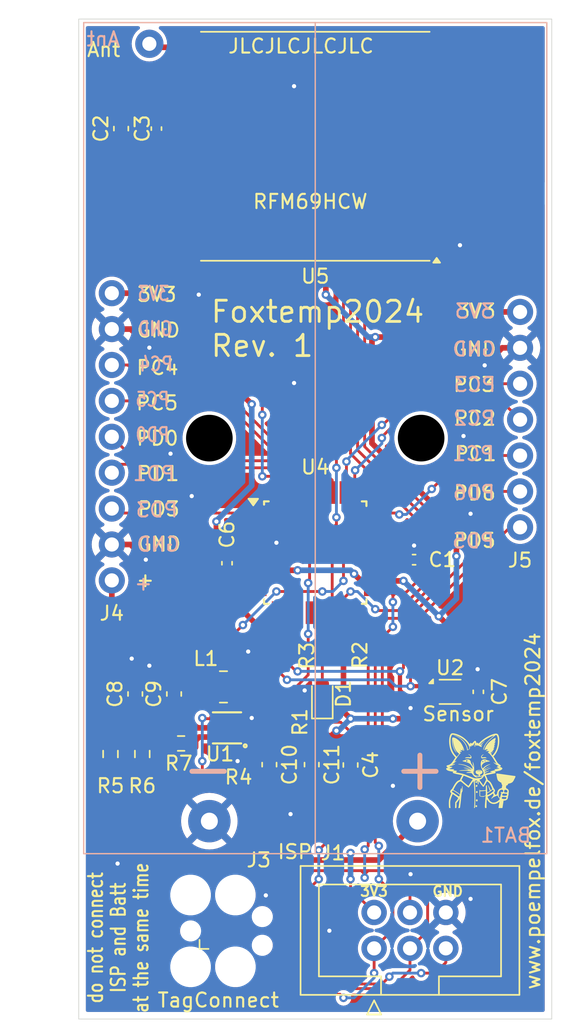
<source format=kicad_pcb>
(kicad_pcb (version 20240108) (generator "pcbnew") (generator_version "8.0")
  (layers (0 "F.Cu" signal) (31 "B.Cu" signal) (34 "B.Paste" user) (35 "F.Paste" user) (36 "B.SilkS" user "B.Silkscreen") (37 "F.SilkS" user "F.Silkscreen") (38 "B.Mask" user) (39 "F.Mask" user) (44 "Edge.Cuts" user))
  (net 0 "")
  (net 1 "Net-(U4-AREF)")
  (net 2 "GND")
  (net 3 "+3V3")
  (net 4 "PWRIN")
  (net 5 "Net-(D1-A)")
  (net 6 "/MISO")
  (net 7 "/SCK")
  (net 8 "/MOSI")
  (net 9 "/NRESET")
  (net 10 "Net-(J2-Pin_1)")
  (net 11 "/PD3")
  (net 12 "/PC3")
  (net 13 "/PC2")
  (net 14 "Net-(U1-LX)")
  (net 15 "/NSS")
  (net 16 "Net-(U4-PB1)")
  (net 17 "/RFMDIO0")
  (net 23 "/PD1-TXD")
  (net 24 "/PD6-SWSCL")
  (net 25 "/PD5-SWSDA")
  (net 26 "/PC4-HWSDA")
  (net 27 "/PC5-HWSCL")
  (net 28 "/PD0-RXD")
  (net 29 "/PC1")
  (net 38 "Net-(U1-SEL)")
  (net 39 "Net-(R5-Pad2)")
  (net 40 "Net-(R6-Pad1)")
  (net 41 "Net-(U1-EN)")
  (footprint "foxisfrickellibrary:UDFN-6_L2.0-W2.0-P0.65-BL-1" (layer "F.Cu") (at 91.5 94.15 90)
    (property "Reference" "U1")
    (property "Value" "MAX17224ELT+T")
  )
  (footprint "Connector_PinHeader_2.54mm:PinHeader_1x09_P2.54mm_Vertical" (layer "F.Cu") (at 83.341825 83.714825 180)
    (property "Reference" "J4")
    (property "Value" "Conn_01x09")
  )
  (footprint "foxisfrickellibrary:RFM69HCW-biggerpads" (layer "F.Cu") (at 97.75 53 180)
    (property "Reference" "U5")
    (property "Value" "RFM69HCW")
  )
  (footprint "Capacitor_SMD:C_0603_1608Metric" (layer "F.Cu") (at 87.75 91.75 90)
    (property "Reference" "C9")
    (property "Value" "22uF")
  )
  (footprint "Capacitor_SMD:C_0603_1608Metric" (layer "F.Cu") (at 94.5 96.75 -90)
    (property "Reference" "C10")
    (property "Value" "22uF")
  )
  (footprint "Resistor_SMD:R_0603_1608Metric" (layer "F.Cu") (at 88.25 95.25)
    (property "Reference" "R7")
    (property "Value" "10M")
  )
  (footprint "Capacitor_SMD:C_0603_1608Metric" (layer "F.Cu") (at 84 51.75 90)
    (property "Reference" "C2")
    (property "Value" "22uF")
  )
  (footprint "foxisfrickellibrary:R_0402_modsilkscreen" (layer "F.Cu") (at 90.5 97.5 180)
    (property "Reference" "R4")
    (property "Value" "80.6k")
  )
  (footprint "Capacitor_SMD:C_0603_1608Metric" (layer "F.Cu") (at 100.25 96.775 -90)
    (property "Reference" "C4")
    (property "Value" "22uF")
  )
  (footprint "Capacitor_SMD:C_0402_1005Metric" (layer "F.Cu") (at 86.5 51.75 -90)
    (property "Reference" "C3")
    (property "Value" "100nF")
  )
  (footprint "Resistor_SMD:R_0603_1608Metric" (layer "F.Cu") (at 85.5 96 -90)
    (property "Reference" "R6")
    (property "Value" "10M")
  )
  (footprint "Connector_PinHeader_2.54mm:PinHeader_1x01_P2.54mm_Vertical" (layer "F.Cu") (at 86 45.75)
    (property "Reference" "J2" (hide yes))
    (property "Value" "Connector for Wire Antenna")
  )
  (footprint "foxisfrickellibrary:R_0402_modsilkscreen" (layer "F.Cu") (at 99.75 89 -90)
    (property "Reference" "R2")
    (property "Value" "47k")
  )
  (footprint "foxisfrickellibrary:R_0402_modsilkscreen" (layer "F.Cu") (at 98.25 89 -90)
    (property "Reference" "R3")
    (property "Value" "1.5k")
  )
  (footprint "Capacitor_SMD:C_0402_1005Metric" (layer "F.Cu") (at 109.3 91.6 90)
    (property "Reference" "C7")
    (property "Value" "100nF")
  )
  (footprint "LED_SMD:LED_0603_1608Metric" (layer "F.Cu") (at 98.25 92 90)
    (property "Reference" "D1")
    (property "Value" "LED")
  )
  (footprint "Capacitor_SMD:C_0402_1005Metric" (layer "F.Cu") (at 104.75 82.25 180)
    (property "Reference" "C1")
    (property "Value" "100nF")
  )
  (footprint "Package_QFP:TQFP-32_7x7mm_P0.8mm" (layer "F.Cu") (at 97.75 81.75)
    (property "Reference" "U4")
    (property "Value" "ATmega328P-A")
  )
  (footprint "Capacitor_SMD:C_0402_1005Metric" (layer "F.Cu") (at 91.5 82.5 -90)
    (property "Reference" "C6")
    (property "Value" "100nF")
  )
  (footprint "Connector:Tag-Connect_TC2030-IDC-FP_2x03_P1.27mm_Vertical" (layer "F.Cu") (at 91.46 108.516)
    (property "Reference" "J3")
    (property "Value" "AVR-ISP-6-TagConn")
  )
  (footprint "Sensor_Humidity:Sensirion_DFN-4_1.5x1.5mm_P0.8mm_SHT4x_NoCentralPad" (layer "F.Cu") (at 107.3 91.6)
    (property "Reference" "U2")
    (property "Value" "SHT4x")
  )
  (footprint "foxisfrickellibrary:R_0402_modsilkscreen" (layer "F.Cu") (at 95.5 93.75 -90)
    (property "Reference" "R1")
    (property "Value" "10k")
  )
  (footprint "Capacitor_SMD:C_0603_1608Metric" (layer "F.Cu") (at 97.5 96.75 -90)
    (property "Reference" "C11")
    (property "Value" "22uF")
  )
  (footprint "Inductor_SMD:L_1008_2520Metric" (layer "F.Cu") (at 91.25 91.25 180)
    (property "Reference" "L1")
    (property "Value" "2.2uH 1A")
  )
  (footprint "Resistor_SMD:R_0603_1608Metric" (layer "F.Cu") (at 83.25 96 -90)
    (property "Reference" "R5")
    (property "Value" "10M")
  )
  (footprint "Capacitor_SMD:C_0603_1608Metric" (layer "F.Cu") (at 85 91.75 90)
    (property "Reference" "C8")
    (property "Value" "22uF")
  )
  (footprint "Connector_PinHeader_2.54mm:PinHeader_1x07_P2.54mm_Vertical" (layer "F.Cu") (at 112.257341 79.960981 180)
    (property "Reference" "J5")
    (property "Value" "Conn_01x07")
  )
  (footprint "Connector_IDC:IDC-Header_2x03_P2.54mm_Vertical" (layer "F.Cu") (at 101.92 109.75 90)
    (property "Reference" "J1")
    (property "Value" "AVR-ISP-6-PinHead")
  )
  (footprint "foxisfrickellibrary:bathold-keystone-2462" (layer "B.Cu") (at 97.75 100.75 180)
    (property "Reference" "BAT1")
    (property "Value" "~")
  )
  (gr_poly (pts (xy 112.213251 54.768984) (xy 112.214408 54.769058) (xy 112.215442 54.769184) (xy 112.216354 54.769364) (xy 112.217142 54.769599) (xy 112.217805 54.769888) (xy 112.218089 54.770054) (xy 112.218342 54.770234) (xy 112.218564 54.770429) (xy 112.218754 54.770637) (xy 112.218912 54.770861) (xy 112.219039 54.771098) (xy 112.219134 54.771351) (xy 112.219197 54.771619) (xy 112.219228 54.771901) (xy 112.219227 54.772199) (xy 112.219193 54.772511) (xy 112.219128 54.772839) (xy 112.218899 54.773542) (xy 112.218541 54.774307) (xy 112.218052 54.775136) (xy 112.217431 54.77603) (xy 112.216678 54.776989) (xy 112.215792 54.778015) (xy 112.214773 54.779107) (xy 112.21362 54.780268) (xy 112.212332 54.781499) (xy 112.210908 54.782799) (xy 112.209348 54.784171) (xy 112.20765 54.785614) (xy 112.205816 54.787131) (xy 112.203843 54.788721) (xy 112.199479 54.792127) (xy 112.194553 54.795839) (xy 112.18906 54.799866) (xy 112.180418 54.806283) (xy 112.172491 54.812506) (xy 112.165256 54.818569) (xy 112.158693 54.824504) (xy 112.152779 54.830344) (xy 112.147494 54.836122) (xy 112.142815 54.841871) (xy 112.13872 54.847623) (xy 112.135188 54.853411) (xy 112.132198 54.859269) (xy 112.129727 54.865228) (xy 112.127754 54.871322) (xy 112.126257 54.877584) (xy 112.125215 54.884046) (xy 112.124605 54.890741) (xy 112.124407 54.897702) (xy 112.124407 54.923614) (xy 112.220832 54.918237) (xy 112.251127 54.91667) (xy 112.274925 54.915887) (xy 112.284778 54.91585) (xy 112.293476 54.916082) (xy 112.301174 54.916607) (xy 112.30803 54.917449) (xy 112.314198 54.918633) (xy 112.319835 54.920183) (xy 112.325098 54.922122) (xy 112.330142 54.924477) (xy 112.335124 54.927269) (xy 112.340201 54.930525) (xy 112.35126 54.938521) (xy 112.385272 54.964183) (xy 112.283506 54.969569) (xy 112.242759 54.972109) (xy 112.207042 54.975026) (xy 112.192273 54.976514) (xy 112.180206 54.977964) (xy 112.171323 54.979329) (xy 112.166104 54.980566) (xy 112.16443 54.981109) (xy 112.162644 54.981578) (xy 112.160762 54.981973) (xy 112.1588 54.982294) (xy 112.156773 54.982541) (xy 112.154699 54.982715) (xy 112.152592 54.982815) (xy 112.150469 54.982841) (xy 112.148346 54.982795) (xy 112.146239 54.982675) (xy 112.144165 54.982483) (xy 112.142138 54.982218) (xy 112.140175 54.98188) (xy 112.138293 54.98147) (xy 112.136507 54.980987) (xy 112.134833 54.980432) (xy 112.134833 54.980433) (xy 112.129863 54.978455) (xy 112.125137 54.976267) (xy 112.120655 54.973875) (xy 112.116419 54.971285) (xy 112.112429 54.968505) (xy 112.108689 54.965539) (xy 112.105198 54.962395) (xy 112.101959 54.959079) (xy 112.098973 54.955598) (xy 112.096242 54.951957) (xy 112.093767 54.948163) (xy 112.091549 54.944222) (xy 112.089589 54.940142) (xy 112.087891 54.935927) (xy 112.086454 54.931584) (xy 112.08528 54.927121) (xy 112.084371 54.922542) (xy 112.083728 54.917855) (xy 112.083353 54.913066) (xy 112.083247 54.908181) (xy 112.083412 54.903207) (xy 112.083849 54.898149) (xy 112.084559 54.893015) (xy 112.085544 54.88781) (xy 112.086806 54.882542) (xy 112.088345 54.877216) (xy 112.090164 54.871838) (xy 112.092264 54.866415) (xy 112.094646 54.860954) (xy 112.097312 54.855461) (xy 112.100264 54.849941) (xy 112.103501 54.844403) (xy 112.10813 54.837404) (xy 112.113426 54.830446) (xy 112.119307 54.823584) (xy 112.125693 54.816875) (xy 112.132501 54.810376) (xy 112.139651 54.804144) (xy 112.14706 54.798235) (xy 112.154647 54.792706) (xy 112.16233 54.787614) (xy 112.170029 54.783015) (xy 112.177661 54.778967) (xy 112.185145 54.775525) (xy 112.1924 54.772747) (xy 112.199343 54.770689) (xy 112.202673 54.769948) (xy 112.205894 54.769408) (xy 112.208997 54.769077) (xy 112.211971 54.768961)) (stroke (width -0.000001)) (fill solid) (layer "F.Cu"))
  (gr_poly (pts (xy 111.855839 56.712172) (xy 111.858701 56.712581) (xy 111.861605 56.713202) (xy 111.864543 56.714038) (xy 111.867512 56.715093) (xy 111.870506 56.71637) (xy 111.873521 56.717874) (xy 111.877752 56.720358) (xy 111.88163 56.723079) (xy 111.885161 56.726015) (xy 111.888348 56.729146) (xy 111.891195 56.732451) (xy 111.893707 56.735911) (xy 111.895887 56.739503) (xy 111.89774 56.743207) (xy 111.89927 56.747004) (xy 111.900481 56.750871) (xy 111.901377 56.754789) (xy 111.901962 56.758736) (xy 111.902241 56.762692) (xy 111.902216 56.766637) (xy 111.901894 56.770549) (xy 111.901277 56.774408) (xy 111.90037 56.778193) (xy 111.899177 56.781884) (xy 111.897702 56.78546) (xy 111.89595 56.788901) (xy 111.893923 56.792184) (xy 111.891627 56.795291) (xy 111.889066 56.7982) (xy 111.886243 56.800891) (xy 111.883163 56.803342) (xy 111.87983 56.805534) (xy 111.876248 56.807445) (xy 111.872421 56.809055) (xy 111.868353 56.810343) (xy 111.864049 56.811289) (xy 111.859512 56.811872) (xy 111.854747 56.81207) (xy 111.85174 56.812034) (xy 111.848746 56.811928) (xy 111.845784 56.811756) (xy 111.842873 56.811521) (xy 111.840031 56.811227) (xy 111.837276 56.810877) (xy 111.834628 56.810476) (xy 111.832104 56.810026) (xy 111.829724 56.809531) (xy 111.827505 56.808996) (xy 111.825467 56.808423) (xy 111.823627 56.807816) (xy 111.822005 56.807179) (xy 111.820618 56.806515) (xy 111.819486 56.805828) (xy 111.818627 56.805121) (xy 111.818629 56.80512) (xy 111.818274 56.804719) (xy 111.817924 56.804235) (xy 111.817237 56.803026) (xy 111.816574 56.801511) (xy 111.815937 56.799714) (xy 111.81533 56.797655) (xy 111.814757 56.795355) (xy 111.814221 56.792835) (xy 111.813727 56.790117) (xy 111.813277 56.787223) (xy 111.812875 56.784172) (xy 111.812525 56.780988) (xy 111.81223 56.77769) (xy 111.811995 56.7743) (xy 111.811822 56.770839) (xy 111.811716 56.767328) (xy 111.81168 56.76379) (xy 111.811766 56.759984) (xy 111.81202 56.756294) (xy 111.812438 56.752725) (xy 111.813014 56.749279) (xy 111.813745 56.74596) (xy 111.814623 56.742773) (xy 111.815646 56.73972) (xy 111.816808 56.736805) (xy 111.818103 56.734033) (xy 111.819527 56.731406) (xy 111.821076 56.728928) (xy 111.822744 56.726604) (xy 111.824525 56.724436) (xy 111.826417 56.722428) (xy 111.828412 56.720584) (xy 111.830507 56.718908) (xy 111.832696 56.717403) (xy 111.834975 56.716073) (xy 111.837339 56.714922) (xy 111.839782 56.713953) (xy 111.8423 56.71317) (xy 111.844888 56.712577) (xy 111.84754 56.712176) (xy 111.850253 56.711973) (xy 111.853021 56.71197)) (stroke (width -0.000001)) (fill solid) (layer "F.Cu"))
  (gr_poly (pts (xy 110.592484 53.646559) (xy 110.608294 53.647886) (xy 110.625171 53.649987) (xy 110.643151 53.652865) (xy 110.662272 53.656521) (xy 110.682569 53.660958) (xy 110.704078 53.666178) (xy 110.726835 53.672183) (xy 110.750876 53.678976) (xy 110.800004 53.694412) (xy 110.848588 53.711941) (xy 110.896533 53.731496) (xy 110.943742 53.753012) (xy 110.990121 53.776423) (xy 111.035573 53.801662) (xy 111.080003 53.828664) (xy 111.123317 53.857363) (xy 111.165417 53.887692) (xy 111.20621 53.919586) (xy 111.245598 53.952979) (xy 111.283488 53.987804) (xy 111.319783 54.023996) (xy 111.354387 54.061489) (xy 111.387206 54.100216) (xy 111.418143 54.140112) (xy 111.482954 54.227623) (xy 111.494438 54.193365) (xy 111.495791 54.189603) (xy 111.497263 54.186024) (xy 111.498848 54.18263) (xy 111.500538 54.179422) (xy 111.502327 54.176403) (xy 111.504207 54.173575) (xy 111.506174 54.170939) (xy 111.508218 54.168498) (xy 111.510334 54.166254) (xy 111.512515 54.164208) (xy 111.514753 54.162362) (xy 111.517043 54.160719) (xy 111.519377 54.159281) (xy 111.521749 54.158049) (xy 111.524152 54.157025) (xy 111.526578 54.156212) (xy 111.529021 54.155611) (xy 111.531475 54.155225) (xy 111.533932 54.155055) (xy 111.536386 54.155103) (xy 111.53883 54.155372) (xy 111.541257 54.155863) (xy 111.54366 54.156578) (xy 111.546033 54.157519) (xy 111.548368 54.158688) (xy 111.550659 54.160088) (xy 111.552899 54.16172) (xy 111.555082 54.163586) (xy 111.557199 54.165688) (xy 111.559246 54.168028) (xy 111.561214 54.170608) (xy 111.563097 54.17343) (xy 111.56532 54.176941) (xy 111.567348 54.179991) (xy 111.568307 54.181345) (xy 111.569238 54.182585) (xy 111.570148 54.183713) (xy 111.571043 54.184728) (xy 111.571931 54.18563) (xy 111.572819 54.186422) (xy 111.573714 54.187102) (xy 111.574621 54.187673) (xy 111.575549 54.188133) (xy 111.576504 54.188484) (xy 111.577493 54.188726) (xy 111.578523 54.188859) (xy 111.5796 54.188885) (xy 111.580732 54.188803) (xy 111.581925 54.188615) (xy 111.583186 54.18832) (xy 111.584523 54.18792) (xy 111.585941 54.187415) (xy 111.587449 54.186804) (xy 111.589052 54.18609) (xy 111.590758 54.185271) (xy 111.592573 54.18435) (xy 111.596559 54.1822) (xy 111.601065 54.179643) (xy 111.606147 54.176684) (xy 111.609443 54.174615) (xy 111.613112 54.172059) (xy 111.617116 54.169055) (xy 111.621415 54.165637) (xy 111.625972 54.161843) (xy 111.630746 54.157708) (xy 111.635699 54.15327) (xy 111.640793 54.148564) (xy 111.651245 54.138496) (xy 111.661793 54.127795) (xy 111.672125 54.116753) (xy 111.677112 54.111194) (xy 111.68193 54.10566) (xy 111.686699 54.100188) (xy 111.69155 54.094814) (xy 111.696446 54.089568) (xy 111.701354 54.084479) (xy 111.70624 54.079579) (xy 111.711069 54.074896) (xy 111.715808 54.070463) (xy 111.720421 54.066308) (xy 111.724875 54.062462) (xy 111.729135 54.058955) (xy 111.733168 54.055818) (xy 111.736938 54.05308) (xy 111.740412 54.050772) (xy 111.743555 54.048924) (xy 111.746333 54.047566) (xy 111.748712 54.046729) (xy 111.751959 54.046013) (xy 111.755206 54.04556) (xy 111.758447 54.045364) (xy 111.761678 54.04542) (xy 111.764892 54.045723) (xy 111.768085 54.046266) (xy 111.771252 54.047046) (xy 111.774388 54.048056) (xy 111.777486 54.049291) (xy 111.780543 54.050745) (xy 111.783552 54.052414) (xy 111.78651 54.054292) (xy 111.78941 54.056374) (xy 111.792247 54.058654) (xy 111.795017 54.061127) (xy 111.797714 54.063788) (xy 111.800332 54.066631) (xy 111.802868 54.06965) (xy 111.805314 54.072842) (xy 111.807668 54.076199) (xy 111.809922 54.079717) (xy 111.812073 54.083391) (xy 111.814114 54.087215) (xy 111.816041 54.091184) (xy 111.817849 54.095292) (xy 111.819532 54.099534) (xy 111.821085 54.103905) (xy 111.822504 54.1084) (xy 111.823782 54.113012) (xy 111.824914 54.117737) (xy 111.825897 54.122569) (xy 111.826723 54.127503) (xy 111.83377 54.17449) (xy 111.871083 54.158901) (xy 111.879483 54.155674) (xy 111.883485 54.15435) (xy 111.887353 54.153219) (xy 111.891085 54.152278) (xy 111.894677 54.151526) (xy 111.898128 54.150962) (xy 111.901435 54.150584) (xy 111.904597 54.150391) (xy 111.907609 54.150382) (xy 111.910471 54.150555) (xy 111.91318 54.150909) (xy 111.915733 54.151443) (xy 111.918129 54.152155) (xy 111.920364 54.153043) (xy 111.922437 54.154108) (xy 111.924345 54.155347) (xy 111.926086 54.156758) (xy 111.927658 54.158341) (xy 111.929057 54.160094) (xy 111.930283 54.162016) (xy 111.931332 54.164105) (xy 111.932202 54.166361) (xy 111.932892 54.168781) (xy 111.933397 54.171364) (xy 111.933717 54.17411) (xy 111.933849 54.177016) (xy 111.93379 54.180081) (xy 111.933538 54.183305) (xy 111.933091 54.186685) (xy 111.932447 54.19022) (xy 111.931603 54.193909) (xy 111.931204 54.195659) (xy 111.930936 54.197218) (xy 111.930803 54.198583) (xy 111.930808 54.199751) (xy 111.930864 54.200261) (xy 111.930955 54.20072) (xy 111.931082 54.201129) (xy 111.931246 54.201488) (xy 111.931448 54.201795) (xy 111.931687 54.202051) (xy 111.931964 54.202255) (xy 111.932279 54.202407) (xy 111.932634 54.202507) (xy 111.933027 54.202553) (xy 111.933461 54.202547) (xy 111.933934 54.202488) (xy 111.934449 54.202374) (xy 111.935004 54.202207) (xy 111.936241 54.201709) (xy 111.937647 54.200991) (xy 111.939226 54.20005) (xy 111.940982 54.198883) (xy 111.942918 54.197489) (xy 111.945038 54.195864) (xy 111.947346 54.194006) (xy 111.949844 54.191912) (xy 111.952537 54.18958) (xy 111.955427 54.187007) (xy 111.958519 54.184189) (xy 111.965322 54.177814) (xy 111.972973 54.170431) (xy 111.981499 54.162022) (xy 111.990931 54.152564) (xy 112.001294 54.142038) (xy 112.038114 54.105686) (xy 112.076589 54.070103) (xy 112.116598 54.035364) (xy 112.158024 54.001542) (xy 112.200746 53.968711) (xy 112.244645 53.936945) (xy 112.289603 53.906319) (xy 112.335498 53.876906) (xy 112.382213 53.848782) (xy 112.429628 53.822019) (xy 112.477623 53.796693) (xy 112.52608 53.772877) (xy 112.574878 53.750645) (xy 112.6239 53.730071) (xy 112.673024 53.71123) (xy 112.722132 53.694196) (xy 112.741628 53.688041) (xy 112.760428 53.682605) (xy 112.778529 53.677888) (xy 112.795929 53.673891) (xy 112.812626 53.670613) (xy 112.828619 53.668055) (xy 112.843904 53.666217) (xy 112.858481 53.665099) (xy 112.872348 53.664701) (xy 112.885501 53.665022) (xy 112.89794 53.666064) (xy 112.909662 53.667826) (xy 112.920665 53.670309) (xy 112.930948 53.673512) (xy 112.940508 53.677435) (xy 112.949343 53.682079) (xy 112.959912 53.689359) (xy 112.96993 53.698345) (xy 112.979392 53.708972) (xy 112.988295 53.721175) (xy 112.996634 53.734889) (xy 113.004406 53.75005) (xy 113.011607 53.766593) (xy 113.018233 53.784453) (xy 113.02428 53.803566) (xy 113.029744 53.823867) (xy 113.038909 53.867773) (xy 113.045696 53.915654) (xy 113.050074 53.966993) (xy 113.052014 54.021271) (xy 113.051483 54.077971) (xy 113.04845 54.136575) (xy 113.042886 54.196565) (xy 113.034758 54.257424) (xy 113.024036 54.318634) (xy 113.010688 54.379678) (xy 112.994684 54.440037) (xy 112.986556 54.46667) (xy 112.977638 54.493212) (xy 112.967957 54.51962) (xy 112.957534 54.545849) (xy 112.946394 54.571856) (xy 112.934559 54.597599) (xy 112.922055 54.623032) (xy 112.908903 54.648113) (xy 112.895128 54.672798) (xy 112.880754 54.697044) (xy 112.865803 54.720806) (xy 112.8503 54.744042) (xy 112.834267 54.766707) (xy 112.81773 54.788759) (xy 112.80071 54.810153) (xy 112.783232 54.830847) (xy 112.742923 54.877145) (xy 112.786897 54.940301) (xy 112.796852 54.954902) (xy 112.808308 54.972225) (xy 112.834098 55.012463) (xy 112.86102 55.055863) (xy 112.873891 55.07714) (xy 112.885828 55.097275) (xy 112.910799 55.139255) (xy 112.921876 55.157216) (xy 112.932235 55.173415) (xy 112.942042 55.188045) (xy 112.951465 55.201299) (xy 112.960669 55.213369) (xy 112.96982 55.224448) (xy 112.979084 55.234729) (xy 112.988628 55.244405) (xy 112.998618 55.253668) (xy 113.00922 55.262712) (xy 113.020601 55.271729) (xy 113.032926 55.280912) (xy 113.061074 55.300547) (xy 113.074892 55.310137) (xy 113.087218 55.319193) (xy 113.098064 55.327742) (xy 113.107442 55.335809) (xy 113.115365 55.34342) (xy 113.118784 55.347063) (xy 113.121844 55.350602) (xy 113.124547 55.35404) (xy 113.126893 55.357381) (xy 113.128884 55.360627) (xy 113.130523 55.363782) (xy 113.131809 55.36685) (xy 113.132746 55.369832) (xy 113.133334 55.372734) (xy 113.133575 55.375558) (xy 113.133471 55.378306) (xy 113.133022 55.380984) (xy 113.132231 55.383593) (xy 113.1311 55.386137) (xy 113.129629 55.388619) (xy 113.12782 55.391043) (xy 113.125675 55.393412) (xy 113.123195 55.395729) (xy 113.120382 55.397997) (xy 113.117237 55.40022) (xy 113.113762 55.402401) (xy 113.109958 55.404542) (xy 113.107256 55.406019) (xy 113.104631 55.407517) (xy 113.102095 55.409024) (xy 113.099663 55.410531) (xy 113.097348 55.412027) (xy 113.095163 55.413502) (xy 113.093123 55.414944) (xy 113.091241 55.416345) (xy 113.08953 55.417694) (xy 113.088003 55.418979) (xy 113.086676 55.420192) (xy 113.08556 55.421321) (xy 113.08467 55.422356) (xy 113.08402 55.423287) (xy 113.083622 55.424103) (xy 113.083522 55.424465) (xy 113.083491 55.424794) (xy 113.083557 55.425125) (xy 113.083749 55.425493) (xy 113.084063 55.425895) (xy 113.084496 55.426331) (xy 113.085045 55.426798) (xy 113.085706 55.427297) (xy 113.087355 55.428381) (xy 113.089417 55.42957) (xy 113.091867 55.430855) (xy 113.094681 55.432224) (xy 113.097834 55.433666) (xy 113.1013 55.435169) (xy 113.105055 55.436723) (xy 113.109073 55.438316) (xy 113.113329 55.439938) (xy 113.1178 55.441578) (xy 113.122459 55.443223) (xy 113.127281 55.444863) (xy 113.132242 55.446488) (xy 113.137558 55.448298) (xy 113.142863 55.450308) (xy 113.148131 55.4525) (xy 113.153337 55.454858) (xy 113.158455 55.457366) (xy 113.163458 55.460008) (xy 113.168322 55.462768) (xy 113.17302 55.465628) (xy 113.177526 55.468574) (xy 113.181815 55.471587) (xy 113.185861 55.474653) (xy 113.189637 55.477755) (xy 113.193119 55.480876) (xy 113.19628 55.484001) (xy 113.199094 55.487112) (xy 113.201536 55.490194) (xy 113.204912 55.494844) (xy 113.207849 55.499029) (xy 113.210352 55.502811) (xy 113.212425 55.506254) (xy 113.213302 55.507868) (xy 113.214073 55.50942) (xy 113.214739 55.510918) (xy 113.215301 55.51237) (xy 113.215758 55.513784) (xy 113.216112 55.515167) (xy 113.216362 55.516528) (xy 113.216511 55.517874) (xy 113.216558 55.519213) (xy 113.216503 55.520552) (xy 113.216348 55.521901) (xy 113.216093 55.523265) (xy 113.215738 55.524653) (xy 113.215284 55.526074) (xy 113.214732 55.527534) (xy 113.214082 55.529041) (xy 113.212491 55.532229) (xy 113.210515 55.535701) (xy 113.208159 55.539518) (xy 113.205427 55.543742) (xy 113.201322 55.549438) (xy 113.196422 55.555248) (xy 113.190793 55.561129) (xy 113.184501 55.567038) (xy 113.177612 55.572932) (xy 113.17019 55.578769) (xy 113.162303 55.584506) (xy 113.154015 55.5901) (xy 113.145393 55.595509) (xy 113.136502 55.600688) (xy 113.127407 55.605597) (xy 113.118176 55.610192) (xy 113.108872 55.614429) (xy 113.099563 55.618268) (xy 113.090314 55.621663) (xy 113.08119 55.624574) (xy 113.053402 55.632135) (xy 113.019469 55.640456) (xy 112.982021 55.648991) (xy 112.943685 55.657197) (xy 112.907089 55.664527) (xy 112.874861 55.670438) (xy 112.849629 55.674384) (xy 112.840457 55.67545) (xy 112.834021 55.675821) (xy 112.807759 55.675821) (xy 112.83152 55.692466) (xy 112.834513 55.694668) (xy 112.837264 55.696916) (xy 112.83855 55.69806) (xy 112.839777 55.699217) (xy 112.840945 55.700389) (xy 112.842054 55.701577) (xy 112.843106 55.702781) (xy 112.844099 55.704002) (xy 112.845035 55.705241) (xy 112.845915 55.706498) (xy 112.846737 55.707775) (xy 112.847503 55.709072) (xy 112.848214 55.71039) (xy 112.848868 55.71173) (xy 112.849468 55.713093) (xy 112.850013 55.714478) (xy 112.850503 55.715888) (xy 112.850939 55.717323) (xy 112.851321 55.718783) (xy 112.85165 55.72027) (xy 112.851926 55.721784) (xy 112.852149 55.723327) (xy 112.85232 55.724898) (xy 112.852439 55.726498) (xy 112.852506 55.72813) (xy 112.852522 55.729792) (xy 112.852403 55.733213) (xy 112.852082 55.736769) (xy 112.851471 55.741274) (xy 112.851103 55.743353) (xy 112.850679 55.745324) (xy 112.850187 55.747194) (xy 112.849616 55.748968) (xy 112.848956 55.750654) (xy 112.848195 55.752257) (xy 112.847322 55.753783) (xy 112.846326 55.755239) (xy 112.845196 55.75663) (xy 112.84392 55.757963) (xy 112.842487 55.759244) (xy 112.840887 55.76048) (xy 112.839108 55.761676) (xy 112.837139 55.762838) (xy 112.834968 55.763974) (xy 112.832586 55.765088) (xy 112.82998 55.766187) (xy 112.827139 55.767278) (xy 112.824053 55.768366) (xy 112.82071 55.769458) (xy 112.817099 55.77056) (xy 112.813208 55.771678) (xy 112.804546 55.773986) (xy 112.794633 55.776432) (xy 112.783381 55.779067) (xy 112.770701 55.781938) (xy 112.726156 55.791349) (xy 112.662664 55.804025) (xy 112.588691 55.818307) (xy 112.512702 55.832535) (xy 112.442881 55.845721) (xy 112.385703 55.857164) (xy 112.34707 55.86564) (xy 112.336551 55.868381) (xy 112.333814 55.869311) (xy 112.332881 55.869921) (xy 112.333125 55.870882) (xy 112.333839 55.872838) (xy 112.336583 55.879518) (xy 112.340921 55.889532) (xy 112.346662 55.902452) (xy 112.361577 55.93529) (xy 112.37979 55.974604) (xy 112.389216 55.995216) (xy 112.398014 56.015311) (xy 112.405991 56.034387) (xy 112.412954 56.051942) (xy 112.418711 56.067474) (xy 112.423068 56.080482) (xy 112.425834 56.090464) (xy 112.426559 56.094163) (xy 112.426814 56.096918) (xy 112.426875 56.098373) (xy 112.427044 56.099843) (xy 112.42732 56.101327) (xy 112.427706 56.102829) (xy 112.428203 56.104349) (xy 112.428813 56.105889) (xy 112.429535 56.107449) (xy 112.430373 56.10903) (xy 112.431326 56.110635) (xy 112.432396 56.112264) (xy 112.433585 56.113919) (xy 112.434894 56.1156) (xy 112.436324 56.11731) (xy 112.437876 56.119049) (xy 112.439552 56.120818) (xy 112.441353 56.122619) (xy 112.445333 56.126321) (xy 112.449829 56.130165) (xy 112.454849 56.13416) (xy 112.460405 56.138317) (xy 112.466506 56.142645) (xy 112.473162 56.147154) (xy 112.480383 56.151854) (xy 112.48818 56.156756) (xy 112.50351 56.166677) (xy 112.518107 56.177051) (xy 112.532052 56.187992) (xy 112.545429 56.199611) (xy 112.558321 56.212021) (xy 112.57081 56.225334) (xy 112.582979 56.239663) (xy 112.594912 56.255119) (xy 112.606691 56.271815) (xy 112.618399 56.289864) (xy 112.630118 56.309377) (xy 112.641932 56.330467) (xy 112.653923 56.353247) (xy 112.666175 56.377829) (xy 112.67877 56.404324) (xy 112.691791 56.432845) (xy 112.704262 56.460238) (xy 112.716628 56.486616) (xy 112.728567 56.511342) (xy 112.739756 56.533781) (xy 112.749872 56.553296) (xy 112.758591 56.569252) (xy 112.765591 56.581012) (xy 112.768345 56.585119) (xy 112.770549 56.587939) (xy 112.775542 56.593838) (xy 112.780471 56.60022) (xy 112.785301 56.607011) (xy 112.789996 56.614135) (xy 112.79452 56.621518) (xy 112.798838 56.629083) (xy 112.802914 56.636756) (xy 112.806712 56.644461) (xy 112.810197 56.652124) (xy 112.813333 56.659669) (xy 112.816084 56.667021) (xy 112.818415 56.674104) (xy 112.82029 56.680844) (xy 112.821673 56.687166) (xy 112.822529 56.692993) (xy 112.822823 56.698252) (xy 112.822707 56.700756) (xy 112.822368 56.703557) (xy 112.821816 56.706625) (xy 112.821063 56.70993) (xy 112.820121 56.713441) (xy 112.819 56.717128) (xy 112.817714 56.720962) (xy 112.816272 56.724912) (xy 112.814686 56.728948) (xy 112.812968 56.73304) (xy 112.811129 56.737157) (xy 112.809181 56.74127) (xy 112.807135 56.745349) (xy 112.805003 56.749362) (xy 112.802795 56.753281) (xy 112.800524 56.757075) (xy 112.778222 56.793158) (xy 112.807651 56.854731) (xy 112.813757 56.8671) (xy 112.81983 56.878639) (xy 112.82571 56.889095) (xy 112.831237 56.898217) (xy 112.836252 56.905751) (xy 112.838517 56.908844) (xy 112.840594 56.911445) (xy 112.842463 56.913523) (xy 112.844104 56.915047) (xy 112.845496 56.915984) (xy 112.846093 56.916223) (xy 112.846621 56.916303) (xy 112.84777 56.916219) (xy 112.849235 56.915972) (xy 112.850993 56.91557) (xy 112.853022 56.915023) (xy 112.8553 56.914337) (xy 112.857804 56.913522) (xy 112.8634 56.911537) (xy 112.869631 56.909133) (xy 112.876319 56.906378) (xy 112.883284 56.903338) (xy 112.890346 56.900079) (xy 112.895693 56.897464) (xy 112.900491 56.894925) (xy 112.904779 56.892398) (xy 112.906743 56.891118) (xy 112.908593 56.889817) (xy 112.910336 56.888487) (xy 112.911974 56.88712) (xy 112.913514 56.885708) (xy 112.914444 56.884765) (xy 113.015681 56.884765) (xy 113.015832 56.915764) (xy 113.016474 56.940467) (xy 113.01707 56.950886) (xy 113.017896 56.960245) (xy 113.018989 56.968715) (xy 113.020385 56.976468) (xy 113.02212 56.983674) (xy 113.024229 56.990505) (xy 113.026749 56.997132) (xy 113.029715 57.003727) (xy 113.033164 57.01046) (xy 113.037131 57.017502) (xy 113.046764 57.033202) (xy 113.077849 57.082331) (xy 113.077899 57.082176) (xy 113.177244 57.082176) (xy 113.177703 57.086215) (xy 113.178705 57.090128) (xy 113.180248 57.093909) (xy 113.182323 57.097555) (xy 113.184926 57.10106) (xy 113.188051 57.10442) (xy 113.191692 57.10763) (xy 113.195842 57.110685) (xy 113.200497 57.113582) (xy 113.205651 57.116315) (xy 113.211297 57.118879) (xy 113.217431 57.12127) (xy 113.224045 57.123484) (xy 113.231135 57.125515) (xy 113.238694 57.127359) (xy 113.246716 57.129011) (xy 113.255197 57.130467) (xy 113.26413 57.131722) (xy 113.273509 57.132771) (xy 113.283328 57.133609) (xy 113.293582 57.134233) (xy 113.304265 57.134637) (xy 113.315371 57.134816) (xy 113.334912 57.134722) (xy 113.343444 57.134494) (xy 113.351225 57.134127) (xy 113.358312 57.13361) (xy 113.364761 57.13293) (xy 113.370628 57.132074) (xy 113.37597 57.13103) (xy 113.380844 57.129784) (xy 113.385306 57.128325) (xy 113.389412 57.12664) (xy 113.393219 57.124716) (xy 113.396783 57.12254) (xy 113.400161 57.1201) (xy 113.403409 57.117383) (xy 113.406583 57.114377) (xy 113.406583 57.114374) (xy 113.408702 57.112129) (xy 113.410713 57.109751) (xy 113.412614 57.10725) (xy 113.414404 57.104639) (xy 113.417646 57.099137) (xy 113.420428 57.093342) (xy 113.422742 57.087353) (xy 113.424576 57.081268) (xy 113.425921 57.075185) (xy 113.426768 57.069201) (xy 113.427106 57.063416) (xy 113.426926 57.057926) (xy 113.426638 57.055322) (xy 113.426217 57.05283) (xy 113.425662 57.05046) (xy 113.42497 57.048225) (xy 113.424142 57.046138) (xy 113.423175 57.044211) (xy 113.422069 57.042456) (xy 113.420822 57.040885) (xy 113.419433 57.03951) (xy 113.417901 57.038344) (xy 113.416224 57.037399) (xy 113.414402 57.036688) (xy 113.412604 57.036242) (xy 113.409933 57.035742) (xy 113.402185 57.0346) (xy 113.391584 57.033305) (xy 113.378555 57.031902) (xy 113.363522 57.030435) (xy 113.346913 57.028948) (xy 113.329152 57.027484) (xy 113.310664 57.026087) (xy 113.28298 57.024222) (xy 113.26111 57.023167) (xy 113.252057 57.022982) (xy 113.244101 57.023047) (xy 113.237121 57.023378) (xy 113.230999 57.02399) (xy 113.225616 57.024899) (xy 113.220853 57.026121) (xy 113.216589 57.027672) (xy 113.212707 57.029566) (xy 113.209086 57.031821) (xy 113.205608 57.034451) (xy 113.202154 57.037474) (xy 113.198604 57.040903) (xy 113.193896 57.04587) (xy 113.189785 57.050753) (xy 113.186266 57.055547) (xy 113.183332 57.060247) (xy 113.180978 57.064849) (xy 113.179198 57.069347) (xy 113.177987 57.073737) (xy 113.177337 57.078015) (xy 113.177244 57.082176) (xy 113.077899 57.082176) (xy 113.117133 56.961098) (xy 113.132387 56.913281) (xy 113.13289 56.911645) (xy 113.208529 56.911645) (xy 113.208553 56.918162) (xy 113.208694 56.923893) (xy 113.208842 56.926487) (xy 113.209057 56.928911) (xy 113.209355 56.931175) (xy 113.209747 56.933288) (xy 113.210247 56.935259) (xy 113.210868 56.937096) (xy 113.211622 56.93881) (xy 113.212524 56.940408) (xy 113.213585 56.9419) (xy 113.214819 56.943295) (xy 113.21624 56.944602) (xy 113.217859 56.94583) (xy 113.219691 56.946988) (xy 113.221748 56.948085) (xy 113.224043 56.94913) (xy 113.226589 56.950132) (xy 113.2294 56.9511) (xy 113.232488 56.952043) (xy 113.235866 56.952971) (xy 113.239548 56.953891) (xy 113.247875 56.955748) (xy 113.257573 56.957685) (xy 113.281499 56.962091) (xy 113.290361 56.963376) (xy 113.300376 56.964276) (xy 113.311333 56.964809) (xy 113.32302 56.964997) (xy 113.335226 56.964857) (xy 113.347742 56.96441) (xy 113.372855 56.962669) (xy 113.396671 56.959929) (xy 113.407566 56.958233) (xy 113.417503 56.956345) (xy 113.426272 56.954284) (xy 113.433662 56.95207) (xy 113.439463 56.949722) (xy 113.443462 56.94726) (xy 113.443462 56.947262) (xy 113.444906 56.945889) (xy 113.446289 56.944231) (xy 113.447609 56.942308) (xy 113.448865 56.94014) (xy 113.451176 56.935146) (xy 113.453208 56.929411) (xy 113.454948 56.923092) (xy 113.456383 56.91635) (xy 113.457497 56.909344) (xy 113.458279 56.902233) (xy 113.458713 56.895176) (xy 113.458787 56.888333) (xy 113.458487 56.881863) (xy 113.457798 56.875926) (xy 113.456708 56.870681) (xy 113.456008 56.868367) (xy 113.455203 56.866286) (xy 113.45429 56.864458) (xy 113.453269 56.862903) (xy 113.452136 56.86164) (xy 113.450892 56.860689) (xy 113.449577 56.860166) (xy 113.447284 56.859583) (xy 113.444067 56.858946) (xy 113.439982 56.858261) (xy 113.429425 56.856772) (xy 113.416056 56.855166) (xy 113.400316 56.853491) (xy 113.382646 56.851797) (xy 113.363488 56.850134) (xy 113.343283 56.848549) (xy 113.322884 56.847172) (xy 113.30459 56.846267) (xy 113.288292 56.845883) (xy 113.273881 56.846073) (xy 113.261249 56.846888) (xy 113.250285 56.848378) (xy 113.240882 56.850594) (xy 113.236732 56.85199) (xy 113.232931 56.853587) (xy 113.229466 56.855392) (xy 113.226323 56.857409) (xy 113.223489 56.859647) (xy 113.220949 56.862111) (xy 113.218691 56.864807) (xy 113.216701 56.867743) (xy 113.214964 56.870924) (xy 113.213469 56.874356) (xy 113.2122 56.878047) (xy 113.211144 56.882002) (xy 113.209619 56.890732) (xy 113.208783 56.900596) (xy 113.208529 56.911645) (xy 113.13289 56.911645) (xy 113.144878 56.872707) (xy 113.153318 56.843664) (xy 113.155616 56.834805) (xy 113.156418 56.830437) (xy 113.156407 56.830434) (xy 113.156386 56.82993) (xy 113.156325 56.829392) (xy 113.156087 56.82822) (xy 113.1557 56.826932) (xy 113.155172 56.825539) (xy 113.154512 56.824055) (xy 113.153726 56.822492) (xy 113.152824 56.820864) (xy 113.151812 56.819183) (xy 113.1507 56.817461) (xy 113.149496 56.815713) (xy 113.148206 56.81395) (xy 113.14684 56.812186) (xy 113.145405 56.810433) (xy 113.143909 56.808705) (xy 113.142361 56.807013) (xy 113.140768 56.805371) (xy 113.139176 56.803697) (xy 113.137628 56.801911) (xy 113.136133 56.800029) (xy 113.134698 56.798066) (xy 113.133332 56.796039) (xy 113.132043 56.793964) (xy 113.130838 56.791857) (xy 113.129726 56.789734) (xy 113.128715 56.78761) (xy 113.127813 56.785503) (xy 113.127027 56.783428) (xy 113.126367 56.781401) (xy 113.125839 56.779438) (xy 113.125452 56.777555) (xy 113.125214 56.775768) (xy 113.125133 56.774093) (xy 113.125163 56.772922) (xy 113.125257 56.771816) (xy 113.12542 56.770775) (xy 113.125656 56.769798) (xy 113.125971 56.768885) (xy 113.126368 56.768034) (xy 113.126853 56.767245) (xy 113.127431 56.766517) (xy 113.128106 56.765849) (xy 113.128883 56.765241) (xy 113.129767 56.764693) (xy 113.130763 56.764202) (xy 113.131876 56.763769) (xy 113.133109 56.763393) (xy 113.134469 56.763073) (xy 113.13596 56.762808) (xy 113.137586 56.762598) (xy 113.139353 56.762441) (xy 113.141265 56.762338) (xy 113.143327 56.762287) (xy 113.145544 56.762288) (xy 113.147921 56.762339) (xy 113.150462 56.762441) (xy 113.153172 56.762593) (xy 113.156057 56.762793) (xy 113.15912 56.763041) (xy 113.165801 56.763678) (xy 113.173255 56.764499) (xy 113.181521 56.765497) (xy 113.198389 56.767456) (xy 113.205495 56.768126) (xy 113.211804 56.768569) (xy 113.217382 56.768774) (xy 113.222294 56.768726) (xy 113.226605 56.768411) (xy 113.230383 56.767815) (xy 113.233693 56.766925) (xy 113.2366 56.765727) (xy 113.239171 56.764207) (xy 113.24147 56.762352) (xy 113.243565 56.760147) (xy 113.245521 56.757579) (xy 113.247403 56.754633) (xy 113.247435 56.754577) (xy 113.304424 56.754577) (xy 113.304515 56.758448) (xy 113.304906 56.76184) (xy 113.30522 56.763374) (xy 113.305616 56.764809) (xy 113.306096 56.766153) (xy 113.306662 56.767413) (xy 113.307316 56.768595) (xy 113.308061 56.769707) (xy 113.308899 56.770756) (xy 113.309832 56.771748) (xy 113.310862 56.772692) (xy 113.311992 56.773593) (xy 113.314559 56.775297) (xy 113.317551 56.776918) (xy 113.320986 56.778511) (xy 113.324881 56.780134) (xy 113.327668 56.781131) (xy 113.330975 56.782108) (xy 113.334759 56.783059) (xy 113.338977 56.783977) (xy 113.343588 56.784858) (xy 113.348547 56.785697) (xy 113.359343 56.787224) (xy 113.371025 56.788517) (xy 113.383252 56.789533) (xy 113.395682 56.790228) (xy 113.407976 56.790559) (xy 113.425574 56.790609) (xy 113.43294 56.79047) (xy 113.439437 56.790192) (xy 113.445128 56.789752) (xy 113.450079 56.789127) (xy 113.454354 56.788295) (xy 113.458016 56.787234) (xy 113.46113 56.78592) (xy 113.462502 56.785162) (xy 113.463761 56.784332) (xy 113.464915 56.783427) (xy 113.465972 56.782446) (xy 113.467828 56.78024) (xy 113.469394 56.777692) (xy 113.470732 56.774779) (xy 113.471909 56.771478) (xy 113.472987 56.767767) (xy 113.474687 56.760888) (xy 113.476062 56.754166) (xy 113.477115 56.747603) (xy 113.477849 56.741205) (xy 113.478267 56.734974) (xy 113.478373 56.728916) (xy 113.478168 56.723033) (xy 113.477657 56.717332) (xy 113.476842 56.711815) (xy 113.475727 56.706486) (xy 113.474315 56.70135) (xy 113.472607 56.696411) (xy 113.470609 56.691673) (xy 113.468322 56.68714) (xy 113.46575 56.682816) (xy 113.462896 56.678705) (xy 113.459763 56.674812) (xy 113.456354 56.67114) (xy 113.452673 56.667693) (xy 113.448721 56.664477) (xy 113.444502 56.661494) (xy 113.44002 56.658748) (xy 113.435277 56.656245) (xy 113.430277 56.653988) (xy 113.425022 56.651981) (xy 113.419515 56.650228) (xy 113.413761 56.648734) (xy 113.407761 56.647502) (xy 113.401518 56.646537) (xy 113.395037 56.645843) (xy 113.388319 56.645423) (xy 113.381369 56.645282) (xy 113.37193 56.645406) (xy 113.363462 56.64583) (xy 113.359571 56.646178) (xy 113.355896 56.64663) (xy 113.352429 56.647195) (xy 113.349161 56.647882) (xy 113.346083 56.648702) (xy 113.343188 56.649663) (xy 113.340465 56.650776) (xy 113.337907 56.65205) (xy 113.335504 56.653495) (xy 113.333249 56.65512) (xy 113.331131 56.656934) (xy 113.329144 56.658947) (xy 113.327277 56.66117) (xy 113.325522 56.663611) (xy 113.32387 56.666279) (xy 113.322314 56.669185) (xy 113.320843 56.672339) (xy 113.31945 56.675748) (xy 113.318125 56.679424) (xy 113.31686 56.683376) (xy 113.314475 56.692146) (xy 113.312225 56.702133) (xy 113.310041 56.713414) (xy 113.307852 56.726067) (xy 113.306708 56.733178) (xy 113.305775 56.739528) (xy 113.305072 56.745173) (xy 113.304615 56.750171) (xy 113.304424 56.754577) (xy 113.247435 56.754577) (xy 113.249278 56.751297) (xy 113.252002 56.745862) (xy 113.254344 56.740464) (xy 113.256309 56.735111) (xy 113.257905 56.729814) (xy 113.259137 56.724582) (xy 113.260011 56.719424) (xy 113.260533 56.714349) (xy 113.260709 56.709366) (xy 113.260546 56.704485) (xy 113.26005 56.699714) (xy 113.259226 56.695064) (xy 113.258081 56.690543) (xy 113.25662 56.686161) (xy 113.25485 56.681927) (xy 113.252777 56.677849) (xy 113.250408 56.673938) (xy 113.247747 56.670203) (xy 113.244801 56.666652) (xy 113.241577 56.663296) (xy 113.23808 56.660142) (xy 113.234316 56.657202) (xy 113.230292 56.654483) (xy 113.226013 56.651995) (xy 113.221486 56.649747) (xy 113.216717 56.647749) (xy 113.211711 56.64601) (xy 113.206475 56.644538) (xy 113.201015 56.643344) (xy 113.195338 56.642437) (xy 113.189448 56.641825) (xy 113.183353 56.641518) (xy 113.177057 56.641526) (xy 113.166243 56.642165) (xy 113.15573 56.643499) (xy 113.145522 56.645528) (xy 113.135623 56.648247) (xy 113.126036 56.651656) (xy 113.116765 56.65575) (xy 113.107814 56.660529) (xy 113.099185 56.665989) (xy 113.090882 56.672129) (xy 113.082909 56.678946) (xy 113.07527 56.686437) (xy 113.067967 56.694601) (xy 113.061004 56.703435) (xy 113.054386 56.712936) (xy 113.048115 56.723103) (xy 113.042195 56.733932) (xy 113.038116 56.742029) (xy 113.034468 56.749689) (xy 113.031228 56.757044) (xy 113.028373 56.764224) (xy 113.025879 56.771363) (xy 113.023723 56.778591) (xy 113.021883 56.786041) (xy 113.020335 56.793844) (xy 113.019055 56.802131) (xy 113.018021 56.811034) (xy 113.01721 56.820685) (xy 113.016598 56.831215) (xy 113.016162 56.842757) (xy 113.01588 56.855442) (xy 113.015681 56.884765) (xy 112.914444 56.884765) (xy 112.914959 56.884243) (xy 112.916315 56.882716) (xy 112.917587 56.88112) (xy 112.918779 56.879447) (xy 112.919896 56.877689) (xy 112.920943 56.875838) (xy 112.921924 56.873885) (xy 112.922845 56.871824) (xy 112.92371 56.869645) (xy 112.924524 56.867341) (xy 112.925292 56.864903) (xy 112.926019 56.862324) (xy 112.926709 56.859597) (xy 112.927999 56.853661) (xy 112.9292 56.847033) (xy 112.930351 56.839647) (xy 112.93149 56.83144) (xy 112.933931 56.815074) (xy 112.936855 56.799124) (xy 112.940255 56.783603) (xy 112.944127 56.768521) (xy 112.948465 56.753892) (xy 112.953264 56.739726) (xy 112.958517 56.726036) (xy 112.964221 56.712833) (xy 112.970369 56.70013) (xy 112.976956 56.687938) (xy 112.983976 56.676269) (xy 112.991425 56.665135) (xy 112.999296 56.654548) (xy 113.007584 56.64452) (xy 113.016285 56.635063) (xy 113.025392 56.626188) (xy 113.033076 56.619418) (xy 113.041154 56.612893) (xy 113.049568 56.606639) (xy 113.058263 56.600684) (xy 113.067183 56.595052) (xy 113.076271 56.58977) (xy 113.085471 56.584864) (xy 113.094726 56.580361) (xy 113.103981 56.576285) (xy 113.113179 56.572664) (xy 113.122263 56.569523) (xy 113.131179 56.566889) (xy 113.139868 56.564787) (xy 113.148276 56.563243) (xy 113.156345 56.562285) (xy 113.16402 56.561937) (xy 113.165278 56.561898) (xy 113.16648 56.561782) (xy 113.167629 56.561575) (xy 113.16873 56.561261) (xy 113.169788 56.560827) (xy 113.170302 56.560559) (xy 113.170806 56.560255) (xy 113.171303 56.559914) (xy 113.171791 56.559533) (xy 113.172271 56.559111) (xy 113.172745 56.558645) (xy 113.173213 56.558134) (xy 113.173674 56.557575) (xy 113.174583 56.55631) (xy 113.175475 56.554834) (xy 113.176356 56.553131) (xy 113.177229 56.551188) (xy 113.1781 56.54899) (xy 113.178973 56.54652) (xy 113.179853 56.543765) (xy 113.180744 56.54071) (xy 113.18165 56.537339) (xy 113.182577 56.533638) (xy 113.183528 56.529591) (xy 113.184509 56.525184) (xy 113.185523 56.520402) (xy 113.186576 56.51523) (xy 113.187672 56.509653) (xy 113.19001 56.497224) (xy 113.192575 56.482995) (xy 113.195403 56.466848) (xy 113.198529 56.448662) (xy 113.201958 56.427943) (xy 113.203246 56.419337) (xy 113.204235 56.411773) (xy 113.204912 56.405154) (xy 113.205265 56.399384) (xy 113.205282 56.394367) (xy 113.204952 56.390008) (xy 113.204261 56.38621) (xy 113.203199 56.382877) (xy 113.201752 56.379914) (xy 113.19991 56.377225) (xy 113.19766 56.374713) (xy 113.19499 56.372283) (xy 113.191888 56.369838) (xy 113.188341 56.367283) (xy 113.186947 56.366273) (xy 113.185604 56.365231) (xy 113.184311 56.364155) (xy 113.183068 56.363046) (xy 113.181875 56.361901) (xy 113.180732 56.36072) (xy 113.179637 56.359502) (xy 113.17859 56.358245) (xy 113.177592 56.356948) (xy 113.17664 56.355611) (xy 113.175736 56.354231) (xy 113.174879 56.352809) (xy 113.174067 56.351343) (xy 113.173302 56.349831) (xy 113.172581 56.348273) (xy 113.171905 56.346668) (xy 113.171274 56.345015) (xy 113.170687 56.343311) (xy 113.170143 56.341558) (xy 113.169642 56.339752) (xy 113.169184 56.337894) (xy 113.168768 56.335982) (xy 113.168061 56.331991) (xy 113.167517 56.327771) (xy 113.167132 56.323314) (xy 113.166904 56.31861) (xy 113.166829 56.313651) (xy 113.166772 56.307668) (xy 113.166582 56.30226) (xy 113.166227 56.29738) (xy 113.165678 56.29298) (xy 113.164905 56.289013) (xy 113.164424 56.287177) (xy 113.163876 56.285431) (xy 113.163258 56.283769) (xy 113.162564 56.282186) (xy 113.161791 56.280676) (xy 113.160936 56.279232) (xy 113.159994 56.277849) (xy 113.158963 56.27652) (xy 113.157838 56.27524) (xy 113.156615 56.274004) (xy 113.15529 56.272804) (xy 113.153861 56.271634) (xy 113.150671 56.269365) (xy 113.147016 56.267149) (xy 113.142864 56.264937) (xy 113.138186 56.262683) (xy 113.132952 56.260339) (xy 113.125488 56.256881) (xy 113.117252 56.252696) (xy 113.108515 56.247946) (xy 113.099549 56.24279) (xy 113.090625 56.237388) (xy 113.082014 56.231901) (xy 113.073988 56.226488) (xy 113.066816 56.221311) (xy 113.060144 56.216425) (xy 113.053547 56.211851) (xy 113.047195 56.20769) (xy 113.041261 56.204043) (xy 113.035915 56.201012) (xy 113.033516 56.199759) (xy 113.031328 56.198698) (xy 113.029373 56.197841) (xy 113.027672 56.197202) (xy 113.026246 56.196792) (xy 113.025117 56.196625) (xy 113.024589 56.196544) (xy 113.023981 56.196346) (xy 113.023295 56.196032) (xy 113.022533 56.195608) (xy 113.020796 56.194434) (xy 113.018792 56.192849) (xy 113.016543 56.190877) (xy 113.014072 56.18854) (xy 113.011399 56.185864) (xy 113.008548 56.18287) (xy 113.00554 56.179584) (xy 113.002398 56.176029) (xy 112.999144 56.172228) (xy 112.9958 56.168205) (xy 112.992387 56.163985) (xy 112.988929 56.15959) (xy 112.985448 56.155045) (xy 112.981964 56.150373) (xy 112.976951 56.143346) (xy 112.9723 56.136348) (xy 112.96797 56.129258) (xy 112.963919 56.121951) (xy 112.960106 56.114305) (xy 112.95649 56.106198) (xy 112.953029 56.097506) (xy 112.949682 56.088107) (xy 112.946406 56.077878) (xy 112.943162 56.066697) (xy 112.939907 56.05444) (xy 112.9366 56.040985) (xy 112.9332 56.026209) (xy 112.929664 56.009988) (xy 112.922023 55.972726) (xy 112.910973 55.915917) (xy 112.903035 55.871312) (xy 112.900228 55.853141) (xy 112.898194 55.837485) (xy 112.896929 55.824167) (xy 112.896433 55.813008) (xy 112.896703 55.80383) (xy 112.897737 55.796454) (xy 112.899534 55.790703) (xy 112.90209 55.786397) (xy 112.905405 55.783359) (xy 112.909477 55.781409) (xy 112.914302 55.78037) (xy 112.91988 55.780064) (xy 112.934373 55.781447) (xy 112.966557 55.78541) (xy 113.075845 55.799968) (xy 113.23143 55.821512) (xy 113.417 55.847821) (xy 113.753559 55.895674) (xy 113.898484 55.915577) (xy 113.899829 55.915779) (xy 113.901053 55.916367) (xy 113.902157 55.917319) (xy 113.903144 55.918611) (xy 113.904016 55.920221) (xy 113.904775 55.922125) (xy 113.905423 55.9243) (xy 113.905961 55.926723) (xy 113.906719 55.932219) (xy 113.907063 55.938429) (xy 113.90701 55.945167) (xy 113.906576 55.952247) (xy 113.905778 55.959485) (xy 113.90463 55.966694) (xy 113.903149 55.973689) (xy 113.90135 55.980286) (xy 113.899251 55.986297) (xy 113.898093 55.989026) (xy 113.896865 55.991539) (xy 113.895571 55.993814) (xy 113.894211 55.995826) (xy 113.892788 55.997553) (xy 113.891303 55.998972) (xy 113.88971 56.000391) (xy 113.888162 56.00196) (xy 113.886666 56.003664) (xy 113.885231 56.005486) (xy 113.883865 56.00741) (xy 113.882576 56.00942) (xy 113.881371 56.011499) (xy 113.880259 56.013631) (xy 113.879248 56.0158) (xy 113.878345 56.01799) (xy 113.87756 56.020184) (xy 113.876899 56.022366) (xy 113.876371 56.02452) (xy 113.875984 56.02663) (xy 113.875746 56.028679) (xy 113.875665 56.030651) (xy 113.875624 56.032574) (xy 113.875505 56.034479) (xy 113.875311 56.036354) (xy 113.875046 56.038187) (xy 113.874715 56.039968) (xy 113.874321 56.041685) (xy 113.873869 56.043327) (xy 113.873363 56.044881) (xy 113.872806 56.046338) (xy 113.872204 56.047684) (xy 113.871559 56.04891) (xy 113.870877 56.050004) (xy 113.87016 56.050954) (xy 113.869414 56.051749) (xy 113.868642 56.052377) (xy 113.868248 56.052625) (xy 113.867849 56.052828) (xy 113.866725 56.053473) (xy 113.865484 56.054452) (xy 113.862693 56.057329) (xy 113.859554 56.061302) (xy 113.856148 56.066212) (xy 113.852554 56.0719) (xy 113.848853 56.078208) (xy 113.845125 56.084977) (xy 113.84145 56.09205) (xy 113.837907 56.099268) (xy 113.834577 56.106472) (xy 113.83154 56.113504) (xy 113.828875 56.120206) (xy 113.826663 56.126419) (xy 113.824985 56.131985) (xy 113.823919 56.136745) (xy 113.823641 56.138773) (xy 113.823546 56.140541) (xy 113.823504 56.142048) (xy 113.823382 56.143513) (xy 113.823183 56.144927) (xy 113.822912 56.146285) (xy 113.822573 56.147577) (xy 113.822169 56.148797) (xy 113.821705 56.149936) (xy 113.821185 56.150988) (xy 113.820613 56.151944) (xy 113.819993 56.152798) (xy 113.81933 56.153541) (xy 113.818626 56.154166) (xy 113.81826 56.154431) (xy 113.817887 56.154665) (xy 113.817505 56.154865) (xy 113.817115 56.155031) (xy 113.816719 56.155161) (xy 113.816317 56.155256) (xy 113.815908 56.155313) (xy 113.815495 56.155333) (xy 113.815058 56.155377) (xy 113.814578 56.155508) (xy 113.814057 56.155725) (xy 113.813496 56.156024) (xy 113.812898 56.156404) (xy 113.812264 56.156862) (xy 113.811596 56.157397) (xy 113.810896 56.158006) (xy 113.809404 56.159437) (xy 113.807802 56.161139) (xy 113.806105 56.163093) (xy 113.804326 56.165284) (xy 113.802479 56.167693) (xy 113.800577 56.170303) (xy 113.798634 56.173096) (xy 113.796664 56.176056) (xy 113.794681 56.179164) (xy 113.792698 56.182405) (xy 113.790729 56.185759) (xy 113.788787 56.18921) (xy 113.785357 56.195167) (xy 113.781704 56.200983) (xy 113.777825 56.206659) (xy 113.773717 56.212198) (xy 113.769378 56.2176) (xy 113.764805 56.222866) (xy 113.759996 56.228) (xy 113.754946 56.233001) (xy 113.749654 56.237872) (xy 113.744116 56.242615) (xy 113.73833 56.24723) (xy 113.732293 56.251719) (xy 113.726002 56.256084) (xy 113.719454 56.260326) (xy 113.712647 56.264448) (xy 113.705578 56.268449) (xy 113.698244 56.272333) (xy 113.690641 56.2761) (xy 113.674622 56.283291) (xy 113.657496 56.290035) (xy 113.639243 56.296343) (xy 113.61984 56.302228) (xy 113.599263 56.307703) (xy 113.577491 56.31278) (xy 113.554501 56.31747) (xy 113.549983 56.318417) (xy 113.545747 56.319486) (xy 113.541783 56.320684) (xy 113.538081 56.32202) (xy 113.53463 56.323501) (xy 113.531418 56.325137) (xy 113.528437 56.326934) (xy 113.525675 56.328902) (xy 113.523121 56.331048) (xy 113.520766 56.333381) (xy 113.518598 56.335909) (xy 113.516608 56.338639) (xy 113.514784 56.34158) (xy 113.513116 56.344741) (xy 113.511594 56.348129) (xy 113.510206 56.351752) (xy 113.507067 56.36042) (xy 113.504069 56.368216) (xy 113.501168 56.375183) (xy 113.498323 56.381364) (xy 113.49549 56.386805) (xy 113.492625 56.391548) (xy 113.489686 56.395638) (xy 113.488175 56.397452) (xy 113.486629 56.39912) (xy 113.485043 56.400646) (xy 113.483411 56.402036) (xy 113.481729 56.403296) (xy 113.47999 56.404431) (xy 113.478189 56.405446) (xy 113.476321 56.406348) (xy 113.474381 56.407142) (xy 113.472363 56.407833) (xy 113.468071 56.408929) (xy 113.463402 56.409679) (xy 113.458314 56.410128) (xy 113.452763 56.41032) (xy 113.449696 56.410424) (xy 113.44677 56.41066) (xy 113.443979 56.411036) (xy 113.441322 56.411559) (xy 113.438794 56.412237) (xy 113.436393 56.413077) (xy 113.434116 56.414088) (xy 113.431958 56.415276) (xy 113.429917 56.41665) (xy 113.42799 56.418218) (xy 113.426174 56.419986) (xy 113.424465 56.421962) (xy 113.422859 56.424155) (xy 113.421355 56.426572) (xy 113.419947 56.42922) (xy 113.418635 56.432107) (xy 113.417413 56.435241) (xy 113.416279 56.43863) (xy 113.41523 56.442281) (xy 113.414262 56.446201) (xy 113.413372 56.4504) (xy 113.412557 56.454883) (xy 113.411814 56.459659) (xy 113.411139 56.464736) (xy 113.410529 56.470121) (xy 113.409981 56.475821) (xy 113.409059 56.4882) (xy 113.408346 56.501935) (xy 113.407816 56.517086) (xy 113.407638 56.524494) (xy 113.407588 56.531067) (xy 113.407719 56.536887) (xy 113.408088 56.542034) (xy 113.408377 56.544381) (xy 113.408747 56.54659) (xy 113.409203 56.548671) (xy 113.409753 56.550635) (xy 113.410403 56.552491) (xy 113.41116 56.554251) (xy 113.41203 56.555923) (xy 113.413022 56.557518) (xy 113.414141 56.559046) (xy 113.415394 56.560517) (xy 113.416789 56.561942) (xy 113.418332 56.56333) (xy 113.420029 56.564692) (xy 113.421889 56.566037) (xy 113.423917 56.567376) (xy 113.426121 56.568719) (xy 113.431081 56.571458) (xy 113.436826 56.574334) (xy 113.443409 56.577428) (xy 113.450886 56.580821) (xy 113.458532 56.584407) (xy 113.465882 56.588156) (xy 113.472937 56.592069) (xy 113.479698 56.596147) (xy 113.486165 56.600392) (xy 113.492338 56.604803) (xy 113.498217 56.609382) (xy 113.503804 56.614129) (xy 113.509099 56.619046) (xy 113.514101 56.624133) (xy 113.518812 56.62939) (xy 113.523232 56.63482) (xy 113.52736 56.640422) (xy 113.531199 56.646198) (xy 113.534748 56.652148) (xy 113.538007 56.658274) (xy 113.540977 56.664575) (xy 113.543658 56.671053) (xy 113.546052 56.677709) (xy 113.548157 56.684543) (xy 113.549975 56.691557) (xy 113.551506 56.698751) (xy 113.552751 56.706126) (xy 113.553709 56.713683) (xy 113.554382 56.721422) (xy 113.554769 56.729345) (xy 113.554871 56.737453) (xy 113.554689 56.745746) (xy 113.554223 56.754224) (xy 113.553473 56.76289) (xy 113.55244 56.771743) (xy 113.551125 56.780785) (xy 113.549599 56.791272) (xy 113.54813 56.803112) (xy 113.546754 56.815898) (xy 113.545506 56.829225) (xy 113.544422 56.842686) (xy 113.543536 56.855876) (xy 113.542884 56.868387) (xy 113.542502 56.879814) (xy 113.542307 56.885259) (xy 113.541966 56.890816) (xy 113.54088 56.902108) (xy 113.539308 56.91337) (xy 113.537317 56.92428) (xy 113.534971 56.934518) (xy 113.533686 56.939286) (xy 113.532336 56.943764) (xy 113.530931 56.947915) (xy 113.529478 56.951697) (xy 113.527986 56.955071) (xy 113.526463 56.957996) (xy 113.524939 56.960868) (xy 113.523446 56.964083) (xy 113.521992 56.967607) (xy 113.520586 56.971406) (xy 113.519235 56.975444) (xy 113.517948 56.979688) (xy 113.516734 56.984102) (xy 113.5156 56.988651) (xy 113.514554 56.993301) (xy 113.513605 56.998017) (xy 113.512761 57.002764) (xy 113.512031 57.007508) (xy 113.511421 57.012213) (xy 113.510942 57.016846) (xy 113.5106 57.021371) (xy 113.510404 57.025754) (xy 113.509169 57.046102) (xy 113.508062 57.055868) (xy 113.506631 57.065361) (xy 113.504875 57.074579) (xy 113.502796 57.083521) (xy 113.500394 57.092188) (xy 113.497671 57.100576) (xy 113.494627 57.108687) (xy 113.491264 57.116518) (xy 113.487582 57.124069) (xy 113.483581 57.131339) (xy 113.479264 57.138326) (xy 113.47463 57.145031) (xy 113.469681 57.151451) (xy 113.464418 57.157586) (xy 113.458841 57.163435) (xy 113.452951 57.168997) (xy 113.44675 57.17427) (xy 113.440237 57.179255) (xy 113.433415 57.18395) (xy 113.426283 57.188354) (xy 113.418844 57.192466) (xy 113.411096 57.196285) (xy 113.403043 57.19981) (xy 113.394683 57.20304) (xy 113.386019 57.205975) (xy 113.377051 57.208613) (xy 113.36778 57.210953) (xy 113.358207 57.212994) (xy 113.338159 57.216176) (xy 113.277053 57.223812) (xy 113.258499 57.348903) (xy 113.242034 57.457917) (xy 113.228504 57.544357) (xy 113.217066 57.614721) (xy 113.008967 57.614721) (xy 113.016156 57.557201) (xy 113.020388 57.526451) (xy 113.026579 57.485246) (xy 113.033902 57.438973) (xy 113.041528 57.393019) (xy 113.048489 57.35146) (xy 113.054001 57.317152) (xy 113.057508 57.293655) (xy 113.058336 57.287073) (xy 113.058454 57.284528) (xy 113.058312 57.284488) (xy 113.058016 57.28455) (xy 113.056976 57.284973) (xy 113.055366 57.28578) (xy 113.053217 57.28695) (xy 113.04743 57.290304) (xy 113.039869 57.29488) (xy 113.030786 57.300525) (xy 113.020435 57.307082) (xy 113.009068 57.314399) (xy 112.996939 57.322319) (xy 112.977953 57.334257) (xy 112.958868 57.345178) (xy 112.939703 57.355085) (xy 112.920477 57.363983) (xy 112.901209 57.371875) (xy 112.881918 57.378764) (xy 112.862623 57.384654) (xy 112.843343 57.389549) (xy 112.824098 57.393451) (xy 112.804906 57.396365) (xy 112.785787 57.398295) (xy 112.766759 57.399243) (xy 112.747842 57.399213) (xy 112.729054 57.398208) (xy 112.710416 57.396234) (xy 112.691945 57.393292) (xy 112.67366 57.389386) (xy 112.655582 57.384521) (xy 112.637729 57.378699) (xy 112.62012 57.371924) (xy 112.602774 57.3642) (xy 112.58571 57.35553) (xy 112.568947 57.345917) (xy 112.552505 57.335366) (xy 112.536402 57.32388) (xy 112.520658 57.311462) (xy 112.505291 57.298117) (xy 112.490321 57.283846) (xy 112.475767 57.268655) (xy 112.461647 57.252546) (xy 112.447981 57.235524) (xy 112.434788 57.217591) (xy 112.390225 57.15434) (xy 112.381956 57.220357) (xy 112.380251 57.236968) (xy 112.378575 57.258939) (xy 112.376972 57.285326) (xy 112.375483 57.315186) (xy 112.373021 57.381548) (xy 112.371531 57.450475) (xy 112.369388 57.614575) (xy 112.330933 57.61466) (xy 112.324255 57.614654) (xy 112.318384 57.614561) (xy 112.313257 57.61431) (xy 112.310952 57.614104) (xy 112.308809 57.613833) (xy 112.306819 57.613488) (xy 112.304976 57.61306) (xy 112.303269 57.612541) (xy 112.301693 57.611922) (xy 112.300238 57.611194) (xy 112.298896 57.610349) (xy 112.29766 57.609379) (xy 112.296521 57.608273) (xy 112.295472 57.607025) (xy 112.294504 57.605624) (xy 112.293609 57.604063) (xy 112.292779 57.602333) (xy 112.292007 57.600425) (xy 112.291284 57.598331) (xy 112.290602 57.596041) (xy 112.289953 57.593548) (xy 112.288722 57.587915) (xy 112.287527 57.581363) (xy 112.284988 57.565224) (xy 112.284275 57.558942) (xy 112.283768 57.550946) (xy 112.283353 57.530197) (xy 112.28371 57.503739) (xy 112.284806 57.472332) (xy 112.286608 57.436737) (xy 112.289084 57.397715) (xy 112.292199 57.356028) (xy 112.295922 57.312437) (xy 112.310565 57.147937) (xy 112.319883 57.037882) (xy 112.320697 57.027402) (xy 112.432872 57.027402) (xy 112.432966 57.030866) (xy 112.433429 57.03458) (xy 112.434257 57.03857) (xy 112.435447 57.042862) (xy 112.436994 57.047483) (xy 112.438895 57.052457) (xy 112.441146 57.057812) (xy 112.446682 57.069765) (xy 112.453572 57.083549) (xy 112.471286 57.117442) (xy 112.479744 57.132954) (xy 112.488517 57.147949) (xy 112.497594 57.162416) (xy 112.506962 57.176342) (xy 112.516611 57.189715) (xy 112.526528 57.202522) (xy 112.536702 57.21475) (xy 112.547121 57.226387) (xy 112.557775 57.237421) (xy 112.56865 57.24784) (xy 112.579736 57.257629) (xy 112.59102 57.266778) (xy 112.602492 57.275274) (xy 112.61414 57.283103) (xy 112.625951 57.290254) (xy 112.637915 57.296715) (xy 112.646482 57.300995) (xy 112.65444 57.304801) (xy 112.661903 57.308156) (xy 112.668986 57.311079) (xy 112.675804 57.313592) (xy 112.682472 57.315715) (xy 112.689103 57.317469) (xy 112.695813 57.318877) (xy 112.702715 57.319957) (xy 112.709926 57.320732) (xy 112.717558 57.321222) (xy 112.725728 57.321448) (xy 112.734549 57.321431) (xy 112.744135 57.321193) (xy 112.754603 57.320753) (xy 112.766066 57.320134) (xy 112.776659 57.319434) (xy 112.786642 57.318601) (xy 112.796092 57.317613) (xy 112.805085 57.316449) (xy 112.813699 57.315085) (xy 112.82201 57.313501) (xy 112.830095 57.311676) (xy 112.838032 57.309586) (xy 112.845896 57.307211) (xy 112.853765 57.304529) (xy 112.861716 57.301518) (xy 112.869825 57.298156) (xy 112.87817 57.294422) (xy 112.886827 57.290294) (xy 112.895874 57.28575) (xy 112.905386 57.280768) (xy 112.905386 57.280767) (xy 112.920556 57.272337) (xy 112.935738 57.263245) (xy 112.950796 57.253609) (xy 112.965593 57.243551) (xy 112.979992 57.23319) (xy 112.993856 57.222647) (xy 113.007049 57.212041) (xy 113.019434 57.201492) (xy 113.030874 57.191121) (xy 113.041233 57.181048) (xy 113.050373 57.171393) (xy 113.058158 57.162275) (xy 113.064451 57.153815) (xy 113.069115 57.146133) (xy 113.072014 57.139349) (xy 113.072759 57.136332) (xy 113.073011 57.133584) (xy 113.072972 57.132498) (xy 113.072859 57.131362) (xy 113.072416 57.128953) (xy 113.071694 57.12638) (xy 113.070711 57.123666) (xy 113.069479 57.120834) (xy 113.068015 57.117907) (xy 113.066333 57.114909) (xy 113.064448 57.111861) (xy 113.062376 57.108789) (xy 113.06013 57.105713) (xy 113.057727 57.102659) (xy 113.055181 57.099648) (xy 113.052507 57.096703) (xy 113.049719 57.093849) (xy 113.046834 57.091108) (xy 113.043865 57.088503) (xy 113.040742 57.085716) (xy 113.037403 57.082442) (xy 113.033878 57.07872) (xy 113.030198 57.074593) (xy 113.026394 57.070102) (xy 113.022494 57.065287) (xy 113.01853 57.06019) (xy 113.014532 57.054852) (xy 113.010529 57.049314) (xy 113.006553 57.043616) (xy 113.002633 57.0378) (xy 112.998799 57.031908) (xy 112.995082 57.025979) (xy 112.991512 57.020055) (xy 112.988119 57.014178) (xy 112.984934 57.008388) (xy 112.963418 56.96843) (xy 112.956495 56.955732) (xy 112.953506 56.950423) (xy 112.953273 56.950361) (xy 112.95275 56.95042) (xy 112.950865 56.950885) (xy 112.943942 56.953135) (xy 112.933207 56.956993) (xy 112.919129 56.962279) (xy 112.902179 56.968815) (xy 112.882827 56.976421) (xy 112.861544 56.984917) (xy 112.838799 56.994124) (xy 112.807871 57.007041) (xy 112.781316 57.018881) (xy 112.769464 57.024524) (xy 112.758446 57.030049) (xy 112.748177 57.035507) (xy 112.738572 57.040948) (xy 112.729543 57.046423) (xy 112.721004 57.051982) (xy 112.71287 57.057675) (xy 112.705054 57.063553) (xy 112.697471 57.069667) (xy 112.690034 57.076067) (xy 112.682657 57.082803) (xy 112.675254 57.089925) (xy 112.668165 57.096771) (xy 112.661653 57.102784) (xy 112.655712 57.107984) (xy 112.650336 57.11239) (xy 112.645519 57.116021) (xy 112.641255 57.118896) (xy 112.637539 57.121035) (xy 112.634365 57.122456) (xy 112.631726 57.123178) (xy 112.630606 57.123284) (xy 112.629617 57.123222) (xy 112.62876 57.122995) (xy 112.628033 57.122605) (xy 112.627435 57.122056) (xy 112.626966 57.121348) (xy 112.626626 57.120485) (xy 112.626412 57.119469) (xy 112.626365 57.116988) (xy 112.626818 57.113923) (xy 112.627766 57.110294) (xy 112.629203 57.10612) (xy 112.631123 57.10142) (xy 112.63352 57.096213) (xy 112.636389 57.090519) (xy 112.639723 57.084357) (xy 112.643517 57.077745) (xy 112.647765 57.070703) (xy 112.65246 57.063251) (xy 112.663172 57.047189) (xy 112.675605 57.029715) (xy 112.689713 57.01098) (xy 112.705449 56.991138) (xy 112.711383 56.983771) (xy 112.716622 56.977088) (xy 112.721199 56.970987) (xy 112.725148 56.965365) (xy 112.728501 56.960121) (xy 112.731291 56.955152) (xy 112.732485 56.952739) (xy 112.733551 56.950356) (xy 112.734493 56.947992) (xy 112.735314 56.945632) (xy 112.73602 56.943264) (xy 112.736614 56.940876) (xy 112.7371 56.938455) (xy 112.737483 56.935988) (xy 112.737766 56.933462) (xy 112.737954 56.930864) (xy 112.738059 56.925403) (xy 112.737833 56.919502) (xy 112.737308 56.91306) (xy 112.736517 56.905975) (xy 112.735493 56.898144) (xy 112.732644 56.878497) (xy 112.731298 56.870549) (xy 112.729942 56.863787) (xy 112.728526 56.858163) (xy 112.727005 56.853628) (xy 112.726189 56.851754) (xy 112.725328 56.850134) (xy 112.724417 56.848763) (xy 112.72345 56.847633) (xy 112.72242 56.846739) (xy 112.721322 56.846075) (xy 112.720149 56.845636) (xy 112.718896 56.845414) (xy 112.717556 56.845404) (xy 112.716125 56.845599) (xy 112.714594 56.845995) (xy 112.71296 56.846584) (xy 112.709354 56.848319) (xy 112.70526 56.850757) (xy 112.700628 56.853848) (xy 112.695413 56.857544) (xy 112.668382 56.87665) (xy 112.641375 56.894984) (xy 112.614602 56.912418) (xy 112.588269 56.928827) (xy 112.562586 56.944082) (xy 112.537761 56.958058) (xy 112.514002 56.970627) (xy 112.491519 56.981662) (xy 112.467014 56.993339) (xy 112.457317 56.998396) (xy 112.453094 57.00082) (xy 112.449283 57.003208) (xy 112.445879 57.005587) (xy 112.44288 57.007983) (xy 112.440281 57.010422) (xy 112.438078 57.012929) (xy 112.436267 57.015531) (xy 112.434845 57.018253) (xy 112.433808 57.021122) (xy 112.433152 57.024163) (xy 112.432872 57.027402) (xy 112.320697 57.027402) (xy 112.325414 56.966601) (xy 112.269621 56.994874) (xy 112.26062 56.999378) (xy 112.252369 57.003357) (xy 112.244737 57.006835) (xy 112.237594 57.009834) (xy 112.230809 57.012375) (xy 112.22425 57.014481) (xy 112.217788 57.016175) (xy 112.211292 57.017478) (xy 112.204631 57.018412) (xy 112.197675 57.019001) (xy 112.190292 57.019266) (xy 112.182352 57.019228) (xy 112.173724 57.018912) (xy 112.164278 57.018338) (xy 112.142409 57.016508) (xy 112.127353 57.014878) (xy 112.11194 57.012787) (xy 112.096604 57.01032) (xy 112.081782 57.007564) (xy 112.067907 57.004606) (xy 112.055414 57.001531) (xy 112.04474 56.998428) (xy 112.040221 56.996892) (xy 112.036319 56.995382) (xy 112.001649 56.980896) (xy 111.997608 56.835008) (xy 112.030588 56.835008) (xy 112.030588 56.96636) (xy 112.069681 56.97727) (xy 112.080839 56.979951) (xy 112.093118 56.982119) (xy 112.106339 56.983785) (xy 112.120323 56.98496) (xy 112.13489 56.985654) (xy 112.149862 56.985878) (xy 112.165058 56.985644) (xy 112.1803 56.98496) (xy 112.195408 56.983839) (xy 112.210202 56.982291) (xy 112.224504 56.980326) (xy 112.238133 56.977955) (xy 112.250912 56.975189) (xy 112.262659 56.972038) (xy 112.273196 56.968514) (xy 112.282344 56.964626) (xy 112.282344 56.964629) (xy 112.290515 56.960509) (xy 112.294248 56.95847) (xy 112.297755 56.956413) (xy 112.301044 56.954316) (xy 112.304121 56.952156) (xy 112.306993 56.949908) (xy 112.309668 56.947551) (xy 112.312152 56.945061) (xy 112.314452 56.942415) (xy 112.316576 56.939589) (xy 112.318529 56.936561) (xy 112.320321 56.933308) (xy 112.321956 56.929805) (xy 112.323443 56.926031) (xy 112.324788 56.921961) (xy 112.325998 56.917574) (xy 112.327081 56.912845) (xy 112.328043 56.907751) (xy 112.328891 56.90227) (xy 112.329633 56.896378) (xy 112.330275 56.890051) (xy 112.330824 56.883268) (xy 112.331288 56.876004) (xy 112.331683 56.866904) (xy 112.407777 56.866904) (xy 112.40779 56.870153) (xy 112.407918 56.873493) (xy 112.408161 56.876925) (xy 112.40852 56.880451) (xy 112.408993 56.884072) (xy 112.409579 56.887788) (xy 112.410279 56.8916) (xy 112.411093 56.895511) (xy 112.417868 56.92636) (xy 112.456148 56.910365) (xy 112.465115 56.906436) (xy 112.475949 56.901387) (xy 112.488236 56.895427) (xy 112.501563 56.888766) (xy 112.515517 56.881613) (xy 112.529683 56.874178) (xy 112.543649 56.86667) (xy 112.556999 56.859298) (xy 112.556991 56.859297) (xy 112.57088 56.851055) (xy 112.586389 56.841051) (xy 112.602998 56.82967) (xy 112.620183 56.817296) (xy 112.637423 56.804315) (xy 112.654196 56.791109) (xy 112.669981 56.778064) (xy 112.684255 56.765565) (xy 112.748948 56.706907) (xy 112.731164 56.671141) (xy 112.72747 56.66395) (xy 112.72379 56.657232) (xy 112.72022 56.651135) (xy 112.716858 56.645805) (xy 112.713802 56.64139) (xy 112.712419 56.639572) (xy 112.711149 56.638039) (xy 112.710004 56.636808) (xy 112.708996 56.635898) (xy 112.708137 56.635328) (xy 112.707768 56.635176) (xy 112.707441 56.635116) (xy 112.707084 56.635148) (xy 112.706625 56.63527) (xy 112.705415 56.635773) (xy 112.703835 56.636607) (xy 112.701908 56.637755) (xy 112.699658 56.639199) (xy 112.697111 56.640922) (xy 112.694289 56.642905) (xy 112.691217 56.645131) (xy 112.68442 56.650242) (xy 112.676912 56.656114) (xy 112.668886 56.662604) (xy 112.660534 56.669573) (xy 112.639727 56.686135) (xy 112.613011 56.70582) (xy 112.582432 56.727273) (xy 112.550038 56.749136) (xy 112.517877 56.770053) (xy 112.487995 56.788666) (xy 112.46244 56.80362) (xy 112.451925 56.8093) (xy 112.443259 56.813557) (xy 112.440371 56.814934) (xy 112.437608 56.816377) (xy 112.43497 56.817887) (xy 112.432457 56.819465) (xy 112.430068 56.821112) (xy 112.427804 56.822828) (xy 112.425663 56.824616) (xy 112.423646 56.826475) (xy 112.421751 56.828408) (xy 112.419978 56.830415) (xy 112.418328 56.832497) (xy 112.416799 56.834656) (xy 112.415391 56.836892) (xy 112.414104 56.839206) (xy 112.412937 56.841601) (xy 112.41189 56.844075) (xy 112.410962 56.846632) (xy 112.410153 56.849271) (xy 112.409463 56.851994) (xy 112.408891 56.854802) (xy 112.408437 56.857696) (xy 112.4081 56.860677) (xy 112.40788 56.863746) (xy 112.407777 56.866904) (xy 112.331683 56.866904) (xy 112.331985 56.859944) (xy 112.332424 56.841684) (xy 112.33266 56.821039) (xy 112.33275 56.797825) (xy 112.33274 56.764232) (xy 112.332428 56.738976) (xy 112.332076 56.729133) (xy 112.331549 56.720967) (xy 112.330815 56.71434) (xy 112.329841 56.709115) (xy 112.328593 56.705158) (xy 112.327039 56.702331) (xy 112.326137 56.701299) (xy 112.325146 56.700498) (xy 112.324062 56.699912) (xy 112.322881 56.699524) (xy 112.32021 56.699271) (xy 112.317101 56.699604) (xy 112.309438 56.70148) (xy 112.30439 56.702741) (xy 112.298301 56.704012) (xy 112.283058 56.706582) (xy 112.263828 56.709176) (xy 112.24073 56.711783) (xy 112.213886 56.71439) (xy 112.183415 56.716985) (xy 112.149436 56.719554) (xy 112.11207 56.722086) (xy 112.09972 56.722645) (xy 112.087875 56.722731) (xy 112.076791 56.72237) (xy 112.066722 56.721589) (xy 112.062148 56.721049) (xy 112.057924 56.720413) (xy 112.054081 56.719685) (xy 112.050652 56.718868) (xy 112.047669 56.717965) (xy 112.045162 56.71698) (xy 112.043165 56.715916) (xy 112.041709 56.714776) (xy 112.040984 56.714163) (xy 112.040286 56.713805) (xy 112.039614 56.713705) (xy 112.038969 56.713864) (xy 112.03835 56.714286) (xy 112.037757 56.714973) (xy 112.037189 56.715928) (xy 112.036647 56.717154) (xy 112.03613 56.718654) (xy 112.035638 56.72043) (xy 112.035171 56.722486) (xy 112.034728 56.724823) (xy 112.033914 56.730355) (xy 112.033194 56.737047) (xy 112.032567 56.744921) (xy 112.032029 56.754001) (xy 112.031581 56.764307) (xy 112.031218 56.775861) (xy 112.030939 56.788687) (xy 112.030743 56.802805) (xy 112.030627 56.818238) (xy 112.030588 56.835008) (xy 111.997608 56.835008) (xy 111.997217 56.82091) (xy 111.995847 56.757766) (xy 111.995376 56.704109) (xy 111.995807 56.665613) (xy 111.996363 56.653824) (xy 111.997146 56.647953) (xy 111.997735 56.646383) (xy 111.998384 56.644984) (xy 111.999088 56.643752) (xy 111.999842 56.642682) (xy 112.000641 56.641772) (xy 112.001479 56.641018) (xy 112.002351 56.640416) (xy 112.003253 56.639962) (xy 112.004178 56.639653) (xy 112.005122 56.639485) (xy 112.00608 56.639455) (xy 112.007046 56.639558) (xy 112.008015 56.639792) (xy 112.008982 56.640153) (xy 112.009942 56.640636) (xy 112.01089 56.641239) (xy 112.011821 56.641958) (xy 112.012728 56.642788) (xy 112.013608 56.643727) (xy 112.014455 56.644771) (xy 112.015264 56.645916) (xy 112.016029 56.647158) (xy 112.016746 56.648495) (xy 112.01741 56.649921) (xy 112.018014 56.651434) (xy 112.018554 56.653031) (xy 112.019026 56.654706) (xy 112.019422 56.656457) (xy 112.01974 56.65828) (xy 112.019972 56.660172) (xy 112.020115 56.662128) (xy 112.020163 56.664146) (xy 112.020203 56.665604) (xy 112.020339 56.666975) (xy 112.020449 56.667629) (xy 112.02059 56.668262) (xy 112.020764 56.668874) (xy 112.020974 56.669465) (xy 112.021223 56.670035) (xy 112.021512 56.670585) (xy 112.021843 56.671115) (xy 112.022221 56.671625) (xy 112.022646 56.672116) (xy 112.023121 56.672586) (xy 112.023648 56.673037) (xy 112.02423 56.673469) (xy 112.02487 56.673881) (xy 112.02557 56.674275) (xy 112.026331 56.67465) (xy 112.027157 56.675006) (xy 112.028049 56.675345) (xy 112.029011 56.675664) (xy 112.030045 56.675966) (xy 112.031152 56.67625) (xy 112.033598 56.676766) (xy 112.036369 56.677212) (xy 112.039484 56.677591) (xy 112.042961 56.677903) (xy 112.04682 56.678151) (xy 112.051079 56.678335) (xy 112.055759 56.678458) (xy 112.060878 56.67852) (xy 112.066455 56.678523) (xy 112.072509 56.678469) (xy 112.079059 56.678359) (xy 112.086125 56.678194) (xy 112.093725 56.677976) (xy 112.101879 56.677707) (xy 112.119923 56.677019) (xy 112.140411 56.676142) (xy 112.163494 56.675087) (xy 112.26847 56.670028) (xy 112.319554 56.667269) (xy 112.320391 56.667088) (xy 112.321201 56.666692) (xy 112.321985 56.666078) (xy 112.322744 56.665242) (xy 112.323477 56.664182) (xy 112.324185 56.662893) (xy 112.324869 56.661372) (xy 112.325529 56.659617) (xy 112.326165 56.657624) (xy 112.326778 56.655389) (xy 112.327368 56.652909) (xy 112.327936 56.650181) (xy 112.329006 56.643968) (xy 112.32999 56.636724) (xy 112.330893 56.62842) (xy 112.331717 56.619032) (xy 112.332466 56.608533) (xy 112.333142 56.596896) (xy 112.333749 56.584095) (xy 112.334291 56.570103) (xy 112.33477 56.554894) (xy 112.33519 56.538441) (xy 112.336203 56.498179) (xy 112.337325 56.467337) (xy 112.338804 56.44462) (xy 112.339754 56.435904) (xy 112.340886 56.428734) (xy 112.342231 56.422947) (xy 112.343821 56.418383) (xy 112.345685 56.414878) (xy 112.347855 56.412272) (xy 112.350361 56.410402) (xy 112.353236 56.409106) (xy 112.356509 56.408223) (xy 112.360212 56.407591) (xy 112.363034 56.407257) (xy 112.365704 56.4071) (xy 112.368229 56.407149) (xy 112.370613 56.40743) (xy 112.371754 56.407666) (xy 112.372863 56.407971) (xy 112.373939 56.408348) (xy 112.374983 56.408801) (xy 112.375996 56.409333) (xy 112.376979 56.409947) (xy 112.377933 56.410647) (xy 112.378857 56.411436) (xy 112.379754 56.412318) (xy 112.380623 56.413296) (xy 112.381464 56.414374) (xy 112.38228 56.415555) (xy 112.383071 56.416843) (xy 112.383836 56.418241) (xy 112.384578 56.419753) (xy 112.385296 56.421381) (xy 112.386664 56.425003) (xy 112.387947 56.429134) (xy 112.38915 56.433803) (xy 112.390279 56.439037) (xy 112.391338 56.444863) (xy 112.392334 56.451309) (xy 112.393272 56.458404) (xy 112.394158 56.466174) (xy 112.394996 56.474647) (xy 112.395792 56.483851) (xy 112.396553 56.493814) (xy 112.397282 56.504563) (xy 112.398672 56.528531) (xy 112.400004 56.555977) (xy 112.401323 56.587121) (xy 112.402673 56.622186) (xy 112.405623 56.687861) (xy 112.409017 56.741199) (xy 112.410747 56.761532) (xy 112.412429 56.776728) (xy 112.41401 56.786103) (xy 112.414745 56.788394) (xy 112.415436 56.788973) (xy 112.418046 56.787642) (xy 112.423033 56.784977) (xy 112.438966 56.776284) (xy 112.460899 56.764174) (xy 112.486495 56.749929) (xy 112.505821 56.738948) (xy 112.513813 56.734208) (xy 112.52077 56.729885) (xy 112.526749 56.725918) (xy 112.531808 56.722246) (xy 112.536006 56.718804) (xy 112.539401 56.715533) (xy 112.542051 56.71237) (xy 112.543114 56.710809) (xy 112.544013 56.709252) (xy 112.544755 56.707691) (xy 112.545348 56.706119) (xy 112.545797 56.704526) (xy 112.546111 56.702907) (xy 112.546363 56.699555) (xy 112.54616 56.696002) (xy 112.545562 56.692184) (xy 112.544625 56.688041) (xy 112.53922 56.670532) (xy 112.528615 56.639138) (xy 112.497954 56.551917) (xy 112.464943 56.460829) (xy 112.4514 56.4246) (xy 112.441883 56.400322) (xy 112.440498 56.396945) (xy 112.439331 56.394002) (xy 112.438393 56.391487) (xy 112.437696 56.389395) (xy 112.437253 56.387718) (xy 112.437129 56.387035) (xy 112.437074 56.386453) (xy 112.437087 56.385972) (xy 112.437171 56.385592) (xy 112.437327 56.385312) (xy 112.437557 56.385131) (xy 112.437862 56.385047) (xy 112.438243 56.385062) (xy 112.438701 56.385173) (xy 112.43924 56.385381) (xy 112.439859 56.385684) (xy 112.44056 56.386081) (xy 112.442215 56.387158) (xy 112.444217 56.388604) (xy 112.446578 56.390414) (xy 112.45242 56.395103) (xy 112.456732 56.399727) (xy 112.46245 56.407571) (xy 112.469382 56.418261) (xy 112.477331 56.431419) (xy 112.495507 56.463632) (xy 112.515419 56.501194) (xy 112.53551 56.54109) (xy 112.554225 56.580306) (xy 112.570004 56.615826) (xy 112.576307 56.631257) (xy 112.581292 56.644634) (xy 112.592945 56.678059) (xy 112.629712 56.650016) (xy 112.639243 56.642578) (xy 112.643515 56.639057) (xy 112.647453 56.635623) (xy 112.651056 56.632244) (xy 112.654319 56.628888) (xy 112.657239 56.625523) (xy 112.659813 56.622114) (xy 112.662039 56.61863) (xy 112.663912 56.615038) (xy 112.66543 56.611306) (xy 112.66659 56.6074) (xy 112.667388 56.603289) (xy 112.667821 56.598939) (xy 112.667886 56.594318) (xy 112.667581 56.589393) (xy 112.666901 56.584131) (xy 112.665843 56.5785) (xy 112.664406 56.572468) (xy 112.662584 56.566001) (xy 112.660375 56.559067) (xy 112.657777 56.551633) (xy 112.654785 56.543667) (xy 112.651397 56.535135) (xy 112.64761 56.526006) (xy 112.643419 56.516247) (xy 112.633818 56.494707) (xy 112.622569 56.470253) (xy 112.609645 56.442626) (xy 112.598655 56.419679) (xy 112.587953 56.398255) (xy 112.577486 56.378287) (xy 112.567201 56.359707) (xy 112.557047 56.342446) (xy 112.546972 56.326437) (xy 112.536924 56.311612) (xy 112.52685 56.297903) (xy 112.516698 56.285242) (xy 112.506416 56.27356) (xy 112.495953 56.262791) (xy 112.485255 56.252865) (xy 112.474271 56.243716) (xy 112.462949 56.235275) (xy 112.451237 56.227474) (xy 112.439082 56.220245) (xy 112.397211 56.196711) (xy 112.34456 56.288094) (xy 112.321083 56.328018) (xy 112.298001 56.36572) (xy 112.275914 56.400325) (xy 112.255426 56.430957) (xy 112.237137 56.456742) (xy 112.221649 56.476803) (xy 112.215144 56.484414) (xy 112.209564 56.490265) (xy 112.204985 56.494248) (xy 112.201483 56.496254) (xy 112.199816 56.495777) (xy 112.196994 56.493709) (xy 112.188199 56.485206) (xy 112.175733 56.471558) (xy 112.160229 56.453579) (xy 112.122646 56.407887) (xy 112.080521 56.354644) (xy 112.038927 56.300364) (xy 112.002937 56.251562) (xy 111.977623 56.214752) (xy 111.970555 56.20288) (xy 111.968695 56.198934) (xy 111.968058 56.196449) (xy 111.968048 56.195946) (xy 111.968017 56.195449) (xy 111.967967 56.194959) (xy 111.967898 56.194478) (xy 111.96781 56.194005) (xy 111.967703 56.19354) (xy 111.967439 56.192642) (xy 111.967107 56.191788) (xy 111.966714 56.190982) (xy 111.966262 56.190231) (xy 111.966015 56.189877) (xy 111.965755 56.189538) (xy 111.965483 56.189215) (xy 111.965199 56.188909) (xy 111.964903 56.18862) (xy 111.964596 56.188349) (xy 111.964279 56.188097) (xy 111.963951 56.187864) (xy 111.963614 56.18765) (xy 111.963268 56.187456) (xy 111.962914 56.187284) (xy 111.962552 56.187133) (xy 111.962182 56.187005) (xy 111.961805 56.186899) (xy 111.961422 56.186817) (xy 111.961033 56.186759) (xy 111.960638 56.186725) (xy 111.960239 56.186717) (xy 111.959834 56.186827) (xy 111.959426 56.187141) (xy 111.959017 56.187656) (xy 111.958606 56.188366) (xy 111.957782 56.190349) (xy 111.956962 56.193052) (xy 111.95615 56.196432) (xy 111.955352 56.200448) (xy 111.954573 56.20506) (xy 111.95382 56.210227) (xy 111.953097 56.215908) (xy 111.952411 56.222061) (xy 111.951766 56.228647) (xy 111.951169 56.235623) (xy 111.950625 56.24295) (xy 111.95014 56.250586) (xy 111.949718 56.25849) (xy 111.949367 56.266621) (xy 111.948063 56.29641) (xy 111.946563 56.319492) (xy 111.945669 56.328741) (xy 111.94464 56.33658) (xy 111.943451 56.3431) (xy 111.942071 56.348387) (xy 111.940473 56.352533) (xy 111.938629 56.355626) (xy 111.937605 56.356805) (xy 111.93651 56.357755) (xy 111.935339 56.358485) (xy 111.934089 56.359008) (xy 111.931337 56.359476) (xy 111.928227 56.359247) (xy 111.924729 56.358411) (xy 111.920817 56.357055) (xy 111.919841 56.356635) (xy 111.9189 56.356133) (xy 111.917992 56.355551) (xy 111.917119 56.354887) (xy 111.916279 56.354141) (xy 111.915472 56.353311) (xy 111.914699 56.352396) (xy 111.913958 56.351397) (xy 111.91325 56.350312) (xy 111.912575 56.34914) (xy 111.911932 56.347881) (xy 111.911321 56.346534) (xy 111.910742 56.345097) (xy 111.910195 56.343571) (xy 111.909679 56.341955) (xy 111.909194 56.340247) (xy 111.90874 56.338446) (xy 111.908317 56.336553) (xy 111.907925 56.334566) (xy 111.907563 56.332485) (xy 111.90693 56.328035) (xy 111.906415 56.323197) (xy 111.906018 56.317966) (xy 111.905736 56.312334) (xy 111.905568 56.306295) (xy 111.905513 56.299843) (xy 111.905297 56.288912) (xy 111.904653 56.278188) (xy 111.903589 56.267694) (xy 111.902113 56.257449) (xy 111.900233 56.247476) (xy 111.897956 56.237797) (xy 111.895291 56.228431) (xy 111.892245 56.219401) (xy 111.888825 56.210727) (xy 111.885041 56.202432) (xy 111.880898 56.194537) (xy 111.876406 56.187062) (xy 111.871572 56.180029) (xy 111.866404 56.17346) (xy 111.860909 56.167376) (xy 111.855096 56.161797) (xy 111.851603 56.158751) (xy 111.848361 56.156087) (xy 111.845319 56.153799) (xy 111.843857 56.152794) (xy 111.842426 56.15188) (xy 111.841019 56.151058) (xy 111.839631 56.150326) (xy 111.838254 56.149683) (xy 111.836882 56.149129) (xy 111.835509 56.148663) (xy 111.834129 56.148285) (xy 111.832735 56.147993) (xy 111.831321 56.147788) (xy 111.82988 56.147667) (xy 111.828406 56.147631) (xy 111.826892 56.147678) (xy 111.825333 56.147808) (xy 111.823722 56.148021) (xy 111.822052 56.148315) (xy 111.820317 56.14869) (xy 111.818511 56.149145) (xy 111.814659 56.150292) (xy 111.810445 56.15175) (xy 111.805819 56.153514) (xy 111.800728 56.155578) (xy 111.789831 56.160339) (xy 111.784863 56.162734) (xy 111.780208 56.165168) (xy 111.77586 56.167661) (xy 111.771815 56.170235) (xy 111.768066 56.172912) (xy 111.764609 56.175712) (xy 111.761438 56.178656) (xy 111.758547 56.181766) (xy 111.755932 56.185064) (xy 111.753586 56.18857) (xy 111.751504 56.192306) (xy 111.749682 56.196293) (xy 111.748112 56.200552) (xy 111.746791 56.205105) (xy 111.745713 56.209972) (xy 111.744871 56.215176) (xy 111.744262 56.220737) (xy 111.743879 56.226677) (xy 111.743716 56.233016) (xy 111.74377 56.239777) (xy 111.744033 56.24698) (xy 111.744501 56.254647) (xy 111.745169 56.262798) (xy 111.74603 56.271456) (xy 111.748313 56.290376) (xy 111.751306 56.311575) (xy 111.754966 56.335225) (xy 111.760354 56.372829) (xy 111.762628 56.392472) (xy 111.764643 56.41333) (xy 111.766416 56.435894) (xy 111.767961 56.460655) (xy 111.770436 56.518735) (xy 111.772194 56.591498) (xy 111.773363 56.682872) (xy 111.774069 56.796786) (xy 111.774441 56.93717) (xy 111.774011 57.132988) (xy 111.772256 57.307832) (xy 111.769457 57.442633) (xy 111.765895 57.51832) (xy 111.762827 57.549187) (xy 111.76012 57.572653) (xy 111.758786 57.581928) (xy 111.757405 57.589732) (xy 111.75593 57.596193) (xy 111.754314 57.601436) (xy 111.752513 57.605588) (xy 111.75048 57.608777) (xy 111.748169 57.611127) (xy 111.745534 57.612767) (xy 111.742529 57.613822) (xy 111.739108 57.614418) (xy 111.735224 57.614684) (xy 111.730833 57.614744) (xy 111.726536 57.614707) (xy 111.722761 57.61456) (xy 111.721062 57.614428) (xy 111.719485 57.614248) (xy 111.718027 57.614013) (xy 111.716684 57.613717) (xy 111.715455 57.613352) (xy 111.714335 57.612912) (xy 111.713323 57.612391) (xy 111.712414 57.61178) (xy 111.711607 57.611074) (xy 111.710897 57.610265) (xy 111.710283 57.609347) (xy 111.709761 57.608313) (xy 111.709329 57.607157) (xy 111.708982 57.60587) (xy 111.708719 57.604447) (xy 111.708536 57.602881) (xy 111.708431 57.601165) (xy 111.7084 57.599293) (xy 111.708441 57.597256) (xy 111.70855 57.595049) (xy 111.708962 57.590097) (xy 111.709613 57.584381) (xy 111.710479 57.577847) (xy 111.711536 57.570441) (xy 111.717771 57.513351) (xy 111.722957 57.436991) (xy 111.72702 57.344996) (xy 111.729884 57.240998) (xy 111.731475 57.128633) (xy 111.731718 57.011533) (xy 111.730538 56.893333) (xy 111.727861 56.777666) (xy 111.723981 56.670921) (xy 111.719084 56.568777) (xy 111.713375 56.473773) (xy 111.707066 56.388449) (xy 111.700363 56.315348) (xy 111.693475 56.257008) (xy 111.686612 56.21597) (xy 111.683255 56.202733) (xy 111.679981 56.194775) (xy 111.67964 56.194326) (xy 111.679234 56.193984) (xy 111.678767 56.193747) (xy 111.678239 56.193612) (xy 111.677654 56.193577) (xy 111.677012 56.193641) (xy 111.676317 56.193802) (xy 111.675571 56.194059) (xy 111.674775 56.194408) (xy 111.673931 56.194849) (xy 111.673042 56.195379) (xy 111.67211 56.195996) (xy 111.671137 56.1967) (xy 111.670124 56.197487) (xy 111.669074 56.198356) (xy 111.66799 56.199305) (xy 111.665724 56.201437) (xy 111.663343 56.203866) (xy 111.660865 56.206578) (xy 111.658304 56.209559) (xy 111.655679 56.212793) (xy 111.653005 56.216265) (xy 111.6503 56.219961) (xy 111.64758 56.223865) (xy 111.636211 56.240258) (xy 111.624759 56.256191) (xy 111.619419 56.263415) (xy 111.614557 56.26984) (xy 111.610342 56.27524) (xy 111.606939 56.279386) (xy 111.602525 56.285078) (xy 111.595409 56.29491) (xy 111.585963 56.308344) (xy 111.574556 56.324841) (xy 111.547338 56.364869) (xy 111.516717 56.410687) (xy 111.501147 56.433767) (xy 111.486021 56.455411) (xy 111.471715 56.475138) (xy 111.458602 56.492464) (xy 111.447056 56.50691) (xy 111.43745 56.517992) (xy 111.433492 56.522121) (xy 111.430159 56.525229) (xy 111.427498 56.527255) (xy 111.425556 56.52814) (xy 111.423581 56.528199) (xy 111.421057 56.52775) (xy 111.417995 56.526803) (xy 111.414409 56.525366) (xy 111.405709 56.521059) (xy 111.395056 56.514902) (xy 111.382546 56.506967) (xy 111.368277 56.497326) (xy 111.352346 56.486053) (xy 111.334849 56.473218) (xy 111.315886 56.458896) (xy 111.295552 56.443157) (xy 111.251162 56.407722) (xy 111.202459 56.367492) (xy 111.15022 56.323046) (xy 111.059548 56.245078) (xy 111.044504 56.23261) (xy 111.031821 56.222538) (xy 111.021158 56.214653) (xy 111.012169 56.20875) (xy 111.004511 56.20462) (xy 110.997841 56.202057) (xy 110.991815 56.200854) (xy 110.986089 56.200803) (xy 110.98032 56.201698) (xy 110.974164 56.20333) (xy 110.959315 56.207982) (xy 110.950295 56.210897) (xy 110.941329 56.214224) (xy 110.932413 56.21797) (xy 110.92354 56.222143) (xy 110.914702 56.226749) (xy 110.905894 56.231797) (xy 110.89711 56.237293) (xy 110.888342 56.243245) (xy 110.879585 56.249661) (xy 110.870832 56.256546) (xy 110.853312 56.271759) (xy 110.83573 56.288941) (xy 110.818036 56.308152) (xy 110.800178 56.329451) (xy 110.782103 56.352896) (xy 110.763762 56.378545) (xy 110.745102 56.406457) (xy 110.726072 56.436692) (xy 110.70662 56.469307) (xy 110.686696 56.504362) (xy 110.666247 56.541915) (xy 110.645536 56.58118) (xy 110.628576 56.614245) (xy 110.617117 56.637632) (xy 110.613997 56.644611) (xy 110.612909 56.647866) (xy 110.612998 56.648226) (xy 110.613262 56.648681) (xy 110.613698 56.649227) (xy 110.614301 56.649862) (xy 110.615989 56.651385) (xy 110.618292 56.653229) (xy 110.621174 56.65537) (xy 110.624602 56.657786) (xy 110.628538 56.660454) (xy 110.63295 56.663351) (xy 110.643057 56.669744) (xy 110.654644 56.676784) (xy 110.66743 56.684288) (xy 110.681135 56.692076) (xy 110.715866 56.712105) (xy 110.751331 56.733676) (xy 110.786519 56.7561) (xy 110.820417 56.778685) (xy 110.852014 56.800743) (xy 110.880297 56.821584) (xy 110.904254 56.840516) (xy 110.914293 56.849052) (xy 110.922872 56.856851) (xy 110.926339 56.860077) (xy 110.929771 56.86315) (xy 110.933148 56.866057) (xy 110.93645 56.868785) (xy 110.939655 56.871321) (xy 110.942743 56.87365) (xy 110.945695 56.87576) (xy 110.948489 56.877638) (xy 110.951106 56.879271) (xy 110.953524 56.880644) (xy 110.955723 56.881745) (xy 110.957684 56.882561) (xy 110.959385 56.883078) (xy 110.960806 56.883283) (xy 110.961405 56.883264) (xy 110.961926 56.883162) (xy 110.962367 56.882976) (xy 110.962726 56.882703) (xy 110.963054 56.882241) (xy 110.963404 56.881492) (xy 110.964166 56.879164) (xy 110.965006 56.875781) (xy 110.965913 56.871403) (xy 110.9679 56.859908) (xy 110.970059 56.845169) (xy 110.972324 56.827673) (xy 110.974627 56.80791) (xy 110.976901 56.786369) (xy 110.979079 56.763537) (xy 110.983388 56.719862) (xy 110.98791 56.681849) (xy 110.99267 56.649384) (xy 110.997693 56.622351) (xy 111.000311 56.610835) (xy 111.003003 56.600633) (xy 111.005773 56.591731) (xy 111.008624 56.584115) (xy 111.011559 56.577769) (xy 111.014581 56.57268) (xy 111.017694 56.568834) (xy 111.020899 56.566214) (xy 111.022667 56.56523) (xy 111.024382 56.564493) (xy 111.026047 56.564003) (xy 111.027659 56.563761) (xy 111.028446 56.563732) (xy 111.029219 56.563764) (xy 111.02998 56.563859) (xy 111.030727 56.564014) (xy 111.031462 56.564232) (xy 111.032183 56.56451) (xy 111.033587 56.565252) (xy 111.034938 56.566238) (xy 111.036236 56.567469) (xy 111.037482 56.568944) (xy 111.038674 56.570664) (xy 111.039814 56.572627) (xy 111.0409 56.574833) (xy 111.041934 56.577282) (xy 111.042913 56.579973) (xy 111.04384 56.582907) (xy 111.044712 56.586082) (xy 111.045531 56.589499) (xy 111.046296 56.593157) (xy 111.047007 56.597055) (xy 111.047664 56.601194) (xy 111.048266 56.605572) (xy 111.048814 56.61019) (xy 111.049307 56.615048) (xy 111.049746 56.620144) (xy 111.05013 56.625478) (xy 111.050459 56.631051) (xy 111.050733 56.636861) (xy 111.050952 56.642909) (xy 111.051223 56.655715) (xy 111.051545 56.674581) (xy 111.052048 56.689062) (xy 111.052389 56.694733) (xy 111.052799 56.699399) (xy 111.053288 56.703089) (xy 111.053864 56.705834) (xy 111.054534 56.707665) (xy 111.054908 56.708247) (xy 111.055308 56.708611) (xy 111.055736 56.708762) (xy 111.056193 56.708703) (xy 111.05668 56.708438) (xy 111.057198 56.707971) (xy 111.058331 56.706446) (xy 111.059601 56.704157) (xy 111.061015 56.701136) (xy 111.062581 56.697411) (xy 111.063638 56.694176) (xy 111.064633 56.689891) (xy 111.065562 56.684628) (xy 111.066422 56.678457) (xy 111.067208 56.671449) (xy 111.067916 56.663675) (xy 111.069087 56.64611) (xy 111.069904 56.626331) (xy 111.070337 56.604902) (xy 111.070355 56.58239) (xy 111.069928 56.559362) (xy 111.069397 56.521706) (xy 111.069586 56.505473) (xy 111.070062 56.491028) (xy 111.070813 56.478414) (xy 111.071828 56.467672) (xy 111.073095 56.458845) (xy 111.074602 56.451978) (xy 111.076337 56.447111) (xy 111.077287 56.445441) (xy 111.07829 56.444288) (xy 111.079344 56.443656) (xy 111.080447 56.443552) (xy 111.081599 56.443979) (xy 111.082798 56.444945) (xy 111.085331 56.44851) (xy 111.088033 56.454289) (xy 111.090894 56.462327) (xy 111.093901 56.472664) (xy 111.094749 56.476307) (xy 111.095597 56.48087) (xy 111.097276 56.492488) (xy 111.098894 56.50698) (xy 111.100407 56.523808) (xy 111.101772 56.542436) (xy 111.102944 56.562325) (xy 111.103881 56.582937) (xy 111.104538 56.603736) (xy 111.105148 56.634896) (xy 111.105126 56.659786) (xy 111.104806 56.670297) (xy 111.104242 56.679741) (xy 111.103404 56.688286) (xy 111.102264 56.696098) (xy 111.100793 56.703344) (xy 111.098961 56.710191) (xy 111.09674 56.716807) (xy 111.094102 56.723358) (xy 111.091017 56.730011) (xy 111.087456 56.736933) (xy 111.078792 56.752251) (xy 111.074284 56.760159) (xy 111.070216 56.767854) (xy 111.066544 56.775572) (xy 111.063221 56.783552) (xy 111.060202 56.79203) (xy 111.057443 56.801243) (xy 111.054898 56.81143) (xy 111.05252 56.822826) (xy 111.050266 56.83567) (xy 111.04809 56.850199) (xy 111.045946 56.866649) (xy 111.04379 56.885258) (xy 111.041575 56.906263) (xy 111.039257 56.929902) (xy 111.034128 56.986028) (xy 111.01589 57.170773) (xy 110.994077 57.364633) (xy 110.974121 57.521952) (xy 110.966536 57.572639) (xy 110.961453 57.59707) (xy 110.960984 57.598199) (xy 110.960461 57.599288) (xy 110.959881 57.600337) (xy 110.959244 57.601347) (xy 110.958551 57.602318) (xy 110.957799 57.60325) (xy 110.956989 57.604144) (xy 110.956119 57.605) (xy 110.955189 57.605818) (xy 110.954199 57.606598) (xy 110.953147 57.607341) (xy 110.952033 57.608046) (xy 110.950857 57.608714) (xy 110.949617 57.609346) (xy 110.948313 57.609942) (xy 110.946944 57.610501) (xy 110.94551 57.611024) (xy 110.94401 57.611512) (xy 110.942443 57.611965) (xy 110.940809 57.612382) (xy 110.939106 57.612764) (xy 110.937335 57.613112) (xy 110.935495 57.613425) (xy 110.933584 57.613705) (xy 110.931603 57.61395) (xy 110.92955 57.614162) (xy 110.927425 57.614341) (xy 110.925228 57.614486) (xy 110.920612 57.614679) (xy 110.915696 57.614743) (xy 110.876723 57.614743) (xy 110.889858 57.54438) (xy 110.897499 57.500183) (xy 110.905386 57.448835) (xy 110.920341 57.337385) (xy 110.926628 57.283635) (xy 110.931602 57.235435) (xy 110.934873 57.195961) (xy 110.93605 57.168389) (xy 110.93605 57.120067) (xy 110.896957 57.18653) (xy 110.888238 57.200861) (xy 110.87843 57.216122) (xy 110.867866 57.231845) (xy 110.85688 57.24756) (xy 110.845808 57.262799) (xy 110.834984 57.277091) (xy 110.824742 57.289968) (xy 110.815417 57.30096) (xy 110.772968 57.348926) (xy 110.777515 57.424638) (xy 110.778281 57.441014) (xy 110.778713 57.458548) (xy 110.778821 57.476695) (xy 110.778616 57.49491) (xy 110.778111 57.512648) (xy 110.777315 57.529364) (xy 110.77624 57.544511) (xy 110.774897 57.557546) (xy 110.772485 57.576101) (xy 110.771357 57.583644) (xy 110.770204 57.590136) (xy 110.768971 57.595656) (xy 110.767601 57.600282) (xy 110.766847 57.602285) (xy 110.766038 57.604094) (xy 110.765167 57.605718) (xy 110.764226 57.607169) (xy 110.763209 57.608456) (xy 110.762109 57.609588) (xy 110.760917 57.610575) (xy 110.759629 57.611428) (xy 110.758236 57.612156) (xy 110.756731 57.612769) (xy 110.755107 57.613277) (xy 110.753358 57.61369) (xy 110.749454 57.614269) (xy 110.744963 57.614584) (xy 110.739828 57.614716) (xy 110.733993 57.614743) (xy 110.700233 57.614743) (xy 110.704856 57.461005) (xy 110.709479 57.307268) (xy 110.748721 57.262687) (xy 110.757146 57.252735) (xy 110.76608 57.24149) (xy 110.784888 57.216056) (xy 110.803977 57.188266) (xy 110.822173 57.159999) (xy 110.838309 57.133134) (xy 110.845237 57.120816) (xy 110.851212 57.109553) (xy 110.856085 57.09958) (xy 110.859712 57.091133) (xy 110.861945 57.084446) (xy 110.862639 57.079755) (xy 110.86243 57.078999) (xy 110.861854 57.078001) (xy 110.859636 57.075311) (xy 110.85606 57.071739) (xy 110.851197 57.067343) (xy 110.845123 57.062178) (xy 110.837909 57.0563) (xy 110.829631 57.049764) (xy 110.82036 57.042628) (xy 110.799138 57.026776) (xy 110.774829 57.009191) (xy 110.748023 56.990321) (xy 110.719307 56.970613) (xy 110.576396 56.873755) (xy 110.548985 56.934129) (xy 110.531418 56.974862) (xy 110.514435 57.018135) (xy 110.498423 57.062715) (xy 110.483766 57.107371) (xy 110.47085 57.150868) (xy 110.460061 57.191973) (xy 110.451784 57.229455) (xy 110.448709 57.246452) (xy 110.446406 57.26208) (xy 110.444935 57.277497) (xy 110.443929 57.296508) (xy 110.443198 57.342923) (xy 110.443987 57.396555) (xy 110.446067 57.452633) (xy 110.449212 57.506386) (xy 110.453193 57.553043) (xy 110.457785 57.587833) (xy 110.460238 57.599287) (xy 110.462759 57.605985) (xy 110.462982 57.606434) (xy 110.463095 57.606877) (xy 110.4631 57.607315) (xy 110.462998 57.607745) (xy 110.462794 57.608168) (xy 110.462488 57.608583) (xy 110.462083 57.608989) (xy 110.461582 57.609386) (xy 110.460986 57.609774) (xy 110.460298 57.610152) (xy 110.459521 57.610518) (xy 110.458657 57.610874) (xy 110.457708 57.611218) (xy 110.456675 57.611549) (xy 110.455563 57.611867) (xy 110.454373 57.612171) (xy 110.451767 57.612738) (xy 110.448878 57.613243) (xy 110.445722 57.613683) (xy 110.44232 57.614053) (xy 110.438689 57.614349) (xy 110.434848 57.614565) (xy 110.430816 57.614699) (xy 110.42661 57.614744) (xy 110.385045 57.614744) (xy 110.376494 57.554797) (xy 110.37478 57.53999) (xy 110.373194 57.52083) (xy 110.371769 57.498118) (xy 110.370539 57.472657) (xy 110.369538 57.445247) (xy 110.368799 57.41669) (xy 110.368357 57.387789) (xy 110.368245 57.359343) (xy 110.368534 57.331125) (xy 110.369298 57.304286) (xy 110.370587 57.278595) (xy 110.37245 57.253819) (xy 110.374938 57.229725) (xy 110.3781 57.20608) (xy 110.381988 57.182651) (xy 110.386652 57.159207) (xy 110.39214 57.135513) (xy 110.398504 57.111338) (xy 110.405794 57.086448) (xy 110.414059 57.060611) (xy 110.42335 57.033594) (xy 110.433716 57.005164) (xy 110.457878 56.943135) (xy 110.49954 56.839654) (xy 110.477888 56.812834) (xy 110.470052 56.802992) (xy 110.463181 56.79401) (xy 110.457254 56.785771) (xy 110.452249 56.778154) (xy 110.450087 56.774543) (xy 110.448147 56.771042) (xy 110.446428 56.767638) (xy 110.444926 56.764316) (xy 110.443639 56.76106) (xy 110.442564 56.757857) (xy 110.441699 56.75469) (xy 110.441042 56.751546) (xy 110.440589 56.748409) (xy 110.440337 56.745265) (xy 110.440285 56.742098) (xy 110.440422 56.739078) (xy 110.529501 56.739078) (xy 110.5296 56.739493) (xy 110.529893 56.740035) (xy 110.530376 56.7407) (xy 110.531044 56.741486) (xy 110.532914 56.743403) (xy 110.535465 56.745755) (xy 110.538657 56.748514) (xy 110.542454 56.751648) (xy 110.546815 56.755128) (xy 110.551702 56.758925) (xy 110.562898 56.76735) (xy 110.575733 56.776685) (xy 110.589896 56.786691) (xy 110.605078 56.797132) (xy 110.690499 56.855574) (xy 110.789745 56.924062) (xy 110.83262 56.953433) (xy 110.868711 56.977486) (xy 110.883028 56.986741) (xy 110.894227 56.993737) (xy 110.901834 56.998162) (xy 110.904142 56.999313) (xy 110.905374 56.999706) (xy 110.905736 56.999658) (xy 110.906144 56.999518) (xy 110.906595 56.999288) (xy 110.907089 56.998969) (xy 110.907624 56.998564) (xy 110.908197 56.998075) (xy 110.909455 56.996857) (xy 110.910848 56.995331) (xy 110.912364 56.993517) (xy 110.91399 56.991434) (xy 110.915712 56.989099) (xy 110.917517 56.986531) (xy 110.919392 56.983749) (xy 110.921323 56.980771) (xy 110.923298 56.977616) (xy 110.925302 56.974303) (xy 110.927323 56.970849) (xy 110.929348 56.967273) (xy 110.931363 56.963594) (xy 110.931363 56.963597) (xy 110.937726 56.951638) (xy 110.940204 56.946695) (xy 110.942203 56.942322) (xy 110.943021 56.940321) (xy 110.943716 56.938427) (xy 110.944287 56.936631) (xy 110.944733 56.934919) (xy 110.945054 56.933282) (xy 110.945248 56.931707) (xy 110.945315 56.930183) (xy 110.945252 56.928699) (xy 110.945061 56.927243) (xy 110.944738 56.925804) (xy 110.944284 56.92437) (xy 110.943698 56.922931) (xy 110.942978 56.921474) (xy 110.942123 56.919988) (xy 110.941133 56.918462) (xy 110.940007 56.916884) (xy 110.93734 56.913528) (xy 110.934115 56.909829) (xy 110.925962 56.901035) (xy 110.917637 56.893276) (xy 110.905069 56.883041) (xy 110.869553 56.856689) (xy 110.824122 56.825064) (xy 110.773484 56.791255) (xy 110.722349 56.758346) (xy 110.675422 56.729424) (xy 110.637414 56.707577) (xy 110.623225 56.70027) (xy 110.613032 56.69589) (xy 110.607918 56.694161) (xy 110.60325 56.692713) (xy 110.598974 56.691558) (xy 110.595038 56.690707) (xy 110.591388 56.690173) (xy 110.589654 56.690027) (xy 110.587972 56.689965) (xy 110.586334 56.689988) (xy 110.584735 56.690096) (xy 110.583168 56.690293) (xy 110.581625 56.690578) (xy 110.580102 56.690954) (xy 110.57859 56.691421) (xy 110.577083 56.691982) (xy 110.575574 56.692637) (xy 110.574058 56.693389) (xy 110.572527 56.694238) (xy 110.569394 56.696235) (xy 110.566122 56.698639) (xy 110.562659 56.701462) (xy 110.55895 56.704716) (xy 110.554944 56.708411) (xy 110.549833 56.71335) (xy 110.545065 56.718225) (xy 110.540744 56.72291) (xy 110.536975 56.727279) (xy 110.53533 56.729306) (xy 110.533862 56.731206) (xy 110.532584 56.732965) (xy 110.531509 56.734566) (xy 110.53065 56.735993) (xy 110.53002 56.737231) (xy 110.529633 56.738265) (xy 110.529534 56.7387) (xy 110.529501 56.739078) (xy 110.440422 56.739078) (xy 110.44043 56.738894) (xy 110.440769 56.735639) (xy 110.441299 56.732316) (xy 110.442018 56.728912) (xy 110.442922 56.725412) (xy 110.44528 56.718062) (xy 110.448351 56.710148) (xy 110.452114 56.701552) (xy 110.456548 56.692155) (xy 110.45907 56.687153) (xy 110.461774 56.682176) (xy 110.464636 56.677254) (xy 110.46763 56.672419) (xy 110.470733 56.667701) (xy 110.473918 56.663131) (xy 110.477162 56.658739) (xy 110.480439 56.654556) (xy 110.483725 56.650613) (xy 110.486995 56.64694) (xy 110.490224 56.643569) (xy 110.493387 56.640529) (xy 110.49646 56.637852) (xy 110.499417 56.635569) (xy 110.502235 56.633709) (xy 110.504888 56.632304) (xy 110.506476 56.631474) (xy 110.508175 56.630381) (xy 110.509984 56.629025) (xy 110.511903 56.627408) (xy 110.516068 56.623393) (xy 110.520666 56.61834) (xy 110.525694 56.612255) (xy 110.531146 56.605145) (xy 110.53702 56.597014) (xy 110.543311 56.587869) (xy 110.550016 56.577715) (xy 110.55713 56.566559) (xy 110.56465 56.554405) (xy 110.572572 56.54126) (xy 110.580892 56.527129) (xy 110.589607 56.512019) (xy 110.598711 56.495935) (xy 110.608202 56.478882) (xy 110.630538 56.439047) (xy 110.651842 56.402369) (xy 110.67225 56.368699) (xy 110.691895 56.337888) (xy 110.710912 56.309788) (xy 110.729435 56.284249) (xy 110.747599 56.261123) (xy 110.765539 56.240261) (xy 110.783388 56.221515) (xy 110.801281 56.204734) (xy 110.819354 56.189772) (xy 110.837739 56.176478) (xy 110.856572 56.164704) (xy 110.875987 56.154302) (xy 110.896119 56.145121) (xy 110.917101 56.137015) (xy 110.922547 56.135006) (xy 110.927769 56.132932) (xy 110.932748 56.130804) (xy 110.937467 56.128633) (xy 110.941911 56.126431) (xy 110.946061 56.124209) (xy 110.94945 56.122239) (xy 111.041018 56.122239) (xy 111.112609 56.189773) (xy 111.129283 56.205184) (xy 111.14927 56.223126) (xy 111.171818 56.242953) (xy 111.196171 56.264017) (xy 111.247274 56.307263) (xy 111.272515 56.328151) (xy 111.296544 56.347684) (xy 111.408894 56.43806) (xy 111.503865 56.291878) (xy 111.542568 56.233175) (xy 111.577738 56.181402) (xy 111.605499 56.142165) (xy 111.615391 56.128998) (xy 111.621977 56.121068) (xy 111.621977 56.121067) (xy 111.621976 56.121067) (xy 111.621976 56.121066) (xy 111.621975 56.121066) (xy 111.621974 56.121066) (xy 111.621974 56.121065) (xy 111.631129 56.11132) (xy 112.002246 56.11132) (xy 112.002421 56.113433) (xy 112.002843 56.115804) (xy 112.003512 56.118431) (xy 112.004427 56.121315) (xy 112.005589 56.124455) (xy 112.006995 56.127849) (xy 112.010544 56.135399) (xy 112.015069 56.14396) (xy 112.020567 56.153524) (xy 112.027035 56.164087) (xy 112.034468 56.175641) (xy 112.042864 56.188182) (xy 112.052219 56.201703) (xy 112.062529 56.216198) (xy 112.073791 56.231661) (xy 112.086001 56.248087) (xy 112.099156 56.265468) (xy 112.113021 56.283852) (xy 112.126416 56.302012) (xy 112.139015 56.319477) (xy 112.150492 56.335778) (xy 112.16052 56.350447) (xy 112.168773 56.363012) (xy 112.174925 56.373005) (xy 112.178649 56.379957) (xy 112.179868 56.382561) (xy 112.181116 56.385091) (xy 112.182383 56.387535) (xy 112.183659 56.389879) (xy 112.184937 56.39211) (xy 112.186206 56.394216) (xy 112.187458 56.396182) (xy 112.188684 56.397996) (xy 112.189874 56.399645) (xy 112.19102 56.401116) (xy 112.192111 56.402395) (xy 112.19314 56.40347) (xy 112.194097 56.404328) (xy 112.194973 56.404954) (xy 112.195758 56.405337) (xy 112.196115 56.405433) (xy 112.196445 56.405463) (xy 112.196853 56.405275) (xy 112.197444 56.404721) (xy 112.199149 56.402554) (xy 112.20152 56.399035) (xy 112.204517 56.394237) (xy 112.212228 56.381097) (xy 112.221961 56.363714) (xy 112.233395 56.342673) (xy 112.246208 56.318555) (xy 112.260079 56.291944) (xy 112.274688 56.263422) (xy 112.274688 56.26342) (xy 112.302684 56.207318) (xy 112.325609 56.159522) (xy 112.334432 56.14032) (xy 112.3411 56.125094) (xy 112.345317 56.114475) (xy 112.346415 56.111092) (xy 112.346789 56.109098) (xy 112.346582 56.107341) (xy 112.345974 56.104653) (xy 112.344987 56.10109) (xy 112.34364 56.096708) (xy 112.33995 56.085709) (xy 112.335068 56.072101) (xy 112.329157 56.05633) (xy 112.322381 56.03884) (xy 112.314904 56.020077) (xy 112.306889 56.000488) (xy 112.296702 55.976464) (xy 112.287685 55.956424) (xy 112.279732 55.940189) (xy 112.276121 55.933444) (xy 112.272736 55.927583) (xy 112.269564 55.922585) (xy 112.26659 55.918428) (xy 112.263802 55.91509) (xy 112.261186 55.912548) (xy 112.258729 55.910781) (xy 112.256417 55.909765) (xy 112.254238 55.90948) (xy 112.252177 55.909903) (xy 112.249113 55.911048) (xy 112.246083 55.912114) (xy 112.243164 55.91308) (xy 112.240436 55.913921) (xy 112.237978 55.914615) (xy 112.235867 55.91514) (xy 112.234184 55.915471) (xy 112.233527 55.915557) (xy 112.233006 55.915587) (xy 112.232784 55.915602) (xy 112.232564 55.915649) (xy 112.232348 55.915725) (xy 112.232135 55.91583) (xy 112.231925 55.915963) (xy 112.231719 55.916124) (xy 112.231518 55.916312) (xy 112.23132 55.916526) (xy 112.231127 55.916766) (xy 112.23094 55.917029) (xy 112.230757 55.917317) (xy 112.23058 55.917627) (xy 112.230409 55.91796) (xy 112.230244 55.918314) (xy 112.230085 55.918689) (xy 112.229933 55.919084) (xy 112.229788 55.919498) (xy 112.22965 55.919931) (xy 112.22952 55.920381) (xy 112.229397 55.920848) (xy 112.229283 55.921332) (xy 112.229177 55.92183) (xy 112.22908 55.922343) (xy 112.228992 55.92287) (xy 112.228913 55.92341) (xy 112.228844 55.923963) (xy 112.228784 55.924527) (xy 112.228735 55.925102) (xy 112.228696 55.925687) (xy 112.228668 55.926281) (xy 112.228651 55.926883) (xy 112.228645 55.927494) (xy 112.228583 55.928177) (xy 112.228396 55.928998) (xy 112.227665 55.931032) (xy 112.226477 55.933562) (xy 112.224857 55.936551) (xy 112.222828 55.939966) (xy 112.220416 55.943771) (xy 112.217646 55.947932) (xy 112.214541 55.952413) (xy 112.211127 55.957179) (xy 112.207428 55.962196) (xy 112.203468 55.967428) (xy 112.199273 55.972842) (xy 112.194867 55.978401) (xy 112.190275 55.984071) (xy 112.18552 55.989817) (xy 112.180629 55.995604) (xy 112.171832 56.00556) (xy 112.162776 56.015151) (xy 112.1535 56.024351) (xy 112.144045 56.033133) (xy 112.134451 56.041468) (xy 112.124758 56.049331) (xy 112.115007 56.056695) (xy 112.105237 56.063531) (xy 112.09549 56.069813) (xy 112.085806 56.075515) (xy 112.076224 56.080608) (xy 112.066785 56.085067) (xy 112.05753 56.088863) (xy 112.048498 56.09197) (xy 112.03973 56.094361) (xy 112.031266 56.096008) (xy 112.029095 56.096364) (xy 112.026922 56.096774) (xy 112.024759 56.097234) (xy 112.022622 56.097738) (xy 112.01848 56.09886) (xy 112.016503 56.099468) (xy 112.014606 56.1001) (xy 112.012805 56.100753) (xy 112.011113 56.10142) (xy 112.009543 56.102097) (xy 112.008111 56.10278) (xy 112.006829 56.103462) (xy 112.005713 56.10414) (xy 112.004775 56.104808) (xy 112.004029 56.105461) (xy 112.003211 56.106536) (xy 112.002641 56.107871) (xy 112.002319 56.109466) (xy 112.002246 56.11132) (xy 111.631129 56.11132) (xy 111.645108 56.096439) (xy 111.621545 56.084715) (xy 111.614366 56.081363) (xy 111.602938 56.07631) (xy 111.56969 56.06209) (xy 111.52651 56.044043) (xy 111.478105 56.024155) (xy 111.260035 55.93467) (xy 111.233769 55.923986) (xy 111.212018 55.915595) (xy 111.194362 55.909391) (xy 111.186937 55.907075) (xy 111.180378 55.905265) (xy 111.174631 55.903949) (xy 111.169644 55.903112) (xy 111.165365 55.902741) (xy 111.16174 55.902823) (xy 111.158717 55.903345) (xy 111.156243 55.904292) (xy 111.154266 55.905652) (xy 111.152732 55.907412) (xy 111.149854 55.912158) (xy 111.145145 55.920559) (xy 111.131225 55.946456) (xy 111.112956 55.981358) (xy 111.092319 56.021521) (xy 111.041018 56.122239) (xy 110.94945 56.122239) (xy 110.9499 56.121978) (xy 110.953412 56.119749) (xy 110.956579 56.117535) (xy 110.959384 56.115346) (xy 110.961811 56.113194) (xy 110.963841 56.111091) (xy 110.965459 56.109046) (xy 110.966647 56.107073) (xy 110.967388 56.105181) (xy 110.967585 56.10427) (xy 110.967664 56.103384) (xy 110.967987 56.10122) (xy 110.968865 56.098029) (xy 110.970268 56.093873) (xy 110.972169 56.088816) (xy 110.977349 56.076249) (xy 110.984175 56.060831) (xy 110.992419 56.043064) (xy 111.001854 56.023452) (xy 111.01225 56.002498) (xy 111.023379 55.980705) (xy 111.07874 55.873822) (xy 111.041269 55.864079) (xy 111.031324 55.861687) (xy 111.017372 55.858616) (xy 110.980008 55.850941) (xy 110.934293 55.842075) (xy 110.885344 55.833036) (xy 110.825023 55.821641) (xy 110.770523 55.810228) (xy 110.722188 55.798893) (xy 110.680365 55.787736) (xy 110.645397 55.776857) (xy 110.617632 55.766354) (xy 110.606558 55.761275) (xy 110.597414 55.756327) (xy 110.590243 55.751522) (xy 110.585088 55.746874) (xy 110.581864 55.743285) (xy 110.579079 55.74009) (xy 110.576742 55.737236) (xy 110.575743 55.735919) (xy 110.574858 55.734667) (xy 110.574088 55.733474) (xy 110.573434 55.732332) (xy 110.572896 55.731234) (xy 110.572476 55.730175) (xy 110.572174 55.729148) (xy 110.571991 55.728145) (xy 110.571928 55.72716) (xy 110.571986 55.726186) (xy 110.572165 55.725217) (xy 110.572467 55.724245) (xy 110.572892 55.723265) (xy 110.57344 55.72227) (xy 110.574114 55.721252) (xy 110.574913 55.720205) (xy 110.575838 55.719122) (xy 110.576891 55.717998) (xy 110.578072 55.716824) (xy 110.579382 55.715594) (xy 110.582391 55.712941) (xy 110.585925 55.709984) (xy 110.589992 55.706671) (xy 110.613821 55.687374) (xy 110.57948 55.682409) (xy 110.51171 55.672093) (xy 110.454356 55.662134) (xy 110.40625 55.652192) (xy 110.3853 55.647123) (xy 110.366223 55.64193) (xy 110.348874 55.636573) (xy 110.333106 55.63101) (xy 110.318775 55.625196) (xy 110.305732 55.619091) (xy 110.293833 55.612653) (xy 110.282931 55.605838) (xy 110.27288 55.598604) (xy 110.263535 55.59091) (xy 110.258237 55.586104) (xy 110.253351 55.581353) (xy 110.248876 55.57666) (xy 110.244809 55.572028) (xy 110.241152 55.567461) (xy 110.237902 55.562961) (xy 110.235059 55.558533) (xy 110.232622 55.554179) (xy 110.23059 55.549903) (xy 110.228963 55.545708) (xy 110.227738 55.541597) (xy 110.226916 55.537573) (xy 110.226495 55.533641) (xy 110.226475 55.529803) (xy 110.226802 55.526576) (xy 110.388825 55.526576) (xy 110.432498 55.538892) (xy 110.43741 55.540162) (xy 110.443092 55.541431) (xy 110.456496 55.543928) (xy 110.472165 55.546318) (xy 110.489554 55.548539) (xy 110.508118 55.550526) (xy 110.527312 55.552215) (xy 110.54659 55.553543) (xy 110.565407 55.554445) (xy 110.583438 55.555203) (xy 110.600465 55.556115) (xy 110.616099 55.557146) (xy 110.629955 55.558262) (xy 110.641644 55.559428) (xy 110.650779 55.56061) (xy 110.656973 55.561773) (xy 110.658846 55.562337) (xy 110.659838 55.562883) (xy 110.66007 55.563167) (xy 110.660232 55.563484) (xy 110.660325 55.563833) (xy 110.66035 55.564211) (xy 110.660309 55.564618) (xy 110.660203 55.565053) (xy 110.660033 55.565514) (xy 110.659801 55.566) (xy 110.659507 55.56651) (xy 110.659154 55.567043) (xy 110.658743 55.567597) (xy 110.658275 55.568172) (xy 110.65775 55.568765) (xy 110.657172 55.569376) (xy 110.656541 55.570004) (xy 110.655857 55.570647) (xy 110.654342 55.571975) (xy 110.652635 55.573348) (xy 110.650748 55.574759) (xy 110.648692 55.576196) (xy 110.646478 55.577651) (xy 110.644116 55.579113) (xy 110.641616 55.580572) (xy 110.63899 55.582019) (xy 110.634692 55.584368) (xy 110.630772 55.586618) (xy 110.627237 55.588774) (xy 110.624097 55.590839) (xy 110.62136 55.592818) (xy 110.619033 55.594716) (xy 110.617126 55.596536) (xy 110.615645 55.598283) (xy 110.614601 55.599962) (xy 110.614245 55.600777) (xy 110.614001 55.601577) (xy 110.613869 55.602362) (xy 110.613852 55.603132) (xy 110.61395 55.603888) (xy 110.614165 55.604631) (xy 110.614496 55.605361) (xy 110.614946 55.606079) (xy 110.615515 55.606786) (xy 110.616204 55.607481) (xy 110.617948 55.60884) (xy 110.620186 55.610161) (xy 110.622926 55.611448) (xy 110.626176 55.612706) (xy 110.629944 55.613938) (xy 110.63424 55.61515) (xy 110.639071 55.616346) (xy 110.644445 55.61753) (xy 110.650371 55.618706) (xy 110.656858 55.619878) (xy 110.671544 55.622231) (xy 110.68857 55.624623) (xy 110.708002 55.627088) (xy 110.729907 55.629662) (xy 110.743478 55.631407) (xy 110.755708 55.633392) (xy 110.766588 55.635607) (xy 110.776106 55.638042) (xy 110.784252 55.640685) (xy 110.791017 55.643528) (xy 110.793879 55.645021) (xy 110.796391 55.64656) (xy 110.798553 55.648143) (xy 110.800363 55.64977) (xy 110.801821 55.651439) (xy 110.802924 55.653149) (xy 110.803672 55.654898) (xy 110.804063 55.656686) (xy 110.804096 55.65851) (xy 110.803769 55.660371) (xy 110.803082 55.662266) (xy 110.802034 55.664194) (xy 110.800622 55.666153) (xy 110.798846 55.668144) (xy 110.796705 55.670164) (xy 110.794197 55.672212) (xy 110.788075 55.676387) (xy 110.78047 55.68066) (xy 110.777209 55.682395) (xy 110.77404 55.684178) (xy 110.770979 55.685995) (xy 110.768042 55.687833) (xy 110.765245 55.689678) (xy 110.762605 55.691518) (xy 110.760139 55.693339) (xy 110.757863 55.695127) (xy 110.755793 55.69687) (xy 110.753945 55.698553) (xy 110.752337 55.700164) (xy 110.750984 55.70169) (xy 110.749904 55.703116) (xy 110.749112 55.70443) (xy 110.748624 55.705618) (xy 110.7485 55.706161) (xy 110.748458 55.706667) (xy 110.748501 55.707844) (xy 110.748648 55.708974) (xy 110.74877 55.709523) (xy 110.748928 55.710064) (xy 110.749126 55.710597) (xy 110.749369 55.711123) (xy 110.749658 55.711642) (xy 110.749998 55.712157) (xy 110.750392 55.712667) (xy 110.750845 55.713175) (xy 110.751358 55.71368) (xy 110.751936 55.714183) (xy 110.752583 55.714687) (xy 110.753301 55.71519) (xy 110.754095 55.715696) (xy 110.754968 55.716204) (xy 110.755923 55.716715) (xy 110.756965 55.717231) (xy 110.759319 55.718279) (xy 110.762059 55.719357) (xy 110.765214 55.72047) (xy 110.768811 55.721628) (xy 110.772878 55.722838) (xy 110.777445 55.724107) (xy 110.782538 55.725442) (xy 110.788186 55.726853) (xy 110.794417 55.728345) (xy 110.801259 55.729927) (xy 110.808741 55.731606) (xy 110.816891 55.73339) (xy 110.825737 55.735286) (xy 110.835306 55.737302) (xy 110.85673 55.741726) (xy 110.881387 55.74672) (xy 110.909504 55.752346) (xy 110.941305 55.758665) (xy 111.006353 55.771911) (xy 111.062136 55.784349) (xy 111.112743 55.797286) (xy 111.137383 55.804349) (xy 111.162262 55.812027) (xy 111.187892 55.820482) (xy 111.214784 55.829878) (xy 111.274395 55.852145) (xy 111.345186 55.880134) (xy 111.431244 55.915151) (xy 111.562513 55.96811) (xy 111.612991 55.987633) (xy 111.655065 56.003125) (xy 111.69001 56.015037) (xy 111.7191 56.023825) (xy 111.743612 56.029942) (xy 111.764819 56.033841) (xy 111.775093 56.034964) (xy 111.787789 56.03571) (xy 111.819076 56.036152) (xy 111.855944 56.035333) (xy 111.895659 56.033414) (xy 111.935485 56.030561) (xy 111.972687 56.026937) (xy 112.004528 56.022705) (xy 112.017584 56.020412) (xy 112.028274 56.018029) (xy 112.028225 56.018029) (xy 112.035761 56.01568) (xy 112.044092 56.012365) (xy 112.053044 56.008208) (xy 112.062437 56.003335) (xy 112.072096 55.997871) (xy 112.081844 55.991944) (xy 112.091503 55.985678) (xy 112.100897 55.9792) (xy 112.109848 55.972635) (xy 112.11818 55.966109) (xy 112.125716 55.959749) (xy 112.132278 55.953678) (xy 112.13769 55.948025) (xy 112.141775 55.942913) (xy 112.143264 55.940601) (xy 112.144356 55.93847) (xy 112.145027 55.936539) (xy 112.145255 55.934821) (xy 112.145148 55.934568) (xy 112.144829 55.934359) (xy 112.144303 55.934192) (xy 112.143576 55.934068) (xy 112.141541 55.933945) (xy 112.138765 55.933984) (xy 112.13529 55.934179) (xy 112.131158 55.934526) (xy 112.126412 55.935018) (xy 112.121094 55.935651) (xy 112.108909 55.937319) (xy 112.09494 55.939487) (xy 112.079526 55.942112) (xy 112.063004 55.945153) (xy 112.037826 55.949752) (xy 112.026806 55.951556) (xy 112.016612 55.953029) (xy 112.007079 55.95417) (xy 111.998043 55.954979) (xy 111.98934 55.955456) (xy 111.980805 55.9556) (xy 111.972273 55.955411) (xy 111.96358 55.954888) (xy 111.954561 55.954031) (xy 111.945052 55.952839) (xy 111.934888 55.951312) (xy 111.923905 55.949449) (xy 111.898821 55.944716) (xy 111.866789 55.938652) (xy 111.840138 55.93404) (xy 111.829698 55.932418) (xy 111.821647 55.931329) (xy 111.816331 55.930828) (xy 111.814807 55.930816) (xy 111.814098 55.930972) (xy 111.814006 55.93113) (xy 111.814019 55.931358) (xy 111.814135 55.931654) (xy 111.81435 55.932015) (xy 111.814664 55.932441) (xy 111.815073 55.932928) (xy 111.816168 55.934081) (xy 111.817615 55.93546) (xy 111.819397 55.937047) (xy 111.821493 55.938829) (xy 111.823884 55.94079) (xy 111.826552 55.942915) (xy 111.829476 55.945187) (xy 111.832639 55.947593) (xy 111.836021 55.950116) (xy 111.839602 55.95274) (xy 111.843364 55.955452) (xy 111.847288 55.958235) (xy 111.851354 55.961074) (xy 111.856061 55.964184) (xy 111.861125 55.967241) (xy 111.866515 55.970236) (xy 111.872204 55.973157) (xy 111.878162 55.975994) (xy 111.88436 55.978736) (xy 111.89077 55.981372) (xy 111.897362 55.983892) (xy 111.904107 55.986285) (xy 111.910976 55.98854) (xy 111.91794 55.990647) (xy 111.924971 55.992595) (xy 111.932039 55.994373) (xy 111.939116 55.995971) (xy 111.946172 55.997378) (xy 111.953178 55.998583) (xy 112.014953 56.008338) (xy 111.930115 56.005441) (xy 111.905985 56.004018) (xy 111.882712 56.001416) (xy 111.860269 55.997623) (xy 111.838634 55.992623) (xy 111.817783 55.986403) (xy 111.797691 55.97895) (xy 111.778335 55.970248) (xy 111.75969 55.960285) (xy 111.741733 55.949046) (xy 111.724438 55.936518) (xy 111.707784 55.922686) (xy 111.691744 55.907537) (xy 111.676296 55.891056) (xy 111.661415 55.873231) (xy 111.647077 55.854046) (xy 111.633258 55.833488) (xy 111.624742 55.820368) (xy 111.616795 55.808774) (xy 111.612955 55.803518) (xy 111.609161 55.798606) (xy 111.605382 55.794025) (xy 111.601584 55.789763) (xy 111.597736 55.785807) (xy 111.593807 55.782144) (xy 111.589764 55.778762) (xy 111.585574 55.775648) (xy 111.581207 55.77279) (xy 111.57663 55.770175) (xy 111.57181 55.76779) (xy 111.566717 55.765624) (xy 111.561318 55.763662) (xy 111.55558 55.761893) (xy 111.549473 55.760304) (xy 111.542963 55.758883) (xy 111.536019 55.757616) (xy 111.528609 55.756492) (xy 111.520701 55.755497) (xy 111.512262 55.754619) (xy 111.493667 55.753165) (xy 111.472566 55.752027) (xy 111.448705 55.751106) (xy 111.421826 55.7503) (xy 111.28736 55.746609) (xy 111.320362 55.725717) (xy 111.325267 55.722786) (xy 111.330391 55.720084) (xy 111.335808 55.717601) (xy 111.341586 55.715321) (xy 111.347799 55.713232) (xy 111.354518 55.711321) (xy 111.361813 55.709575) (xy 111.369757 55.707981) (xy 111.37842 55.706525) (xy 111.387874 55.705195) (xy 111.39819 55.703977) (xy 111.40944 55.702858) (xy 111.421694 55.701826) (xy 111.435025 55.700866) (xy 111.449504 55.699967) (xy 111.465202 55.699115) (xy 111.577045 55.693408) (xy 111.52292 55.675008) (xy 111.505629 55.669567) (xy 111.486927 55.664514) (xy 111.466837 55.659853) (xy 111.445379 55.655584) (xy 111.422573 55.65171) (xy 111.398442 55.648233) (xy 111.373005 55.645154) (xy 111.346284 55.642476) (xy 111.3183 55.6402) (xy 111.289074 55.638328) (xy 111.226978 55.635805) (xy 111.160165 55.634922) (xy 111.088802 55.635694) (xy 111.018397 55.636664) (xy 110.961417 55.636369) (xy 110.939784 55.63578) (xy 110.923695 55.634913) (xy 110.913879 55.633782) (xy 110.911551 55.633121) (xy 110.911072 55.632768) (xy 110.911064 55.6324) (xy 110.912517 55.630619) (xy 110.914644 55.628872) (xy 110.917433 55.627161) (xy 110.920872 55.625486) (xy 110.929649 55.622251) (xy 110.940875 55.619179) (xy 110.95445 55.61628) (xy 110.970274 55.613564) (xy 110.988247 55.611043) (xy 111.008269 55.608726) (xy 111.030241 55.606623) (xy 111.054062 55.604747) (xy 111.079633 55.603106) (xy 111.106853 55.601712) (xy 111.135623 55.600575) (xy 111.165842 55.599706) (xy 111.197412 55.599115) (xy 111.230231 55.598812) (xy 111.301952 55.59827) (xy 111.353847 55.597038) (xy 111.372491 55.595997) (xy 111.386334 55.594586) (xy 111.395431 55.592739) (xy 111.398215 55.591631) (xy 111.399832 55.590389) (xy 111.400288 55.589005) (xy 111.39959 55.587471) (xy 111.397744 55.585778) (xy 111.394757 55.583918) (xy 111.385386 55.579666) (xy 111.371528 55.574647) (xy 111.330561 55.562047) (xy 111.272274 55.545592) (xy 111.231106 55.533764) (xy 111.213324 55.528366) (xy 111.197973 55.523497) (xy 111.185475 55.519293) (xy 111.176253 55.515893) (xy 111.170728 55.513433) (xy 111.169484 55.5126) (xy 111.169265 55.512289) (xy 111.169323 55.512052) (xy 111.170721 55.511389) (xy 111.173259 55.511) (xy 111.181482 55.510994) (xy 111.193446 55.511933) (xy 111.208608 55.513714) (xy 111.24634 55.519389) (xy 111.290317 55.527198) (xy 111.336176 55.536318) (xy 111.379557 55.545929) (xy 111.416097 55.555206) (xy 111.430439 55.559464) (xy 111.441435 55.56333) (xy 111.495669 55.584774) (xy 111.513174 55.59151) (xy 111.525473 55.596008) (xy 111.533468 55.598581) (xy 111.536134 55.599245) (xy 111.538063 55.599545) (xy 111.539366 55.599522) (xy 111.540157 55.599214) (xy 111.54055 55.598661) (xy 111.540655 55.597902) (xy 111.54057 55.597625) (xy 111.540317 55.597257) (xy 111.539326 55.596261) (xy 111.537714 55.594934) (xy 111.535515 55.593296) (xy 111.532762 55.59137) (xy 111.52949 55.589174) (xy 111.521518 55.584062) (xy 111.511866 55.578127) (xy 111.500802 55.571535) (xy 111.488592 55.564455) (xy 111.475504 55.557052) (xy 111.462869 55.550354) (xy 111.448786 55.543551) (xy 111.433373 55.536681) (xy 111.416746 55.529781) (xy 111.399023 55.522888) (xy 111.380323 55.516041) (xy 111.340457 55.502631) (xy 111.29809 55.48985) (xy 111.254162 55.477998) (xy 111.209613 55.467375) (xy 111.165383 55.458279) (xy 111.108051 55.447493) (xy 111.182281 55.452155) (xy 111.202634 55.453858) (xy 111.223917 55.456452) (xy 111.246031 55.459907) (xy 111.268877 55.464192) (xy 111.292357 55.469277) (xy 111.316371 55.475132) (xy 111.34082 55.481725) (xy 111.365605 55.489028) (xy 111.390628 55.49701) (xy 111.415788 55.505639) (xy 111.440988 55.514886) (xy 111.466129 55.524721) (xy 111.49111 55.535112) (xy 111.515834 55.54603) (xy 111.540201 55.557445) (xy 111.564113 55.569325) (xy 111.564514 55.569516) (xy 111.564909 55.56968) (xy 111.565299 55.569817) (xy 111.565683 55.569929) (xy 111.566061 55.570014) (xy 111.566431 55.570073) (xy 111.566794 55.570107) (xy 111.567149 55.570117) (xy 111.567495 55.570102) (xy 111.567832 55.570062) (xy 111.568159 55.569999) (xy 111.568477 55.569912) (xy 111.568783 55.569802) (xy 111.569079 55.569669) (xy 111.569363 55.569514) (xy 111.569635 55.569336) (xy 111.569894 55.569137) (xy 111.570141 55.568916) (xy 111.570373 55.568674) (xy 111.570592 55.568411) (xy 111.570796 55.568128) (xy 111.570985 55.567825) (xy 111.571158 55.567502) (xy 111.571315 55.56716) (xy 111.571455 55.566798) (xy 111.571579 55.566418) (xy 111.571685 55.56602) (xy 111.571772 55.565604) (xy 111.571841 55.56517) (xy 111.571891 55.564718) (xy 111.571922 55.56425) (xy 111.571932 55.563765) (xy 111.571107 55.560788) (xy 111.56869 55.557108) (xy 111.564764 55.552773) (xy 111.559415 55.547827) (xy 111.544784 55.536291) (xy 111.525475 55.522866) (xy 111.502166 55.507921) (xy 111.475532 55.491823) (xy 111.446252 55.474942) (xy 111.415003 55.457643) (xy 111.349308 55.423268) (xy 111.316216 55.406926) (xy 111.283864 55.39164) (xy 111.252929 55.377776) (xy 111.224089 55.365703) (xy 111.198021 55.355788) (xy 111.175403 55.3484) (xy 111.145113 55.340354) (xy 111.109571 55.332126) (xy 111.070945 55.324101) (xy 111.031401 55.316668) (xy 110.993107 55.310211) (xy 110.958229 55.305119) (xy 110.928933 55.301777) (xy 110.917056 55.300883) (xy 110.907388 55.300572) (xy 110.903937 55.300509) (xy 110.900582 55.300325) (xy 110.897342 55.300028) (xy 110.894233 55.299623) (xy 110.891274 55.299116) (xy 110.88848 55.298514) (xy 110.88587 55.297823) (xy 110.883462 55.297048) (xy 110.881271 55.296196) (xy 110.879316 55.295274) (xy 110.877615 55.294287) (xy 110.876183 55.293241) (xy 110.87504 55.292143) (xy 110.874582 55.291576) (xy 110.874202 55.290998) (xy 110.873903 55.29041) (xy 110.873686 55.289813) (xy 110.873555 55.289208) (xy 110.873511 55.288594) (xy 110.874033 55.286921) (xy 110.875571 55.285454) (xy 110.87808 55.284188) (xy 110.881514 55.283119) (xy 110.890984 55.281555) (xy 110.903622 55.280731) (xy 110.919072 55.280612) (xy 110.936978 55.281166) (xy 110.956981 55.282359) (xy 110.978725 55.284158) (xy 111.001852 55.28653) (xy 111.026007 55.289442) (xy 111.050832 55.292861) (xy 111.075969 55.296753) (xy 111.101063 55.301086) (xy 111.125755 55.305826) (xy 111.149689 55.31094) (xy 111.172507 55.316396) (xy 111.193587 55.322151) (xy 111.216049 55.329053) (xy 111.239704 55.337018) (xy 111.264365 55.345959) (xy 111.315951 55.366424) (xy 111.369302 55.389761) (xy 111.422911 55.415282) (xy 111.475273 55.442301) (xy 111.524883 55.470128) (xy 111.548186 55.48413) (xy 111.570235 55.498077) (xy 111.636296 55.541032) (xy 111.628926 55.506794) (xy 111.625601 55.493014) (xy 111.621494 55.478844) (xy 111.616655 55.464376) (xy 111.611135 55.449701) (xy 111.604985 55.434911) (xy 111.598255 55.420098) (xy 111.590995 55.405354) (xy 111.583256 55.39077) (xy 111.575089 55.376438) (xy 111.566543 55.36245) (xy 111.557669 55.348897) (xy 111.548518 55.335871) (xy 111.53914 55.323464) (xy 111.529585 55.311767) (xy 111.519904 55.300872) (xy 111.510148 55.290872) (xy 111.498357 55.280043) (xy 111.485531 55.269517) (xy 111.471672 55.259293) (xy 111.456782 55.249375) (xy 111.440864 55.239761) (xy 111.423919 55.230455) (xy 111.405952 55.221455) (xy 111.386963 55.212765) (xy 111.366956 55.204384) (xy 111.345933 55.196314) (xy 111.323895 55.188555) (xy 111.300847 55.18111) (xy 111.276789 55.173978) (xy 111.251725 55.167161) (xy 111.225656 55.16066) (xy 111.198586 55.154477) (xy 111.171217 55.148107) (xy 111.147436 55.141775) (xy 111.136962 55.138653) (xy 111.127473 55.135577) (xy 111.118997 55.13256) (xy 111.111564 55.129613) (xy 111.105201 55.126749) (xy 111.09994 55.123981) (xy 111.095808 55.121319) (xy 111.092835 55.118778) (xy 111.09105 55.116368) (xy 111.090612 55.115217) (xy 111.090482 55.114103) (xy 111.090663 55.113028) (xy 111.09116 55.111994) (xy 111.091839 55.111169) (xy 111.291501 55.111169) (xy 111.291521 55.114414) (xy 111.291774 55.117693) (xy 111.292264 55.120995) (xy 111.292996 55.124307) (xy 111.293973 55.127619) (xy 111.295199 55.130919) (xy 111.296679 55.134196) (xy 111.298415 55.137437) (xy 111.300412 55.140631) (xy 111.302673 55.143766) (xy 111.305203 55.146832) (xy 111.308005 55.149817) (xy 111.310924 55.152705) (xy 111.313541 55.155204) (xy 111.315892 55.157313) (xy 111.316981 55.158221) (xy 111.318016 55.159031) (xy 111.319005 55.159743) (xy 111.31995 55.160356) (xy 111.320857 55.160871) (xy 111.321731 55.161287) (xy 111.322575 55.161604) (xy 111.323395 55.161822) (xy 111.324195 55.16194) (xy 111.32498 55.16196) (xy 111.325755 55.161879) (xy 111.326523 55.161699) (xy 111.327291 55.161418) (xy 111.328062 55.161038) (xy 111.328841 55.160556) (xy 111.329633 55.159975) (xy 111.330442 55.159292) (xy 111.331274 55.158509) (xy 111.332132 55.157625) (xy 111.333021 55.156639) (xy 111.334913 55.154363) (xy 111.336986 55.151679) (xy 111.339276 55.148587) (xy 111.340676 55.146521) (xy 111.342037 55.144216) (xy 111.343351 55.141695) (xy 111.344612 55.138983) (xy 111.345812 55.136105) (xy 111.346944 55.133085) (xy 111.348002 55.129948) (xy 111.348979 55.126719) (xy 111.349867 55.123423) (xy 111.350659 55.120083) (xy 111.351349 55.116725) (xy 111.351929 55.113373) (xy 111.352392 55.110052) (xy 111.352732 55.106787) (xy 111.352941 55.103602) (xy 111.353012 55.100521) (xy 111.353012 55.10052) (xy 111.353012 55.100519) (xy 111.353012 55.100518) (xy 111.353013 55.100517) (xy 111.353013 55.100516) (xy 111.353013 55.100515) (xy 111.353014 55.100513) (xy 111.353014 55.100511) (xy 111.353014 55.10051) (xy 111.353015 55.100509) (xy 111.353015 55.100508) (xy 111.353015 55.100507) (xy 111.353015 55.100506) (xy 111.353015 55.100505) (xy 111.352954 55.096675) (xy 111.352767 55.093147) (xy 111.35245 55.089914) (xy 111.351998 55.086967) (xy 111.351406 55.0843) (xy 111.350669 55.081904) (xy 111.350244 55.080806) (xy 111.349781 55.079773) (xy 111.34928 55.078804) (xy 111.34874 55.077898) (xy 111.348159 55.077054) (xy 111.347538 55.076272) (xy 111.346876 55.07555) (xy 111.346173 55.074887) (xy 111.345426 55.074283) (xy 111.344637 55.073736) (xy 111.343805 55.073246) (xy 111.342928 55.072811) (xy 111.342007 55.072432) (xy 111.34104 55.072105) (xy 111.340027 55.071832) (xy 111.338968 55.071611) (xy 111.336707 55.071319) (xy 111.334253 55.071224) (xy 111.330408 55.07136) (xy 111.32672 55.071762) (xy 111.323193 55.072417) (xy 111.319829 55.073315) (xy 111.316634 55.074443) (xy 111.313611 55.07579) (xy 111.310763 55.077344) (xy 111.308096 55.079094) (xy 111.305611 55.081029) (xy 111.303314 55.083136) (xy 111.301209 55.085405) (xy 111.299298 55.087823) (xy 111.297587 55.090379) (xy 111.296078 55.093062) (xy 111.294776 55.09586) (xy 111.293685 55.098761) (xy 111.292808 55.101754) (xy 111.292149 55.104827) (xy 111.291712 55.10797) (xy 111.291501 55.111169) (xy 111.091839 55.111169) (xy 111.091976 55.111002) (xy 111.093114 55.110054) (xy 111.093955 55.109598) (xy 111.095515 55.108909) (xy 111.100633 55.106888) (xy 111.108148 55.104103) (xy 111.117745 55.100666) (xy 111.141914 55.092282) (xy 111.170602 55.082631) (xy 111.201813 55.072137) (xy 111.232853 55.061462) (xy 111.260132 55.051854) (xy 111.280056 55.044562) (xy 111.289937 55.041171) (xy 111.300398 55.038258) (xy 111.311343 55.035823) (xy 111.322679 55.033863) (xy 111.334308 55.032378) (xy 111.346137 55.031366) (xy 111.358069 55.030826) (xy 111.37001 55.030756) (xy 111.381864 55.031156) (xy 111.393535 55.032023) (xy 111.40493 55.033357) (xy 111.415951 55.035157) (xy 111.426505 55.037421) (xy 111.436495 55.040147) (xy 111.445826 55.043335) (xy 111.454404 55.046983) (xy 111.458202 55.048955) (xy 111.462021 55.051269) (xy 111.465852 55.053909) (xy 111.469686 55.056858) (xy 111.473514 55.060101) (xy 111.477326 55.06362) (xy 111.484866 55.071423) (xy 111.492233 55.080136) (xy 111.499351 55.08963) (xy 111.506147 55.099773) (xy 111.512546 55.110435) (xy 111.518475 55.121484) (xy 111.523859 55.132791) (xy 111.528623 55.144225) (xy 111.532694 55.155654) (xy 111.535997 55.166948) (xy 111.538458 55.177977) (xy 111.53935 55.183351) (xy 111.540003 55.188609) (xy 111.540409 55.193736) (xy 111.540558 55.198715) (xy 111.540765 55.202088) (xy 111.541352 55.205826) (xy 111.542307 55.209905) (xy 111.543618 55.214297) (xy 111.54527 55.218978) (xy 111.547252 55.22392) (xy 111.54955 55.2291) (xy 111.552151 55.23449) (xy 111.555043 55.240065) (xy 111.558212 55.2458) (xy 111.561646 55.251668) (xy 111.565332 55.257643) (xy 111.569257 55.263701) (xy 111.573407 55.269815) (xy 111.577771 55.275959) (xy 111.582335 55.282108) (xy 111.591079 55.294048) (xy 111.599957 55.306933) (xy 111.608723 55.320357) (xy 111.617132 55.333912) (xy 111.624938 55.347191) (xy 111.631894 55.359789) (xy 111.637756 55.371298) (xy 111.640199 55.376517) (xy 111.642276 55.381311) (xy 111.645901 55.389745) (xy 111.649457 55.397347) (xy 111.652907 55.404091) (xy 111.656216 55.409953) (xy 111.659347 55.414907) (xy 111.662264 55.418927) (xy 111.664932 55.421989) (xy 111.666161 55.423152) (xy 111.667315 55.424066) (xy 111.668388 55.424728) (xy 111.669376 55.425134) (xy 111.670275 55.425281) (xy 111.67108 55.425166) (xy 111.671787 55.424786) (xy 111.672391 55.424138) (xy 111.672888 55.423218) (xy 111.673273 55.422024) (xy 111.673542 55.420551) (xy 111.67369 55.418798) (xy 111.673712 55.416761) (xy 111.673605 55.414436) (xy 111.672984 55.408911) (xy 111.67179 55.402198) (xy 111.664896 55.366621) (xy 111.658131 55.328542) (xy 111.651809 55.290124) (xy 111.646243 55.253529) (xy 111.64175 55.220921) (xy 111.638642 55.19446) (xy 111.637235 55.176311) (xy 111.637267 55.171029) (xy 111.637841 55.168635) (xy 111.638823 55.167909) (xy 111.639891 55.167596) (xy 111.641041 55.167686) (xy 111.642269 55.168169) (xy 111.64357 55.169033) (xy 111.644941 55.170268) (xy 111.646376 55.171863) (xy 111.647872 55.173809) (xy 111.649425 55.176093) (xy 111.651029 55.178706) (xy 111.654374 55.184874) (xy 111.657876 55.19223) (xy 111.661497 55.200687) (xy 111.665204 55.21016) (xy 111.668962 55.220566) (xy 111.672736 55.231817) (xy 111.676492 55.243831) (xy 111.680194 55.256521) (xy 111.683808 55.269804) (xy 111.687299 55.283593) (xy 111.690633 55.297803) (xy 111.694763 55.317687) (xy 111.698606 55.339225) (xy 111.705337 55.385708) (xy 111.710633 55.434144) (xy 111.714305 55.481422) (xy 111.716162 55.52443) (xy 111.716014 55.560058) (xy 111.715129 55.574132) (xy 111.713671 55.585195) (xy 111.711616 55.592858) (xy 111.710357 55.595293) (xy 111.708941 55.596732) (xy 111.707201 55.597889) (xy 111.705607 55.599118) (xy 111.704158 55.600418) (xy 111.702854 55.601788) (xy 111.701695 55.603224) (xy 111.70068 55.604727) (xy 111.699808 55.606294) (xy 111.69908 55.607924) (xy 111.698496 55.609616) (xy 111.698054 55.611367) (xy 111.697754 55.613175) (xy 111.697596 55.615041) (xy 111.69758 55.616961) (xy 111.697706 55.618935) (xy 111.697972 55.620961) (xy 111.698379 55.623036) (xy 111.698926 55.62516) (xy 111.699614 55.627332) (xy 111.70044 55.629548) (xy 111.701406 55.631809) (xy 111.702511 55.634111) (xy 111.703754 55.636455) (xy 111.705135 55.638837) (xy 111.706654 55.641257) (xy 111.70831 55.643713) (xy 111.710103 55.646203) (xy 111.712033 55.648726) (xy 111.7141 55.651281) (xy 111.716302 55.653864) (xy 111.71864 55.656476) (xy 111.721113 55.659114) (xy 111.723721 55.661778) (xy 111.726418 55.664519) (xy 111.728995 55.667226) (xy 111.731443 55.669885) (xy 111.733748 55.672478) (xy 111.7359 55.67499) (xy 111.737887 55.677405) (xy 111.739697 55.679708) (xy 111.741319 55.681881) (xy 111.742742 55.683911) (xy 111.743954 55.685779) (xy 111.744943 55.687472) (xy 111.745698 55.688972) (xy 111.746208 55.690264) (xy 111.74646 55.691332) (xy 111.746487 55.691778) (xy 111.746444 55.692161) (xy 111.746332 55.69248) (xy 111.746148 55.692734) (xy 111.745895 55.692916) (xy 111.745574 55.693026) (xy 111.745187 55.693065) (xy 111.744738 55.693034) (xy 111.744227 55.692935) (xy 111.743658 55.692769) (xy 111.743031 55.692537) (xy 111.742349 55.692242) (xy 111.740827 55.691465) (xy 111.73911 55.690451) (xy 111.737212 55.68921) (xy 111.73515 55.687755) (xy 111.73294 55.686098) (xy 111.730599 55.684249) (xy 111.728142 55.682221) (xy 111.725585 55.680025) (xy 111.722945 55.677674) (xy 111.720239 55.675179) (xy 111.717481 55.672551) (xy 111.714688 55.669803) (xy 111.687492 55.642605) (xy 111.680488 55.670514) (xy 111.679808 55.673632) (xy 111.67921 55.677202) (xy 111.678696 55.681182) (xy 111.678265 55.685532) (xy 111.677657 55.695172) (xy 111.677388 55.70579) (xy 111.677462 55.717055) (xy 111.677881 55.728634) (xy 111.678651 55.740197) (xy 111.679773 55.751411) (xy 111.680997 55.759962) (xy 111.682616 55.768281) (xy 111.684625 55.776365) (xy 111.687021 55.784213) (xy 111.689802 55.791822) (xy 111.692964 55.79919) (xy 111.696504 55.806315) (xy 111.700418 55.813194) (xy 111.704703 55.819826) (xy 111.709356 55.826207) (xy 111.714374 55.832337) (xy 111.719754 55.838213) (xy 111.725492 55.843832) (xy 111.731585 55.849193) (xy 111.738029 55.854293) (xy 111.744823 55.85913) (xy 111.751961 55.863702) (xy 111.759442 55.868007) (xy 111.767261 55.872042) (xy 111.775416 55.875806) (xy 111.783904 55.879295) (xy 111.79272 55.882509) (xy 111.801862 55.885444) (xy 111.811327 55.888098) (xy 111.821112 55.89047) (xy 111.831212 55.892558) (xy 111.841625 55.894358) (xy 111.852348 55.895869) (xy 111.863378 55.897088) (xy 111.87471 55.898014) (xy 111.886343 55.898644) (xy 111.898272 55.898976) (xy 111.918526 55.899177) (xy 111.926839 55.899129) (xy 111.934048 55.898944) (xy 111.940229 55.898593) (xy 111.945462 55.89805) (xy 111.949825 55.897285) (xy 111.953397 55.896271) (xy 111.95491 55.895661) (xy 111.956255 55.894978) (xy 111.957441 55.894219) (xy 111.958478 55.89338) (xy 111.959375 55.892457) (xy 111.960144 55.891447) (xy 111.960792 55.890346) (xy 111.961331 55.889151) (xy 111.962118 55.886465) (xy 111.962584 55.88336) (xy 111.962806 55.879807) (xy 111.962862 55.875779) (xy 111.962832 55.873941) (xy 111.962739 55.872171) (xy 111.962579 55.870467) (xy 111.962344 55.868825) (xy 111.962032 55.86724) (xy 111.961637 55.865709) (xy 111.961153 55.864228) (xy 111.960576 55.862793) (xy 111.959901 55.8614) (xy 111.959122 55.860046) (xy 111.958235 55.858727) (xy 111.957234 55.857439) (xy 111.956115 55.856177) (xy 111.954872 55.854939) (xy 111.953501 55.85372) (xy 111.951996 55.852516) (xy 111.950352 55.851324) (xy 111.948565 55.85014) (xy 111.946629 55.848959) (xy 111.944538 55.847779) (xy 111.94229 55.846595) (xy 111.939877 55.845404) (xy 111.937295 55.844201) (xy 111.934539 55.842983) (xy 111.928485 55.840485) (xy 111.921674 55.837881) (xy 111.914067 55.835138) (xy 111.905622 55.832227) (xy 111.891964 55.827252) (xy 111.87914 55.821859) (xy 111.867159 55.816056) (xy 111.856025 55.80985) (xy 111.845745 55.803248) (xy 111.836326 55.796257) (xy 111.827773 55.788883) (xy 111.820094 55.781134) (xy 111.813294 55.773017) (xy 111.810226 55.768822) (xy 111.807381 55.764538) (xy 111.804758 55.760165) (xy 111.802359 55.755705) (xy 111.800185 55.751157) (xy 111.798237 55.746524) (xy 111.796514 55.741806) (xy 111.795019 55.737003) (xy 111.793752 55.732117) (xy 111.792713 55.727149) (xy 111.791904 55.722098) (xy 111.791325 55.716967) (xy 111.790977 55.711757) (xy 111.79086 55.706467) (xy 111.791051 55.699546) (xy 111.791622 55.692838) (xy 111.792572 55.686341) (xy 111.793901 55.680057) (xy 111.795608 55.673987) (xy 111.797692 55.66813) (xy 111.798852 55.665469) (xy 111.837738 55.665469) (xy 111.869012 55.657619) (xy 111.872694 55.656819) (xy 111.877248 55.656042) (xy 111.888708 55.654571) (xy 111.902871 55.653238) (xy 111.919216 55.652075) (xy 111.937223 55.651114) (xy 111.956371 55.650388) (xy 111.976138 55.649929) (xy 111.996004 55.649769) (xy 111.996007 55.649769) (xy 112.019509 55.649627) (xy 112.038827 55.649188) (xy 112.054092 55.648437) (xy 112.065434 55.647355) (xy 112.069675 55.646685) (xy 112.072985 55.645926) (xy 112.075379 55.645075) (xy 112.076874 55.644132) (xy 112.077289 55.643624) (xy 112.077486 55.643093) (xy 112.077466 55.642537) (xy 112.077232 55.641957) (xy 112.076128 55.640721) (xy 112.07419 55.639383) (xy 112.071046 55.637775) (xy 112.067299 55.636303) (xy 112.058154 55.633757) (xy 112.047069 55.631734) (xy 112.034356 55.63022) (xy 112.02033 55.629203) (xy 112.005304 55.628672) (xy 111.989591 55.628613) (xy 111.973506 55.629016) (xy 111.95736 55.629867) (xy 111.941469 55.631155) (xy 111.926145 55.632867) (xy 111.911703 55.634991) (xy 111.898455 55.637515) (xy 111.886714 55.640426) (xy 111.876796 55.643713) (xy 111.869012 55.647364) (xy 111.837738 55.665469) (xy 111.798852 55.665469) (xy 111.800151 55.662487) (xy 111.802987 55.657059) (xy 111.806196 55.651846) (xy 111.80978 55.646849) (xy 111.813736 55.642068) (xy 111.818064 55.637504) (xy 111.822763 55.633157) (xy 111.827833 55.629027) (xy 111.833271 55.625116) (xy 111.839079 55.621423) (xy 111.845254 55.61795) (xy 111.851796 55.614696) (xy 111.858704 55.611663) (xy 111.865978 55.60885) (xy 111.873615 55.606259) (xy 111.881617 55.603889) (xy 111.889981 55.601742) (xy 111.898706 55.599817) (xy 111.907793 55.598115) (xy 111.91724 55.596638) (xy 111.927047 55.595384) (xy 111.937211 55.594355) (xy 111.947734 55.593552) (xy 111.958613 55.592974) (xy 111.969848 55.592622) (xy 111.981439 55.592497) (xy 112.000225 55.59304) (xy 112.018247 55.594676) (xy 112.035443 55.597363) (xy 112.051751 55.601061) (xy 112.06711 55.605728) (xy 112.081457 55.611323) (xy 112.094731 55.617804) (xy 112.10687 55.62513) (xy 112.117812 55.63326) (xy 112.122815 55.637613) (xy 112.127496 55.642152) (xy 112.131846 55.646871) (xy 112.135859 55.651765) (xy 112.139526 55.656829) (xy 112.14284 55.662057) (xy 112.145794 55.667446) (xy 112.148378 55.672988) (xy 112.150586 55.67868) (xy 112.15241 55.684516) (xy 112.153842 55.690491) (xy 112.154874 55.696599) (xy 112.155499 55.702836) (xy 112.155709 55.709197) (xy 112.155509 55.717645) (xy 112.154879 55.725566) (xy 112.154389 55.729347) (xy 112.153776 55.733016) (xy 112.153035 55.736582) (xy 112.152159 55.740052) (xy 112.151144 55.743432) (xy 112.149984 55.746729) (xy 112.148674 55.74995) (xy 112.147209 55.753102) (xy 112.145583 55.756193) (xy 112.143791 55.759229) (xy 112.141828 55.762218) (xy 112.139688 55.765166) (xy 112.137366 55.76808) (xy 112.134857 55.770967) (xy 112.132155 55.773835) (xy 112.129255 55.77669) (xy 112.126152 55.779539) (xy 112.12284 55.78239) (xy 112.115568 55.788124) (xy 112.107399 55.793947) (xy 112.098288 55.799915) (xy 112.088193 55.806084) (xy 112.077071 55.812511) (xy 112.068292 55.817519) (xy 112.060445 55.822127) (xy 112.05348 55.826392) (xy 112.047346 55.830369) (xy 112.041992 55.834117) (xy 112.037368 55.837691) (xy 112.033424 55.841148) (xy 112.030109 55.844545) (xy 112.027374 55.847938) (xy 112.026207 55.849651) (xy 112.025166 55.851384) (xy 112.024245 55.853144) (xy 112.023437 55.854939) (xy 112.022135 55.858661) (xy 112.02121 55.862605) (xy 112.020612 55.866828) (xy 112.02029 55.871388) (xy 112.020194 55.87634) (xy 112.020194 55.90807) (xy 112.074774 55.901605) (xy 112.086359 55.90001) (xy 112.097327 55.898035) (xy 112.107702 55.895661) (xy 112.117513 55.892873) (xy 112.126783 55.889654) (xy 112.135541 55.885987) (xy 112.14381 55.881856) (xy 112.151618 55.877244) (xy 112.15899 55.872134) (xy 112.165953 55.86651) (xy 112.172532 55.860354) (xy 112.178753 55.853651) (xy 112.184643 55.846384) (xy 112.190227 55.838536) (xy 112.195531 55.83009) (xy 112.200582 55.82103) (xy 112.205296 55.811204) (xy 112.207326 55.806249) (xy 112.209137 55.801259) (xy 112.210728 55.796229) (xy 112.212098 55.791153) (xy 112.213246 55.786026) (xy 112.214172 55.780842) (xy 112.214873 55.775596) (xy 112.21535 55.770283) (xy 112.215601 55.764897) (xy 112.215626 55.759433) (xy 112.215423 55.753885) (xy 112.214992 55.748249) (xy 112.213441 55.736687) (xy 112.210965 55.724704) (xy 112.207557 55.712257) (xy 112.20321 55.699304) (xy 112.197917 55.6858) (xy 112.191669 55.671702) (xy 112.18446 55.656968) (xy 112.176282 55.641553) (xy 112.167128 55.625416) (xy 112.15102 55.596784) (xy 112.136262 55.568358) (xy 112.122854 55.540137) (xy 112.110794 55.51212) (xy 112.100084 55.484305) (xy 112.090722 55.456689) (xy 112.082708 55.42927) (xy 112.076042 55.402048) (xy 112.070723 55.37502) (xy 112.066751 55.348184) (xy 112.064125 55.321539) (xy 112.062845 55.295082) (xy 112.062911 55.268812) (xy 112.064322 55.242728) (xy 112.067078 55.216826) (xy 112.071178 55.191106) (xy 112.07526 55.171792) (xy 112.080077 55.153865) (xy 112.08566 55.137293) (xy 112.087099 55.133664) (xy 112.148985 55.133664) (xy 112.148992 55.135207) (xy 112.149111 55.136782) (xy 112.149345 55.138394) (xy 112.149696 55.140045) (xy 112.150163 55.14174) (xy 112.150749 55.143484) (xy 112.151455 55.14528) (xy 112.152281 55.147132) (xy 112.15323 55.149044) (xy 112.154302 55.151021) (xy 112.155498 55.153065) (xy 112.15682 55.155182) (xy 112.158269 55.157374) (xy 112.159847 55.159647) (xy 112.161553 55.162004) (xy 112.16536 55.166986) (xy 112.169699 55.172352) (xy 112.174581 55.178135) (xy 112.176554 55.180392) (xy 112.178428 55.182449) (xy 112.180204 55.184307) (xy 112.181883 55.185963) (xy 112.183464 55.187417) (xy 112.18495 55.188666) (xy 112.18634 55.18971) (xy 112.187635 55.190547) (xy 112.188837 55.191175) (xy 112.189946 55.191594) (xy 112.190962 55.191801) (xy 112.191435 55.191825) (xy 112.191886 55.191796) (xy 112.192315 55.191713) (xy 112.19272 55.191577) (xy 112.193103 55.191387) (xy 112.193464 55.191142) (xy 112.193802 55.190844) (xy 112.194118 55.190491) (xy 112.194683 55.189621) (xy 112.195161 55.188532) (xy 112.195552 55.187222) (xy 112.195856 55.18569) (xy 112.196074 55.183933) (xy 112.196208 55.181952) (xy 112.196257 55.179744) (xy 112.196223 55.177308) (xy 112.196107 55.174642) (xy 112.195908 55.171746) (xy 112.195628 55.168617) (xy 112.195268 55.165255) (xy 112.194829 55.161658) (xy 112.193713 55.153754) (xy 112.192288 55.144892) (xy 112.192288 55.144893) (xy 112.192287 55.144893) (xy 112.192287 55.144894) (xy 112.192286 55.144894) (xy 112.192286 55.144895) (xy 112.192285 55.144895) (xy 112.192285 55.144896) (xy 112.192285 55.144897) (xy 112.190841 55.136872) (xy 112.189363 55.129747) (xy 112.187834 55.123509) (xy 112.18624 55.118147) (xy 112.184563 55.113648) (xy 112.183688 55.111719) (xy 112.182787 55.110001) (xy 112.181857 55.108492) (xy 112.180897 55.107192) (xy 112.179903 55.106099) (xy 112.178875 55.105211) (xy 112.177811 55.104526) (xy 112.176707 55.104044) (xy 112.175563 55.103762) (xy 112.174376 55.10368) (xy 112.173144 55.103795) (xy 112.171866 55.104107) (xy 112.170538 55.104613) (xy 112.16916 55.105312) (xy 112.167729 55.106203) (xy 112.166243 55.107284) (xy 112.163098 55.110009) (xy 112.15971 55.113477) (xy 112.156061 55.117675) (xy 112.154899 55.119128) (xy 112.153838 55.120568) (xy 112.152877 55.122001) (xy 112.152019 55.12343) (xy 112.151265 55.12486) (xy 112.150615 55.126293) (xy 112.150072 55.127735) (xy 112.149636 55.129189) (xy 112.149309 55.130659) (xy 112.149092 55.13215) (xy 112.148985 55.133664) (xy 112.087099 55.133664) (xy 112.088749 55.129505) (xy 112.092042 55.122046) (xy 112.095542 55.11491) (xy 112.099255 55.108095) (xy 112.103183 55.101595) (xy 112.10733 55.095409) (xy 112.109871 55.091992) (xy 112.270348 55.091992) (xy 112.270407 55.094374) (xy 112.27058 55.096906) (xy 112.270862 55.099565) (xy 112.271246 55.102329) (xy 112.271727 55.105177) (xy 112.272299 55.108085) (xy 112.272957 55.111031) (xy 112.273693 55.113992) (xy 112.274503 55.116948) (xy 112.27538 55.119874) (xy 112.276319 55.122749) (xy 112.277315 55.12555) (xy 112.27836 55.128256) (xy 112.279449 55.130843) (xy 112.280577 55.133289) (xy 112.281737 55.135572) (xy 112.283168 55.138096) (xy 112.284609 55.140351) (xy 112.286057 55.142342) (xy 112.287507 55.144075) (xy 112.288953 55.145553) (xy 112.290393 55.146782) (xy 112.29182 55.147766) (xy 112.293231 55.14851) (xy 112.294621 55.149018) (xy 112.295986 55.149296) (xy 112.29732 55.149347) (xy 112.298619 55.149177) (xy 112.299879 55.148791) (xy 112.301095 55.148192) (xy 112.302262 55.147385) (xy 112.303377 55.146376) (xy 112.304434 55.145169) (xy 112.305428 55.143768) (xy 112.306356 55.142178) (xy 112.307212 55.140405) (xy 112.307992 55.138452) (xy 112.308692 55.136324) (xy 112.309307 55.134026) (xy 112.309831 55.131563) (xy 112.310262 55.128938) (xy 112.310594 55.126158) (xy 112.310822 55.123227) (xy 112.310943 55.120148) (xy 112.310951 55.116928) (xy 112.310841 55.11357) (xy 112.310611 55.11008) (xy 112.310253 55.106462) (xy 112.31025 55.106462) (xy 112.309768 55.103111) (xy 112.309113 55.099903) (xy 112.308299 55.096841) (xy 112.307336 55.093931) (xy 112.306237 55.091176) (xy 112.305016 55.088582) (xy 112.303683 55.086152) (xy 112.302252 55.083892) (xy 112.300735 55.081805) (xy 112.299143 55.079896) (xy 112.29749 55.07817) (xy 112.295788 55.07663) (xy 112.294049 55.075282) (xy 112.292285 55.074131) (xy 112.290508 55.073179) (xy 112.288732 55.072432) (xy 112.286967 55.071895) (xy 112.285228 55.071572) (xy 112.283525 55.071466) (xy 112.281871 55.071584) (xy 112.280279 55.071928) (xy 112.278761 55.072505) (xy 112.277328 55.073317) (xy 112.275995 55.07437) (xy 112.274772 55.075668) (xy 112.273672 55.077216) (xy 112.272708 55.079018) (xy 112.271891 55.081078) (xy 112.271234 55.083401) (xy 112.27075 55.085991) (xy 112.27045 55.088853) (xy 112.270348 55.091992) (xy 112.109871 55.091992) (xy 112.111702 55.089531) (xy 112.116302 55.083958) (xy 112.121133 55.078686) (xy 112.126201 55.073712) (xy 112.131509 55.069032) (xy 112.137061 55.064641) (xy 112.142861 55.060537) (xy 112.148913 55.056716) (xy 112.155221 55.053173) (xy 112.16179 55.049905) (xy 112.168623 55.046908) (xy 112.175725 55.044178) (xy 112.183098 55.041713) (xy 112.190749 55.039507) (xy 112.198679 55.037557) (xy 112.206895 55.03586) (xy 112.224195 55.033208) (xy 112.242682 55.03152) (xy 112.26136 55.030587) (xy 112.269725 55.030401) (xy 112.277537 55.030417) (xy 112.28487 55.03065) (xy 112.291796 55.031112) (xy 112.298387 55.031815) (xy 112.304715 55.032773) (xy 112.310855 55.033998) (xy 112.316878 55.035502) (xy 112.322856 55.037299) (xy 112.328863 55.039402) (xy 112.334971 55.041822) (xy 112.341253 55.044573) (xy 112.347781 55.047667) (xy 112.354628 55.051118) (xy 112.365437 55.056339) (xy 112.378532 55.062063) (xy 112.393413 55.068102) (xy 112.409576 55.074272) (xy 112.42652 55.080385) (xy 112.443744 55.086255) (xy 112.460744 55.091697) (xy 112.477019 55.096524) (xy 112.492348 55.101078) (xy 112.506635 55.105738) (xy 112.51957 55.110372) (xy 112.530841 55.114849) (xy 112.540136 55.119037) (xy 112.543945 55.120982) (xy 112.547143 55.122806) (xy 112.549691 55.124492) (xy 112.55155 55.126024) (xy 112.552681 55.127385) (xy 112.552962 55.127997) (xy 112.553045 55.128559) (xy 112.55295 55.129104) (xy 112.5527 55.129663) (xy 112.552299 55.130235) (xy 112.55175 55.130819) (xy 112.551058 55.131413) (xy 112.550226 55.132016) (xy 112.549258 55.132627) (xy 112.548158 55.133245) (xy 112.54558 55.134498) (xy 112.54252 55.135763) (xy 112.539011 55.137032) (xy 112.535084 55.138296) (xy 112.530769 55.139545) (xy 112.526098 55.140769) (xy 112.521103 55.141959) (xy 112.515813 55.143105) (xy 112.510261 55.144199) (xy 112.504478 55.14523) (xy 112.498494 55.146189) (xy 112.49234 55.147066) (xy 112.452961 55.152676) (xy 112.4181 55.158404) (xy 112.38721 55.164388) (xy 112.359746 55.17077) (xy 112.335163 55.177687) (xy 112.32378 55.18139) (xy 112.312913 55.185279) (xy 112.302494 55.189372) (xy 112.292453 55.193687) (xy 112.273235 55.203048) (xy 112.260748 55.209936) (xy 112.24854 55.217295) (xy 112.23665 55.225084) (xy 112.225118 55.233264) (xy 112.213983 55.241795) (xy 112.203286 55.250638) (xy 112.193067 55.259752) (xy 112.183364 55.269097) (xy 112.174217 55.278635) (xy 112.165667 55.288325) (xy 112.157753 55.298127) (xy 112.150514 55.308002) (xy 112.143991 55.317909) (xy 112.138223 55.32781) (xy 112.133249 55.337664) (xy 112.12911 55.347431) (xy 112.126406 55.354614) (xy 112.124079 55.361113) (xy 112.122134 55.367051) (xy 112.12058 55.372553) (xy 112.119424 55.377742) (xy 112.118997 55.380258) (xy 112.118672 55.382742) (xy 112.118451 55.38521) (xy 112.118333 55.387678) (xy 112.11832 55.39016) (xy 112.118412 55.392673) (xy 112.118611 55.395231) (xy 112.118917 55.397851) (xy 112.119856 55.403336) (xy 112.121235 55.409253) (xy 112.123061 55.415725) (xy 112.125342 55.422875) (xy 112.128085 55.430829) (xy 112.134984 55.449642) (xy 112.139604 55.461574) (xy 112.144215 55.472706) (xy 112.148695 55.482794) (xy 112.152921 55.491594) (xy 112.15677 55.498862) (xy 112.158516 55.501846) (xy 112.160121 55.504356) (xy 112.161571 55.50636) (xy 112.16285 55.50783) (xy 112.163944 55.508734) (xy 112.164416 55.508965) (xy 112.164836 55.509043) (xy 112.165274 55.508994) (xy 112.165799 55.508849) (xy 112.166409 55.508611) (xy 112.167101 55.508282) (xy 112.16872 55.50736) (xy 112.170632 55.506102) (xy 112.172816 55.504527) (xy 112.17525 55.502655) (xy 112.177911 55.500504) (xy 112.180776 55.498094) (xy 112.183824 55.495444) (xy 112.187032 55.492573) (xy 112.190378 55.489499) (xy 112.193839 55.486243) (xy 112.197393 55.482823) (xy 112.201017 55.479258) (xy 112.20469 55.475568) (xy 112.208389 55.471771) (xy 112.224486 55.455924) (xy 112.241917 55.440348) (xy 112.260533 55.425123) (xy 112.280187 55.410326) (xy 112.300729 55.396037) (xy 112.322011 55.382334) (xy 112.343885 55.369295) (xy 112.366202 55.357) (xy 112.388814 55.345526) (xy 112.411573 55.334952) (xy 112.43433 55.325356) (xy 112.456936 55.316818) (xy 112.479244 55.309416) (xy 112.501104 55.303227) (xy 112.522368 55.298332) (xy 112.542889 55.294808) (xy 112.552046 55.293694) (xy 112.559652 55.293114) (xy 112.562883 55.293013) (xy 112.565738 55.293031) (xy 112.56822 55.293166) (xy 112.570334 55.293411) (xy 112.572083 55.293763) (xy 112.57347 55.294218) (xy 112.5745 55.29477) (xy 112.575176 55.295417) (xy 112.575503 55.296152) (xy 112.575483 55.296972) (xy 112.575121 55.297872) (xy 112.574421 55.298848) (xy 112.573386 55.299896) (xy 112.57202 55.30101) (xy 112.570327 55.302187) (xy 112.56831 55.303423) (xy 112.563322 55.306051) (xy 112.557085 55.30886) (xy 112.549631 55.311813) (xy 112.540989 55.314875) (xy 112.53119 55.318012) (xy 112.520264 55.321188) (xy 112.510034 55.324485) (xy 112.49831 55.329072) (xy 112.485306 55.334817) (xy 112.471239 55.34159) (xy 112.456324 55.349261) (xy 112.440776 55.3577) (xy 112.408645 55.376358) (xy 112.376571 55.396522) (xy 112.361095 55.406843) (xy 112.346279 55.417149) (xy 112.33234 55.427311) (xy 112.319492 55.437196) (xy 112.307953 55.446677) (xy 112.297937 55.455621) (xy 112.291095 55.462301) (xy 112.283908 55.469773) (xy 112.276484 55.477892) (xy 112.268933 55.486514) (xy 112.25388 55.504682) (xy 112.239616 55.523114) (xy 112.227012 55.540648) (xy 112.221602 55.548715) (xy 112.216933 55.556122) (xy 112.213113 55.562723) (xy 112.210249 55.568374) (xy 112.208452 55.572928) (xy 112.207987 55.574749) (xy 112.207829 55.576241) (xy 112.207887 55.576461) (xy 112.208059 55.576601) (xy 112.208342 55.576663) (xy 112.208733 55.576648) (xy 112.20923 55.576558) (xy 112.209829 55.576395) (xy 112.211324 55.575854) (xy 112.213196 55.575038) (xy 112.215421 55.573959) (xy 112.217978 55.572631) (xy 112.220842 55.571065) (xy 112.223993 55.569275) (xy 112.227406 55.567273) (xy 112.231059 55.565072) (xy 112.234929 55.562684) (xy 112.238995 55.560123) (xy 112.243232 55.557399) (xy 112.247618 55.554527) (xy 112.252132 55.551519) (xy 112.282382 55.531972) (xy 112.31397 55.513028) (xy 112.346207 55.49503) (xy 112.378404 55.478322) (xy 112.409871 55.463249) (xy 112.43992 55.450154) (xy 112.454197 55.444456) (xy 112.467861 55.439382) (xy 112.480827 55.434974) (xy 112.493007 55.431276) (xy 112.506674 55.427505) (xy 112.518727 55.424378) (xy 112.529146 55.421879) (xy 112.537913 55.419998) (xy 112.545008 55.418721) (xy 112.550412 55.418035) (xy 112.554107 55.417927) (xy 112.555307 55.418086) (xy 112.556073 55.418385) (xy 112.556402 55.418823) (xy 112.556291 55.419397) (xy 112.555739 55.420106) (xy 112.554743 55.420948) (xy 112.551408 55.423027) (xy 112.546269 55.42562) (xy 112.539307 55.428715) (xy 112.530501 55.432299) (xy 112.519834 55.43636) (xy 112.507286 55.440884) (xy 112.495472 55.445237) (xy 112.48277 55.450264) (xy 112.469579 55.455785) (xy 112.456296 55.461621) (xy 112.44332 55.467593) (xy 112.431048 55.473522) (xy 112.419881 55.47923) (xy 112.410215 55.484537) (xy 112.405832 55.486989) (xy 112.401485 55.489293) (xy 112.397199 55.491441) (xy 112.393002 55.493423) (xy 112.388918 55.495231) (xy 112.384974 55.496857) (xy 112.381197 55.498292) (xy 112.377613 55.499527) (xy 112.374248 55.500555) (xy 112.371128 55.501366) (xy 112.36828 55.501952) (xy 112.365729 55.502304) (xy 112.363502 55.502414) (xy 112.361625 55.502274) (xy 112.360125 55.501874) (xy 112.359525 55.501574) (xy 112.359028 55.501206) (xy 112.358596 55.500822) (xy 112.358187 55.500472) (xy 112.3578 55.500158) (xy 112.357437 55.499878) (xy 112.357096 55.499632) (xy 112.356779 55.499421) (xy 112.356485 55.499243) (xy 112.356215 55.4991) (xy 112.355968 55.498989) (xy 112.355745 55.498912) (xy 112.355546 55.498868) (xy 112.355371 55.498856) (xy 112.35522 55.498877) (xy 112.355093 55.49893) (xy 112.35499 55.499014) (xy 112.354912 55.499131) (xy 112.354858 55.499279) (xy 112.35483 55.499458) (xy 112.354825 55.499668) (xy 112.354846 55.499908) (xy 112.354892 55.500179) (xy 112.354963 55.50048) (xy 112.35506 55.500811) (xy 112.355181 55.501172) (xy 112.355329 55.501562) (xy 112.355502 55.501981) (xy 112.3557 55.502429) (xy 112.355925 55.502906) (xy 112.356453 55.503945) (xy 112.357085 55.505095) (xy 112.357356 55.505764) (xy 112.357476 55.50655) (xy 112.35745 55.507449) (xy 112.35728 55.508458) (xy 112.35697 55.509572) (xy 112.356523 55.510788) (xy 112.355941 55.512103) (xy 112.355228 55.513512) (xy 112.353419 55.516599) (xy 112.351122 55.520021) (xy 112.348361 55.523747) (xy 112.34516 55.527748) (xy 112.341543 55.531994) (xy 112.337534 55.536456) (xy 112.33316 55.541103) (xy 112.328442 55.545907) (xy 112.323407 55.550838) (xy 112.318078 55.555866) (xy 112.31248 55.560962) (xy 112.306637 55.566096) (xy 112.295162 55.576182) (xy 112.284457 55.58594) (xy 112.274757 55.595131) (xy 112.266294 55.603517) (xy 112.259304 55.610859) (xy 112.254021 55.616919) (xy 112.252093 55.619394) (xy 112.25068 55.621459) (xy 112.24981 55.623084) (xy 112.249514 55.62424) (xy 112.249606 55.624641) (xy 112.249879 55.624934) (xy 112.250328 55.625122) (xy 112.25095 55.625205) (xy 112.251739 55.625187) (xy 112.252691 55.625069) (xy 112.255066 55.624541) (xy 112.258039 55.623638) (xy 112.261573 55.622374) (xy 112.265633 55.620767) (xy 112.270183 55.618832) (xy 112.275186 55.616584) (xy 112.280607 55.614039) (xy 112.286409 55.611214) (xy 112.292556 55.608123) (xy 112.299013 55.604783) (xy 112.305743 55.60121) (xy 112.31271 55.597419) (xy 112.319878 55.593426) (xy 112.351973 55.575589) (xy 112.380122 55.560555) (xy 112.405326 55.547886) (xy 112.428584 55.537142) (xy 112.450895 55.527885) (xy 112.47326 55.519676) (xy 112.496678 55.512077) (xy 112.522149 55.504648) (xy 112.536876 55.500696) (xy 112.550566 55.497329) (xy 112.56311 55.494539) (xy 112.574401 55.492319) (xy 112.58433 55.490664) (xy 112.592788 55.489567) (xy 112.599668 55.48902) (xy 112.604861 55.489017) (xy 112.608258 55.489552) (xy 112.609249 55.490019) (xy 112.609751 55.490617) (xy 112.60975 55.491347) (xy 112.609233 55.492207) (xy 112.606594 55.494314) (xy 112.601726 55.496932) (xy 112.594521 55.500054) (xy 112.584871 55.503673) (xy 112.572666 55.507784) (xy 112.548229 55.516233) (xy 112.523017 55.526035) (xy 112.497353 55.536993) (xy 112.471564 55.548905) (xy 112.445972 55.561573) (xy 112.420904 55.574796) (xy 112.396682 55.588376) (xy 112.373633 55.602112) (xy 112.35208 55.615805) (xy 112.332347 55.629255) (xy 112.31476 55.642264) (xy 112.299643 55.654631) (xy 112.287321 55.666156) (xy 112.278117 55.676641) (xy 112.272357 55.685885) (xy 112.27087 55.68998) (xy 112.270365 55.693689) (xy 112.270407 55.695456) (xy 112.270538 55.697091) (xy 112.270761 55.698593) (xy 112.271082 55.699961) (xy 112.271505 55.701194) (xy 112.271757 55.70176) (xy 112.272035 55.702291) (xy 112.272342 55.702789) (xy 112.272677 55.703252) (xy 112.273042 55.70368) (xy 112.273436 55.704074) (xy 112.273861 55.704434) (xy 112.274316 55.704758) (xy 112.274803 55.705048) (xy 112.275323 55.705303) (xy 112.275874 55.705522) (xy 112.27646 55.705706) (xy 112.277079 55.705855) (xy 112.277732 55.705968) (xy 112.279146 55.706088) (xy 112.280704 55.706064) (xy 112.282412 55.705895) (xy 112.284275 55.705582) (xy 112.286298 55.705122) (xy 112.288484 55.704515) (xy 112.29084 55.703759) (xy 112.293369 55.702855) (xy 112.296077 55.7018) (xy 112.298968 55.700594) (xy 112.302048 55.699236) (xy 112.305319 55.697726) (xy 112.308789 55.696061) (xy 112.312461 55.694242) (xy 112.31634 55.692267) (xy 112.32043 55.690135) (xy 112.329266 55.685397) (xy 112.339007 55.680021) (xy 112.348612 55.674812) (xy 112.357294 55.670404) (xy 112.364881 55.666863) (xy 112.368211 55.665436) (xy 112.371205 55.664251) (xy 112.373839 55.663313) (xy 112.376094 55.662633) (xy 112.377948 55.662217) (xy 112.37938 55.662073) (xy 112.380368 55.66221) (xy 112.380689 55.662386) (xy 112.380892 55.662635) (xy 112.380973 55.662959) (xy 112.380929 55.663357) (xy 112.38046 55.664384) (xy 112.379575 55.665846) (xy 112.378798 55.667204) (xy 112.378137 55.668455) (xy 112.377601 55.669598) (xy 112.377198 55.670631) (xy 112.376936 55.671552) (xy 112.376861 55.67197) (xy 112.376825 55.67236) (xy 112.376828 55.67272) (xy 112.376872 55.673052) (xy 112.376958 55.673354) (xy 112.377087 55.673627) (xy 112.377259 55.67387) (xy 112.377477 55.674083) (xy 112.377741 55.674266) (xy 112.378052 55.674419) (xy 112.378411 55.674541) (xy 112.378819 55.674633) (xy 112.379278 55.674693) (xy 112.379788 55.674722) (xy 112.380967 55.674685) (xy 112.382364 55.674521) (xy 112.383988 55.674228) (xy 112.385847 55.673803) (xy 112.38795 55.673246) (xy 112.390306 55.672554) (xy 112.392923 55.671726) (xy 112.395809 55.670759) (xy 112.398974 55.669653) (xy 112.402424 55.668405) (xy 112.406171 55.667014) (xy 112.414582 55.663794) (xy 112.424276 55.65998) (xy 112.435321 55.655558) (xy 112.447786 55.650513) (xy 112.465481 55.643536) (xy 112.48008 55.638217) (xy 112.491651 55.634488) (xy 112.500265 55.632281) (xy 112.503484 55.631726) (xy 112.505989 55.631526) (xy 112.507789 55.631672) (xy 112.508894 55.632156) (xy 112.50931 55.632969) (xy 112.509047 55.634103) (xy 112.508114 55.635549) (xy 112.506519 55.637298) (xy 112.501379 55.641673) (xy 112.493696 55.64716) (xy 112.483539 55.653691) (xy 112.470977 55.661196) (xy 112.456079 55.669608) (xy 112.438915 55.678859) (xy 112.419553 55.688881) (xy 112.398064 55.699604) (xy 112.367608 55.714775) (xy 112.342777 55.727718) (xy 112.323047 55.738794) (xy 112.314931 55.743743) (xy 112.307894 55.74836) (xy 112.301869 55.75269) (xy 112.296792 55.756777) (xy 112.292596 55.760667) (xy 112.289216 55.764404) (xy 112.286587 55.768034) (xy 112.284643 55.771601) (xy 112.283318 55.775149) (xy 112.282547 55.778725) (xy 112.282105 55.782154) (xy 112.281809 55.78523) (xy 112.281671 55.787964) (xy 112.281698 55.790366) (xy 112.281776 55.791446) (xy 112.281899 55.792448) (xy 112.282067 55.793371) (xy 112.282283 55.794219) (xy 112.282547 55.794991) (xy 112.28286 55.79569) (xy 112.283223 55.796317) (xy 112.283638 55.796872) (xy 112.284105 55.797358) (xy 112.284626 55.797775) (xy 112.285202 55.798126) (xy 112.285834 55.79841) (xy 112.286522 55.798631) (xy 112.287269 55.798788) (xy 112.288075 55.798883) (xy 112.288942 55.798918) (xy 112.28987 55.798894) (xy 112.290861 55.798812) (xy 112.293034 55.79848) (xy 112.295472 55.797932) (xy 112.298183 55.79718) (xy 112.314952 55.79265) (xy 112.341486 55.786062) (xy 112.415086 55.768729) (xy 112.501463 55.749216) (xy 112.583095 55.731557) (xy 112.671701 55.712988) (xy 112.621166 55.705558) (xy 112.610892 55.703941) (xy 112.601069 55.702196) (xy 112.591929 55.700375) (xy 112.583703 55.698536) (xy 112.576625 55.696733) (xy 112.570925 55.695021) (xy 112.568665 55.694216) (xy 112.566837 55.693456) (xy 112.56547 55.692745) (xy 112.564593 55.692092) (xy 112.563469 55.690743) (xy 112.56275 55.689346) (xy 112.562434 55.687904) (xy 112.562518 55.686415) (xy 112.563003 55.684882) (xy 112.563886 55.683305) (xy 112.565166 55.681683) (xy 112.566842 55.680018) (xy 112.568912 55.678311) (xy 112.571374 55.676561) (xy 112.574228 55.67477) (xy 112.577472 55.672938) (xy 112.581104 55.671066) (xy 112.585124 55.669153) (xy 112.589529 55.667201) (xy 112.594318 55.665211) (xy 112.605043 55.661116) (xy 112.617289 55.656873) (xy 112.631042 55.652487) (xy 112.646293 55.647962) (xy 112.66303 55.643303) (xy 112.681241 55.638514) (xy 112.700915 55.633599) (xy 112.72204 55.628565) (xy 112.758863 55.619856) (xy 112.787324 55.612755) (xy 112.808229 55.606935) (xy 112.816098 55.604402) (xy 112.82238 55.602066) (xy 112.827175 55.599887) (xy 112.830583 55.597823) (xy 112.832704 55.595833) (xy 112.833314 55.594853) (xy 112.833639 55.593876) (xy 112.833694 55.592897) (xy 112.833489 55.591911) (xy 112.832355 55.589898) (xy 112.830335 55.587795) (xy 112.827532 55.585562) (xy 112.825543 55.58414) (xy 112.823525 55.582757) (xy 112.82149 55.581422) (xy 112.819454 55.580141) (xy 112.815432 55.577771) (xy 112.813475 55.576696) (xy 112.811572 55.575703) (xy 112.809738 55.574801) (xy 112.807987 55.573996) (xy 112.806333 55.573295) (xy 112.804789 55.572705) (xy 112.803371 55.572234) (xy 112.802092 55.571889) (xy 112.800967 55.571677) (xy 112.800009 55.571605) (xy 112.799577 55.571591) (xy 112.79915 55.57155) (xy 112.798729 55.571484) (xy 112.798315 55.571392) (xy 112.797908 55.571275) (xy 112.797508 55.571134) (xy 112.797117 55.570969) (xy 112.796735 55.570782) (xy 112.796361 55.570572) (xy 112.795998 55.570342) (xy 112.795644 55.57009) (xy 112.795302 55.569818) (xy 112.794971 55.569527) (xy 112.794652 55.569216) (xy 112.794346 55.568888) (xy 112.794053 55.568543) (xy 112.793773 55.56818) (xy 112.793507 55.567801) (xy 112.793256 55.567407) (xy 112.79302 55.566998) (xy 112.7928 55.566575) (xy 112.792597 55.566139) (xy 112.79241 55.56569) (xy 112.79224 55.565229) (xy 112.792089 55.564756) (xy 112.791956 55.564272) (xy 112.791841 55.563779) (xy 112.791747 55.563276) (xy 112.791672 55.562764) (xy 112.791618 55.562244) (xy 112.791586 55.561717) (xy 112.791575 55.561183) (xy 112.791633 55.560648) (xy 112.791804 55.560118) (xy 112.792087 55.559596) (xy 112.792479 55.559081) (xy 112.792976 55.558573) (xy 112.793575 55.558074) (xy 112.794274 55.557585) (xy 112.79507 55.557106) (xy 112.795961 55.556637) (xy 112.796942 55.556179) (xy 112.798012 55.555734) (xy 112.799168 55.555302) (xy 112.801724 55.554477) (xy 112.804589 55.553713) (xy 112.807739 55.553013) (xy 112.811152 55.552384) (xy 112.814806 55.55183) (xy 112.818676 55.551358) (xy 112.822742 55.550973) (xy 112.82698 55.55068) (xy 112.831367 55.550486) (xy 112.83588 55.550395) (xy 112.84604 55.550036) (xy 112.858381 55.549146) (xy 112.888097 55.54602) (xy 112.922017 55.54151) (xy 112.957128 55.536111) (xy 112.99042 55.530314) (xy 113.018878 55.524613) (xy 113.039493 55.519501) (xy 113.045917 55.517319) (xy 113.04925 55.515471) (xy 113.049767 55.514835) (xy 113.050049 55.514197) (xy 113.050094 55.513558) (xy 113.049901 55.512916) (xy 113.04947 55.512271) (xy 113.048798 55.511624) (xy 113.047885 55.510973) (xy 113.046729 55.510319) (xy 113.04533 55.509662) (xy 113.043686 55.509) (xy 113.041796 55.508334) (xy 113.039659 55.507665) (xy 113.034639 55.50631) (xy 113.028617 55.504936) (xy 113.021582 55.503539) (xy 113.013527 55.502118) (xy 113.004441 55.50067) (xy 112.994315 55.499194) (xy 112.983141 55.497687) (xy 112.970908 55.496148) (xy 112.957607 55.494574) (xy 112.943229 55.492964) (xy 112.926734 55.491031) (xy 112.913769 55.489182) (xy 112.908553 55.488267) (xy 112.90415 55.487345) (xy 112.900538 55.486408) (xy 112.897693 55.485446) (xy 112.895592 55.484451) (xy 112.894212 55.483413) (xy 112.893785 55.482876) (xy 112.89353 55.482324) (xy 112.893444 55.481757) (xy 112.893523 55.481173) (xy 112.893766 55.480572) (xy 112.894168 55.479953) (xy 112.895442 55.478653) (xy 112.897322 55.477265) (xy 112.899784 55.475779) (xy 112.901878 55.474751) (xy 112.904301 55.473817) (xy 112.907026 55.472979) (xy 112.910024 55.472239) (xy 112.913264 55.471599) (xy 112.916718 55.47106) (xy 112.920357 55.470626) (xy 112.924152 55.470297) (xy 112.928074 55.470077) (xy 112.932092 55.469967) (xy 112.936179 55.46997) (xy 112.940305 55.470086) (xy 112.944442 55.47032) (xy 112.948559 55.470672) (xy 112.952627 55.471144) (xy 112.956618 55.471739) (xy 112.994847 55.478109) (xy 112.954292 55.4417) (xy 112.946687 55.434827) (xy 112.940157 55.428759) (xy 112.934741 55.423426) (xy 112.932462 55.421014) (xy 112.930477 55.418759) (xy 112.928789 55.416654) (xy 112.927405 55.414688) (xy 112.926327 55.412854) (xy 112.925562 55.411143) (xy 112.925114 55.409546) (xy 112.924988 55.408054) (xy 112.925188 55.406659) (xy 112.92572 55.405351) (xy 112.926589 55.404123) (xy 112.927799 55.402965) (xy 112.929355 55.401868) (xy 112.931262 55.400825) (xy 112.933524 55.399826) (xy 112.936147 55.398862) (xy 112.939135 55.397925) (xy 112.942494 55.397005) (xy 112.950341 55.395186) (xy 112.959727 55.393334) (xy 112.97069 55.391378) (xy 112.983269 55.389251) (xy 113.023812 55.382481) (xy 112.993694 55.366133) (xy 112.977065 55.357372) (xy 112.954051 55.345599) (xy 112.927694 55.332355) (xy 112.901032 55.319182) (xy 112.887799 55.312359) (xy 112.874163 55.304688) (xy 112.860514 55.296431) (xy 112.847243 55.287848) (xy 112.834741 55.2792) (xy 112.823398 55.27075) (xy 112.818283 55.266681) (xy 112.813605 55.262759) (xy 112.809412 55.259016) (xy 112.805754 55.255487) (xy 112.798678 55.248458) (xy 112.791106 55.241165) (xy 112.783272 55.23382) (xy 112.775413 55.226635) (xy 112.767763 55.219822) (xy 112.760558 55.213593) (xy 112.754032 55.208161) (xy 112.748422 55.203738) (xy 112.72382 55.18508) (xy 112.749881 55.191701) (xy 112.752846 55.192559) (xy 112.756339 55.193749) (xy 112.760314 55.19525) (xy 112.764729 55.197041) (xy 112.774698 55.201406) (xy 112.785893 55.206675) (xy 112.797962 55.212676) (xy 112.810551 55.219238) (xy 112.823308 55.226192) (xy 112.83588 55.233366) (xy 112.847921 55.24029) (xy 112.859154 55.246527) (xy 112.869334 55.251954) (xy 112.878214 55.256453) (xy 112.885549 55.259901) (xy 112.891092 55.262179) (xy 112.893115 55.262842) (xy 112.894598 55.263167) (xy 112.895511 55.263139) (xy 112.895743 55.262988) (xy 112.895822 55.262743) (xy 112.895783 55.262394) (xy 112.895668 55.261937) (xy 112.895217 55.260713) (xy 112.894485 55.259096) (xy 112.893485 55.25711) (xy 112.892235 55.254781) (xy 112.890747 55.252133) (xy 112.887124 55.245984) (xy 112.882738 55.238863) (xy 112.87771 55.23097) (xy 112.872161 55.222507) (xy 112.866213 55.213673) (xy 112.85945 55.203571) (xy 112.851565 55.191474) (xy 112.833569 55.163117) (xy 112.814507 55.132248) (xy 112.796662 55.102515) (xy 112.74948 55.024557) (xy 112.704278 54.954073) (xy 112.661165 54.891205) (xy 112.620251 54.836094) (xy 112.600653 54.811491) (xy 112.581646 54.78888) (xy 112.563244 54.768279) (xy 112.54546 54.749706) (xy 112.528308 54.733178) (xy 112.511802 54.718712) (xy 112.495955 54.706327) (xy 112.480782 54.69604) (xy 112.434897 54.667481) (xy 112.47251 54.638791) (xy 112.476343 54.635818) (xy 112.480067 54.632829) (xy 112.483665 54.629845) (xy 112.487117 54.626885) (xy 112.490403 54.623969) (xy 112.493504 54.621116) (xy 112.496402 54.618345) (xy 112.499077 54.615678) (xy 112.501508 54.613133) (xy 112.503679 54.61073) (xy 112.505568 54.608489) (xy 112.507157 54.606429) (xy 112.508426 54.60457) (xy 112.509357 54.602932) (xy 112.509929 54.601534) (xy 112.510075 54.600932) (xy 112.510124 54.600397) (xy 112.510011 54.599895) (xy 112.509674 54.599407) (xy 112.509119 54.598933) (xy 112.50835 54.598472) (xy 112.507374 54.598027) (xy 112.506196 54.597596) (xy 112.503252 54.596783) (xy 112.499562 54.596035) (xy 112.495167 54.595356) (xy 112.490109 54.59475) (xy 112.48443 54.59422) (xy 112.478173 54.593769) (xy 112.471379 54.593402) (xy 112.46409 54.59312) (xy 112.456349 54.592929) (xy 112.448198 54.592831) (xy 112.439678 54.592829) (xy 112.430832 54.592928) (xy 112.421702 54.59313) (xy 112.403796 54.59348) (xy 112.386815 54.593528) (xy 112.37115 54.593294) (xy 112.357193 54.592798) (xy 112.345335 54.592057) (xy 112.335968 54.591092) (xy 112.332341 54.590531) (xy 112.329484 54.58992) (xy 112.327444 54.589264) (xy 112.326272 54.588562) (xy 112.325975 54.588176) (xy 112.325804 54.587741) (xy 112.325756 54.587259) (xy 112.325828 54.586731) (xy 112.326019 54.586159) (xy 112.326325 54.585545) (xy 112.326744 54.584891) (xy 112.327274 54.584199) (xy 112.327911 54.58347) (xy 112.328654 54.582706) (xy 112.329499 54.581909) (xy 112.330444 54.581081) (xy 112.331487 54.580223) (xy 112.332624 54.579338) (xy 112.335174 54.577491) (xy 112.338073 54.575556) (xy 112.3413 54.573545) (xy 112.344835 54.571473) (xy 112.348658 54.569355) (xy 112.352747 54.567205) (xy 112.357082 54.565038) (xy 112.361643 54.562866) (xy 112.366409 54.560705) (xy 112.377907 54.555443) (xy 112.388182 54.550382) (xy 112.397265 54.545531) (xy 112.405186 54.540899) (xy 112.411973 54.536494) (xy 112.417659 54.532325) (xy 112.422271 54.528401) (xy 112.425841 54.52473) (xy 112.428398 54.52132) (xy 112.429972 54.518181) (xy 112.430593 54.515321) (xy 112.430291 54.512748) (xy 112.429096 54.510472) (xy 112.427038 54.5085) (xy 112.424146 54.506841) (xy 112.420452 54.505505) (xy 112.415984 54.504498) (xy 112.410772 54.503831) (xy 112.404847 54.503512) (xy 112.398238 54.503548) (xy 112.390976 54.50395) (xy 112.38309 54.504725) (xy 112.37461 54.505882) (xy 112.365567 54.507429) (xy 112.355989 54.509376) (xy 112.345907 54.51173) (xy 112.335352 54.514501) (xy 112.324352 54.517697) (xy 112.312938 54.521326) (xy 112.30114 54.525397) (xy 112.288987 54.529919) (xy 112.27651 54.534901) (xy 112.272529 54.53651) (xy 112.270745 54.537181) (xy 112.269104 54.537739) (xy 112.267606 54.53817) (xy 112.266256 54.538455) (xy 112.265055 54.538579) (xy 112.264512 54.538575) (xy 112.264007 54.538525) (xy 112.263541 54.538426) (xy 112.263113 54.538277) (xy 112.262725 54.538075) (xy 112.262377 54.537818) (xy 112.262068 54.537504) (xy 112.2618 54.537131) (xy 112.261573 54.536697) (xy 112.261386 54.5362) (xy 112.261241 54.535638) (xy 112.261137 54.535009) (xy 112.261075 54.53431) (xy 112.261056 54.533541) (xy 112.261144 54.531779) (xy 112.261406 54.529707) (xy 112.261843 54.527308) (xy 112.262458 54.524566) (xy 112.263254 54.521464) (xy 112.264232 54.517986) (xy 112.265397 54.514116) (xy 112.266749 54.509836) (xy 112.27003 54.499982) (xy 112.274095 54.488292) (xy 112.278965 54.474635) (xy 112.291202 54.440888) (xy 112.303895 54.408844) (xy 112.318625 54.376782) (xy 112.335327 54.344775) (xy 112.353938 54.312896) (xy 112.374393 54.281218) (xy 112.396628 54.249816) (xy 112.420581 54.218763) (xy 112.446186 54.188132) (xy 112.47338 54.157997) (xy 112.502099 54.128432) (xy 112.532279 54.09951) (xy 112.563856 54.071304) (xy 112.596767 54.043889) (xy 112.630947 54.017337) (xy 112.666333 53.991722) (xy 112.70286 53.967118) (xy 112.726193 53.952237) (xy 112.748582 53.938472) (xy 112.769493 53.926116) (xy 112.788391 53.915461) (xy 112.804741 53.9068) (xy 112.818009 53.900427) (xy 112.823321 53.89819) (xy 112.827661 53.896634) (xy 112.830964 53.895796) (xy 112.833162 53.895713) (xy 112.835605 53.896359) (xy 112.837878 53.897334) (xy 112.839982 53.898627) (xy 112.841917 53.90023) (xy 112.843683 53.90213) (xy 112.845281 53.90432) (xy 112.846711 53.906787) (xy 112.847973 53.909522) (xy 112.849068 53.912514) (xy 112.849996 53.915754) (xy 112.850758 53.919232) (xy 112.851353 53.922936) (xy 112.851782 53.926857) (xy 112.852045 53.930985) (xy 112.852143 53.935309) (xy 112.852076 53.939819) (xy 112.851844 53.944506) (xy 112.851448 53.949358) (xy 112.850888 53.954365) (xy 112.850165 53.959518) (xy 112.849277 53.964807) (xy 112.848227 53.97022) (xy 112.84564 53.98138) (xy 112.842404 53.992917) (xy 112.838522 54.00475) (xy 112.833998 54.016797) (xy 112.831496 54.022876) (xy 112.828834 54.028977) (xy 112.823448 54.041255) (xy 112.818663 54.052716) (xy 112.81449 54.06329) (xy 112.810939 54.072908) (xy 112.808018 54.081502) (xy 112.805738 54.089003) (xy 112.804109 54.095342) (xy 112.80314 54.10045) (xy 112.802841 54.104259) (xy 112.802945 54.105654) (xy 112.803221 54.106699) (xy 112.80367 54.107385) (xy 112.804292 54.107703) (xy 112.805089 54.107645) (xy 112.806062 54.107201) (xy 112.808541 54.105124) (xy 112.811739 54.101405) (xy 112.815666 54.095973) (xy 112.820331 54.08876) (xy 112.822186 54.08584) (xy 112.824078 54.083001) (xy 112.825993 54.080259) (xy 112.827918 54.077629) (xy 112.829839 54.075124) (xy 112.831742 54.072761) (xy 112.833614 54.070552) (xy 112.835441 54.068514) (xy 112.83721 54.06666) (xy 112.838907 54.065006) (xy 112.840519 54.063566) (xy 112.842031 54.062355) (xy 112.843431 54.061388) (xy 112.844704 54.060679) (xy 112.845838 54.060242) (xy 112.846348 54.060131) (xy 112.846818 54.060094) (xy 112.848245 54.060345) (xy 112.849367 54.061083) (xy 112.850194 54.062285) (xy 112.850736 54.063927) (xy 112.851004 54.065986) (xy 112.851006 54.06844) (xy 112.850753 54.071264) (xy 112.850254 54.074436) (xy 112.848559 54.081729) (xy 112.845999 54.090133) (xy 112.842652 54.099463) (xy 112.838598 54.109533) (xy 112.833915 54.120156) (xy 112.828681 54.131147) (xy 112.822975 54.14232) (xy 112.816875 54.153489) (xy 112.81046 54.164468) (xy 112.803808 54.175071) (xy 112.796997 54.185114) (xy 112.790107 54.194408) (xy 112.785072 54.201134) (xy 112.78085 54.207306) (xy 112.777424 54.212882) (xy 112.774778 54.217822) (xy 112.772894 54.222085) (xy 112.772232 54.22395) (xy 112.771755 54.22563) (xy 112.77146 54.227121) (xy 112.771345 54.228417) (xy 112.771407 54.229514) (xy 112.771646 54.230405) (xy 112.772059 54.231087) (xy 112.772643 54.231553) (xy 112.773396 54.2318) (xy 112.774317 54.231821) (xy 112.775403 54.231611) (xy 112.776652 54.231167) (xy 112.778063 54.230481) (xy 112.779632 54.229551) (xy 112.781358 54.228369) (xy 112.783239 54.226931) (xy 112.787456 54.223268) (xy 112.792267 54.218521) (xy 112.797654 54.212649) (xy 112.801468 54.208385) (xy 112.805039 54.204545) (xy 112.808366 54.201123) (xy 112.811449 54.198118) (xy 112.814289 54.195526) (xy 112.816885 54.193344) (xy 112.819238 54.19157) (xy 112.821347 54.190199) (xy 112.823212 54.189229) (xy 112.824833 54.188657) (xy 112.82621 54.188479) (xy 112.826807 54.188538) (xy 112.827343 54.188694) (xy 112.827819 54.188947) (xy 112.828233 54.189296) (xy 112.828586 54.189742) (xy 112.828878 54.190285) (xy 112.829279 54.191655) (xy 112.829436 54.193405) (xy 112.829348 54.195531) (xy 112.829016 54.198031) (xy 112.82844 54.2009) (xy 112.82762 54.204136) (xy 112.826555 54.207737) (xy 112.825245 54.211698) (xy 112.823691 54.216016) (xy 112.821892 54.22069) (xy 112.81756 54.231088) (xy 112.812249 54.242868) (xy 112.805958 54.256005) (xy 112.798687 54.270474) (xy 112.786493 54.295043) (xy 112.781467 54.305817) (xy 112.777162 54.315556) (xy 112.773582 54.324235) (xy 112.770732 54.331834) (xy 112.768617 54.33833) (xy 112.767242 54.3437) (xy 112.76661 54.347922) (xy 112.766727 54.350973) (xy 112.767068 54.352054) (xy 112.767597 54.352833) (xy 112.768317 54.353308) (xy 112.769226 54.353477) (xy 112.770326 54.353337) (xy 112.771617 54.352884) (xy 112.774776 54.351032) (xy 112.778707 54.347898) (xy 112.783415 54.34346) (xy 112.784713 54.342203) (xy 112.786056 54.340982) (xy 112.787434 54.339803) (xy 112.788836 54.338671) (xy 112.790253 54.337593) (xy 112.791672 54.336576) (xy 112.793085 54.335626) (xy 112.79448 54.334749) (xy 112.795848 54.333951) (xy 112.797177 54.333239) (xy 112.798457 54.33262) (xy 112.799678 54.332098) (xy 112.80083 54.331682) (xy 112.801902 54.331377) (xy 112.802883 54.331189) (xy 112.803763 54.331125) (xy 112.804903 54.331221) (xy 112.805876 54.33151) (xy 112.806683 54.331988) (xy 112.807325 54.332653) (xy 112.807802 54.333503) (xy 112.808117 54.334534) (xy 112.80827 54.335746) (xy 112.808263 54.337134) (xy 112.808096 54.338696) (xy 112.807771 54.340431) (xy 112.80729 54.342336) (xy 112.806652 54.344407) (xy 112.80586 54.346643) (xy 112.804914 54.349042) (xy 112.803816 54.3516) (xy 112.802567 54.354315) (xy 112.79962 54.360208) (xy 112.796083 54.366699) (xy 112.791964 54.373771) (xy 112.787274 54.381401) (xy 112.782021 54.389572) (xy 112.776215 54.398263) (xy 112.769866 54.407453) (xy 112.762982 54.417125) (xy 112.758842 54.422945) (xy 112.755068 54.428424) (xy 112.751661 54.433556) (xy 112.748624 54.438338) (xy 112.745957 54.442764) (xy 112.743664 54.44683) (xy 112.741746 54.45053) (xy 112.740205 54.453861) (xy 112.739043 54.456818) (xy 112.738262 54.459396) (xy 112.737865 54.46159) (xy 112.737853 54.463395) (xy 112.737992 54.464151) (xy 112.738228 54.464808) (xy 112.738562 54.465365) (xy 112.738993 54.465822) (xy 112.739522 54.466179) (xy 112.740149 54.466434) (xy 112.740874 54.466588) (xy 112.741698 54.46664) (xy 112.743234 54.466575) (xy 112.744855 54.466384) (xy 112.746545 54.466075) (xy 112.748292 54.465653) (xy 112.750083 54.465124) (xy 112.751902 54.464496) (xy 112.753736 54.463774) (xy 112.755572 54.462965) (xy 112.757395 54.462076) (xy 112.759192 54.461112) (xy 112.760949 54.460081) (xy 112.762652 54.458988) (xy 112.764288 54.45784) (xy 112.765841 54.456643) (xy 112.7673 54.455405) (xy 112.768649 54.45413) (xy 112.770998 54.451846) (xy 112.773107 54.449929) (xy 112.774978 54.448372) (xy 112.776615 54.447167) (xy 112.778022 54.446306) (xy 112.7792 54.445781) (xy 112.780154 54.445585) (xy 112.780548 54.445608) (xy 112.780886 54.44571) (xy 112.78117 54.445891) (xy 112.7814 54.446149) (xy 112.781576 54.446483) (xy 112.781698 54.446893) (xy 112.781784 54.447935) (xy 112.781661 54.449267) (xy 112.781331 54.450881) (xy 112.780799 54.45277) (xy 112.780067 54.454926) (xy 112.779138 54.457342) (xy 112.778016 54.460009) (xy 112.776703 54.46292) (xy 112.773519 54.469443) (xy 112.769609 54.476849) (xy 112.765 54.485076) (xy 112.759716 54.494062) (xy 112.753782 54.503747) (xy 112.747224 54.514067) (xy 112.740065 54.524963) (xy 112.723618 54.549287) (xy 112.70923 54.569725) (xy 112.702566 54.578769) (xy 112.696125 54.58718) (xy 112.689811 54.595071) (xy 112.683526 54.602554) (xy 112.677173 54.609743) (xy 112.670655 54.616749) (xy 112.663874 54.623687) (xy 112.656735 54.630667) (xy 112.640989 54.645211) (xy 112.62264 54.661282) (xy 112.6166 54.666521) (xy 112.611283 54.671237) (xy 112.606667 54.675477) (xy 112.602732 54.679286) (xy 112.599456 54.68271) (xy 112.596817 54.685796) (xy 112.59573 54.687226) (xy 112.594794 54.688588) (xy 112.594007 54.689889) (xy 112.593366 54.691133) (xy 112.592868 54.692327) (xy 112.592511 54.693477) (xy 112.592292 54.694587) (xy 112.592207 54.695665) (xy 112.592256 54.696715) (xy 112.592434 54.697743) (xy 112.592739 54.698755) (xy 112.593169 54.699757) (xy 112.593721 54.700754) (xy 112.594392 54.701753) (xy 112.59518 54.702758) (xy 112.596081 54.703776) (xy 112.598214 54.705873) (xy 112.60077 54.70809) (xy 112.602105 54.709148) (xy 112.603426 54.71009) (xy 112.604743 54.710907) (xy 112.606062 54.711594) (xy 112.607394 54.712146) (xy 112.608746 54.712557) (xy 112.610128 54.71282) (xy 112.611548 54.71293) (xy 112.613015 54.71288) (xy 112.614537 54.712666) (xy 112.616123 54.71228) (xy 112.617781 54.711717) (xy 112.619521 54.710971) (xy 112.621351 54.710037) (xy 112.623279 54.708907) (xy 112.625314 54.707577) (xy 112.627465 54.70604) (xy 112.629741 54.704291) (xy 112.63215 54.702324) (xy 112.6347 54.700132) (xy 112.637401 54.697709) (xy 112.640261 54.695051) (xy 112.643289 54.69215) (xy 112.646493 54.689002) (xy 112.653464 54.681937) (xy 112.661244 54.673809) (xy 112.669903 54.66457) (xy 112.679508 54.654174) (xy 112.691734 54.641102) (xy 112.702629 54.629909) (xy 112.711991 54.62077) (xy 112.716034 54.617025) (xy 112.719618 54.613857) (xy 112.722718 54.61129) (xy 112.725308 54.609344) (xy 112.727364 54.608041) (xy 112.728859 54.607403) (xy 112.729389 54.60734) (xy 112.729769 54.607451) (xy 112.729997 54.60774) (xy 112.730069 54.608208) (xy 112.729982 54.608859) (xy 112.729732 54.609694) (xy 112.728735 54.611932) (xy 112.727179 54.614774) (xy 112.725203 54.61803) (xy 112.722838 54.621665) (xy 112.720113 54.625638) (xy 112.713706 54.634452) (xy 112.70622 54.644168) (xy 112.697896 54.654483) (xy 112.688972 54.665093) (xy 112.67969 54.675694) (xy 112.670287 54.685983) (xy 112.661147 54.695951) (xy 112.652621 54.705635) (xy 112.644895 54.714795) (xy 112.638155 54.723192) (xy 112.632588 54.730586) (xy 112.630303 54.733832) (xy 112.628381 54.736737) (xy 112.626845 54.739272) (xy 112.62572 54.741407) (xy 112.625027 54.743112) (xy 112.624791 54.744356) (xy 112.62483 54.744901) (xy 112.624943 54.745529) (xy 112.625389 54.747027) (xy 112.626114 54.748827) (xy 112.627102 54.750904) (xy 112.62834 54.753238) (xy 112.629811 54.755803) (xy 112.631501 54.758578) (xy 112.633395 54.761539) (xy 112.635478 54.764663) (xy 112.637734 54.767928) (xy 112.640149 54.77131) (xy 112.642708 54.774787) (xy 112.645395 54.778335) (xy 112.648196 54.781932) (xy 112.651096 54.785554) (xy 112.65408 54.789178) (xy 112.683371 54.824262) (xy 112.734869 54.764971) (xy 112.763036 54.730791) (xy 112.789508 54.695079) (xy 112.814272 54.657881) (xy 112.83731 54.619244) (xy 112.858608 54.579213) (xy 112.87815 54.537834) (xy 112.89592 54.495155) (xy 112.911902 54.45122) (xy 112.926082 54.406076) (xy 112.938443 54.359769) (xy 112.948969 54.312346) (xy 112.957645 54.263852) (xy 112.964456 54.214334) (xy 112.969386 54.163837) (xy 112.972418 54.112408) (xy 112.973539 54.060094) (xy 112.973454 54.019756) (xy 112.972846 53.985787) (xy 112.971583 53.956934) (xy 112.969532 53.931948) (xy 112.968169 53.920514) (xy 112.966559 53.909577) (xy 112.964686 53.898982) (xy 112.962533 53.88857) (xy 112.95732 53.867677) (xy 112.950788 53.845645) (xy 112.945642 53.829917) (xy 112.940504 53.815525) (xy 112.935355 53.802448) (xy 112.930176 53.790665) (xy 112.924951 53.780158) (xy 112.91966 53.770904) (xy 112.914286 53.762884) (xy 112.908809 53.756078) (xy 112.903213 53.750464) (xy 112.900365 53.748098) (xy 112.897479 53.746023) (xy 112.894555 53.744236) (xy 112.891589 53.742734) (xy 112.888579 53.741515) (xy 112.885524 53.740577) (xy 112.88242 53.739917) (xy 112.879267 53.739531) (xy 112.87606 53.739419) (xy 112.872799 53.739577) (xy 112.86948 53.740002) (xy 112.866102 53.740693) (xy 112.859158 53.74286) (xy 112.849368 53.748315) (xy 112.833867 53.759164) (xy 112.788803 53.794365) (xy 112.730106 53.843102) (xy 112.66392 53.900017) (xy 112.596389 53.95975) (xy 112.533655 54.016945) (xy 112.481861 54.06624) (xy 112.461986 54.086252) (xy 112.44715 54.102279) (xy 112.42748 54.125318) (xy 112.408546 54.148534) (xy 112.390364 54.171899) (xy 112.372951 54.195387) (xy 112.356321 54.218971) (xy 112.340489 54.242623) (xy 112.325473 54.266318) (xy 112.311286 54.290029) (xy 112.297945 54.313728) (xy 112.285465 54.33739) (xy 112.273862 54.360986) (xy 112.263151 54.384492) (xy 112.253347 54.407879) (xy 112.244467 54.431121) (xy 112.236525 54.454191) (xy 112.229538 54.477063) (xy 112.224445 54.494318) (xy 112.219993 54.508097) (xy 112.217983 54.513727) (xy 112.216104 54.518541) (xy 112.214346 54.522557) (xy 112.212698 54.525792) (xy 112.211152 54.528263) (xy 112.209697 54.52999) (xy 112.209 54.530579) (xy 112.208323 54.530988) (xy 112.207663 54.53122) (xy 112.20702 54.531277) (xy 112.206392 54.53116) (xy 112.205779 54.530873) (xy 112.205178 54.530417) (xy 112.204589 54.529794) (xy 112.203441 54.528058) (xy 112.202324 54.525683) (xy 112.201313 54.522755) (xy 112.200518 54.519445) (xy 112.199558 54.511749) (xy 112.19941 54.502729) (xy 112.200039 54.492517) (xy 112.20141 54.481247) (xy 112.203486 54.469051) (xy 112.206233 54.456063) (xy 112.209616 54.442416) (xy 112.213599 54.428244) (xy 112.218147 54.413678) (xy 112.223226 54.398852) (xy 112.228798 54.3839) (xy 112.23483 54.368954) (xy 112.241287 54.354148) (xy 112.248132 54.339615) (xy 112.25533 54.325487) (xy 112.270486 54.297598) (xy 112.28578 54.270884) (xy 112.301367 54.24516) (xy 112.317405 54.220241) (xy 112.334049 54.195942) (xy 112.351457 54.172081) (xy 112.369784 54.148471) (xy 112.389188 54.124928) (xy 112.409824 54.101269) (xy 112.431849 54.077309) (xy 112.45542 54.052862) (xy 112.480693 54.027745) (xy 112.507825 54.001774) (xy 112.536971 53.974763) (xy 112.568289 53.946529) (xy 112.601935 53.916887) (xy 112.631782 53.890641) (xy 112.659406 53.865936) (xy 112.684221 53.843328) (xy 112.705635 53.823375) (xy 112.723061 53.806632) (xy 112.735909 53.793656) (xy 112.743591 53.785003) (xy 112.745311 53.782472) (xy 112.745608 53.781685) (xy 112.745518 53.78123) (xy 112.744367 53.780557) (xy 112.742594 53.7802) (xy 112.740221 53.780149) (xy 112.737268 53.780396) (xy 112.729707 53.781755) (xy 112.720081 53.784209) (xy 112.708559 53.787693) (xy 112.695309 53.792141) (xy 112.6805 53.797488) (xy 112.664301 53.803666) (xy 112.628406 53.818256) (xy 112.588976 53.835384) (xy 112.54736 53.854524) (xy 112.526155 53.864684) (xy 112.504909 53.875149) (xy 112.467218 53.894553) (xy 112.429945 53.914875) (xy 112.393232 53.936007) (xy 112.357224 53.957839) (xy 112.322063 53.980262) (xy 112.287893 54.003167) (xy 112.254858 54.026445) (xy 112.223101 54.049986) (xy 112.192766 54.073681) (xy 112.163996 54.097421) (xy 112.136934 54.121098) (xy 112.111724 54.144601) (xy 112.08851 54.167822) (xy 112.067435 54.190652) (xy 112.048643 54.212981) (xy 112.032276 54.2347) (xy 112.028704 54.239865) (xy 112.025589 54.244596) (xy 112.022923 54.248896) (xy 112.020695 54.252769) (xy 112.018896 54.256221) (xy 112.017516 54.259256) (xy 112.016545 54.261877) (xy 112.015974 54.264089) (xy 112.015793 54.265896) (xy 112.015992 54.267304) (xy 112.016231 54.267859) (xy 112.016561 54.268316) (xy 112.016982 54.268674) (xy 112.017491 54.268936) (xy 112.018772 54.269169) (xy 112.020395 54.269019) (xy 112.022348 54.268491) (xy 112.024624 54.267589) (xy 112.027211 54.266317) (xy 112.030101 54.26468) (xy 112.033284 54.262682) (xy 112.036749 54.260327) (xy 112.040488 54.257619) (xy 112.04449 54.254564) (xy 112.053245 54.247427) (xy 112.062937 54.238949) (xy 112.073489 54.229167) (xy 112.084822 54.218115) (xy 112.096858 54.205827) (xy 112.109149 54.193348) (xy 112.121011 54.181951) (xy 112.132155 54.171867) (xy 112.137368 54.16739) (xy 112.142294 54.163328) (xy 112.146896 54.159711) (xy 112.15114 54.156567) (xy 112.154988 54.153926) (xy 112.158405 54.151815) (xy 112.161355 54.150266) (xy 112.163801 54.149305) (xy 112.164825 54.149055) (xy 112.165709 54.148963) (xy 112.16645 54.149033) (xy 112.167042 54.149268) (xy 112.167552 54.149568) (xy 112.168048 54.149828) (xy 112.168529 54.15005) (xy 112.168996 54.150232) (xy 112.169448 54.150377) (xy 112.169884 54.150484) (xy 112.170304 54.150553) (xy 112.170707 54.150586) (xy 112.171093 54.150583) (xy 112.171461 54.150544) (xy 112.171812 54.15047) (xy 112.172144 54.150361) (xy 112.172457 54.150219) (xy 112.172751 54.150042) (xy 112.173025 54.149832) (xy 112.173278 54.149589) (xy 112.173511 54.149314) (xy 112.173723 54.149008) (xy 112.173913 54.14867) (xy 112.17408 54.148301) (xy 112.174225 54.147902) (xy 112.174347 54.147473) (xy 112.174446 54.147015) (xy 112.17452 54.146529) (xy 112.174571 54.146013) (xy 112.174596 54.14547) (xy 112.174595 54.1449) (xy 112.174569 54.144303) (xy 112.174517 54.14368) (xy 112.174438 54.14303) (xy 112.174331 54.142356) (xy 112.174197 54.141656) (xy 112.174067 54.140952) (xy 112.173972 54.140263) (xy 112.173912 54.139591) (xy 112.173886 54.138936) (xy 112.173894 54.138299) (xy 112.173934 54.13768) (xy 112.174007 54.137081) (xy 112.174112 54.136502) (xy 112.174247 54.135943) (xy 112.174413 54.135406) (xy 112.174608 54.13489) (xy 112.174832 54.134398) (xy 112.175085 54.133929) (xy 112.175365 54.133485) (xy 112.175672 54.133065) (xy 112.176005 54.132672) (xy 112.176364 54.132304) (xy 112.176747 54.131964) (xy 112.177155 54.131652) (xy 112.177587 54.131368) (xy 112.178042 54.131114) (xy 112.178518 54.13089) (xy 112.179017 54.130696) (xy 112.179536 54.130534) (xy 112.180076 54.130404) (xy 112.180635 54.130307) (xy 112.181213 54.130244) (xy 112.18181 54.130215) (xy 112.182424 54.130221) (xy 112.183055 54.130262) (xy 112.183702 54.130341) (xy 112.184365 54.130456) (xy 112.18503 54.130575) (xy 112.185679 54.130665) (xy 112.186313 54.130726) (xy 112.18693 54.130759) (xy 112.18753 54.130764) (xy 112.188112 54.130742) (xy 112.188675 54.130694) (xy 112.189219 54.130619) (xy 112.189744 54.130518) (xy 112.190248 54.130392) (xy 112.190731 54.130242) (xy 112.191191 54.130067) (xy 112.19163 54.129869) (xy 112.192045 54.129648) (xy 112.192436 54.129404) (xy 112.192803 54.129137) (xy 112.193144 54.12885) (xy 112.19346 54.128541) (xy 112.193749 54.128211) (xy 112.194011 54.127862) (xy 112.194245 54.127493) (xy 112.194451 54.127105) (xy 112.194627 54.126698) (xy 112.194773 54.126274) (xy 112.194889 54.125831) (xy 112.194974 54.125372) (xy 112.195026 54.124896) (xy 112.195047 54.124405) (xy 112.195033 54.123898) (xy 112.194986 54.123375) (xy 112.194905 54.122839) (xy 112.194788 54.122288) (xy 112.194723 54.121686) (xy 112.194794 54.120992) (xy 112.194997 54.12021) (xy 112.195329 54.119342) (xy 112.195788 54.118393) (xy 112.19637 54.117364) (xy 112.197072 54.11626) (xy 112.19789 54.115083) (xy 112.199865 54.112523) (xy 112.202268 54.10971) (xy 112.205074 54.10667) (xy 112.208259 54.103427) (xy 112.211797 54.100006) (xy 112.215662 54.096433) (xy 112.219828 54.092733) (xy 112.224272 54.08893) (xy 112.228966 54.085051) (xy 112.233887 54.08112) (xy 112.239008 54.077163) (xy 112.244304 54.073204) (xy 112.254701 54.065655) (xy 112.263441 54.059528) (xy 112.270488 54.054879) (xy 112.275808 54.051762) (xy 112.277808 54.050795) (xy 112.279363 54.050232) (xy 112.280468 54.05008) (xy 112.280851 54.05016) (xy 112.281119 54.050345) (xy 112.281273 54.050637) (xy 112.281311 54.051035) (xy 112.281039 54.052156) (xy 112.2803 54.053715) (xy 112.279088 54.055719) (xy 112.2774 54.058175) (xy 112.27523 54.061089) (xy 112.269429 54.068322) (xy 112.26165 54.077472) (xy 112.251856 54.088595) (xy 112.240012 54.101745) (xy 112.226082 54.116977) (xy 112.191821 54.15391) (xy 112.158451 54.19017) (xy 112.131326 54.220835) (xy 112.120006 54.234215) (xy 112.110127 54.24637) (xy 112.101649 54.257359) (xy 112.094531 54.267239) (xy 112.088735 54.27607) (xy 112.084219 54.283908) (xy 112.080944 54.290812) (xy 112.078869 54.296841) (xy 112.077955 54.302052) (xy 112.07816 54.306503) (xy 112.078671 54.308462) (xy 112.079446 54.310253) (xy 112.080482 54.311883) (xy 112.081772 54.31336) (xy 112.083568 54.315073) (xy 112.084424 54.315837) (xy 112.085255 54.316539) (xy 112.086061 54.317178) (xy 112.086844 54.317756) (xy 112.087605 54.318271) (xy 112.088346 54.318723) (xy 112.089067 54.319113) (xy 112.089771 54.319439) (xy 112.090459 54.319702) (xy 112.091131 54.319902) (xy 112.09179 54.320038) (xy 112.092436 54.32011) (xy 112.093072 54.320118) (xy 112.093698 54.320061) (xy 112.094316 54.319941) (xy 112.094927 54.319755) (xy 112.095533 54.319505) (xy 112.096134 54.31919) (xy 112.096732 54.31881) (xy 112.09733 54.318364) (xy 112.097927 54.317852) (xy 112.098525 54.317275) (xy 112.099126 54.316632) (xy 112.099731 54.315922) (xy 112.100342 54.315146) (xy 112.100959 54.314304) (xy 112.101584 54.313395) (xy 112.102218 54.312418) (xy 112.103521 54.310264) (xy 112.106755 54.304917) (xy 112.11062 54.298903) (xy 112.119781 54.285477) (xy 112.130077 54.271191) (xy 112.140581 54.257249) (xy 112.150365 54.244854) (xy 112.158501 54.235211) (xy 112.161662 54.231797) (xy 112.164063 54.229522) (xy 112.165589 54.228538) (xy 112.165988 54.228576) (xy 112.166124 54.228993) (xy 112.165989 54.22986) (xy 112.165594 54.231164) (xy 112.164952 54.232879) (xy 112.164077 54.234977) (xy 112.161678 54.240221) (xy 112.158504 54.246686) (xy 112.154661 54.25416) (xy 112.150256 54.262433) (xy 112.145396 54.271295) (xy 112.140185 54.280534) (xy 112.137543 54.285273) (xy 112.134973 54.290113) (xy 112.130105 54.299951) (xy 112.125689 54.309767) (xy 112.121831 54.319283) (xy 112.118639 54.328218) (xy 112.117326 54.33238) (xy 112.116219 54.336292) (xy 112.115333 54.339919) (xy 112.114679 54.343226) (xy 112.114272 54.346178) (xy 112.114124 54.34874) (xy 112.114063 54.351096) (xy 112.113908 54.353446) (xy 112.113663 54.355774) (xy 112.113334 54.358066) (xy 112.112926 54.360307) (xy 112.112444 54.362482) (xy 112.111892 54.364577) (xy 112.111275 54.366577) (xy 112.110598 54.368467) (xy 112.109867 54.370233) (xy 112.109085 54.371859) (xy 112.108258 54.373332) (xy 112.107391 54.374636) (xy 112.106489 54.375757) (xy 112.105556 54.37668) (xy 112.104597 54.37739) (xy 112.103987 54.377624) (xy 112.10313 54.377722) (xy 112.102033 54.37769) (xy 112.100703 54.377529) (xy 112.097372 54.376833) (xy 112.093192 54.375658) (xy 112.088218 54.374026) (xy 112.082506 54.37196) (xy 112.07611 54.369485) (xy 112.069087 54.366622) (xy 112.06149 54.363396) (xy 112.053376 54.359828) (xy 112.035815 54.351761) (xy 112.016846 54.342608) (xy 111.996911 54.332551) (xy 111.967653 54.317638) (xy 111.944338 54.306237) (xy 111.934629 54.301767) (xy 111.926071 54.298071) (xy 111.918553 54.295114) (xy 111.911961 54.292863) (xy 111.906186 54.291282) (xy 111.901115 54.290337) (xy 111.896637 54.289993) (xy 111.892639 54.290216) (xy 111.889012 54.290971) (xy 111.885642 54.292223) (xy 111.882418 54.293939) (xy 111.879229 54.296082) (xy 111.876245 54.298194) (xy 111.873306 54.300137) (xy 111.870415 54.301912) (xy 111.867574 54.303518) (xy 111.864788 54.304959) (xy 111.862059 54.306232) (xy 111.85939 54.307341) (xy 111.856786 54.308285) (xy 111.85425 54.309065) (xy 111.851784 54.309681) (xy 111.849392 54.310135) (xy 111.847077 54.310428) (xy 111.844843 54.310559) (xy 111.842693 54.31053) (xy 111.840631 54.310342) (xy 111.838658 54.309995) (xy 111.83678 54.309489) (xy 111.834999 54.308827) (xy 111.833318 54.308007) (xy 111.831742 54.307032) (xy 111.830272 54.305902) (xy 111.828913 54.304617) (xy 111.827667 54.303179) (xy 111.826539 54.301587) (xy 111.825531 54.299844) (xy 111.824647 54.297949) (xy 111.823889 54.295903) (xy 111.823262 54.293707) (xy 111.822769 54.291362) (xy 111.822412 54.288868) (xy 111.822196 54.286226) (xy 111.822123 54.283438) (xy 111.822023 54.279449) (xy 111.82173 54.275813) (xy 111.821255 54.272524) (xy 111.820609 54.269577) (xy 111.819802 54.266967) (xy 111.818845 54.264689) (xy 111.817749 54.262738) (xy 111.816525 54.261109) (xy 111.815184 54.259796) (xy 111.813735 54.258794) (xy 111.81219 54.258099) (xy 111.81056 54.257704) (xy 111.808856 54.257606) (xy 111.807087 54.257799) (xy 111.805266 54.258277) (xy 111.803402 54.259036) (xy 111.801506 54.260071) (xy 111.79959 54.261376) (xy 111.797663 54.262946) (xy 111.795737 54.264776) (xy 111.793822 54.266861) (xy 111.79193 54.269197) (xy 111.79007 54.271777) (xy 111.788254 54.274596) (xy 111.786493 54.27765) (xy 111.784796 54.280933) (xy 111.783176 54.284441) (xy 111.781642 54.288168) (xy 111.780205 54.292108) (xy 111.778876 54.296258) (xy 111.777667 54.300611) (xy 111.776587 54.305163) (xy 111.771833 54.326689) (xy 111.767954 54.343168) (xy 111.766266 54.34969) (xy 111.764704 54.355163) (xy 111.763237 54.359655) (xy 111.761835 54.363239) (xy 111.760466 54.365984) (xy 111.7591 54.36796) (xy 111.757705 54.369239) (xy 111.756988 54.36964) (xy 111.756252 54.369892) (xy 111.754708 54.369988) (xy 111.753043 54.369598) (xy 111.751226 54.368792) (xy 111.749227 54.367642) (xy 111.747988 54.366669) (xy 111.74683 54.36534) (xy 111.745754 54.363663) (xy 111.744759 54.361652) (xy 111.743845 54.359315) (xy 111.743013 54.356665) (xy 111.741593 54.350464) (xy 111.740498 54.343135) (xy 111.739728 54.334763) (xy 111.739282 54.325433) (xy 111.739161 54.315232) (xy 111.739363 54.304244) (xy 111.739889 54.292555) (xy 111.740738 54.280251) (xy 111.74191 54.267417) (xy 111.743405 54.254139) (xy 111.745223 54.240501) (xy 111.747363 54.22659) (xy 111.749825 54.212491) (xy 111.752575 54.196947) (xy 111.754719 54.183346) (xy 111.756249 54.171687) (xy 111.757163 54.161967) (xy 111.757454 54.154182) (xy 111.757117 54.148332) (xy 111.756713 54.146131) (xy 111.756149 54.144412) (xy 111.755427 54.143175) (xy 111.754544 54.14242) (xy 111.753501 54.142147) (xy 111.752297 54.142355) (xy 111.750932 54.143043) (xy 111.749404 54.144212) (xy 111.747713 54.145861) (xy 111.745859 54.14799) (xy 111.741657 54.153686) (xy 111.736794 54.161297) (xy 111.731265 54.170821) (xy 111.725064 54.182255) (xy 111.718187 54.195596) (xy 111.707187 54.217016) (xy 111.69682 54.236443) (xy 111.687097 54.253866) (xy 111.678028 54.269273) (xy 111.669624 54.282655) (xy 111.661895 54.293999) (xy 111.654853 54.303296) (xy 111.648507 54.310533) (xy 111.642868 54.315702) (xy 111.640317 54.317506) (xy 111.637946 54.318789) (xy 111.635758 54.319549) (xy 111.633753 54.319785) (xy 111.631933 54.319495) (xy 111.630299 54.318679) (xy 111.628852 54.317334) (xy 111.627594 54.315459) (xy 111.626526 54.313053) (xy 111.625649 54.310115) (xy 111.624474 54.302636) (xy 111.62408 54.293011) (xy 111.62403 54.283981) (xy 111.623921 54.280402) (xy 111.623714 54.277431) (xy 111.623564 54.276171) (xy 111.623378 54.275058) (xy 111.623151 54.274092) (xy 111.62288 54.273271) (xy 111.622562 54.272594) (xy 111.622191 54.272059) (xy 111.621765 54.271665) (xy 111.621278 54.27141) (xy 111.620728 54.271294) (xy 111.62011 54.271314) (xy 111.619421 54.27147) (xy 111.618656 54.271759) (xy 111.617812 54.272181) (xy 111.616885 54.272734) (xy 111.614764 54.274228) (xy 111.612263 54.27623) (xy 111.609351 54.278728) (xy 111.602164 54.285168) (xy 111.599852 54.287343) (xy 111.597448 54.28976) (xy 111.594971 54.292393) (xy 111.592441 54.295217) (xy 111.589876 54.298206) (xy 111.587296 54.301336) (xy 111.58472 54.30458) (xy 111.582167 54.307914) (xy 111.579656 54.311311) (xy 111.577207 54.314747) (xy 111.574837 54.318196) (xy 111.572567 54.321632) (xy 111.570416 54.325031) (xy 111.568403 54.328367) (xy 111.566546 54.331613) (xy 111.564865 54.334746) (xy 111.549484 54.364492) (xy 111.526173 54.342589) (xy 111.521342 54.338189) (xy 111.51655 54.334085) (xy 111.511922 54.330365) (xy 111.507584 54.32712) (xy 111.505563 54.325704) (xy 111.503661 54.32444) (xy 111.501894 54.323339) (xy 111.500278 54.322414) (xy 111.498828 54.321674) (xy 111.497561 54.321132) (xy 111.496491 54.320799) (xy 111.495634 54.320685) (xy 111.495267 54.320766) (xy 111.494912 54.321006) (xy 111.494569 54.3214) (xy 111.494238 54.321946) (xy 111.493919 54.322639) (xy 111.493613 54.323474) (xy 111.493041 54.325559) (xy 111.492523 54.328169) (xy 111.492062 54.331272) (xy 111.49166 54.334836) (xy 111.49132 54.338831) (xy 111.491044 54.343223) (xy 111.490834 54.347982) (xy 111.490692 54.353076) (xy 111.490622 54.358473) (xy 111.490624 54.364141) (xy 111.490702 54.370049) (xy 111.490858 54.376165) (xy 111.491094 54.382458) (xy 111.491599 54.399535) (xy 111.491611 54.407128) (xy 111.491449 54.414161) (xy 111.491101 54.420684) (xy 111.490556 54.426749) (xy 111.489805 54.43241) (xy 111.488836 54.437717) (xy 111.487638 54.442722) (xy 111.486201 54.447478) (xy 111.484513 54.452035) (xy 111.482565 54.456447) (xy 111.480345 54.460764) (xy 111.477843 54.465039) (xy 111.475047 54.469324) (xy 111.471948 54.47367) (xy 111.468289 54.478321) (xy 111.464225 54.482973) (xy 111.455028 54.49221) (xy 111.444654 54.501242) (xy 111.433402 54.509929) (xy 111.421569 54.518131) (xy 111.40945 54.52571) (xy 111.397345 54.532526) (xy 111.385551 54.538439) (xy 111.374364 54.543309) (xy 111.364081 54.546998) (xy 111.355002 54.549365) (xy 111.351005 54.55001) (xy 111.347421 54.550272) (xy 111.344287 54.550134) (xy 111.341638 54.549578) (xy 111.339513 54.548588) (xy 111.337949 54.547145) (xy 111.336983 54.545232) (xy 111.336652 54.542832) (xy 111.336993 54.539927) (xy 111.338043 54.5365) (xy 111.338713 54.534137) (xy 111.339157 54.531163) (xy 111.339397 54.52351) (xy 111.338824 54.513797) (xy 111.337499 54.502279) (xy 111.335484 54.489212) (xy 111.33284 54.474851) (xy 111.329628 54.459452) (xy 111.325909 54.443269) (xy 111.317195 54.409576) (xy 111.312323 54.392575) (xy 111.307188 54.375813) (xy 111.301853 54.359545) (xy 111.296378 54.344025) (xy 111.290825 54.329509) (xy 111.285255 54.316253) (xy 111.26432 54.272364) (xy 111.240931 54.229556) (xy 111.215166 54.187901) (xy 111.187102 54.14747) (xy 111.156817 54.108331) (xy 111.124387 54.070556) (xy 111.08989 54.034214) (xy 111.053402 53.999377) (xy 111.015002 53.966114) (xy 110.974767 53.934495) (xy 110.932773 53.904591) (xy 110.889098 53.876472) (xy 110.84382 53.850208) (xy 110.797015 53.825869) (xy 110.74876 53.803527) (xy 110.699134 53.78325) (xy 110.68034 53.775918) (xy 110.664452 53.769421) (xy 110.651428 53.763772) (xy 110.641229 53.758987) (xy 110.633811 53.75508) (xy 110.629135 53.752066) (xy 110.627812 53.750899) (xy 110.627158 53.749961) (xy 110.62717 53.749253) (xy 110.627841 53.748778) (xy 110.629166 53.748537) (xy 110.63114 53.748533) (xy 110.637016 53.74924) (xy 110.645427 53.750914) (xy 110.656332 53.75357) (xy 110.669689 53.757223) (xy 110.685458 53.761887) (xy 110.703597 53.767577) (xy 110.724065 53.774309) (xy 110.752499 53.784452) (xy 110.78111 53.795834) (xy 110.809811 53.808396) (xy 110.838512 53.82208) (xy 110.867126 53.836829) (xy 110.895563 53.852585) (xy 110.923736 53.86929) (xy 110.951555 53.886887) (xy 110.978932 53.905318) (xy 111.00578 53.924524) (xy 111.032008 53.944449) (xy 111.057529 53.965034) (xy 111.082255 53.986222) (xy 111.106096 54.007955) (xy 111.128965 54.030176) (xy 111.150772 54.052825) (xy 111.17177 54.07623) (xy 111.192097 54.100533) (xy 111.211687 54.125608) (xy 111.230472 54.151328) (xy 111.248385 54.177566) (xy 111.265358 54.204194) (xy 111.281325 54.231086) (xy 111.296218 54.258115) (xy 111.30997 54.285153) (xy 111.322513 54.312074) (xy 111.33378 54.33875) (xy 111.343704 54.365054) (xy 111.352217 54.390861) (xy 111.359253 54.416041) (xy 111.364744 54.440469) (xy 111.368622 54.464017) (xy 111.370223 54.475011) (xy 111.372002 54.485267) (xy 111.373899 54.49456) (xy 111.375856 54.502668) (xy 111.377812 54.509365) (xy 111.378772 54.512114) (xy 111.379709 54.514426) (xy 111.380617 54.516273) (xy 111.381487 54.517627) (xy 111.382313 54.51846) (xy 111.382707 54.518673) (xy 111.383087 54.518744) (xy 111.383505 54.518705) (xy 111.384009 54.518589) (xy 111.385269 54.518135) (xy 111.386845 54.517397) (xy 111.388715 54.51639) (xy 111.390857 54.515129) (xy 111.393249 54.513631) (xy 111.395869 54.511909) (xy 111.398694 54.50998) (xy 111.401703 54.507858) (xy 111.404874 54.50556) (xy 111.411613 54.500493) (xy 111.418733 54.494901) (xy 111.422382 54.491947) (xy 111.42606 54.488907) (xy 111.431711 54.484119) (xy 111.436736 54.479679) (xy 111.441169 54.475512) (xy 111.445042 54.471539) (xy 111.44678 54.469602) (xy 111.44839 54.467685) (xy 111.449878 54.465777) (xy 111.451247 54.463871) (xy 111.452502 54.461955) (xy 111.453647 54.460021) (xy 111.454685 54.458058) (xy 111.455622 54.456058) (xy 111.456462 54.45401) (xy 111.457208 54.451904) (xy 111.457866 54.449732) (xy 111.458438 54.447483) (xy 111.45893 54.445149) (xy 111.459346 54.442718) (xy 111.459689 54.440182) (xy 111.459965 54.437531) (xy 111.460329 54.431846) (xy 111.460473 54.425585) (xy 111.460429 54.418672) (xy 111.460232 54.411029) (xy 111.45988 54.404615) (xy 111.459238 54.398068) (xy 111.458297 54.391364) (xy 111.45705 54.384482) (xy 111.455489 54.377399) (xy 111.453606 54.370093) (xy 111.451394 54.362541) (xy 111.448846 54.354722) (xy 111.445953 54.346613) (xy 111.442708 54.338192) (xy 111.439103 54.329436) (xy 111.43513 54.320323) (xy 111.430783 54.310832) (xy 111.426053 54.300938) (xy 111.420933 54.290621) (xy 111.415414 54.279858) (xy 111.397319 54.247038) (xy 111.377469 54.21474) (xy 111.35591 54.183007) (xy 111.33269 54.151881) (xy 111.307854 54.121405) (xy 111.28145 54.091623) (xy 111.253522 54.062577) (xy 111.224117 54.03431) (xy 111.193283 54.006865) (xy 111.161065 53.980284) (xy 111.127509 53.954612) (xy 111.092662 53.929889) (xy 111.056571 53.90616) (xy 111.019281 53.883467) (xy 110.980839 53.861853) (xy 110.941291 53.841362) (xy 110.885087 53.814282) (xy 110.832858 53.790876) (xy 110.784546 53.771125) (xy 110.740094 53.755009) (xy 110.719297 53.748308) (xy 110.699444 53.742508) (xy 110.680526 53.737607) (xy 110.662536 53.733603) (xy 110.645468 53.730493) (xy 110.629314 53.728274) (xy 110.614067 53.726945) (xy 110.599719 53.726502) (xy 110.543274 53.726502) (xy 110.516821 53.776017) (xy 110.509538 53.790237) (xy 110.502863 53.804542) (xy 110.496778 53.819033) (xy 110.491264 53.833811) (xy 110.486303 53.848977) (xy 110.481876 53.864634) (xy 110.477964 53.880883) (xy 110.47455 53.897825) (xy 110.471613 53.915562) (xy 110.469137 53.934195) (xy 110.467101 53.953826) (xy 110.465488 53.974557) (xy 110.464279 53.996488) (xy 110.463455 54.019721) (xy 110.462997 54.044358) (xy 110.462888 54.070501) (xy 110.464087 54.129219) (xy 110.467433 54.186479) (xy 110.472927 54.242289) (xy 110.480573 54.296653) (xy 110.490371 54.349579) (xy 110.502325 54.401071) (xy 110.516436 54.451138) (xy 110.532707 54.499784) (xy 110.551139 54.547015) (xy 110.571736 54.592839) (xy 110.594498 54.637261) (xy 110.619429 54.680287) (xy 110.64653 54.721923) (xy 110.675803 54.762176) (xy 110.707251 54.801051) (xy 110.740876 54.838556) (xy 110.791783 54.892551) (xy 110.856625 54.812495) (xy 110.921467 54.732439) (xy 110.894545 54.715718) (xy 110.891488 54.713669) (xy 110.887901 54.710999) (xy 110.883829 54.70775) (xy 110.879316 54.703965) (xy 110.869148 54.69496) (xy 110.857755 54.684324) (xy 110.845496 54.672401) (xy 110.832731 54.659532) (xy 110.819816 54.646059) (xy 110.807112 54.632324) (xy 110.786413 54.608135) (xy 110.766514 54.582093) (xy 110.747442 54.554273) (xy 110.729227 54.524751) (xy 110.711898 54.493604) (xy 110.695485 54.460905) (xy 110.680017 54.426732) (xy 110.665523 54.39116) (xy 110.652032 54.354264) (xy 110.639573 54.31612) (xy 110.628175 54.276804) (xy 110.617869 54.236391) (xy 110.608682 54.194957) (xy 110.600645 54.152578) (xy 110.593786 54.10933) (xy 110.588135 54.065287) (xy 110.573944 53.940196) (xy 110.572677 54.039226) (xy 110.572637 54.068568) (xy 110.573288 54.097203) (xy 110.574649 54.125216) (xy 110.576738 54.152694) (xy 110.579574 54.179723) (xy 110.583174 54.206387) (xy 110.587557 54.232773) (xy 110.592743 54.258965) (xy 110.598748 54.28505) (xy 110.605592 54.311114) (xy 110.613292 54.337241) (xy 110.621868 54.363518) (xy 110.631338 54.39003) (xy 110.64172 54.416862) (xy 110.653032 54.444101) (xy 110.665294 54.471832) (xy 110.674475 54.491674) (xy 110.683548 54.510432) (xy 110.693215 54.529389) (xy 110.704179 54.549827) (xy 110.717146 54.573028) (xy 110.732817 54.600275) (xy 110.751897 54.632851) (xy 110.775088 54.672038) (xy 110.777017 54.675398) (xy 110.777796 54.67685) (xy 110.778451 54.678151) (xy 110.778982 54.679299) (xy 110.779388 54.680295) (xy 110.779671 54.681139) (xy 110.77983 54.68183) (xy 110.779864 54.68237) (xy 110.779773 54.682757) (xy 110.779682 54.682893) (xy 110.779559 54.682992) (xy 110.779405 54.683052) (xy 110.77922 54.683074) (xy 110.778756 54.683004) (xy 110.778167 54.682782) (xy 110.777454 54.682406) (xy 110.776616 54.681879) (xy 110.775653 54.681198) (xy 110.774566 54.680366) (xy 110.772015 54.678241) (xy 110.768963 54.675506) (xy 110.76541 54.672159) (xy 110.761355 54.6682) (xy 110.756797 54.663628) (xy 110.751737 54.658444) (xy 110.746172 54.652646) (xy 110.727019 54.630983) (xy 110.708317 54.606776) (xy 110.690151 54.580242) (xy 110.672605 54.5516) (xy 110.655763 54.521067) (xy 110.63971 54.488862) (xy 110.62453 54.455202) (xy 110.610307 54.420305) (xy 110.597126 54.384389) (xy 110.585071 54.347673) (xy 110.574226 54.310373) (xy 110.564676 54.272708) (xy 110.556506 54.234897) (xy 110.549798 54.197156) (xy 110.544639 54.159703) (xy 110.541111 54.122758) (xy 110.539123 54.083594) (xy 110.5387 54.043852) (xy 110.539713 54.005042) (xy 110.542035 53.968675) (xy 110.545538 53.936261) (xy 110.547692 53.922008) (xy 110.550094 53.90931) (xy 110.552726 53.898355) (xy 110.555574 53.889332) (xy 110.558621 53.882431) (xy 110.561851 53.877839) (xy 110.563683 53.876206) (xy 110.565802 53.874734) (xy 110.568197 53.873421) (xy 110.570859 53.872267) (xy 110.573776 53.871269) (xy 110.576938 53.870426) (xy 110.580334 53.869736) (xy 110.583953 53.869199) (xy 110.591821 53.868575) (xy 110.600456 53.868542) (xy 110.609773 53.869089) (xy 110.619687 53.870204) (xy 110.630114 53.871876) (xy 110.640969 53.874092) (xy 110.652167 53.876841) (xy 110.663623 53.880112) (xy 110.675252 53.883893) (xy 110.68697 53.888172) (xy 110.698692 53.892938) (xy 110.710332 53.898179) (xy 110.726154 53.906133) (xy 110.742742 53.915361) (xy 110.759969 53.925758) (xy 110.777705 53.93722) (xy 110.795823 53.949643) (xy 110.814193 53.962922) (xy 110.832687 53.976953) (xy 110.851177 53.991632) (xy 110.869534 54.006853) (xy 110.887629 54.022514) (xy 110.905334 54.038509) (xy 110.92252 54.054735) (xy 110.939058 54.071086) (xy 110.954821 54.087459) (xy 110.96968 54.10375) (xy 110.983505 54.119853) (xy 110.999835 54.140663) (xy 111.016449 54.163996) (xy 111.033169 54.18947) (xy 111.049819 54.216703) (xy 111.06622 54.245314) (xy 111.082196 54.274919) (xy 111.097568 54.305137) (xy 111.112158 54.335586) (xy 111.125791 54.365882) (xy 111.138287 54.395644) (xy 111.149469 54.42449) (xy 111.15916 54.452038) (xy 111.167182 54.477905) (xy 111.173358 54.501709) (xy 111.17751 54.523068) (xy 111.17946 54.541599) (xy 111.179646 54.5466) (xy 111.179704 54.551118) (xy 111.179623 54.555177) (xy 111.17939 54.558797) (xy 111.178993 54.562001) (xy 111.17842 54.56481) (xy 111.178064 54.566074) (xy 111.177659 54.567248) (xy 111.177204 54.568334) (xy 111.176697 54.569336) (xy 111.176138 54.570255) (xy 111.175524 54.571095) (xy 111.174853 54.571859) (xy 111.174125 54.572549) (xy 111.173338 54.573167) (xy 111.17249 54.573718) (xy 111.17158 54.574203) (xy 111.170606 54.574625) (xy 111.169567 54.574988) (xy 111.168461 54.575293) (xy 111.166043 54.575742) (xy 111.16334 54.575996) (xy 111.16034 54.576075) (xy 111.158805 54.576047) (xy 111.157335 54.57596) (xy 111.155927 54.575811) (xy 111.154579 54.575595) (xy 111.15329 54.57531) (xy 111.152057 54.57495) (xy 111.150877 54.574513) (xy 111.14975 54.573995) (xy 111.148672 54.573391) (xy 111.147641 54.572699) (xy 111.146656 54.571914) (xy 111.145714 54.571033) (xy 111.144813 54.570052) (xy 111.143951 54.568967) (xy 111.143126 54.567774) (xy 111.142335 54.56647) (xy 111.141577 54.565051) (xy 111.14085 54.563513) (xy 111.140151 54.561852) (xy 111.139477 54.560065) (xy 111.138828 54.558148) (xy 111.138201 54.556096) (xy 111.137593 54.553907) (xy 111.137003 54.551577) (xy 111.136428 54.549102) (xy 111.135867 54.546477) (xy 111.134776 54.540766) (xy 111.133712 54.534414) (xy 111.132659 54.527391) (xy 111.131009 54.517222) (xy 111.128995 54.506983) (xy 111.126696 54.496951) (xy 111.124189 54.487405) (xy 111.121551 54.478623) (xy 111.118859 54.470881) (xy 111.117517 54.467488) (xy 111.116191 54.464459) (xy 111.114891 54.46183) (xy 111.113625 54.459634) (xy 111.112746 54.458276) (xy 111.111917 54.457059) (xy 111.111136 54.455986) (xy 111.110402 54.455058) (xy 111.109716 54.45428) (xy 111.109077 54.453655) (xy 111.108485 54.453184) (xy 111.107939 54.452872) (xy 111.107683 54.452776) (xy 111.107438 54.452721) (xy 111.107205 54.452707) (xy 111.106983 54.452734) (xy 111.106772 54.452803) (xy 111.106572 54.452914) (xy 111.106383 54.453067) (xy 111.106206 54.453264) (xy 111.106039 54.453504) (xy 111.105883 54.453787) (xy 111.105605 54.454486) (xy 111.105369 54.455363) (xy 111.105176 54.456423) (xy 111.105025 54.457667) (xy 111.104916 54.459099) (xy 111.104848 54.460721) (xy 111.10482 54.462537) (xy 111.104834 54.464549) (xy 111.104887 54.466761) (xy 111.105112 54.471795) (xy 111.105491 54.477663) (xy 111.106022 54.484387) (xy 111.1067 54.491991) (xy 111.107522 54.5005) (xy 111.108615 54.512608) (xy 111.10929 54.523267) (xy 111.109477 54.532519) (xy 111.109365 54.536632) (xy 111.109105 54.540408) (xy 111.108687 54.543855) (xy 111.108103 54.546976) (xy 111.107345 54.549778) (xy 111.106403 54.552266) (xy 111.105268 54.554445) (xy 111.103932 54.55632) (xy 111.102386 54.557897) (xy 111.100621 54.559181) (xy 111.098628 54.560178) (xy 111.096399 54.560893) (xy 111.093924 54.56133) (xy 111.091195 54.561497) (xy 111.088204 54.561397) (xy 111.084941 54.561036) (xy 111.081397 54.56042) (xy 111.077564 54.559553) (xy 111.068994 54.557091) (xy 111.059162 54.553693) (xy 111.047997 54.549401) (xy 111.035427 54.544258) (xy 111.024914 54.540028) (xy 111.015666 54.536651) (xy 111.007683 54.534125) (xy 111.000968 54.532447) (xy 110.998085 54.531926) (xy 110.99552 54.531616) (xy 110.993271 54.531517) (xy 110.991341 54.531629) (xy 110.989727 54.531952) (xy 110.988431 54.532485) (xy 110.987453 54.533229) (xy 110.986792 54.534182) (xy 110.98645 54.535344) (xy 110.986425 54.536716) (xy 110.986719 54.538297) (xy 110.987331 54.540087) (xy 110.988262 54.542085) (xy 110.989511 54.544292) (xy 110.991078 54.546707) (xy 110.992965 54.549329) (xy 110.997695 54.555196) (xy 111.003701 54.561892) (xy 111.010986 54.569413) (xy 111.019549 54.577758) (xy 111.028841 54.586843) (xy 111.036808 54.595156) (xy 111.043451 54.602696) (xy 111.046276 54.606175) (xy 111.04877 54.609461) (xy 111.050932 54.612552) (xy 111.052764 54.61545) (xy 111.054264 54.618154) (xy 111.055434 54.620663) (xy 111.056272 54.622978) (xy 111.05678 54.625099) (xy 111.056957 54.627025) (xy 111.056803 54.628756) (xy 111.056318 54.630293) (xy 111.055502 54.631634) (xy 111.054355 54.632781) (xy 111.052878 54.633732) (xy 111.051069 54.634489) (xy 111.04893 54.63505) (xy 111.046461 54.635415) (xy 111.04366 54.635585) (xy 111.040529 54.635559) (xy 111.037067 54.635337) (xy 111.033275 54.634919) (xy 111.029152 54.634305) (xy 111.019914 54.632489) (xy 111.009355 54.629887) (xy 111.003485 54.628367) (xy 110.998064 54.627064) (xy 110.993065 54.62598) (xy 110.988463 54.625116) (xy 110.98423 54.624473) (xy 110.980339 54.624053) (xy 110.976763 54.623856) (xy 110.973477 54.623885) (xy 110.970453 54.624139) (xy 110.967665 54.62462) (xy 110.965085 54.62533) (xy 110.962688 54.62627) (xy 110.960446 54.62744) (xy 110.958333 54.628842) (xy 110.956322 54.630478) (xy 110.954386 54.632348) (xy 110.952546 54.634343) (xy 110.95173 54.635292) (xy 110.950984 54.636212) (xy 110.950309 54.637104) (xy 110.949704 54.63797) (xy 110.949172 54.638813) (xy 110.948711 54.639634) (xy 110.948322 54.640436) (xy 110.948007 54.641219) (xy 110.947765 54.641987) (xy 110.947597 54.642741) (xy 110.947502 54.643483) (xy 110.947483 54.644215) (xy 110.947539 54.644939) (xy 110.947671 54.645657) (xy 110.947878 54.646371) (xy 110.948163 54.647083) (xy 110.948524 54.647796) (xy 110.948963 54.64851) (xy 110.94948 54.649227) (xy 110.950075 54.649951) (xy 110.95075 54.650683) (xy 110.951503 54.651424) (xy 110.952337 54.652177) (xy 110.95325 54.652944) (xy 110.954245 54.653726) (xy 110.955321 54.654526) (xy 110.957718 54.656187) (xy 110.960446 54.657943) (xy 110.978297 54.669147) (xy 110.985288 54.673815) (xy 110.988294 54.675979) (xy 110.990973 54.678053) (xy 110.993322 54.680055) (xy 110.99534 54.682004) (xy 110.997026 54.683918) (xy 110.998377 54.685813) (xy 110.999393 54.68771) (xy 111.000073 54.689625) (xy 111.000414 54.691576) (xy 111.000414 54.693582) (xy 111.000074 54.695661) (xy 110.99939 54.69783) (xy 110.998362 54.700108) (xy 110.996989 54.702513) (xy 110.995267 54.705062) (xy 110.993197 54.707775) (xy 110.990777 54.710667) (xy 110.988004 54.713759) (xy 110.981397 54.720611) (xy 110.973365 54.728474) (xy 110.952975 54.747811) (xy 110.943196 54.757416) (xy 110.932972 54.768172) (xy 110.922245 54.780162) (xy 110.910952 54.79347) (xy 110.899035 54.808181) (xy 110.886432 54.824377) (xy 110.873084 54.842143) (xy 110.85893 54.861563) (xy 110.843909 54.88272) (xy 110.827963 54.905698) (xy 110.793048 54.957455) (xy 110.753704 55.017504) (xy 110.709448 55.086515) (xy 110.702898 55.096979) (xy 110.696908 55.106862) (xy 110.691603 55.11594) (xy 110.687103 55.123989) (xy 110.683532 55.130782) (xy 110.681012 55.136095) (xy 110.680184 55.138126) (xy 110.679665 55.139702) (xy 110.679469 55.140796) (xy 110.679498 55.141154) (xy 110.679613 55.14138) (xy 110.679823 55.141517) (xy 110.680132 55.141611) (xy 110.680536 55.141661) (xy 110.681034 55.141669) (xy 110.682296 55.141562) (xy 110.683898 55.141295) (xy 110.685819 55.140875) (xy 110.688035 55.14031) (xy 110.690527 55.139606) (xy 110.693271 55.13877) (xy 110.696248 55.13781) (xy 110.699434 55.13673) (xy 110.70281 55.135539) (xy 110.706352 55.134244) (xy 110.713851 55.131366) (xy 110.721759 55.128152) (xy 110.732749 55.123749) (xy 110.742393 55.120267) (xy 110.750682 55.117685) (xy 110.757609 55.115978) (xy 110.760558 55.115446) (xy 110.763164 55.115124) (xy 110.765425 55.11501) (xy 110.76734 55.1151) (xy 110.768908 55.115391) (xy 110.770129 55.115881) (xy 110.771 55.116568) (xy 110.771522 55.117447) (xy 110.771692 55.118516) (xy 110.771511 55.119772) (xy 110.770976 55.121212) (xy 110.770088 55.122834) (xy 110.768844 55.124635) (xy 110.767245 55.126611) (xy 110.765288 55.128759) (xy 110.762973 55.131078) (xy 110.757264 55.136213) (xy 110.75011 55.141992) (xy 110.741503 55.148393) (xy 110.731435 55.155393) (xy 110.721974 55.162095) (xy 110.710544 55.170711) (xy 110.683267 55.192389) (xy 110.652585 55.217837) (xy 110.621476 55.244466) (xy 110.592923 55.269685) (xy 110.569906 55.290904) (xy 110.561404 55.299204) (xy 110.555405 55.305532) (xy 110.552279 55.309565) (xy 110.551911 55.31062) (xy 110.552401 55.31098) (xy 110.553009 55.310871) (xy 110.554159 55.310553) (xy 110.557965 55.309333) (xy 110.563579 55.307404) (xy 110.570764 55.304853) (xy 110.588891 55.298224) (xy 110.610439 55.290132) (xy 110.621926 55.285945) (xy 110.633551 55.282038) (xy 110.644997 55.278498) (xy 110.655942 55.275411) (xy 110.666068 55.27286) (xy 110.675055 55.270933) (xy 110.682583 55.269713) (xy 110.685701 55.269396) (xy 110.688334 55.269288) (xy 110.695857 55.269332) (xy 110.698823 55.269429) (xy 110.701263 55.269614) (xy 110.702287 55.269748) (xy 110.70318 55.269915) (xy 110.703944 55.270119) (xy 110.704579 55.270362) (xy 110.705086 55.270648) (xy 110.705463 55.270981) (xy 110.705713 55.271365) (xy 110.705836 55.271802) (xy 110.705832 55.272298) (xy 110.705701 55.272854) (xy 110.705444 55.273474) (xy 110.705061 55.274163) (xy 110.704553 55.274924) (xy 110.703921 55.27576) (xy 110.702283 55.277671) (xy 110.700152 55.279926) (xy 110.697531 55.282553) (xy 110.690834 55.289036) (xy 110.684812 55.293781) (xy 110.675828 55.299423) (xy 110.664249 55.305814) (xy 110.650439 55.312807) (xy 110.617585 55.328001) (xy 110.580187 55.343818) (xy 110.541164 55.359071) (xy 110.503437 55.372573) (xy 110.485971 55.378296) (xy 110.469925 55.383136) (xy 110.455662 55.386944) (xy 110.443547 55.389573) (xy 110.437912 55.390681) (xy 110.432752 55.39186) (xy 110.428061 55.393103) (xy 110.423833 55.394402) (xy 110.420064 55.395751) (xy 110.416749 55.397143) (xy 110.41388 55.398571) (xy 110.411454 55.400027) (xy 110.409465 55.401506) (xy 110.407907 55.403) (xy 110.406774 55.404502) (xy 110.406063 55.406006) (xy 110.405766 55.407504) (xy 110.405879 55.408989) (xy 110.406396 55.410454) (xy 110.407311 55.411893) (xy 110.408621 55.413299) (xy 110.410318 55.414664) (xy 110.412397 55.415982) (xy 110.414853 55.417245) (xy 110.417682 55.418448) (xy 110.420876 55.419582) (xy 110.424431 55.420641) (xy 110.428341 55.421618) (xy 110.432602 55.422506) (xy 110.437206 55.423299) (xy 110.44215 55.423988) (xy 110.447428 55.424568) (xy 110.453033 55.425031) (xy 110.458962 55.42537) (xy 110.465208 55.425578) (xy 110.471766 55.425649) (xy 110.479334 55.425784) (xy 110.487696 55.426171) (xy 110.496577 55.426782) (xy 110.505699 55.42759) (xy 110.514787 55.428568) (xy 110.523564 55.429688) (xy 110.531755 55.430923) (xy 110.539083 55.432246) (xy 110.57207 55.438842) (xy 110.516933 55.471851) (xy 110.505112 55.478702) (xy 110.492645 55.485523) (xy 110.479907 55.492133) (xy 110.467274 55.498351) (xy 110.455122 55.503999) (xy 110.443826 55.508896) (xy 110.433763 55.512862) (xy 110.425308 55.515717) (xy 110.388825 55.526576) (xy 110.226802 55.526576) (xy 110.226854 55.526062) (xy 110.227632 55.522422) (xy 110.228808 55.518886) (xy 110.230381 55.515457) (xy 110.232351 55.512139) (xy 110.234715 55.508935) (xy 110.237473 55.505848) (xy 110.240625 55.502882) (xy 110.244169 55.50004) (xy 110.248105 55.497325) (xy 110.252432 55.49474) (xy 110.257148 55.492289) (xy 110.262253 55.489975) (xy 110.267747 55.487801) (xy 110.273627 55.485771) (xy 110.279893 55.483887) (xy 110.286545 55.482154) (xy 110.293581 55.480575) (xy 110.332271 55.472538) (xy 110.295126 55.452532) (xy 110.291732 55.450631) (xy 110.28845 55.448648) (xy 110.285282 55.446587) (xy 110.28223 55.44445) (xy 110.279297 55.442241) (xy 110.276483 55.439964) (xy 110.27379 55.437623) (xy 110.271221 55.435221) (xy 110.268778 55.432763) (xy 110.266462 55.430251) (xy 110.264276 55.427689) (xy 110.262221 55.425081) (xy 110.260298 55.422431) (xy 110.258511 55.419742) (xy 110.256861 55.417018) (xy 110.25535 55.414263) (xy 110.253979 55.41148) (xy 110.252751 55.408672) (xy 110.251667 55.405845) (xy 110.25073 55.403) (xy 110.249942 55.400143) (xy 110.249303 55.397275) (xy 110.248817 55.394403) (xy 110.248484 55.391527) (xy 110.248308 55.388654) (xy 110.248289 55.385785) (xy 110.24843 55.382926) (xy 110.248733 55.380079) (xy 110.249199 55.377247) (xy 110.249831 55.374436) (xy 110.25063 55.371648) (xy 110.251599 55.368887) (xy 110.251953 55.368098) (xy 110.25242 55.367289) (xy 110.252995 55.366463) (xy 110.253675 55.365621) (xy 110.254457 55.364764) (xy 110.255338 55.363895) (xy 110.256314 55.363015) (xy 110.257383 55.362126) (xy 110.259784 55.360326) (xy 110.262514 55.358511) (xy 110.265549 55.356692) (xy 110.268861 55.354885) (xy 110.272425 55.353101) (xy 110.276215 55.351355) (xy 110.280205 55.349661) (xy 110.284368 55.348032) (xy 110.288679 55.346481) (xy 110.293112 55.345022) (xy 110.297641 55.343669) (xy 110.302239 55.342435) (xy 110.328565 55.335406) (xy 110.352917 55.328032) (xy 110.375543 55.320107) (xy 110.39669 55.311425) (xy 110.416606 55.301779) (xy 110.435538 55.290963) (xy 110.453734 55.27877) (xy 110.471441 55.264993) (xy 110.488907 55.249426) (xy 110.506381 55.231863) (xy 110.524108 55.212096) (xy 110.542338 55.18992) (xy 110.561317 55.165127) (xy 110.581293 55.137512) (xy 110.602515 55.106867) (xy 110.625228 55.072986) (xy 110.717439 54.933675) (xy 110.66673 54.874754) (xy 110.644644 54.848489) (xy 110.623675 54.822305) (xy 110.603794 54.796149) (xy 110.584973 54.769969) (xy 110.567185 54.743712) (xy 110.550401 54.717326) (xy 110.534593 54.690758) (xy 110.519734 54.663956) (xy 110.505795 54.636867) (xy 110.492747 54.60944) (xy 110.480564 54.581621) (xy 110.469217 54.553358) (xy 110.458678 54.524598) (xy 110.448919 54.49529) (xy 110.439912 54.46538) (xy 110.431628 54.434816) (xy 110.417425 54.373686) (xy 110.405897 54.311896) (xy 110.397001 54.249958) (xy 110.39069 54.188381) (xy 110.386919 54.127677) (xy 110.385643 54.068355) (xy 110.386817 54.010928) (xy 110.390395 53.955904) (xy 110.396332 53.903796) (xy 110.404582 53.855113) (xy 110.4151 53.810366) (xy 110.427841 53.770066) (xy 110.44276 53.734723) (xy 110.459811 53.704848) (xy 110.478948 53.680952) (xy 110.489285 53.671405) (xy 110.500127 53.663545) (xy 110.504314 53.661058) (xy 110.508691 53.658759) (xy 110.513264 53.656649) (xy 110.518035 53.654729) (xy 110.523011 53.652999) (xy 110.528194 53.651458) (xy 110.539205 53.648948) (xy 110.551103 53.6472) (xy 110.563925 53.646218) (xy 110.577707 53.646004)) (stroke (width -0.000001)) (fill solid) (layer "F.Cu"))
  (gr_poly (pts (xy 111.827846 56.189999) (xy 111.832131 56.190563) (xy 111.836511 56.191522) (xy 111.840974 56.192894) (xy 111.845107 56.194425) (xy 111.848832 56.195985) (xy 111.850547 56.196787) (xy 111.852166 56.197607) (xy 111.853694 56.198452) (xy 111.855131 56.199323) (xy 111.856481 56.200226) (xy 111.857746 56.201165) (xy 111.858928 56.202143) (xy 111.86003 56.203165) (xy 111.861054 56.204235) (xy 111.862003 56.205356) (xy 111.862879 56.206533) (xy 111.863685 56.20777) (xy 111.864423 56.20907) (xy 111.865096 56.210439) (xy 111.865705 56.211879) (xy 111.866254 56.213396) (xy 111.866745 56.214992) (xy 111.867181 56.216673) (xy 111.867563 56.218442) (xy 111.867894 56.220302) (xy 111.868178 56.222259) (xy 111.868415 56.224316) (xy 111.868763 56.228747) (xy 111.868957 56.233628) (xy 111.869018 56.23899) (xy 111.868976 56.24478) (xy 111.86883 56.249937) (xy 111.868546 56.254502) (xy 111.868093 56.258514) (xy 111.867793 56.260325) (xy 111.867438 56.262014) (xy 111.867025 56.263584) (xy 111.866549 56.265042) (xy 111.866007 56.266392) (xy 111.865394 56.26764) (xy 111.864707 56.26879) (xy 111.863941 56.269847) (xy 111.863092 56.270817) (xy 111.862156 56.271704) (xy 111.86113 56.272514) (xy 111.860009 56.273252) (xy 111.858789 56.273922) (xy 111.857466 56.27453) (xy 111.856036 56.275081) (xy 111.854495 56.27558) (xy 111.851064 56.276441) (xy 111.847142 56.277154) (xy 111.842694 56.277761) (xy 111.83769 56.2783) (xy 111.834432 56.278548) (xy 111.831133 56.278657) (xy 111.827816 56.27863) (xy 111.824504 56.278475) (xy 111.821219 56.278195) (xy 111.817984 56.277795) (xy 111.814822 56.277282) (xy 111.811755 56.276661) (xy 111.808807 56.275935) (xy 111.806 56.275112) (xy 111.803356 56.274195) (xy 111.800899 56.273191) (xy 111.798651 56.272104) (xy 111.796635 56.270939) (xy 111.794874 56.269702) (xy 111.793389 56.268398) (xy 111.793389 56.268397) (xy 111.790223 56.264966) (xy 111.787466 56.261433) (xy 111.785105 56.257814) (xy 111.783132 56.254127) (xy 111.781534 56.250389) (xy 111.780302 56.246618) (xy 111.779424 56.24283) (xy 111.778889 56.239042) (xy 111.778687 56.235272) (xy 111.778807 56.231536) (xy 111.779238 56.227853) (xy 111.779969 56.224239) (xy 111.780989 56.220711) (xy 111.782288 56.217286) (xy 111.783855 56.213982) (xy 111.785679 56.210816) (xy 111.787748 56.207805) (xy 111.790054 56.204966) (xy 111.792583 56.202316) (xy 111.795326 56.199872) (xy 111.798273 56.197652) (xy 111.801411 56.195673) (xy 111.80473 56.193951) (xy 111.80822 56.192505) (xy 111.811869 56.191351) (xy 111.815667 56.190506) (xy 111.819603 56.189987) (xy 111.823666 56.189813)) (stroke (width -0.000001)) (fill solid) (layer "F.Cu"))
  (gr_poly (pts (xy 111.836354 57.459827) (xy 111.839759 57.460661) (xy 111.843082 57.461884) (xy 111.846311 57.463475) (xy 111.849432 57.465409) (xy 111.85243 57.467663) (xy 111.855294 57.470215) (xy 111.858009 57.473039) (xy 111.860561 57.476114) (xy 111.862937 57.479416) (xy 111.865124 57.482921) (xy 111.867107 57.486606) (xy 111.868874 57.490448) (xy 111.870411 57.494423) (xy 111.871704 57.498509) (xy 111.872739 57.50268) (xy 111.873504 57.506916) (xy 111.873985 57.511191) (xy 111.874167 57.515482) (xy 111.874038 57.519767) (xy 111.873584 57.524021) (xy 111.872792 57.528222) (xy 111.871647 57.532346) (xy 111.870137 57.53637) (xy 111.868247 57.54027) (xy 111.865965 57.544024) (xy 111.863276 57.547607) (xy 111.861288 57.549843) (xy 111.859193 57.551897) (xy 111.857 57.553771) (xy 111.854716 57.555466) (xy 111.852351 57.556984) (xy 111.849913 57.558325) (xy 111.84741 57.559492) (xy 111.844851 57.560485) (xy 111.842244 57.561305) (xy 111.839598 57.561955) (xy 111.836921 57.562435) (xy 111.834222 57.562747) (xy 111.831508 57.562893) (xy 111.828789 57.562873) (xy 111.826074 57.562688) (xy 111.823369 57.562341) (xy 111.820685 57.561832) (xy 111.818029 57.561164) (xy 111.81541 57.560336) (xy 111.812836 57.559351) (xy 111.810316 57.55821) (xy 111.807858 57.556915) (xy 111.805471 57.555466) (xy 111.803163 57.553864) (xy 111.800943 57.552113) (xy 111.798819 57.550211) (xy 111.796799 57.548162) (xy 111.794893 57.545966) (xy 111.793108 57.543625) (xy 111.791452 57.54114) (xy 111.789936 57.538512) (xy 111.788566 57.535743) (xy 111.786331 57.530359) (xy 111.785404 57.527724) (xy 111.784605 57.525125) (xy 111.783933 57.522563) (xy 111.783389 57.520035) (xy 111.782973 57.517542) (xy 111.782686 57.515082) (xy 111.782527 57.512656) (xy 111.782497 57.510262) (xy 111.782596 57.507899) (xy 111.782825 57.505567) (xy 111.783183 57.503266) (xy 111.783671 57.500994) (xy 111.78429 57.498751) (xy 111.785039 57.496536) (xy 111.785919 57.494348) (xy 111.786929 57.492187) (xy 111.788071 57.490052) (xy 111.789345 57.487942) (xy 111.79075 57.485856) (xy 111.792288 57.483795) (xy 111.793957 57.481756) (xy 111.795759 57.47974) (xy 111.797695 57.477746) (xy 111.799763 57.475772) (xy 111.804299 57.471885) (xy 111.809372 57.468074) (xy 111.814982 57.464332) (xy 111.818588 57.462333) (xy 111.822195 57.460864) (xy 111.825789 57.459903) (xy 111.829356 57.459425) (xy 111.832882 57.459408)) (stroke (width -0.000001)) (fill solid) (layer "F.Cu"))
  (gr_poly (pts (xy 111.405103 54.758751) (xy 111.407506 54.759063) (xy 111.410242 54.759551) (xy 111.416693 54.761063) (xy 111.424417 54.763307) (xy 111.433375 54.766303) (xy 111.443531 54.770072) (xy 111.454845 54.774633) (xy 111.463291 54.778359) (xy 111.471514 54.782383) (xy 111.479503 54.786696) (xy 111.487247 54.791289) (xy 111.494737 54.796152) (xy 111.50196 54.801275) (xy 111.508908 54.806651) (xy 111.515569 54.812269) (xy 111.521933 54.81812) (xy 111.527989 54.824195) (xy 111.533728 54.830485) (xy 111.539137 54.83698) (xy 111.544207 54.843671) (xy 111.548928 54.850549) (xy 111.553288 54.857605) (xy 111.557278 54.864829) (xy 111.560096 54.870733) (xy 111.562615 54.876996) (xy 111.564829 54.883549) (xy 111.566735 54.890321) (xy 111.568327 54.897245) (xy 111.569602 54.90425) (xy 111.570554 54.911267) (xy 111.571178 54.918228) (xy 111.571471 54.925063) (xy 111.571427 54.931702) (xy 111.571043 54.938076) (xy 111.570313 54.944116) (xy 111.569232 54.949753) (xy 111.567797 54.954917) (xy 111.566002 54.959539) (xy 111.563844 54.963551) (xy 111.56265 54.965247) (xy 111.56128 54.966863) (xy 111.559736 54.968399) (xy 111.558024 54.969855) (xy 111.556146 54.97123) (xy 111.554108 54.972523) (xy 111.551912 54.973734) (xy 111.549562 54.974863) (xy 111.547063 54.975909) (xy 111.544418 54.976872) (xy 111.541632 54.97775) (xy 111.538707 54.978545) (xy 111.535649 54.979255) (xy 111.532461 54.97988) (xy 111.525709 54.980872) (xy 111.518484 54.981519) (xy 111.510816 54.981816) (xy 111.502736 54.981759) (xy 111.494276 54.981346) (xy 111.485467 54.980571) (xy 111.47634 54.979433) (xy 111.466926 54.977927) (xy 111.457256 54.976049) (xy 111.457256 54.976047) (xy 111.451981 54.975054) (xy 111.44588 54.97412) (xy 111.431491 54.972442) (xy 111.414675 54.971041) (xy 111.396017 54.969945) (xy 111.3761 54.969182) (xy 111.35551 54.96878) (xy 111.334833 54.968768) (xy 111.314652 54.969174) (xy 111.284835 54.970032) (xy 111.262216 54.970399) (xy 111.253367 54.970353) (xy 111.246034 54.970132) (xy 111.24012 54.969717) (xy 111.235531 54.969091) (xy 111.232172 54.968236) (xy 111.229948 54.967134) (xy 111.229232 54.966485) (xy 111.228764 54.965767) (xy 111.228532 54.964979) (xy 111.228525 54.964118) (xy 111.229136 54.962169) (xy 111.230503 54.959903) (xy 111.232531 54.957301) (xy 111.235124 54.954346) (xy 111.237814 54.951524) (xy 111.240672 54.948816) (xy 111.243702 54.94622) (xy 111.246906 54.943737) (xy 111.250291 54.941364) (xy 111.253859 54.939102) (xy 111.257614 54.936949) (xy 111.261561 54.934905) (xy 111.265704 54.932969) (xy 111.270047 54.93114) (xy 111.274593 54.929417) (xy 111.279348 54.9278) (xy 111.289496 54.924879) (xy 111.300524 54.92237) (xy 111.312465 54.920266) (xy 111.32535 54.918562) (xy 111.339212 54.91725) (xy 111.354083 54.916324) (xy 111.369996 54.915778) (xy 111.386983 54.915606) (xy 111.405077 54.915799) (xy 111.424309 54.916353) (xy 111.456717 54.917477) (xy 111.481356 54.917999) (xy 111.49111 54.917968) (xy 111.499339 54.917707) (xy 111.506182 54.917189) (xy 111.511778 54.916389) (xy 111.516266 54.91528) (xy 111.519785 54.913835) (xy 111.522475 54.912028) (xy 111.524474 54.909832) (xy 111.525921 54.907222) (xy 111.526956 54.90417) (xy 111.527717 54.900651) (xy 111.528344 54.896637) (xy 111.528688 54.89329) (xy 111.52878 54.889888) (xy 111.528624 54.886435) (xy 111.528224 54.882936) (xy 111.527584 54.879396) (xy 111.526709 54.875818) (xy 111.525601 54.872209) (xy 111.524266 54.868573) (xy 111.522707 54.864914) (xy 111.520928 54.861237) (xy 111.518933 54.857548) (xy 111.516727 54.85385) (xy 111.514313 54.850148) (xy 111.511695 54.846448) (xy 111.505863 54.839071) (xy 111.499265 54.831755) (xy 111.491931 54.824538) (xy 111.483895 54.81746) (xy 111.475187 54.810556) (xy 111.465841 54.803866) (xy 111.455889 54.797428) (xy 111.445361 54.791278) (xy 111.434291 54.785456) (xy 111.424204 54.780248) (xy 111.415813 54.775551) (xy 111.409078 54.771384) (xy 111.403961 54.767767) (xy 111.401998 54.766171) (xy 111.400425 54.76472) (xy 111.399238 54.763417) (xy 111.398431 54.762265) (xy 111.397999 54.761264) (xy 111.397939 54.760419) (xy 111.398246 54.759732) (xy 111.398913 54.759205) (xy 111.399938 54.758841) (xy 111.401314 54.758642) (xy 111.403037 54.758612)) (stroke (width -0.000001)) (fill solid) (layer "F.Cu"))
  (gr_poly (pts (xy 111.702885 55.733028) (xy 111.703425 55.733158) (xy 111.703996 55.733371) (xy 111.704596 55.733667) (xy 111.705226 55.734045) (xy 111.705883 55.734503) (xy 111.706565 55.73504) (xy 111.707272 55.735654) (xy 111.708002 55.736344) (xy 111.708753 55.737109) (xy 111.709525 55.737947) (xy 111.710315 55.738858) (xy 111.711123 55.739839) (xy 111.711947 55.740889) (xy 111.712785 55.742007) (xy 111.713637 55.743191) (xy 111.7145 55.744441) (xy 111.715374 55.745754) (xy 111.716256 55.74713) (xy 111.717146 55.748567) (xy 111.718042 55.750064) (xy 111.718943 55.751619) (xy 111.719848 55.753231) (xy 111.720754 55.754898) (xy 111.721661 55.75662) (xy 111.723398 55.760071) (xy 111.724982 55.763425) (xy 111.726408 55.766665) (xy 111.727673 55.769774) (xy 111.728773 55.772734) (xy 111.729704 55.775527) (xy 111.730463 55.778137) (xy 111.731046 55.780546) (xy 111.731449 55.782736) (xy 111.731668 55.784691) (xy 111.7317 55.786393) (xy 111.731541 55.787824) (xy 111.731388 55.788433) (xy 111.731187 55.788967) (xy 111.730936 55.789426) (xy 111.730634 55.789806) (xy 111.730283 55.790105) (xy 111.72988 55.790321) (xy 111.729425 55.790453) (xy 111.728919 55.790497) (xy 111.728375 55.790469) (xy 111.727808 55.790386) (xy 111.727219 55.790249) (xy 111.726611 55.79006) (xy 111.725984 55.78982) (xy 111.72534 55.78953) (xy 111.72468 55.789192) (xy 111.724005 55.788807) (xy 111.722619 55.787901) (xy 111.721192 55.786825) (xy 111.719735 55.785589) (xy 111.718259 55.784204) (xy 111.716776 55.78268) (xy 111.715297 55.781029) (xy 111.713833 55.779262) (xy 111.712395 55.77739) (xy 111.710994 55.775424) (xy 111.709641 55.773374) (xy 111.708349 55.771253) (xy 111.707127 55.769069) (xy 111.705981 55.766822) (xy 111.70491 55.764512) (xy 111.703917 55.762154) (xy 111.703007 55.759768) (xy 111.702184 55.75737) (xy 111.70145 55.754978) (xy 111.700809 55.752608) (xy 111.700266 55.75028) (xy 111.699824 55.748009) (xy 111.699486 55.745813) (xy 111.699257 55.74371) (xy 111.69914 55.741717) (xy 111.699139 55.739851) (xy 111.699258 55.738131) (xy 111.6995 55.736572) (xy 111.699868 55.735193) (xy 111.700106 55.734599) (xy 111.700386 55.7341) (xy 111.700708 55.733695) (xy 111.701069 55.733382) (xy 111.701265 55.73326) (xy 111.701469 55.73316) (xy 111.701906 55.733028) (xy 111.702378 55.732985)) (stroke (width -0.000001)) (fill solid) (layer "F.Cu"))
  (gr_poly (pts (xy 111.84427 56.387125) (xy 111.847075 56.387313) (xy 111.849885 56.387642) (xy 111.852689 56.388108) (xy 111.855477 56.388708) (xy 111.858237 56.38944) (xy 111.86096 56.3903) (xy 111.863634 56.391285) (xy 111.866249 56.392392) (xy 111.868794 56.393618) (xy 111.871259 56.39496) (xy 111.873633 56.396415) (xy 111.875906 56.397979) (xy 111.878066 56.39965) (xy 111.880104 56.401425) (xy 111.882008 56.4033) (xy 111.883769 56.405273) (xy 111.885374 56.407339) (xy 111.886815 56.409497) (xy 111.888079 56.411743) (xy 111.889157 56.414074) (xy 111.890038 56.416487) (xy 111.891092 56.420553) (xy 111.891703 56.424656) (xy 111.891892 56.42878) (xy 111.89168 56.432909) (xy 111.891089 56.437024) (xy 111.890139 56.44111) (xy 111.88885 56.44515) (xy 111.887245 56.449127) (xy 111.885344 56.453024) (xy 111.883168 56.456824) (xy 111.880738 56.46051) (xy 111.878075 56.464067) (xy 111.8752 56.467476) (xy 111.872134 56.470722) (xy 111.868898 56.473786) (xy 111.865513 56.476654) (xy 111.862 56.479307) (xy 111.85838 56.481729) (xy 111.854674 56.483903) (xy 111.850903 56.485813) (xy 111.847088 56.487441) (xy 111.843249 56.488771) (xy 111.839409 56.489786) (xy 111.835587 56.490469) (xy 111.831806 56.490804) (xy 111.828085 56.490773) (xy 111.824446 56.49036) (xy 111.820909 56.489547) (xy 111.817497 56.488319) (xy 111.814229 56.486659) (xy 111.811128 56.484549) (xy 111.808212 56.481973) (xy 111.808207 56.481971) (xy 111.807043 56.480614) (xy 111.805989 56.478995) (xy 111.805043 56.477131) (xy 111.804203 56.475038) (xy 111.803467 56.472736) (xy 111.802834 56.470242) (xy 111.801869 56.464744) (xy 111.801294 56.458687) (xy 111.801095 56.45221) (xy 111.801259 56.445454) (xy 111.801771 56.438559) (xy 111.802618 56.431664) (xy 111.803786 56.424911) (xy 111.805261 56.418439) (xy 111.80703 56.41239) (xy 111.809078 56.406902) (xy 111.811392 56.402117) (xy 111.812644 56.400032) (xy 111.813957 56.398175) (xy 111.81533 56.396563) (xy 111.816761 56.395215) (xy 111.818814 56.393654) (xy 111.820987 56.392267) (xy 111.823272 56.391051) (xy 111.825658 56.390004) (xy 111.828132 56.389121) (xy 111.830686 56.388401) (xy 111.833309 56.38784) (xy 111.835989 56.387435) (xy 111.838716 56.387183) (xy 111.84148 56.387081)) (stroke (width -0.000001)) (fill solid) (layer "F.Cu"))
  (gr_poly (pts (xy 110.5 55.5) (xy 110.501756 55.500102) (xy 110.503484 55.500271) (xy 110.505173 55.500509) (xy 110.506808 55.500815) (xy 110.508377 55.501188) (xy 110.509865 55.50163) (xy 110.511259 55.502139) (xy 110.511893 55.502409) (xy 110.512452 55.502675) (xy 110.512935 55.502938) (xy 110.513345 55.503197) (xy 110.513682 55.503451) (xy 110.513947 55.5037) (xy 110.51414 55.503944) (xy 110.514211 55.504064) (xy 110.514263 55.504183) (xy 110.514299 55.5043) (xy 110.514317 55.504415) (xy 110.514318 55.50453) (xy 110.514301 55.504642) (xy 110.514268 55.504753) (xy 110.514218 55.504862) (xy 110.514151 55.50497) (xy 110.514067 55.505076) (xy 110.51385 55.505282) (xy 110.513568 55.505481) (xy 110.513221 55.505672) (xy 110.51281 55.505854) (xy 110.512336 55.506029) (xy 110.511799 55.506194) (xy 110.511202 55.506351) (xy 110.510544 55.506497) (xy 110.509826 55.506634) (xy 110.50905 55.506761) (xy 110.508215 55.506878) (xy 110.507323 55.506983) (xy 110.506375 55.507078) (xy 110.505371 55.50716) (xy 110.504313 55.507231) (xy 110.503201 55.50729) (xy 110.502036 55.507337) (xy 110.500818 55.50737) (xy 110.49823 55.507397) (xy 110.495642 55.50737) (xy 110.49326 55.507289) (xy 110.49109 55.507159) (xy 110.489138 55.50698) (xy 110.487411 55.506757) (xy 110.485917 55.506492) (xy 110.484661 55.506188) (xy 110.483651 55.505847) (xy 110.482892 55.505472) (xy 110.48261 55.505273) (xy 110.482393 55.505067) (xy 110.482242 55.504853) (xy 110.482158 55.504633) (xy 110.482143 55.504407) (xy 110.482196 55.504174) (xy 110.482319 55.503936) (xy 110.482512 55.503692) (xy 110.482777 55.503444) (xy 110.483114 55.503191) (xy 110.484008 55.502672) (xy 110.485201 55.502139) (xy 110.486596 55.50163) (xy 110.488085 55.501188) (xy 110.489653 55.500815) (xy 110.491289 55.500509) (xy 110.492978 55.500271) (xy 110.494707 55.500102) (xy 110.496462 55.5) (xy 110.498231 55.499966)) (stroke (width -0.000001)) (fill solid) (layer "F.Cu"))
  (gr_poly (pts (xy 111.856933 57.145765) (xy 111.858618 57.146121) (xy 111.860386 57.146699) (xy 111.862226 57.147489) (xy 111.864129 57.148478) (xy 111.866087 57.149655) (xy 111.86809 57.151009) (xy 111.870128 57.152527) (xy 111.874275 57.156012) (xy 111.878451 57.160016) (xy 111.882583 57.164447) (xy 111.886597 57.169211) (xy 111.890418 57.174216) (xy 111.893971 57.17937) (xy 111.897182 57.184578) (xy 111.899976 57.189748) (xy 111.901194 57.19229) (xy 111.902279 57.194787) (xy 111.903223 57.197228) (xy 111.904017 57.199602) (xy 111.90465 57.201897) (xy 111.905114 57.204101) (xy 111.905399 57.206202) (xy 111.905496 57.20819) (xy 111.905398 57.210241) (xy 111.905111 57.212398) (xy 111.904644 57.21465) (xy 111.904005 57.216986) (xy 111.902253 57.221863) (xy 111.899928 57.226939) (xy 111.897102 57.232124) (xy 111.893851 57.23733) (xy 111.890248 57.242465) (xy 111.886367 57.247441) (xy 111.88228 57.252168) (xy 111.878063 57.256556) (xy 111.873787 57.260514) (xy 111.869529 57.263955) (xy 111.86536 57.266787) (xy 111.863332 57.267946) (xy 111.861354 57.26892) (xy 111.859436 57.269698) (xy 111.857586 57.270267) (xy 111.855814 57.270616) (xy 111.854129 57.270735) (xy 111.853605 57.270699) (xy 111.853032 57.270593) (xy 111.852412 57.270417) (xy 111.851746 57.270175) (xy 111.851038 57.269867) (xy 111.850287 57.269495) (xy 111.848671 57.268568) (xy 111.846914 57.267408) (xy 111.845032 57.266028) (xy 111.84304 57.264443) (xy 111.840956 57.262667) (xy 111.838794 57.260714) (xy 111.836572 57.258598) (xy 111.834305 57.256333) (xy 111.832009 57.253933) (xy 111.8297 57.251413) (xy 111.827395 57.248786) (xy 111.825109 57.246066) (xy 111.822858 57.243267) (xy 111.822861 57.243268) (xy 111.82066 57.240399) (xy 111.818521 57.237469) (xy 111.816454 57.2345) (xy 111.814472 57.231513) (xy 111.812584 57.22853) (xy 111.810802 57.22557) (xy 111.809137 57.222657) (xy 111.807601 57.21981) (xy 111.806203 57.217051) (xy 111.804956 57.214401) (xy 111.80387 57.211881) (xy 111.802957 57.209513) (xy 111.802228 57.207317) (xy 111.801693 57.205315) (xy 111.801364 57.203528) (xy 111.801252 57.201978) (xy 111.801367 57.20052) (xy 111.801704 57.198917) (xy 111.80225 57.197181) (xy 111.802995 57.195326) (xy 111.80503 57.191307) (xy 111.807713 57.186959) (xy 111.810946 57.182383) (xy 111.814634 57.177678) (xy 111.81868 57.172945) (xy 111.822989 57.168285) (xy 111.827463 57.163798) (xy 111.832007 57.159583) (xy 111.836524 57.155742) (xy 111.840918 57.152374) (xy 111.845093 57.14958) (xy 111.847068 57.14843) (xy 111.848952 57.14746) (xy 111.850734 57.146685) (xy 111.8524 57.146115) (xy 111.853939 57.145764) (xy 111.855339 57.145644)) (stroke (width -0.000001)) (fill solid) (layer "F.Cu"))
  (gr_poly (pts (xy 111.728662 55.592407) (xy 111.728981 55.592521) (xy 111.729387 55.59272) (xy 111.730466 55.59337) (xy 111.731903 55.594353) (xy 111.733702 55.595666) (xy 111.735867 55.597303) (xy 111.741313 55.601537) (xy 111.744978 55.604492) (xy 111.748396 55.607404) (xy 111.751493 55.610197) (xy 111.754195 55.612798) (xy 111.755374 55.614003) (xy 111.756427 55.615131) (xy 111.757343 55.616174) (xy 111.758113 55.617122) (xy 111.758729 55.617966) (xy 111.75918 55.618696) (xy 111.759458 55.619303) (xy 111.759528 55.619557) (xy 111.759552 55.619778) (xy 111.759527 55.620541) (xy 111.759453 55.621222) (xy 111.759329 55.621821) (xy 111.75925 55.62209) (xy 111.759158 55.622339) (xy 111.759054 55.622567) (xy 111.758939 55.622775) (xy 111.758811 55.622963) (xy 111.758672 55.623131) (xy 111.758522 55.623279) (xy 111.75836 55.623407) (xy 111.758187 55.623515) (xy 111.758002 55.623604) (xy 111.757806 55.623672) (xy 111.757599 55.623721) (xy 111.757381 55.623749) (xy 111.757151 55.623759) (xy 111.756911 55.623748) (xy 111.75666 55.623718) (xy 111.756126 55.623599) (xy 111.755549 55.623403) (xy 111.75493 55.62313) (xy 111.75427 55.622779) (xy 111.75357 55.622353) (xy 111.75283 55.62185) (xy 111.75205 55.621272) (xy 111.751232 55.620618) (xy 111.750376 55.61989) (xy 111.749483 55.619087) (xy 111.748553 55.61821) (xy 111.747587 55.61726) (xy 111.746585 55.616237) (xy 111.745549 55.615141) (xy 111.744479 55.613973) (xy 111.743375 55.612733) (xy 111.742238 55.611422) (xy 111.74107 55.610039) (xy 111.739869 55.608586) (xy 111.738638 55.607063) (xy 111.737376 55.60547) (xy 111.737382 55.605466) (xy 111.73315 55.600018) (xy 111.731514 55.597852) (xy 111.730202 55.596053) (xy 111.729219 55.594615) (xy 111.72857 55.593536) (xy 111.728371 55.59313) (xy 111.728258 55.592812) (xy 111.72823 55.592581) (xy 111.728287 55.592437) (xy 111.728431 55.592379)) (stroke (width -0.000001)) (fill solid) (layer "F.Cu"))
  (gr_poly (pts (xy 107.508644 94.531297) (xy 107.529723 94.533066) (xy 107.552226 94.535868) (xy 107.5762 94.539705) (xy 107.601695 94.54458) (xy 107.628757 94.550495) (xy 107.657435 94.557455) (xy 107.687778 94.565462) (xy 107.719832 94.574519) (xy 107.785337 94.5951) (xy 107.850116 94.618472) (xy 107.914042 94.644546) (xy 107.976988 94.673234) (xy 108.038826 94.704449) (xy 108.099429 94.738101) (xy 108.15867 94.774104) (xy 108.216421 94.812369) (xy 108.272555 94.852808) (xy 108.326945 94.895333) (xy 108.379463 94.939857) (xy 108.429982 94.98629) (xy 108.478375 95.034546) (xy 108.524514 95.084537) (xy 108.568273 95.136173) (xy 108.609523 95.189367) (xy 108.695937 95.306049) (xy 108.711249 95.260371) (xy 108.713053 95.255355) (xy 108.715016 95.250583) (xy 108.717129 95.246057) (xy 108.719382 95.241781) (xy 108.721767 95.237755) (xy 108.724275 95.233984) (xy 108.726896 95.23047) (xy 108.729622 95.227215) (xy 108.732444 95.224223) (xy 108.735351 95.221495) (xy 108.738336 95.219034) (xy 108.741389 95.216844) (xy 108.744502 95.214926) (xy 108.747664 95.213283) (xy 108.750867 95.211918) (xy 108.754102 95.210834) (xy 108.75736 95.210033) (xy 108.760632 95.209518) (xy 108.763908 95.209291) (xy 108.76718 95.209356) (xy 108.770439 95.209714) (xy 108.773675 95.210368) (xy 108.776879 95.211322) (xy 108.780042 95.212577) (xy 108.783156 95.214136) (xy 108.786211 95.216002) (xy 108.789197 95.218178) (xy 108.792107 95.220665) (xy 108.794931 95.223468) (xy 108.797659 95.226588) (xy 108.800284 95.230028) (xy 108.802795 95.233791) (xy 108.805758 95.238472) (xy 108.808463 95.242539) (xy 108.809741 95.244345) (xy 108.810982 95.245998) (xy 108.812195 95.247502) (xy 108.813389 95.248855) (xy 108.814574 95.250059) (xy 108.815758 95.251114) (xy 108.81695 95.252021) (xy 108.81816 95.252781) (xy 108.819397 95.253395) (xy 108.820671 95.253863) (xy 108.821989 95.254185) (xy 108.823362 95.254364) (xy 108.824798 95.254398) (xy 108.826307 95.254289) (xy 108.827898 95.254038) (xy 108.82958 95.253645) (xy 108.831362 95.253111) (xy 108.833254 95.252437) (xy 108.835263 95.251624) (xy 108.837401 95.250671) (xy 108.839675 95.24958) (xy 108.842095 95.248351) (xy 108.84741 95.245484) (xy 108.853419 95.242075) (xy 108.860194 95.23813) (xy 108.864589 95.235371) (xy 108.869481 95.231964) (xy 108.87482 95.227958) (xy 108.880552 95.223401) (xy 108.886627 95.218342) (xy 108.892993 95.212829) (xy 108.899597 95.206911) (xy 108.906389 95.200637) (xy 108.920326 95.187212) (xy 108.934389 95.172945) (xy 108.948165 95.158221) (xy 108.954815 95.15081) (xy 108.961238 95.143431) (xy 108.967598 95.136136) (xy 108.974064 95.12897) (xy 108.980593 95.121975) (xy 108.987137 95.11519) (xy 108.993652 95.108656) (xy 109.000091 95.102413) (xy 109.006409 95.096502) (xy 109.01256 95.090962) (xy 109.018499 95.085834) (xy 109.024179 95.081158) (xy 109.029556 95.076975) (xy 109.034582 95.073325) (xy 109.039214 95.070247) (xy 109.043405 95.067783) (xy 109.047109 95.065973) (xy 109.050281 95.064857) (xy 109.054611 95.063902) (xy 109.05894 95.063298) (xy 109.063262 95.063037) (xy 109.067569 95.063112) (xy 109.071855 95.063515) (xy 109.076112 95.06424) (xy 109.080335 95.065279) (xy 109.084515 95.066626) (xy 109.088647 95.068272) (xy 109.092722 95.070212) (xy 109.096735 95.072437) (xy 109.100678 95.074941) (xy 109.104545 95.077717) (xy 109.108328 95.080757) (xy 109.112021 95.084054) (xy 109.115616 95.087602) (xy 109.119108 95.091392) (xy 109.122488 95.095418) (xy 109.125751 95.099674) (xy 109.128889 95.10415) (xy 109.131895 95.108841) (xy 109.134762 95.11374) (xy 109.137484 95.118838) (xy 109.140054 95.12413) (xy 109.142464 95.129607) (xy 109.144708 95.135264) (xy 109.146779 95.141092) (xy 109.14867 95.147084) (xy 109.150374 95.153234) (xy 109.151884 95.159534) (xy 109.153194 95.165977) (xy 109.154296 95.172556) (xy 109.163692 95.235205) (xy 109.213443 95.21442) (xy 109.224642 95.210116) (xy 109.229979 95.208352) (xy 109.235136 95.206843) (xy 109.240112 95.205588) (xy 109.244901 95.204586) (xy 109.249503 95.203833) (xy 109.253912 95.20333) (xy 109.258127 95.203072) (xy 109.262144 95.20306) (xy 109.26596 95.203291) (xy 109.269571 95.203763) (xy 109.272976 95.204475) (xy 109.27617 95.205424) (xy 109.27915 95.206609) (xy 109.281914 95.208029) (xy 109.284459 95.20968) (xy 109.28678 95.211562) (xy 109.288875 95.213673) (xy 109.290742 95.21601) (xy 109.292376 95.218573) (xy 109.293775 95.221358) (xy 109.294935 95.224365) (xy 109.295854 95.227592) (xy 109.296528 95.231037) (xy 109.296954 95.234698) (xy 109.29713 95.238573) (xy 109.297051 95.24266) (xy 109.296716 95.246958) (xy 109.29612 95.251464) (xy 109.295261 95.256178) (xy 109.294135 95.261097) (xy 109.293604 95.26343) (xy 109.293247 95.265509) (xy 109.293069 95.267328) (xy 109.293076 95.268886) (xy 109.29315 95.269566) (xy 109.293271 95.270178) (xy 109.293441 95.270724) (xy 109.29366 95.271202) (xy 109.293929 95.271611) (xy 109.294247 95.271952) (xy 109.294617 95.272225) (xy 109.295037 95.272427) (xy 109.29551 95.27256) (xy 109.296035 95.272623) (xy 109.296613 95.272614) (xy 109.297244 95.272535) (xy 109.29793 95.272384) (xy 109.298671 95.272161) (xy 109.300319 95.271496) (xy 109.302194 95.270539) (xy 109.304299 95.269284) (xy 109.306641 95.267729) (xy 109.309222 95.26587) (xy 109.312049 95.263704) (xy 109.315126 95.261226) (xy 109.318457 95.258434) (xy 109.322047 95.255325) (xy 109.325901 95.251893) (xy 109.330024 95.248137) (xy 109.339094 95.239636) (xy 109.349295 95.229793) (xy 109.360664 95.218581) (xy 109.373239 95.20597) (xy 109.387057 95.191935) (xy 109.436151 95.143466) (xy 109.48745 95.096023) (xy 109.540796 95.049703) (xy 109.59603 95.004607) (xy 109.652993 94.960832) (xy 109.711525 94.918478) (xy 109.771468 94.877643) (xy 109.832663 94.838427) (xy 109.894949 94.800927) (xy 109.958169 94.765244) (xy 110.022163 94.731475) (xy 110.086772 94.69972) (xy 110.151836 94.670077) (xy 110.217198 94.642646) (xy 110.282697 94.617525) (xy 110.348174 94.594813) (xy 110.374169 94.586605) (xy 110.399235 94.579357) (xy 110.42337 94.573069) (xy 110.44657 94.567739) (xy 110.468833 94.563369) (xy 110.490156 94.559958) (xy 110.510538 94.557508) (xy 110.529974 94.556017) (xy 110.548462 94.555486) (xy 110.566 94.555915) (xy 110.582585 94.557304) (xy 110.598215 94.559653) (xy 110.612886 94.562963) (xy 110.626596 94.567234) (xy 110.639342 94.572465) (xy 110.651122 94.578657) (xy 110.665215 94.588364) (xy 110.678572 94.600345) (xy 110.691188 94.614514) (xy 110.703058 94.630784) (xy 110.714177 94.64907) (xy 110.72454 94.669285) (xy 110.734141 94.691342) (xy 110.742975 94.715156) (xy 110.751038 94.74064) (xy 110.758324 94.767707) (xy 110.770543 94.826249) (xy 110.779593 94.890091) (xy 110.785431 94.958542) (xy 110.788017 95.030912) (xy 110.787309 95.106512) (xy 110.783266 95.184651) (xy 110.775846 95.264638) (xy 110.765009 95.345784) (xy 110.750712 95.427397) (xy 110.732916 95.508788) (xy 110.711577 95.589267) (xy 110.700739 95.624778) (xy 110.68885 95.660168) (xy 110.675941 95.695378) (xy 110.662044 95.73035) (xy 110.64719 95.765027) (xy 110.631411 95.79935) (xy 110.614738 95.833261) (xy 110.597202 95.866702) (xy 110.578836 95.899615) (xy 110.55967 95.931943) (xy 110.539736 95.963626) (xy 110.519065 95.994607) (xy 110.497688 96.024827) (xy 110.475638 96.05423) (xy 110.452945 96.082756) (xy 110.429641 96.110347) (xy 110.375896 96.172078) (xy 110.434527 96.256286) (xy 110.447802 96.275754) (xy 110.463076 96.298852) (xy 110.497462 96.352502) (xy 110.533358 96.410369) (xy 110.55052 96.438738) (xy 110.566436 96.465584) (xy 110.59973 96.521557) (xy 110.614499 96.545506) (xy 110.628311 96.567105) (xy 110.641388 96.586612) (xy 110.653952 96.604283) (xy 110.666223 96.620376) (xy 110.678424 96.635149) (xy 110.690777 96.648857) (xy 110.703503 96.661758) (xy 110.716823 96.674109) (xy 110.730959 96.686168) (xy 110.746133 96.69819) (xy 110.762566 96.710434) (xy 110.800098 96.736614) (xy 110.818521 96.749401) (xy 110.834956 96.761476) (xy 110.849417 96.772874) (xy 110.861921 96.78363) (xy 110.872485 96.793778) (xy 110.877044 96.798636) (xy 110.881124 96.803354) (xy 110.884727 96.807938) (xy 110.887855 96.812392) (xy 110.890511 96.816721) (xy 110.892695 96.820928) (xy 110.894411 96.825018) (xy 110.89566 96.828995) (xy 110.896444 96.832863) (xy 110.896765 96.836628) (xy 110.896626 96.840293) (xy 110.896028 96.843863) (xy 110.894974 96.847342) (xy 110.893465 96.850734) (xy 110.891503 96.854044) (xy 110.889091 96.857276) (xy 110.886231 96.860434) (xy 110.882925 96.863523) (xy 110.879174 96.866548) (xy 110.87498 96.869511) (xy 110.870347 96.872419) (xy 110.865275 96.875274) (xy 110.861673 96.877244) (xy 110.858173 96.879241) (xy 110.854792 96.88125) (xy 110.851549 96.883259) (xy 110.848462 96.885254) (xy 110.84555 96.88722) (xy 110.842829 96.889144) (xy 110.840319 96.891012) (xy 110.838038 96.89281) (xy 110.836003 96.894524) (xy 110.834233 96.896141) (xy 110.832745 96.897646) (xy 110.831559 96.899026) (xy 110.830691 96.900267) (xy 110.830161 96.901355) (xy 110.830028 96.901838) (xy 110.829986 96.902277) (xy 110.830074 96.902718) (xy 110.83033 96.903208) (xy 110.830749 96.903744) (xy 110.831326 96.904325) (xy 110.832058 96.904949) (xy 110.83294 96.905614) (xy 110.835138 96.907059) (xy 110.837887 96.908645) (xy 110.841155 96.910358) (xy 110.844907 96.912183) (xy 110.84911 96.914106) (xy 110.853732 96.91611) (xy 110.858738 96.918182) (xy 110.864095 96.920307) (xy 110.869771 96.922469) (xy 110.875731 96.924655) (xy 110.881943 96.926849) (xy 110.888373 96.929036) (xy 110.894988 96.931202) (xy 110.902076 96.933616) (xy 110.909149 96.936295) (xy 110.916173 96.939218) (xy 110.923114 96.942362) (xy 110.929938 96.945707) (xy 110.936609 96.949229) (xy 110.943094 96.952909) (xy 110.949358 96.956723) (xy 110.955366 96.96065) (xy 110.961085 96.964668) (xy 110.966479 96.968756) (xy 110.971515 96.972891) (xy 110.976157 96.977053) (xy 110.980372 96.981219) (xy 110.984124 96.985367) (xy 110.98738 96.989477) (xy 110.991881 96.995676) (xy 110.995798 97.001256) (xy 110.999135 97.0063) (xy 111.001899 97.01089) (xy 111.003068 97.013042) (xy 111.004096 97.015111) (xy 111.004984 97.017109) (xy 111.005732 97.019045) (xy 111.006342 97.02093) (xy 111.006814 97.022774) (xy 111.007148 97.024589) (xy 111.007346 97.026383) (xy 111.007408 97.028169) (xy 111.007336 97.029955) (xy 111.007129 97.031752) (xy 111.006788 97.033571) (xy 111.006315 97.035422) (xy 111.00571 97.037316) (xy 111.004974 97.039263) (xy 111.004107 97.041273) (xy 111.001986 97.045524) (xy 110.999351 97.050152) (xy 110.99621 97.055242) (xy 110.992568 97.060875) (xy 110.987095 97.068469) (xy 110.980561 97.076216) (xy 110.973056 97.084057) (xy 110.964667 97.091935) (xy 110.955481 97.099794) (xy 110.945585 97.107577) (xy 110.935069 97.115226) (xy 110.924018 97.122685) (xy 110.912522 97.129896) (xy 110.900667 97.136803) (xy 110.888541 97.143347) (xy 110.876233 97.149473) (xy 110.863828 97.155124) (xy 110.851416 97.160241) (xy 110.839084 97.164769) (xy 110.826919 97.16865) (xy 110.789867 97.178731) (xy 110.744624 97.189826) (xy 110.694693 97.201206) (xy 110.643578 97.212147) (xy 110.594783 97.221921) (xy 110.551813 97.229802) (xy 110.51817 97.235064) (xy 110.505942 97.236485) (xy 110.497359 97.236979) (xy 110.462344 97.236979) (xy 110.494025 97.259172) (xy 110.498015 97.262108) (xy 110.501684 97.265106) (xy 110.503398 97.266631) (xy 110.505034 97.268174) (xy 110.506591 97.269737) (xy 110.508071 97.271321) (xy 110.509473 97.272926) (xy 110.510797 97.274554) (xy 110.512046 97.276206) (xy 110.513218 97.277882) (xy 110.514315 97.279585) (xy 110.515336 97.281314) (xy 110.516283 97.283072) (xy 110.517156 97.284858) (xy 110.517956 97.286675) (xy 110.518682 97.288522) (xy 110.519335 97.290402) (xy 110.519917 97.292315) (xy 110.520426 97.294262) (xy 110.520865 97.296245) (xy 110.521233 97.298264) (xy 110.52153 97.30032) (xy 110.521758 97.302415) (xy 110.521917 97.304549) (xy 110.522007 97.306724) (xy 110.522028 97.30894) (xy 110.521869 97.313502) (xy 110.521442 97.318243) (xy 110.520626 97.32425) (xy 110.520135 97.327021) (xy 110.51957 97.32965) (xy 110.518914 97.332143) (xy 110.518153 97.334509) (xy 110.517273 97.336757) (xy 110.516259 97.338894) (xy 110.515095 97.340929) (xy 110.513766 97.34287) (xy 110.512259 97.344725) (xy 110.510558 97.346502) (xy 110.508648 97.348211) (xy 110.506514 97.349858) (xy 110.504142 97.351453) (xy 110.501516 97.353003) (xy 110.498623 97.354516) (xy 110.495446 97.356002) (xy 110.491971 97.357468) (xy 110.488184 97.358922) (xy 110.484069 97.360373) (xy 110.479611 97.361829) (xy 110.474796 97.363298) (xy 110.469609 97.364788) (xy 110.458059 97.367866) (xy 110.444843 97.371128) (xy 110.42984 97.37464) (xy 110.412932 97.378469) (xy 110.35354 97.391016) (xy 110.268884 97.407918) (xy 110.170253 97.426961) (xy 110.068935 97.445931) (xy 109.975839 97.463512) (xy 109.899602 97.478771) (xy 109.848092 97.490071) (xy 109.834067 97.493726) (xy 109.830417 97.494966) (xy 109.829173 97.495779) (xy 109.829498 97.497061) (xy 109.83045 97.499669) (xy 109.834109 97.508576) (xy 109.839893 97.521928) (xy 109.847547 97.539154) (xy 109.867435 97.582939) (xy 109.891719 97.635357) (xy 109.904286 97.66284) (xy 109.916017 97.689633) (xy 109.926653 97.715067) (xy 109.935937 97.738473) (xy 109.943613 97.759183) (xy 109.949423 97.776527) (xy 109.95311 97.789836) (xy 109.954077 97.794769) (xy 109.954417 97.798443) (xy 109.954499 97.800382) (xy 109.954723 97.802341) (xy 109.955092 97.804321) (xy 109.955607 97.806324) (xy 109.95627 97.80835) (xy 109.957082 97.810403) (xy 109.958045 97.812483) (xy 109.959162 97.814592) (xy 109.960433 97.816732) (xy 109.96186 97.818904) (xy 109.963445 97.82111) (xy 109.965191 97.823352) (xy 109.967097 97.825631) (xy 109.969167 97.82795) (xy 109.971401 97.830309) (xy 109.973802 97.83271) (xy 109.97911 97.837646) (xy 109.985104 97.842771) (xy 109.991798 97.848098) (xy 109.999205 97.85364) (xy 110.007339 97.859411) (xy 110.016214 97.865423) (xy 110.025842 97.871691) (xy 110.036239 97.878226) (xy 110.056679 97.891454) (xy 110.076141 97.905286) (xy 110.094734 97.919874) (xy 110.11257 97.935366) (xy 110.129759 97.951913) (xy 110.146412 97.969663) (xy 110.162638 97.988768) (xy 110.178548 98.009376) (xy 110.194253 98.031638) (xy 110.209863 98.055703) (xy 110.225489 98.081721) (xy 110.241241 98.109841) (xy 110.25723 98.140214) (xy 110.273565 98.172989) (xy 110.290358 98.208316) (xy 110.307719 98.246345) (xy 110.324347 98.282869) (xy 110.340836 98.318039) (xy 110.356755 98.351007) (xy 110.371673 98.380926) (xy 110.385161 98.406946) (xy 110.396786 98.428221) (xy 110.40612 98.4439) (xy 110.409792 98.449377) (xy 110.41273 98.453137) (xy 110.419388 98.461002) (xy 110.42596 98.469512) (xy 110.4324 98.478566) (xy 110.43866 98.488065) (xy 110.444692 98.497908) (xy 110.450449 98.507995) (xy 110.455883 98.518225) (xy 110.460948 98.528499) (xy 110.465594 98.538716) (xy 110.469775 98.548776) (xy 110.473443 98.558579) (xy 110.476551 98.568023) (xy 110.479051 98.57701) (xy 110.480896 98.585439) (xy 110.482038 98.593209) (xy 110.482429 98.60022) (xy 110.482274 98.603559) (xy 110.481822 98.607294) (xy 110.481086 98.611385) (xy 110.480082 98.615791) (xy 110.478826 98.620472) (xy 110.477332 98.625389) (xy 110.475617 98.630501) (xy 110.473694 98.635767) (xy 110.47158 98.641149) (xy 110.469289 98.646604) (xy 110.466838 98.652094) (xy 110.46424 98.657578) (xy 110.461512 98.663016) (xy 110.458669 98.668368) (xy 110.455725 98.673593) (xy 110.452697 98.678651) (xy 110.422961 98.726762) (xy 110.462199 98.808859) (xy 110.470341 98.825351) (xy 110.478438 98.840736) (xy 110.486278 98.854678) (xy 110.493648 98.86684) (xy 110.500334 98.876886) (xy 110.503354 98.881009) (xy 110.506124 98.884478) (xy 110.508615 98.887249) (xy 110.510803 98.88928) (xy 110.51266 98.89053) (xy 110.513456 98.890848) (xy 110.514159 98.890956) (xy 110.515692 98.890843) (xy 110.517645 98.890514) (xy 110.519989 98.889979) (xy 110.522695 98.889248) (xy 110.525732 98.888334) (xy 110.52907 98.887247) (xy 110.536532 98.8846) (xy 110.54484 98.881395) (xy 110.553757 98.877722) (xy 110.563043 98.873668) (xy 110.572459 98.869323) (xy 110.579589 98.865837) (xy 110.585987 98.862452) (xy 110.591703 98.859081) (xy 110.594322 98.857375) (xy 110.59679 98.855641) (xy 110.599113 98.853868) (xy 110.601297 98.852045) (xy 110.60335 98.850162) (xy 110.60459 98.848905) (xy 110.739574 98.848905) (xy 110.739774 98.890236) (xy 110.74063 98.923174) (xy 110.741425 98.937066) (xy 110.742526 98.949545) (xy 110.743984 98.960838) (xy 110.745845 98.971175) (xy 110.748158 98.980783) (xy 110.750971 98.989892) (xy 110.75433 98.998728) (xy 110.758285 99.00752) (xy 110.762883 99.016498) (xy 110.768173 99.025888) (xy 110.781016 99.04682) (xy 110.822463 99.112325) (xy 110.82253 99.11212) (xy 110.954991 99.11212) (xy 110.955602 99.117505) (xy 110.956939 99.122721) (xy 110.958995 99.127763) (xy 110.961762 99.132624) (xy 110.965233 99.137297) (xy 110.969399 99.141777) (xy 110.974254 99.146058) (xy 110.979788 99.150132) (xy 110.985995 99.153994) (xy 110.992866 99.157638) (xy 111.000395 99.161057) (xy 111.008573 99.164245) (xy 111.017392 99.167197) (xy 111.026844 99.169905) (xy 111.036923 99.172363) (xy 111.04762 99.174566) (xy 111.058928 99.176507) (xy 111.070838 99.17818) (xy 111.083343 99.179579) (xy 111.096436 99.180697) (xy 111.110108 99.181528) (xy 111.124351 99.182067) (xy 111.139159 99.182306) (xy 111.165215 99.182181) (xy 111.17659 99.181877) (xy 111.186965 99.181388) (xy 111.196414 99.180699) (xy 111.205012 99.179792) (xy 111.212836 99.17865) (xy 111.219959 99.177258) (xy 111.226457 99.175597) (xy 111.232406 99.173652) (xy 111.237881 99.171405) (xy 111.242957 99.168839) (xy 111.247709 99.165938) (xy 111.252213 99.162684) (xy 111.256543 99.159062) (xy 111.260776 99.155054) (xy 111.260776 99.15505) (xy 111.263602 99.152057) (xy 111.266283 99.148885) (xy 111.268817 99.145551) (xy 111.271204 99.14207) (xy 111.275526 99.134734) (xy 111.279236 99.127008) (xy 111.28232 99.119023) (xy 111.284766 99.110909) (xy 111.28656 99.102798) (xy 111.287689 99.09482) (xy 111.28814 99.087106) (xy 111.2879 99.079786) (xy 111.287516 99.076314) (xy 111.286955 99.072991) (xy 111.286214 99.069831) (xy 111.285292 99.066852) (xy 111.284188 99.064069) (xy 111.282899 99.0615) (xy 111.281424 99.059159) (xy 111.279761 99.057064) (xy 111.277909 99.055232) (xy 111.275866 99.053677) (xy 111.273631 99.052417) (xy 111.271201 99.051469) (xy 111.268804 99.050874) (xy 111.265243 99.050207) (xy 111.254912 99.048684) (xy 111.240777 99.046958) (xy 111.223404 99.045088) (xy 111.203362 99.043132) (xy 111.181216 99.041148) (xy 111.157534 99.039196) (xy 111.132884 99.037334) (xy 111.095971 99.034847) (xy 111.066811 99.03344) (xy 111.054741 99.033194) (xy 111.044133 99.033281) (xy 111.034827 99.033722) (xy 111.026664 99.034538) (xy 111.019487 99.03575) (xy 111.013135 99.03738) (xy 111.007451 99.039447) (xy 111.002274 99.041973) (xy 110.997446 99.044979) (xy 110.992809 99.048487) (xy 110.988203 99.052516) (xy 110.98347 99.057089) (xy 110.977193 99.063712) (xy 110.971712 99.070223) (xy 110.967019 99.076614) (xy 110.963108 99.082881) (xy 110.959969 99.089016) (xy 110.957596 99.095014) (xy 110.95598 99.100868) (xy 110.955115 99.106572) (xy 110.954991 99.11212) (xy 110.82253 99.11212) (xy 110.874843 98.950681) (xy 110.895181 98.886926) (xy 110.895852 98.884745) (xy 110.996703 98.884745) (xy 110.996735 98.893434) (xy 110.996924 98.901075) (xy 110.99712 98.904534) (xy 110.997408 98.907766) (xy 110.997805 98.910785) (xy 110.998328 98.913602) (xy 110.998995 98.91623) (xy 110.999822 98.91868) (xy 111.000828 98.920964) (xy 111.00203 98.923095) (xy 111.003445 98.925085) (xy 111.005091 98.926945) (xy 111.006985 98.928687) (xy 111.009144 98.930325) (xy 111.011586 98.931869) (xy 111.014328 98.933331) (xy 111.017388 98.934725) (xy 111.020783 98.936061) (xy 111.024531 98.937351) (xy 111.028649 98.938609) (xy 111.033153 98.939845) (xy 111.038063 98.941073) (xy 111.049166 98.943548) (xy 111.062096 98.946131) (xy 111.093997 98.952006) (xy 111.105813 98.953719) (xy 111.119166 98.954919) (xy 111.133775 98.955631) (xy 111.149358 98.955881) (xy 111.165634 98.955694) (xy 111.182321 98.955098) (xy 111.215805 98.952777) (xy 111.24756 98.949123) (xy 111.262086 98.946862) (xy 111.275336 98.944344) (xy 111.287028 98.941596) (xy 111.296882 98.938645) (xy 111.304615 98.935514) (xy 111.309947 98.932232) (xy 111.309947 98.932233) (xy 111.311873 98.930403) (xy 111.313717 98.928193) (xy 111.315477 98.925629) (xy 111.317151 98.922737) (xy 111.320233 98.91608) (xy 111.322943 98.908433) (xy 111.325263 98.900008) (xy 111.327175 98.891018) (xy 111.328662 98.881677) (xy 111.329703 98.872195) (xy 111.330283 98.862786) (xy 111.330381 98.853662) (xy 111.329981 98.845036) (xy 111.329063 98.837119) (xy 111.327609 98.830125) (xy 111.326676 98.827041) (xy 111.325602 98.824267) (xy 111.324385 98.821829) (xy 111.323023 98.819755) (xy 111.321513 98.818071) (xy 111.319854 98.816804) (xy 111.318102 98.816106) (xy 111.315044 98.815329) (xy 111.310755 98.814479) (xy 111.305307 98.813566) (xy 111.291232 98.811581) (xy 111.273406 98.809439) (xy 111.252419 98.807206) (xy 111.228859 98.804948) (xy 111.203315 98.802729) (xy 111.176375 98.800617) (xy 111.149177 98.798781) (xy 111.124786 98.797574) (xy 111.103055 98.797063) (xy 111.08384 98.797316) (xy 111.066996 98.798402) (xy 111.052379 98.800388) (xy 111.039842 98.803343) (xy 111.034308 98.805205) (xy 111.02924 98.807335) (xy 111.02462 98.80974) (xy 111.020429 98.812431) (xy 111.01665 98.815414) (xy 111.013264 98.818699) (xy 111.010253 98.822295) (xy 111.007599 98.826208) (xy 111.005284 98.83045) (xy 111.00329 98.835026) (xy 111.001598 98.839947) (xy 111.000191 98.845221) (xy 110.998156 98.85686) (xy 110.997042 98.870012) (xy 110.996703 98.884745) (xy 110.895852 98.884745) (xy 110.911836 98.832828) (xy 110.923089 98.794103) (xy 110.926153 98.782291) (xy 110.927222 98.776467) (xy 110.927207 98.776463) (xy 110.92718 98.775791) (xy 110.927099 98.775074) (xy 110.926781 98.773512) (xy 110.926265 98.771794) (xy 110.925562 98.769937) (xy 110.924681 98.767958) (xy 110.923633 98.765874) (xy 110.92243 98.763703) (xy 110.921082 98.761461) (xy 110.919599 98.759166) (xy 110.917993 98.756835) (xy 110.916273 98.754485) (xy 110.914452 98.752133) (xy 110.912538 98.749796) (xy 110.910544 98.747491) (xy 110.90848 98.745235) (xy 110.906356 98.743046) (xy 110.904233 98.740814) (xy 110.902169 98.738433) (xy 110.900175 98.735923) (xy 110.898263 98.733306) (xy 110.896441 98.730603) (xy 110.894722 98.727837) (xy 110.893116 98.725027) (xy 110.891634 98.722196) (xy 110.890285 98.719365) (xy 110.889082 98.716555) (xy 110.888035 98.713789) (xy 110.887154 98.711086) (xy 110.88645 98.708468) (xy 110.885934 98.705958) (xy 110.885617 98.703575) (xy 110.885509 98.701342) (xy 110.885549 98.69978) (xy 110.885675 98.698306) (xy 110.885892 98.696918) (xy 110.886207 98.695615) (xy 110.886626 98.694397) (xy 110.887156 98.693263) (xy 110.887802 98.692211) (xy 110.888573 98.69124) (xy 110.889473 98.69035) (xy 110.890509 98.68954) (xy 110.891688 98.688808) (xy 110.893016 98.688154) (xy 110.894499 98.687577) (xy 110.896144 98.687075) (xy 110.897957 98.686648) (xy 110.899945 98.686295) (xy 110.902113 98.686015) (xy 110.904469 98.685806) (xy 110.907019 98.685668) (xy 110.909768 98.685601) (xy 110.912724 98.685602) (xy 110.915893 98.68567) (xy 110.919281 98.685806) (xy 110.922895 98.686008) (xy 110.926741 98.686275) (xy 110.930825 98.686606) (xy 110.939733 98.687456) (xy 110.949672 98.68855) (xy 110.960692 98.689881) (xy 110.983183 98.692493) (xy 110.992659 98.693385) (xy 111.001071 98.693977) (xy 111.008507 98.69425) (xy 111.015056 98.694186) (xy 111.020806 98.693765) (xy 111.025843 98.692971) (xy 111.030256 98.691785) (xy 111.034132 98.690188) (xy 111.037559 98.688161) (xy 111.040626 98.685687) (xy 111.043419 98.682747) (xy 111.046026 98.679323) (xy 111.048536 98.675396) (xy 111.048578 98.675321) (xy 111.124563 98.675321) (xy 111.124685 98.680482) (xy 111.125207 98.685004) (xy 111.125625 98.68705) (xy 111.126153 98.688964) (xy 111.126793 98.690756) (xy 111.127547 98.692435) (xy 111.12842 98.694012) (xy 111.129413 98.695494) (xy 111.13053 98.696893) (xy 111.131774 98.698216) (xy 111.133148 98.699474) (xy 111.134654 98.700675) (xy 111.138077 98.702948) (xy 111.142066 98.705109) (xy 111.146646 98.707233) (xy 111.151839 98.709396) (xy 111.155556 98.710727) (xy 111.159965 98.712029) (xy 111.16501 98.713296) (xy 111.170635 98.714521) (xy 111.176782 98.715695) (xy 111.183394 98.716813) (xy 111.197789 98.718851) (xy 111.213365 98.720575) (xy 111.229667 98.721928) (xy 111.246242 98.722855) (xy 111.262633 98.723297) (xy 111.286096 98.723363) (xy 111.295918 98.723178) (xy 111.30458 98.722807) (xy 111.312169 98.72222) (xy 111.318771 98.721387) (xy 111.32447 98.720278) (xy 111.329353 98.718863) (xy 111.333505 98.717111) (xy 111.335334 98.7161) (xy 111.337013 98.714994) (xy 111.338552 98.713788) (xy 111.339961 98.712479) (xy 111.342436 98.709538) (xy 111.344523 98.706141) (xy 111.346308 98.702256) (xy 111.347877 98.697855) (xy 111.349315 98.692907) (xy 111.351581 98.683736) (xy 111.353415 98.674773) (xy 111.354819 98.666022) (xy 111.355797 98.657491) (xy 111.356355 98.649183) (xy 111.356495 98.641105) (xy 111.356223 98.633263) (xy 111.355541 98.62566) (xy 111.354455 98.618304) (xy 111.352968 98.611199) (xy 111.351084 98.604351) (xy 111.348808 98.597766) (xy 111.346144 98.591449) (xy 111.343095 98.585404) (xy 111.339666 98.579639) (xy 111.33586 98.574158) (xy 111.331683 98.568967) (xy 111.327138 98.564071) (xy 111.322228 98.559476) (xy 111.316959 98.555187) (xy 111.311335 98.551209) (xy 111.305358 98.547549) (xy 111.299034 98.544212) (xy 111.292367 98.541202) (xy 111.285361 98.538526) (xy 111.278019 98.536189) (xy 111.270346 98.534197) (xy 111.262346 98.532554) (xy 111.254023 98.531268) (xy 111.245381 98.530341) (xy 111.236424 98.529782) (xy 111.227157 98.529594) (xy 111.214572 98.52976) (xy 111.203282 98.530325) (xy 111.198093 98.530789) (xy 111.193193 98.531391) (xy 111.18857 98.532144) (xy 111.184213 98.533061) (xy 111.18011 98.534154) (xy 111.176249 98.535436) (xy 111.172619 98.53692) (xy 111.169208 98.538619) (xy 111.166004 98.540545) (xy 111.162997 98.542711) (xy 111.160174 98.54513) (xy 111.157523 98.547815) (xy 111.155034 98.550778) (xy 111.152694 98.554032) (xy 111.150492 98.55759) (xy 111.148417 98.561465) (xy 111.146456 98.565669) (xy 111.144598 98.570216) (xy 111.142831 98.575117) (xy 111.141145 98.580386) (xy 111.137965 98.592079) (xy 111.134965 98.605395) (xy 111.132052 98.620437) (xy 111.129134 98.637307) (xy 111.127609 98.646788) (xy 111.126365 98.655255) (xy 111.125427 98.662783) (xy 111.124819 98.669446) (xy 111.124563 98.675321) (xy 111.048578 98.675321) (xy 111.051036 98.670948) (xy 111.054668 98.663701) (xy 111.05779 98.656503) (xy 111.060411 98.649366) (xy 111.062538 98.642304) (xy 111.064181 98.635328) (xy 111.065346 98.62845) (xy 111.066042 98.621683) (xy 111.066277 98.615039) (xy 111.06606 98.608531) (xy 111.065398 98.60217) (xy 111.064299 98.59597) (xy 111.062772 98.589942) (xy 111.060825 98.584099) (xy 111.058465 98.578453) (xy 111.055702 98.573017) (xy 111.052542 98.567802) (xy 111.048994 98.562822) (xy 111.045067 98.558088) (xy 111.040767 98.553612) (xy 111.036105 98.549408) (xy 111.031086 98.545487) (xy 111.025721 98.541862) (xy 111.020016 98.538544) (xy 111.01398 98.535548) (xy 111.00762 98.532884) (xy 111.000946 98.530564) (xy 110.993965 98.528603) (xy 110.986686 98.527011) (xy 110.979115 98.5258) (xy 110.971262 98.524985) (xy 110.963135 98.524576) (xy 110.954742 98.524585) (xy 110.940322 98.525437) (xy 110.926305 98.527217) (xy 110.912694 98.529922) (xy 110.899496 98.533548) (xy 110.886713 98.538092) (xy 110.874352 98.543552) (xy 110.862416 98.549923) (xy 110.850911 98.557204) (xy 110.839841 98.56539) (xy 110.829211 98.574479) (xy 110.819024 98.584468) (xy 110.809287 98.595353) (xy 110.800004 98.607131) (xy 110.79118 98.6198) (xy 110.782818 98.633355) (xy 110.774924 98.647794) (xy 110.769486 98.65859) (xy 110.764623 98.668803) (xy 110.760303 98.678609) (xy 110.756496 98.688184) (xy 110.75317 98.697702) (xy 110.750296 98.70734) (xy 110.747842 98.717273) (xy 110.745778 98.727676) (xy 110.744072 98.738725) (xy 110.742693 98.750596) (xy 110.741611 98.763464) (xy 110.740795 98.777505) (xy 110.740215 98.792894) (xy 110.739838 98.809807) (xy 110.739574 98.848905) (xy 110.60459 98.848905) (xy 110.605277 98.848208) (xy 110.607086 98.846173) (xy 110.608781 98.844045) (xy 110.61037 98.841815) (xy 110.611859 98.83947) (xy 110.613255 98.837002) (xy 110.614564 98.834399) (xy 110.615792 98.83165) (xy 110.616945 98.828744) (xy 110.618031 98.825672) (xy 110.619055 98.822422) (xy 110.620024 98.818984) (xy 110.620944 98.815347) (xy 110.622664 98.807433) (xy 110.624265 98.798595) (xy 110.6258 98.788747) (xy 110.627318 98.777805) (xy 110.630573 98.755984) (xy 110.634472 98.734717) (xy 110.639005 98.714022) (xy 110.644168 98.693913) (xy 110.649952 98.674407) (xy 110.65635 98.655519) (xy 110.663355 98.637265) (xy 110.67096 98.619662) (xy 110.679157 98.602724) (xy 110.687939 98.586468) (xy 110.6973 98.57091) (xy 110.707231 98.556065) (xy 110.717726 98.541949) (xy 110.728778 98.528579) (xy 110.740378 98.515969) (xy 110.752521 98.504136) (xy 110.762766 98.495108) (xy 110.773536 98.486408) (xy 110.784756 98.47807) (xy 110.796349 98.470129) (xy 110.808242 98.46262) (xy 110.82036 98.455578) (xy 110.832626 98.449037) (xy 110.844966 98.443032) (xy 110.857306 98.437598) (xy 110.86957 98.43277) (xy 110.881683 98.428582) (xy 110.89357 98.425069) (xy 110.905156 98.422267) (xy 110.916366 98.420209) (xy 110.927125 98.418931) (xy 110.937358 98.418467) (xy 110.939036 98.418415) (xy 110.940638 98.418261) (xy 110.942171 98.417984) (xy 110.943639 98.417566) (xy 110.945049 98.416987) (xy 110.945734 98.41663) (xy 110.946407 98.416225) (xy 110.947068 98.41577) (xy 110.947719 98.415262) (xy 110.94836 98.414699) (xy 110.948992 98.414078) (xy 110.949615 98.413396) (xy 110.950231 98.412652) (xy 110.951442 98.410965) (xy 110.952632 98.408996) (xy 110.953806 98.406726) (xy 110.954971 98.404136) (xy 110.956132 98.401204) (xy 110.957296 98.397912) (xy 110.958469 98.394239) (xy 110.959657 98.390165) (xy 110.960865 98.38567) (xy 110.9621 98.380735) (xy 110.963369 98.37534) (xy 110.964676 98.369464) (xy 110.966029 98.363088) (xy 110.967433 98.356192) (xy 110.968894 98.348756) (xy 110.972012 98.332183) (xy 110.975432 98.313212) (xy 110.979202 98.291682) (xy 110.983371 98.267434) (xy 110.987942 98.239809) (xy 110.98966 98.228334) (xy 110.990978 98.218248) (xy 110.991881 98.209423) (xy 110.992352 98.20173) (xy 110.992375 98.195041) (xy 110.991934 98.189228) (xy 110.991013 98.184164) (xy 110.989597 98.179721) (xy 110.987668 98.175771) (xy 110.985212 98.172185) (xy 110.982212 98.168835) (xy 110.978651 98.165595) (xy 110.974515 98.162335) (xy 110.969787 98.158929) (xy 110.967928 98.157582) (xy 110.966137 98.156192) (xy 110.964413 98.154759) (xy 110.962756 98.153279) (xy 110.961165 98.151753) (xy 110.959641 98.150179) (xy 110.958181 98.148554) (xy 110.956785 98.146878) (xy 110.955454 98.145149) (xy 110.954186 98.143366) (xy 110.95298 98.141526) (xy 110.951837 98.13963) (xy 110.950755 98.137675) (xy 110.949734 98.135659) (xy 110.948773 98.133582) (xy 110.947872 98.131442) (xy 110.947031 98.129237) (xy 110.946247 98.126967) (xy 110.945522 98.124628) (xy 110.944855 98.122221) (xy 110.944244 98.119743) (xy 110.943689 98.117193) (xy 110.942746 98.111872) (xy 110.94202 98.106246) (xy 110.941508 98.100303) (xy 110.941204 98.094031) (xy 110.941104 98.087419) (xy 110.941028 98.079442) (xy 110.940774 98.072232) (xy 110.940301 98.065725) (xy 110.939569 98.059858) (xy 110.938538 98.054569) (xy 110.937897 98.05212) (xy 110.937167 98.049792) (xy 110.936342 98.047577) (xy 110.935417 98.045466) (xy 110.934386 98.043452) (xy 110.933246 98.041527) (xy 110.931991 98.039683) (xy 110.930616 98.037912) (xy 110.929115 98.036205) (xy 110.927485 98.034556) (xy 110.925719 98.032956) (xy 110.923813 98.031397) (xy 110.91956 98.028372) (xy 110.914686 98.025416) (xy 110.909151 98.022468) (xy 110.902913 98.019462) (xy 110.895934 98.016337) (xy 110.885982 98.011726) (xy 110.875001 98.006147) (xy 110.863352 97.999813) (xy 110.851398 97.992938) (xy 110.839499 97.985735) (xy 110.828017 97.978419) (xy 110.817315 97.971202) (xy 110.807754 97.964299) (xy 110.798857 97.957784) (xy 110.79006 97.951686) (xy 110.781592 97.946138) (xy 110.77368 97.941276) (xy 110.766552 97.937234) (xy 110.763353 97.935564) (xy 110.760436 97.934149) (xy 110.757829 97.933006) (xy 110.755561 97.932154) (xy 110.75366 97.931608) (xy 110.752154 97.931385) (xy 110.751451 97.931277) (xy 110.75064 97.931012) (xy 110.749725 97.930595) (xy 110.748709 97.930028) (xy 110.746394 97.928464) (xy 110.743722 97.92635) (xy 110.740723 97.92372) (xy 110.737427 97.920605) (xy 110.733864 97.917036) (xy 110.730062 97.913045) (xy 110.726052 97.908663) (xy 110.721862 97.903923) (xy 110.717524 97.898855) (xy 110.713064 97.893492) (xy 110.708515 97.887865) (xy 110.703904 97.882005) (xy 110.699262 97.875945) (xy 110.694617 97.869715) (xy 110.687933 97.860346) (xy 110.681731 97.851016) (xy 110.675958 97.841561) (xy 110.670557 97.831819) (xy 110.665473 97.821625) (xy 110.660652 97.810815) (xy 110.656037 97.799226) (xy 110.651574 97.786694) (xy 110.647207 97.773056) (xy 110.642881 97.758147) (xy 110.638541 97.741805) (xy 110.634132 97.723864) (xy 110.629598 97.704163) (xy 110.624884 97.682536) (xy 110.614696 97.632852) (xy 110.599962 97.557107) (xy 110.589378 97.497635) (xy 110.585636 97.473406) (xy 110.582923 97.452532) (xy 110.581237 97.434774) (xy 110.580576 97.419896) (xy 110.580936 97.407658) (xy 110.582314 97.397824) (xy 110.58471 97.390155) (xy 110.588119 97.384414) (xy 110.592539 97.380363) (xy 110.597967 97.377764) (xy 110.604401 97.376378) (xy 110.611838 97.37597) (xy 110.631162 97.377814) (xy 110.674075 97.383098) (xy 110.819791 97.402508) (xy 111.027238 97.431234) (xy 111.274665 97.466312) (xy 111.723411 97.530117) (xy 111.916644 97.556655) (xy 111.918437 97.556923) (xy 111.920069 97.557707) (xy 111.921541 97.558976) (xy 111.922858 97.560699) (xy 111.92402 97.562846) (xy 111.925032 97.565384) (xy 111.925896 97.568284) (xy 111.926613 97.571515) (xy 111.927623 97.578843) (xy 111.928082 97.587123) (xy 111.928012 97.596107) (xy 111.927434 97.605548) (xy 111.926368 97.615198) (xy 111.924838 97.62481) (xy 111.922863 97.634137) (xy 111.920465 97.642932) (xy 111.917666 97.650948) (xy 111.916122 97.654586) (xy 111.914486 97.657937) (xy 111.91276 97.66097) (xy 111.910946 97.663653) (xy 111.909049 97.665956) (xy 111.907069 97.667847) (xy 111.904945 97.669739) (xy 111.902881 97.671832) (xy 111.900887 97.674104) (xy 111.898974 97.676533) (xy 111.897152 97.679098) (xy 111.895433 97.681778) (xy 111.893826 97.68455) (xy 111.892344 97.687393) (xy 111.890995 97.690285) (xy 111.889792 97.693205) (xy 111.888745 97.69613) (xy 111.887864 97.69904) (xy 111.88716 97.701912) (xy 111.886644 97.704724) (xy 111.886326 97.707456) (xy 111.886218 97.710086) (xy 111.886164 97.71265) (xy 111.886005 97.71519) (xy 111.885746 97.71769) (xy 111.885393 97.720135) (xy 111.884951 97.722509) (xy 111.884426 97.724798) (xy 111.883824 97.726987) (xy 111.883149 97.72906) (xy 111.882407 97.731001) (xy 111.881603 97.732797) (xy 111.880744 97.734432) (xy 111.879834 97.73589) (xy 111.878879 97.737157) (xy 111.877884 97.738216) (xy 111.876855 97.739054) (xy 111.876329 97.739385) (xy 111.875796 97.739655) (xy 111.874298 97.740516) (xy 111.872644 97.74182) (xy 111.868922 97.745657) (xy 111.864737 97.750954) (xy 111.860195 97.7575) (xy 111.855404 97.765084) (xy 111.850469 97.773495) (xy 111.845498 97.782521) (xy 111.840598 97.791952) (xy 111.835874 97.801575) (xy 111.831434 97.811181) (xy 111.827384 97.820557) (xy 111.823832 97.829493) (xy 111.820883 97.837777) (xy 111.818645 97.845198) (xy 111.817223 97.851545) (xy 111.816852 97.854249) (xy 111.816726 97.856606) (xy 111.81667 97.858615) (xy 111.816507 97.860568) (xy 111.816242 97.862454) (xy 111.815881 97.864264) (xy 111.815429 97.865987) (xy 111.81489 97.867614) (xy 111.814272 97.869133) (xy 111.813579 97.870535) (xy 111.812816 97.87181) (xy 111.811989 97.872948) (xy 111.811104 97.873939) (xy 111.810166 97.874772) (xy 111.809679 97.875126) (xy 111.80918 97.875438) (xy 111.808671 97.875705) (xy 111.808152 97.875926) (xy 111.807624 97.8761) (xy 111.807087 97.876226) (xy 111.806543 97.876302) (xy 111.805991 97.876328) (xy 111.805408 97.876387) (xy 111.804768 97.876562) (xy 111.804074 97.876851) (xy 111.803327 97.87725) (xy 111.802529 97.877757) (xy 111.801684 97.878368) (xy 111.800793 97.879081) (xy 111.799859 97.879892) (xy 111.79787 97.881801) (xy 111.795735 97.884069) (xy 111.793472 97.886676) (xy 111.7911 97.889596) (xy 111.788637 97.892808) (xy 111.786101 97.896288) (xy 111.783511 97.900013) (xy 111.780884 97.903959) (xy 111.77824 97.908104) (xy 111.775595 97.912424) (xy 111.77297 97.916896) (xy 111.770381 97.921498) (xy 111.765807 97.929441) (xy 111.760936 97.937195) (xy 111.755765 97.944764) (xy 111.750288 97.952148) (xy 111.744503 97.959351) (xy 111.738406 97.966373) (xy 111.731992 97.973218) (xy 111.725259 97.979886) (xy 111.718203 97.986381) (xy 111.710819 97.992704) (xy 111.703105 97.998857) (xy 111.695055 98.004843) (xy 111.686668 98.010663) (xy 111.677938 98.01632) (xy 111.668862 98.021815) (xy 111.659436 98.02715) (xy 111.649657 98.032329) (xy 111.63952 98.037352) (xy 111.618161 98.04694) (xy 111.595327 98.055931) (xy 111.570989 98.064342) (xy 111.545118 98.072189) (xy 111.517682 98.079489) (xy 111.488653 98.086258) (xy 111.457999 98.092512) (xy 111.451975 98.093775) (xy 111.446328 98.095199) (xy 111.441043 98.096797) (xy 111.436106 98.098578) (xy 111.431504 98.100553) (xy 111.427223 98.102733) (xy 111.423248 98.10513) (xy 111.419565 98.107754) (xy 111.41616 98.110616) (xy 111.41302 98.113726) (xy 111.41013 98.117096) (xy 111.407476 98.120737) (xy 111.405044 98.124658) (xy 111.40282 98.128872) (xy 111.40079 98.133389) (xy 111.39894 98.13822) (xy 111.394754 98.149779) (xy 111.390756 98.160173) (xy 111.386889 98.169462) (xy 111.383096 98.177704) (xy 111.379318 98.184958) (xy 111.375498 98.191282) (xy 111.371579 98.196736) (xy 111.369565 98.199154) (xy 111.367504 98.201377) (xy 111.365389 98.203412) (xy 111.363214 98.205266) (xy 111.36097 98.206945) (xy 111.358652 98.208459) (xy 111.356251 98.209813) (xy 111.35376 98.211016) (xy 111.351173 98.212074) (xy 111.348482 98.212995) (xy 111.342759 98.214456) (xy 111.336534 98.215457) (xy 111.32975 98.216055) (xy 111.322349 98.216311) (xy 111.31826 98.21645) (xy 111.314358 98.216765) (xy 111.310637 98.217266) (xy 111.307094 98.217963) (xy 111.303724 98.218867) (xy 111.300523 98.219988) (xy 111.297486 98.221335) (xy 111.294609 98.22292) (xy 111.291888 98.224752) (xy 111.289319 98.226841) (xy 111.286897 98.229199) (xy 111.284618 98.231834) (xy 111.282477 98.234758) (xy 111.280471 98.23798) (xy 111.278595 98.241511) (xy 111.276845 98.245361) (xy 111.275216 98.24954) (xy 111.273704 98.254058) (xy 111.272305 98.258926) (xy 111.271014 98.264153) (xy 111.269827 98.269751) (xy 111.268741 98.275729) (xy 111.26775 98.282097) (xy 111.26685 98.288866) (xy 111.266037 98.296045) (xy 111.265307 98.303646) (xy 111.264077 98.320152) (xy 111.263126 98.338465) (xy 111.26242 98.358666) (xy 111.262183 98.368543) (xy 111.262115 98.377307) (xy 111.262291 98.385067) (xy 111.262782 98.39193) (xy 111.263168 98.395059) (xy 111.263661 98.398004) (xy 111.264269 98.400779) (xy 111.265002 98.403398) (xy 111.265869 98.405873) (xy 111.266878 98.408219) (xy 111.268039 98.410448) (xy 111.269361 98.412575) (xy 111.270853 98.414612) (xy 111.272524 98.416574) (xy 111.274384 98.418474) (xy 111.276441 98.420324) (xy 111.278704 98.42214) (xy 111.281184 98.423934) (xy 111.283888 98.42572) (xy 111.286826 98.42751) (xy 111.29344 98.431162) (xy 111.3011 98.434996) (xy 111.309877 98.439122) (xy 111.319846 98.443646) (xy 111.33004 98.448427) (xy 111.339841 98.453426) (xy 111.349248 98.458643) (xy 111.358262 98.464081) (xy 111.366884 98.46974) (xy 111.375115 98.475622) (xy 111.382955 98.481727) (xy 111.390404 98.488057) (xy 111.397463 98.494612) (xy 111.404133 98.501395) (xy 111.410414 98.508405) (xy 111.416307 98.515645) (xy 111.421812 98.523115) (xy 111.42693 98.530816) (xy 111.431662 98.538749) (xy 111.436008 98.546916) (xy 111.439968 98.555318) (xy 111.443543 98.563955) (xy 111.446734 98.57283) (xy 111.449541 98.581942) (xy 111.451965 98.591294) (xy 111.454007 98.600886) (xy 111.455666 98.610719) (xy 111.456944 98.620795) (xy 111.45784 98.631114) (xy 111.458357 98.641678) (xy 111.458493 98.652488) (xy 111.458251 98.663545) (xy 111.457629 98.67485) (xy 111.456629 98.686404) (xy 111.455252 98.698209) (xy 111.453498 98.710265) (xy 111.451463 98.724248) (xy 111.449505 98.740034) (xy 111.447671 98.757083) (xy 111.446007 98.774852) (xy 111.444561 98.7928) (xy 111.44338 98.810386) (xy 111.44251 98.827068) (xy 111.442 98.842304) (xy 111.441741 98.849563) (xy 111.441287 98.856973) (xy 111.439838 98.872029) (xy 111.437743 98.887044) (xy 111.435087 98.901591) (xy 111.43196 98.915243) (xy 111.430246 98.921599) (xy 111.428447 98.927571) (xy 111.426573 98.933105) (xy 111.424636 98.938148) (xy 111.422647 98.942646) (xy 111.420615 98.946546) (xy 111.418583 98.950375) (xy 111.416592 98.954662) (xy 111.414654 98.959361) (xy 111.412779 98.964426) (xy 111.410978 98.969811) (xy 111.409263 98.975469) (xy 111.407644 98.981353) (xy 111.406131 98.987419) (xy 111.404737 98.993619) (xy 111.403472 98.999907) (xy 111.402347 99.006236) (xy 111.401373 99.012561) (xy 111.40056 99.018836) (xy 111.39992 99.025013) (xy 111.399465 99.031046) (xy 111.399203 99.03689) (xy 111.397557 99.064021) (xy 111.396082 99.077042) (xy 111.394173 99.089699) (xy 111.391831 99.10199) (xy 111.389059 99.113913) (xy 111.385857 99.125468) (xy 111.382226 99.136653) (xy 111.378168 99.147467) (xy 111.373684 99.157909) (xy 111.368774 99.167977) (xy 111.36344 99.17767) (xy 111.357683 99.186986) (xy 111.351505 99.195926) (xy 111.344907 99.204486) (xy 111.337889 99.212666) (xy 111.330453 99.220464) (xy 111.3226 99.22788) (xy 111.314331 99.234912) (xy 111.305648 99.241558) (xy 111.296552 99.247818) (xy 111.287043 99.25369) (xy 111.277123 99.259172) (xy 111.266793 99.264264) (xy 111.256055 99.268965) (xy 111.244909 99.273272) (xy 111.233357 99.277184) (xy 111.2214 99.280701) (xy 111.209039 99.283821) (xy 111.196275 99.286543) (xy 111.169543 99.290786) (xy 111.088069 99.300968) (xy 111.063331 99.467755) (xy 111.041377 99.613108) (xy 111.023337 99.728361) (xy 111.008086 99.822179) (xy 110.73062 99.822179) (xy 110.740207 99.745486) (xy 110.745849 99.704486) (xy 110.754104 99.649546) (xy 110.763868 99.587849) (xy 110.774036 99.526577) (xy 110.783317 99.471164) (xy 110.790667 99.42542) (xy 110.795343 99.394091) (xy 110.796447 99.385315) (xy 110.796603 99.381922) (xy 110.796414 99.381868) (xy 110.796019 99.381951) (xy 110.794633 99.382516) (xy 110.792486 99.383591) (xy 110.789621 99.385152) (xy 110.781906 99.389623) (xy 110.771824 99.395725) (xy 110.759714 99.403251) (xy 110.745912 99.411994) (xy 110.730756 99.421749) (xy 110.714583 99.43231) (xy 110.689269 99.448227) (xy 110.663822 99.462788) (xy 110.638269 99.475999) (xy 110.612634 99.487862) (xy 110.586943 99.498385) (xy 110.561222 99.50757) (xy 110.535495 99.515424) (xy 110.509789 99.52195) (xy 110.484129 99.527153) (xy 110.45854 99.531039) (xy 110.433048 99.533611) (xy 110.407677 99.534875) (xy 110.382454 99.534835) (xy 110.357404 99.533496) (xy 110.332552 99.530863) (xy 110.307924 99.52694) (xy 110.283545 99.521733) (xy 110.259441 99.515246) (xy 110.235637 99.507483) (xy 110.212158 99.49845) (xy 110.18903 99.488151) (xy 110.166278 99.476591) (xy 110.143928 99.463774) (xy 110.122005 99.449706) (xy 110.100535 99.434392) (xy 110.079542 99.417835) (xy 110.059053 99.40004) (xy 110.039093 99.381013) (xy 110.019687 99.360758) (xy 110.000861 99.33928) (xy 109.98264 99.316583) (xy 109.965049 99.292673) (xy 109.905631 99.208338) (xy 109.894607 99.296361) (xy 109.892333 99.318508) (xy 109.890098 99.347803) (xy 109.88796 99.382986) (xy 109.885975 99.422799) (xy 109.882693 99.511282) (xy 109.880706 99.603184) (xy 109.877849 99.821985) (xy 109.826575 99.822097) (xy 109.817671 99.82209) (xy 109.809844 99.821966) (xy 109.803007 99.821632) (xy 109.799934 99.821357) (xy 109.797077 99.820996) (xy 109.794424 99.820535) (xy 109.791966 99.819965) (xy 109.789691 99.819273) (xy 109.787589 99.818447) (xy 109.785648 99.817477) (xy 109.78386 99.816351) (xy 109.782211 99.815056) (xy 109.780693 99.813582) (xy 109.779294 99.811918) (xy 109.778003 99.810051) (xy 109.77681 99.807969) (xy 109.775704 99.805662) (xy 109.774674 99.803118) (xy 109.77371 99.800326) (xy 109.772801 99.797273) (xy 109.771936 99.793948) (xy 109.770294 99.786438) (xy 109.768701 99.777702) (xy 109.765315 99.756183) (xy 109.764365 99.747807) (xy 109.763689 99.737146) (xy 109.763136 99.709481) (xy 109.763612 99.674203) (xy 109.765073 99.632327) (xy 109.767476 99.584867) (xy 109.770777 99.532838) (xy 109.774931 99.477256) (xy 109.779895 99.419134) (xy 109.799418 99.1998) (xy 109.811843 99.053061) (xy 109.812927 99.039087) (xy 109.962495 99.039087) (xy 109.96262 99.043706) (xy 109.963237 99.048658) (xy 109.964341 99.053978) (xy 109.965927 99.059701) (xy 109.96799 99.065862) (xy 109.970525 99.072494) (xy 109.973526 99.079634) (xy 109.980908 99.095571) (xy 109.990094 99.11395) (xy 110.013713 99.159141) (xy 110.02499 99.179823) (xy 110.036688 99.199817) (xy 110.04879 99.219106) (xy 110.061281 99.237674) (xy 110.074146 99.255504) (xy 110.087369 99.27258) (xy 110.100934 99.288884) (xy 110.114827 99.304401) (xy 110.129031 99.319113) (xy 110.143531 99.333004) (xy 110.158312 99.346057) (xy 110.173359 99.358256) (xy 110.188654 99.369583) (xy 110.204184 99.380022) (xy 110.219933 99.389557) (xy 110.235885 99.398171) (xy 110.247307 99.403878) (xy 110.257918 99.408953) (xy 110.267869 99.413426) (xy 110.277314 99.417323) (xy 110.286404 99.420673) (xy 110.295294 99.423504) (xy 110.304136 99.425844) (xy 110.313082 99.42772) (xy 110.322285 99.429161) (xy 110.331899 99.430194) (xy 110.342076 99.430847) (xy 110.352969 99.431149) (xy 110.36473 99.431127) (xy 110.377512 99.430808) (xy 110.391469 99.430222) (xy 110.406753 99.429396) (xy 110.420877 99.428464) (xy 110.434188 99.427353) (xy 110.446788 99.426036) (xy 110.458779 99.424483) (xy 110.470264 99.422665) (xy 110.481345 99.420553) (xy 110.492125 99.418119) (xy 110.502707 99.415333) (xy 110.513193 99.412166) (xy 110.523685 99.40859) (xy 110.534286 99.404575) (xy 110.545098 99.400093) (xy 110.556225 99.395114) (xy 110.567768 99.38961) (xy 110.57983 99.383551) (xy 110.592513 99.376909) (xy 110.592513 99.376907) (xy 110.61274 99.365668) (xy 110.632983 99.353544) (xy 110.65306 99.340697) (xy 110.672789 99.327286) (xy 110.691988 99.313472) (xy 110.710473 99.299414) (xy 110.728064 99.285273) (xy 110.744577 99.271208) (xy 110.759831 99.25738) (xy 110.773642 99.243949) (xy 110.785829 99.231075) (xy 110.796209 99.218918) (xy 110.804599 99.207638) (xy 110.810818 99.197396) (xy 110.814684 99.18835) (xy 110.815676 99.184327) (xy 110.816012 99.180663) (xy 110.815962 99.179215) (xy 110.815811 99.177701) (xy 110.815219 99.174489) (xy 110.814257 99.171058) (xy 110.812946 99.16744) (xy 110.811304 99.163664) (xy 110.809351 99.159761) (xy 110.807109 99.155763) (xy 110.804596 99.1517) (xy 110.801833 99.147603) (xy 110.798839 99.143502) (xy 110.795634 99.139429) (xy 110.792239 99.135415) (xy 110.788674 99.131489) (xy 110.784957 99.127684) (xy 110.78111 99.124029) (xy 110.777152 99.120556) (xy 110.772987 99.11684) (xy 110.768535 99.112473) (xy 110.763836 99.107512) (xy 110.758929 99.102009) (xy 110.753856 99.096021) (xy 110.748657 99.089601) (xy 110.743372 99.082805) (xy 110.738041 99.075687) (xy 110.732704 99.068303) (xy 110.727402 99.060706) (xy 110.722175 99.052952) (xy 110.717064 99.045095) (xy 110.712108 99.03719) (xy 110.707348 99.029292) (xy 110.702824 99.021455) (xy 110.698577 99.013735) (xy 110.669889 98.960458) (xy 110.660658 98.943527) (xy 110.656673 98.936449) (xy 110.656362 98.936366) (xy 110.655665 98.936444) (xy 110.653152 98.937065) (xy 110.643921 98.940065) (xy 110.629607 98.945209) (xy 110.610837 98.952257) (xy 110.588237 98.960972) (xy 110.562435 98.971112) (xy 110.534057 98.98244) (xy 110.50373 98.994716) (xy 110.462493 99.011939) (xy 110.427087 99.027726) (xy 110.411283 99.03525) (xy 110.396593 99.042617) (xy 110.382902 99.049894) (xy 110.370094 99.057149) (xy 110.358055 99.064449) (xy 110.34667 99.07186) (xy 110.335825 99.079452) (xy 110.325404 99.087289) (xy 110.315293 99.095441) (xy 110.305377 99.103974) (xy 110.295541 99.112955) (xy 110.28567 99.122451) (xy 110.276218 99.131579) (xy 110.267536 99.139597) (xy 110.259614 99.14653) (xy 110.252446 99.152405) (xy 110.246023 99.157246) (xy 110.240338 99.161079) (xy 110.235384 99.163931) (xy 110.231151 99.165825) (xy 110.227633 99.166789) (xy 110.226139 99.16693) (xy 110.224821 99.166847) (xy 110.223678 99.166544) (xy 110.222709 99.166025) (xy 110.221912 99.165292) (xy 110.221287 99.164349) (xy 110.220833 99.163198) (xy 110.220548 99.161843) (xy 110.220485 99.158535) (xy 110.221089 99.154448) (xy 110.222353 99.14961) (xy 110.224269 99.144044) (xy 110.226829 99.137778) (xy 110.230025 99.130836) (xy 110.23385 99.123243) (xy 110.238296 99.115027) (xy 110.243354 99.106211) (xy 110.249018 99.096822) (xy 110.255279 99.086885) (xy 110.269561 99.065471) (xy 110.286139 99.042171) (xy 110.304949 99.017191) (xy 110.325931 98.990735) (xy 110.333842 98.980913) (xy 110.340827 98.972002) (xy 110.34693 98.963867) (xy 110.352195 98.956372) (xy 110.356666 98.949379) (xy 110.360386 98.942754) (xy 110.361978 98.939537) (xy 110.3634 98.93636) (xy 110.364655 98.933207) (xy 110.365751 98.930061) (xy 110.366692 98.926904) (xy 110.367484 98.92372) (xy 110.368132 98.920491) (xy 110.368642 98.917202) (xy 110.369019 98.913833) (xy 110.36927 98.91037) (xy 110.369411 98.903088) (xy 110.369109 98.895221) (xy 110.368409 98.886632) (xy 110.367354 98.877184) (xy 110.365989 98.866743) (xy 110.36219 98.840547) (xy 110.360396 98.82995) (xy 110.358587 98.820934) (xy 110.3567 98.813435) (xy 110.354671 98.807389) (xy 110.353583 98.80489) (xy 110.352436 98.80273) (xy 110.351222 98.800901) (xy 110.349932 98.799395) (xy 110.348559 98.798204) (xy 110.347094 98.797319) (xy 110.34553 98.796732) (xy 110.34386 98.796436) (xy 110.342074 98.796423) (xy 110.340164 98.796684) (xy 110.338124 98.797211) (xy 110.335945 98.797997) (xy 110.331137 98.80031) (xy 110.325678 98.80356) (xy 110.319503 98.807682) (xy 110.312549 98.81261) (xy 110.276508 98.838085) (xy 110.240499 98.86253) (xy 110.2048 98.885776) (xy 110.16969 98.907653) (xy 110.135446 98.927994) (xy 110.102346 98.946628) (xy 110.070668 98.963387) (xy 110.04069 98.9781) (xy 110.008017 98.993671) (xy 109.995088 99.000413) (xy 109.989457 99.003644) (xy 109.984375 99.006829) (xy 109.979838 99.010001) (xy 109.975838 99.013196) (xy 109.972373 99.016447) (xy 109.969436 99.01979) (xy 109.967022 99.023259) (xy 109.965126 99.026888) (xy 109.963743 99.030713) (xy 109.962867 99.034768) (xy 109.962495 99.039087) (xy 109.812927 99.039087) (xy 109.819217 98.958019) (xy 109.744826 98.995717) (xy 109.732825 99.001721) (xy 109.721824 99.007028) (xy 109.711648 99.011665) (xy 109.702124 99.015663) (xy 109.693076 99.019051) (xy 109.684332 99.02186) (xy 109.675716 99.024118) (xy 109.667055 99.025855) (xy 109.658173 99.027101) (xy 109.648898 99.027886) (xy 109.639054 99.028239) (xy 109.628467 99.028189) (xy 109.616964 99.027767) (xy 109.604369 99.027002) (xy 109.57521 99.024562) (xy 109.555136 99.022389) (xy 109.534585 99.019601) (xy 109.514138 99.016311) (xy 109.494374 99.012637) (xy 109.475874 99.008692) (xy 109.459218 99.004593) (xy 109.444985 99.000455) (xy 109.438959 98.998408) (xy 109.433757 98.996394) (xy 109.38753 98.977079) (xy 109.382142 98.782562) (xy 109.426116 98.782562) (xy 109.426116 98.957698) (xy 109.47824 98.972245) (xy 109.493117 98.975819) (xy 109.509488 98.978709) (xy 109.527117 98.980931) (xy 109.545762 98.982497) (xy 109.565185 98.983423) (xy 109.585147 98.983722) (xy 109.605409 98.98341) (xy 109.625732 98.982499) (xy 109.645875 98.981004) (xy 109.665601 98.978939) (xy 109.68467 98.976319) (xy 109.702843 98.973158) (xy 109.719881 98.96947) (xy 109.735544 98.965269) (xy 109.749593 98.96057) (xy 109.76179 98.955386) (xy 109.76179 98.95539) (xy 109.772685 98.949897) (xy 109.777662 98.947178) (xy 109.782339 98.944435) (xy 109.786724 98.94164) (xy 109.790826 98.938759) (xy 109.794656 98.935762) (xy 109.798222 98.93262) (xy 109.801534 98.9293) (xy 109.804601 98.925771) (xy 109.807432 98.922004) (xy 109.810038 98.917966) (xy 109.812426 98.913628) (xy 109.814606 98.908958) (xy 109.816589 98.903926) (xy 109.818382 98.8985) (xy 109.819996 98.89265) (xy 109.82144 98.886344) (xy 109.822723 98.879553) (xy 109.823854 98.872244) (xy 109.824842 98.864388) (xy 109.825698 98.855953) (xy 109.826431 98.846909) (xy 109.827048 98.837224) (xy 109.827576 98.825091) (xy 109.929034 98.825091) (xy 109.929051 98.829422) (xy 109.929222 98.833875) (xy 109.929547 98.838452) (xy 109.930025 98.843153) (xy 109.930655 98.84798) (xy 109.931437 98.852935) (xy 109.932371 98.858018) (xy 109.933456 98.863232) (xy 109.942489 98.904364) (xy 109.993529 98.883038) (xy 110.005485 98.877799) (xy 110.01993 98.871067) (xy 110.036313 98.863121) (xy 110.054083 98.854239) (xy 110.072688 98.844702) (xy 110.091576 98.834788) (xy 110.110196 98.824778) (xy 110.127997 98.814949) (xy 110.127986 98.814947) (xy 110.146505 98.803958) (xy 110.167184 98.790619) (xy 110.189329 98.775445) (xy 110.212242 98.758947) (xy 110.235229 98.741637) (xy 110.257594 98.72403) (xy 110.27864 98.706637) (xy 110.297671 98.689972) (xy 110.383929 98.611761) (xy 110.360217 98.564072) (xy 110.355292 98.554485) (xy 110.350385 98.545528) (xy 110.345625 98.537397) (xy 110.341143 98.530291) (xy 110.337068 98.524405) (xy 110.335224 98.521981) (xy 110.33353 98.519936) (xy 110.332003 98.518295) (xy 110.33066 98.517082) (xy 110.329515 98.516322) (xy 110.329022 98.51612) (xy 110.328586 98.51604) (xy 110.32811 98.516083) (xy 110.327499 98.516245) (xy 110.325885 98.516915) (xy 110.323778 98.518028) (xy 110.321209 98.519559) (xy 110.31821 98.521484) (xy 110.314813 98.52378) (xy 110.311051 98.526425) (xy 110.306955 98.529393) (xy 110.297892 98.536208) (xy 110.287881 98.544036) (xy 110.277179 98.55269) (xy 110.266044 98.561982) (xy 110.238302 98.584064) (xy 110.20268 98.610312) (xy 110.161908 98.638915) (xy 110.118716 98.668066) (xy 110.075834 98.695955) (xy 110.035992 98.720773) (xy 110.001918 98.740711) (xy 109.987898 98.748285) (xy 109.976344 98.75396) (xy 109.972492 98.755797) (xy 109.968808 98.757721) (xy 109.965291 98.759734) (xy 109.961941 98.761838) (xy 109.958756 98.764034) (xy 109.955737 98.766322) (xy 109.952883 98.768706) (xy 109.950193 98.771185) (xy 109.947666 98.773762) (xy 109.945303 98.776438) (xy 109.943102 98.779214) (xy 109.941063 98.782092) (xy 109.939186 98.785074) (xy 109.93747 98.78816) (xy 109.935914 98.791352) (xy 109.934518 98.794652) (xy 109.933281 98.79806) (xy 109.932203 98.801579) (xy 109.931283 98.80521) (xy 109.93052 98.808954) (xy 109.929915 98.812813) (xy 109.929465 98.816787) (xy 109.929172 98.820879) (xy 109.929034 98.825091) (xy 109.827576 98.825091) (xy 109.827979 98.815809) (xy 109.828564 98.791463) (xy 109.828879 98.763937) (xy 109.828998 98.732985) (xy 109.828985 98.688194) (xy 109.828568 98.654519) (xy 109.828099 98.641396) (xy 109.827397 98.630507) (xy 109.826419 98.621671) (xy 109.82512 98.614705) (xy 109.823456 98.609429) (xy 109.821384 98.605659) (xy 109.820181 98.604283) (xy 109.81886 98.603216) (xy 109.817414 98.602435) (xy 109.815839 98.601916) (xy 109.812279 98.601579) (xy 109.808134 98.602023) (xy 109.797916 98.604525) (xy 109.791186 98.606206) (xy 109.783067 98.607901) (xy 109.762742 98.611327) (xy 109.737102 98.614786) (xy 109.706306 98.618262) (xy 109.670513 98.621738) (xy 109.629885 98.625197) (xy 109.58458 98.628624) (xy 109.534759 98.632) (xy 109.518292 98.632744) (xy 109.502499 98.632859) (xy 109.487719 98.632378) (xy 109.474294 98.631337) (xy 109.468196 98.630616) (xy 109.462564 98.629768) (xy 109.45744 98.628798) (xy 109.452868 98.627709) (xy 109.44889 98.626505) (xy 109.445548 98.625192) (xy 109.442885 98.623773) (xy 109.440944 98.622252) (xy 109.439977 98.621436) (xy 109.439046 98.620959) (xy 109.438151 98.620824) (xy 109.43729 98.621036) (xy 109.436465 98.621599) (xy 109.435674 98.622515) (xy 109.434918 98.623789) (xy 109.434195 98.625424) (xy 109.433506 98.627424) (xy 109.43285 98.629792) (xy 109.432226 98.632533) (xy 109.431635 98.635649) (xy 109.43055 98.643024) (xy 109.42959 98.651947) (xy 109.428754 98.662446) (xy 109.428038 98.674552) (xy 109.427439 98.688294) (xy 109.426956 98.7037) (xy 109.426584 98.720801) (xy 109.426322 98.739625) (xy 109.426167 98.760202) (xy 109.426116 98.782562) (xy 109.382142 98.782562) (xy 109.381621 98.763764) (xy 109.379795 98.679573) (xy 109.379166 98.60803) (xy 109.379741 98.556702) (xy 109.380482 98.540983) (xy 109.381526 98.533155) (xy 109.382312 98.531063) (xy 109.383177 98.529197) (xy 109.384116 98.527554) (xy 109.385122 98.526128) (xy 109.386186 98.524915) (xy 109.387304 98.523909) (xy 109.388467 98.523106) (xy 109.389669 98.522501) (xy 109.390902 98.522089) (xy 109.392161 98.521865) (xy 109.393438 98.521824) (xy 109.394726 98.521963) (xy 109.396018 98.522274) (xy 109.397308 98.522755) (xy 109.398588 98.5234) (xy 109.399852 98.524203) (xy 109.401092 98.525161) (xy 109.402303 98.526269) (xy 109.403476 98.527521) (xy 109.404605 98.528913) (xy 109.405684 98.530439) (xy 109.406704 98.532096) (xy 109.40766 98.533878) (xy 109.408544 98.53578) (xy 109.40935 98.537797) (xy 109.410071 98.539925) (xy 109.410699 98.542159) (xy 109.411228 98.544494) (xy 109.411651 98.546925) (xy 109.411962 98.549447) (xy 109.412152 98.552055) (xy 109.412215 98.554745) (xy 109.412269 98.55669) (xy 109.412451 98.558519) (xy 109.412597 98.55939) (xy 109.412785 98.560234) (xy 109.413018 98.56105) (xy 109.413298 98.561838) (xy 109.413629 98.562598) (xy 109.414014 98.563332) (xy 109.414456 98.564039) (xy 109.414959 98.564719) (xy 109.415526 98.565372) (xy 109.416159 98.565999) (xy 109.416862 98.566601) (xy 109.417639 98.567176) (xy 109.418492 98.567726) (xy 109.419424 98.568251) (xy 109.42044 98.568751) (xy 109.421541 98.569227) (xy 109.422731 98.569677) (xy 109.424013 98.570104) (xy 109.425391 98.570506) (xy 109.426868 98.570885) (xy 109.43013 98.571572) (xy 109.433824 98.572167) (xy 109.437977 98.572672) (xy 109.442613 98.573089) (xy 109.447758 98.573419) (xy 109.453438 98.573665) (xy 109.459677 98.573828) (xy 109.466502 98.573911) (xy 109.473938 98.573915) (xy 109.48201 98.573843) (xy 109.490744 98.573696) (xy 109.500165 98.573477) (xy 109.510299 98.573186) (xy 109.52117 98.572827) (xy 109.545229 98.57191) (xy 109.572546 98.57074) (xy 109.603324 98.569335) (xy 109.743291 98.562588) (xy 109.811404 98.55891) (xy 109.81252 98.558669) (xy 109.8136 98.558141) (xy 109.814646 98.557322) (xy 109.815657 98.556208) (xy 109.816634 98.554794) (xy 109.817579 98.553075) (xy 109.818491 98.551048) (xy 109.819371 98.548707) (xy 109.820219 98.546049) (xy 109.821036 98.54307) (xy 109.821823 98.539763) (xy 109.82258 98.536126) (xy 109.824006 98.527842) (xy 109.825318 98.518183) (xy 109.826522 98.507112) (xy 109.827621 98.494594) (xy 109.828619 98.480595) (xy 109.829521 98.465079) (xy 109.830331 98.448011) (xy 109.831053 98.429355) (xy 109.831692 98.409077) (xy 109.832252 98.38714) (xy 109.833603 98.333457) (xy 109.835099 98.292334) (xy 109.83707 98.262045) (xy 109.838337 98.250424) (xy 109.839847 98.240863) (xy 109.84164 98.233148) (xy 109.843759 98.227061) (xy 109.846245 98.222389) (xy 109.849138 98.218914) (xy 109.85248 98.21642) (xy 109.856313 98.214693) (xy 109.860677 98.213516) (xy 109.865615 98.212673) (xy 109.869377 98.212227) (xy 109.872937 98.212018) (xy 109.876303 98.212083) (xy 109.879482 98.212458) (xy 109.881004 98.212773) (xy 109.882482 98.21318) (xy 109.883916 98.213683) (xy 109.885309 98.214286) (xy 109.88666 98.214995) (xy 109.887971 98.215814) (xy 109.889242 98.216747) (xy 109.890475 98.217799) (xy 109.89167 98.218975) (xy 109.892828 98.22028) (xy 109.893951 98.221717) (xy 109.895039 98.223292) (xy 109.896093 98.225009) (xy 109.897113 98.226873) (xy 109.898102 98.228888) (xy 109.899059 98.23106) (xy 109.900884 98.235889) (xy 109.902595 98.241397) (xy 109.904199 98.247622) (xy 109.905704 98.2546) (xy 109.907116 98.262368) (xy 109.908444 98.270964) (xy 109.909695 98.280423) (xy 109.910875 98.290783) (xy 109.911993 98.302081) (xy 109.913055 98.314353) (xy 109.914069 98.327637) (xy 109.915042 98.341969) (xy 109.916894 98.373927) (xy 109.91867 98.410521) (xy 109.920429 98.452046) (xy 109.922229 98.498799) (xy 109.926163 98.586366) (xy 109.930687 98.657483) (xy 109.932994 98.684593) (xy 109.935237 98.704855) (xy 109.937345 98.717355) (xy 109.938326 98.72041) (xy 109.939246 98.721182) (xy 109.942727 98.719408) (xy 109.949376 98.715854) (xy 109.97062 98.704263) (xy 109.999864 98.688117) (xy 110.033992 98.669123) (xy 110.059759 98.654482) (xy 110.070416 98.648161) (xy 110.079692 98.642398) (xy 110.087663 98.637109) (xy 110.094409 98.632212) (xy 110.100006 98.627624) (xy 110.104533 98.623262) (xy 110.108066 98.619044) (xy 110.109484 98.616963) (xy 110.110683 98.614888) (xy 110.111672 98.612806) (xy 110.112462 98.61071) (xy 110.113061 98.608587) (xy 110.11348 98.606427) (xy 110.113816 98.601959) (xy 110.113545 98.59722) (xy 110.112747 98.59213) (xy 110.111499 98.586606) (xy 110.104292 98.563261) (xy 110.090151 98.521402) (xy 110.04927 98.405108) (xy 110.005256 98.283657) (xy 109.987199 98.235351) (xy 109.974509 98.202981) (xy 109.972662 98.198478) (xy 109.971106 98.194554) (xy 109.969855 98.191201) (xy 109.968927 98.188411) (xy 109.968335 98.186176) (xy 109.968171 98.185264) (xy 109.968097 98.184489) (xy 109.968115 98.183848) (xy 109.968227 98.183341) (xy 109.968435 98.182967) (xy 109.968741 98.182725) (xy 109.969147 98.182615) (xy 109.969655 98.182634) (xy 109.970267 98.182783) (xy 109.970984 98.183059) (xy 109.97181 98.183463) (xy 109.972745 98.183993) (xy 109.974952 98.185428) (xy 109.977621 98.187356) (xy 109.980768 98.18977) (xy 109.988559 98.196023) (xy 109.994307 98.202187) (xy 110.001932 98.212647) (xy 110.011174 98.2269) (xy 110.021774 98.244444) (xy 110.046007 98.287394) (xy 110.072557 98.337477) (xy 110.099346 98.390672) (xy 110.124298 98.442959) (xy 110.145338 98.490319) (xy 110.153741 98.510894) (xy 110.160388 98.52873) (xy 110.175925 98.573297) (xy 110.224948 98.535906) (xy 110.237655 98.525989) (xy 110.243351 98.521294) (xy 110.248603 98.516715) (xy 110.253406 98.51221) (xy 110.257757 98.507736) (xy 110.26165 98.503248) (xy 110.265083 98.498703) (xy 110.26805 98.494058) (xy 110.270548 98.489269) (xy 110.272572 98.484293) (xy 110.274118 98.479085) (xy 110.275182 98.473603) (xy 110.27576 98.467803) (xy 110.275847 98.461642) (xy 110.275439 98.455075) (xy 110.274533 98.448059) (xy 110.273123 98.440552) (xy 110.271206 98.432508) (xy 110.268777 98.423886) (xy 110.265832 98.41464) (xy 110.262368 98.404728) (xy 110.258379 98.394107) (xy 110.253861 98.382732) (xy 110.248811 98.37056) (xy 110.243224 98.357547) (xy 110.230423 98.328827) (xy 110.215423 98.296223) (xy 110.198192 98.259386) (xy 110.183539 98.228789) (xy 110.169269 98.200225) (xy 110.155313 98.173601) (xy 110.1416 98.148827) (xy 110.128061 98.125813) (xy 110.114628 98.104468) (xy 110.10123 98.084701) (xy 110.087798 98.066422) (xy 110.074262 98.04954) (xy 110.060553 98.033965) (xy 110.046602 98.019606) (xy 110.032338 98.006372) (xy 110.017693 97.994173) (xy 110.002598 97.982918) (xy 109.986981 97.972516) (xy 109.970775 97.962878) (xy 109.914947 97.931499) (xy 109.844745 98.053343) (xy 109.813442 98.106575) (xy 109.782666 98.156844) (xy 109.753218 98.202984) (xy 109.7259 98.243828) (xy 109.701514 98.278207) (xy 109.680864 98.304955) (xy 109.67219 98.315103) (xy 109.66475 98.322905) (xy 109.658645 98.328216) (xy 109.653976 98.330889) (xy 109.651753 98.330254) (xy 109.64799 98.327497) (xy 109.636264 98.316159) (xy 109.619642 98.297962) (xy 109.598971 98.27399) (xy 109.548859 98.213067) (xy 109.492693 98.142076) (xy 109.437234 98.069703) (xy 109.389247 98.004634) (xy 109.355496 97.955554) (xy 109.346071 97.939725) (xy 109.343592 97.934463) (xy 109.342742 97.93115) (xy 109.342728 97.930479) (xy 109.342688 97.929817) (xy 109.342621 97.929164) (xy 109.342528 97.928522) (xy 109.342411 97.927891) (xy 109.34227 97.927272) (xy 109.341917 97.926074) (xy 109.341475 97.924935) (xy 109.34095 97.923861) (xy 109.340347 97.922859) (xy 109.340018 97.922387) (xy 109.339672 97.921935) (xy 109.339309 97.921505) (xy 109.33893 97.921097) (xy 109.338536 97.920712) (xy 109.338126 97.920351) (xy 109.337703 97.920014) (xy 109.337267 97.919703) (xy 109.336817 97.919418) (xy 109.336356 97.91916) (xy 109.335884 97.91893) (xy 109.335401 97.918729) (xy 109.334907 97.918558) (xy 109.334405 97.918417) (xy 109.333894 97.918307) (xy 109.333375 97.91823) (xy 109.332849 97.918185) (xy 109.332316 97.918174) (xy 109.331777 97.91832) (xy 109.331233 97.91874) (xy 109.330687 97.919426) (xy 109.330139 97.920372) (xy 109.329042 97.923017) (xy 109.327948 97.92662) (xy 109.326865 97.931127) (xy 109.325801 97.936482) (xy 109.324763 97.942632) (xy 109.323758 97.949521) (xy 109.322795 97.957095) (xy 109.321879 97.9653) (xy 109.32102 97.97408) (xy 109.320224 97.983382) (xy 109.319499 97.993151) (xy 109.318851 98.003332) (xy 109.318289 98.013871) (xy 109.317821 98.024712) (xy 109.316083 98.064431) (xy 109.314082 98.095207) (xy 109.31289 98.107539) (xy 109.311519 98.117992) (xy 109.309932 98.126684) (xy 109.308093 98.133735) (xy 109.305962 98.139262) (xy 109.303503 98.143386) (xy 109.302139 98.144958) (xy 109.300678 98.146224) (xy 109.299117 98.147198) (xy 109.29745 98.147896) (xy 109.293781 98.148519) (xy 109.289634 98.148214) (xy 109.284971 98.147099) (xy 109.279754 98.145292) (xy 109.278453 98.144731) (xy 109.277198 98.144063) (xy 109.275988 98.143286) (xy 109.274824 98.142401) (xy 109.273704 98.141406) (xy 109.272628 98.140299) (xy 109.271597 98.13908) (xy 109.270609 98.137747) (xy 109.269666 98.136301) (xy 109.268765 98.134738) (xy 109.267908 98.133059) (xy 109.267093 98.131263) (xy 109.266321 98.129348) (xy 109.265591 98.127313) (xy 109.264903 98.125158) (xy 109.264257 98.12288) (xy 109.263652 98.12048) (xy 109.263088 98.117956) (xy 109.262565 98.115306) (xy 109.262083 98.112531) (xy 109.261238 98.106598) (xy 109.260552 98.100148) (xy 109.260022 98.093172) (xy 109.259647 98.085663) (xy 109.259423 98.077611) (xy 109.259349 98.069008) (xy 109.25906 98.054434) (xy 109.258202 98.040135) (xy 109.256783 98.026143) (xy 109.254815 98.012484) (xy 109.252309 97.999187) (xy 109.249273 97.98628) (xy 109.245719 97.973792) (xy 109.241658 97.961752) (xy 109.237099 97.950188) (xy 109.232052 97.939128) (xy 109.226529 97.9286) (xy 109.22054 97.918634) (xy 109.214095 97.909257) (xy 109.207204 97.900498) (xy 109.199877 97.892385) (xy 109.192126 97.884947) (xy 109.187469 97.880886) (xy 109.183147 97.877334) (xy 109.179091 97.874283) (xy 109.177141 97.872943) (xy 109.175233 97.871725) (xy 109.173357 97.870628) (xy 109.171506 97.869652) (xy 109.16967 97.868795) (xy 109.167841 97.868057) (xy 109.166011 97.867436) (xy 109.16417 97.866932) (xy 109.162312 97.866543) (xy 109.160426 97.866268) (xy 109.158504 97.866107) (xy 109.156539 97.866059) (xy 109.154521 97.866122) (xy 109.152442 97.866296) (xy 109.150294 97.866579) (xy 109.148067 97.866972) (xy 109.145754 97.867471) (xy 109.143346 97.868078) (xy 109.13821 97.869607) (xy 109.132592 97.871552) (xy 109.126423 97.873904) (xy 109.119636 97.876655) (xy 109.105106 97.883003) (xy 109.098482 97.886197) (xy 109.092275 97.889442) (xy 109.086478 97.892766) (xy 109.081085 97.896198) (xy 109.076087 97.899767) (xy 109.071477 97.9035) (xy 109.067249 97.907426) (xy 109.063395 97.911573) (xy 109.059907 97.91597) (xy 109.056779 97.920645) (xy 109.054004 97.925626) (xy 109.051574 97.930942) (xy 109.049482 97.936621) (xy 109.04772 97.942691) (xy 109.046282 97.949181) (xy 109.04516 97.956119) (xy 109.044347 97.963534) (xy 109.043837 97.971453) (xy 109.04362 97.979906) (xy 109.043691 97.98892) (xy 109.044043 97.998524) (xy 109.044667 98.008747) (xy 109.045557 98.019616) (xy 109.046705 98.031159) (xy 109.049749 98.056386) (xy 109.053739 98.084652) (xy 109.05862 98.116185) (xy 109.065803 98.166324) (xy 109.068835 98.192514) (xy 109.071522 98.220324) (xy 109.073886 98.25041) (xy 109.075947 98.283425) (xy 109.079246 98.360865) (xy 109.08159 98.457881) (xy 109.083148 98.579713) (xy 109.084091 98.7316) (xy 109.084586 98.918778) (xy 109.084013 99.179869) (xy 109.081673 99.412994) (xy 109.077941 99.592728) (xy 109.073192 99.693645) (xy 109.069101 99.7348) (xy 109.065491 99.766089) (xy 109.063713 99.778455) (xy 109.061871 99.788861) (xy 109.059904 99.797475) (xy 109.057751 99.804466) (xy 109.055349 99.810003) (xy 109.052638 99.814254) (xy 109.049557 99.817388) (xy 109.046043 99.819574) (xy 109.042037 99.82098) (xy 109.037475 99.821776) (xy 109.032298 99.82213) (xy 109.026443 99.82221) (xy 109.020713 99.822161) (xy 109.015679 99.821964) (xy 109.013414 99.821788) (xy 109.011311 99.821549) (xy 109.009367 99.821236) (xy 109.007577 99.820841) (xy 109.005938 99.820354) (xy 109.004445 99.819768) (xy 109.003095 99.819072) (xy 109.001884 99.818258) (xy 109.000807 99.817316) (xy 108.999862 99.816238) (xy 108.999043 99.815014) (xy 108.998347 99.813636) (xy 108.99777 99.812093) (xy 108.997308 99.810378) (xy 108.996957 99.808481) (xy 108.996714 99.806393) (xy 108.996573 99.804105) (xy 108.996532 99.801608) (xy 108.996586 99.798893) (xy 108.996732 99.79595) (xy 108.997281 99.789347) (xy 108.998149 99.781726) (xy 108.999303 99.773014) (xy 109.000712 99.763139) (xy 109.009026 99.687019) (xy 109.015941 99.585206) (xy 109.021358 99.462546) (xy 109.025177 99.323882) (xy 109.027299 99.174061) (xy 109.027623 99.017928) (xy 109.026049 98.860328) (xy 109.022479 98.706106) (xy 109.017307 98.56378) (xy 109.010776 98.427587) (xy 109.003166 98.300915) (xy 108.994752 98.187151) (xy 108.985815 98.089682) (xy 108.976632 98.011895) (xy 108.967481 97.957178) (xy 108.963004 97.939529) (xy 108.95864 97.928918) (xy 108.958185 97.92832) (xy 108.957644 97.927864) (xy 108.957021 97.927547) (xy 108.956317 97.927367) (xy 108.955537 97.927321) (xy 108.954682 97.927406) (xy 108.953755 97.927621) (xy 108.95276 97.927963) (xy 108.951698 97.928429) (xy 108.950573 97.929016) (xy 108.949388 97.929723) (xy 108.948145 97.930546) (xy 108.946847 97.931484) (xy 108.945497 97.932534) (xy 108.944097 97.933693) (xy 108.942651 97.934958) (xy 108.93963 97.9378) (xy 108.936456 97.941039) (xy 108.933151 97.944656) (xy 108.929737 97.94863) (xy 108.926237 97.952942) (xy 108.922672 97.957572) (xy 108.919065 97.962499) (xy 108.915439 97.967704) (xy 108.90028 97.989563) (xy 108.88501 98.010806) (xy 108.87789 98.020438) (xy 108.871408 98.029005) (xy 108.865788 98.036205) (xy 108.861251 98.041732) (xy 108.855365 98.049322) (xy 108.845878 98.062431) (xy 108.833283 98.080343) (xy 108.818073 98.102339) (xy 108.781783 98.15571) (xy 108.740954 98.2168) (xy 108.720194 98.247574) (xy 108.700027 98.276433) (xy 108.680952 98.302735) (xy 108.663468 98.325837) (xy 108.648073 98.345098) (xy 108.635265 98.359874) (xy 108.629988 98.36538) (xy 108.625544 98.369523) (xy 108.621996 98.372225) (xy 108.619407 98.373404) (xy 108.616773 98.373483) (xy 108.613407 98.372885) (xy 108.609325 98.371622) (xy 108.604543 98.369706) (xy 108.592944 98.363964) (xy 108.57874 98.355754) (xy 108.56206 98.345174) (xy 108.543034 98.33232) (xy 108.521792 98.317288) (xy 108.498464 98.300176) (xy 108.473179 98.281079) (xy 108.446067 98.260094) (xy 108.386881 98.212847) (xy 108.321944 98.159207) (xy 108.252292 98.099946) (xy 108.131395 97.995989) (xy 108.111336 97.979365) (xy 108.094427 97.965935) (xy 108.080209 97.955422) (xy 108.068224 97.947551) (xy 108.058013 97.942045) (xy 108.04912 97.938628) (xy 108.041085 97.937023) (xy 108.033451 97.936956) (xy 108.025759 97.938148) (xy 108.01755 97.940325) (xy 107.997752 97.946527) (xy 107.985725 97.950414) (xy 107.973771 97.95485) (xy 107.961883 97.959845) (xy 107.950051 97.965408) (xy 107.938268 97.97155) (xy 107.926524 97.978281) (xy 107.914812 97.985609) (xy 107.903121 97.993545) (xy 107.891445 98.002099) (xy 107.879774 98.01128) (xy 107.856414 98.031563) (xy 107.832972 98.054473) (xy 107.80938 98.080088) (xy 107.785568 98.108486) (xy 107.76147 98.139745) (xy 107.737014 98.173944) (xy 107.712135 98.211161) (xy 107.686761 98.251474) (xy 107.660826 98.294961) (xy 107.634259 98.341701) (xy 107.606994 98.391771) (xy 107.57938 98.444125) (xy 107.556767 98.488212) (xy 107.541488 98.519395) (xy 107.537328 98.528699) (xy 107.535876 98.533039) (xy 107.535995 98.53352) (xy 107.536348 98.534126) (xy 107.536929 98.534854) (xy 107.537733 98.5357) (xy 107.539984 98.537732) (xy 107.543054 98.54019) (xy 107.546898 98.543045) (xy 107.551467 98.546266) (xy 107.556716 98.549823) (xy 107.562598 98.553687) (xy 107.576075 98.562211) (xy 107.591524 98.571596) (xy 107.608571 98.581602) (xy 107.626845 98.591985) (xy 107.673153 98.618691) (xy 107.72044 98.647453) (xy 107.767357 98.677351) (xy 107.812555 98.707465) (xy 107.854684 98.736876) (xy 107.892394 98.764663) (xy 107.924336 98.789906) (xy 107.937723 98.801287) (xy 107.949161 98.811686) (xy 107.953783 98.815987) (xy 107.95836 98.820085) (xy 107.962863 98.823961) (xy 107.967264 98.827598) (xy 107.971538 98.830979) (xy 107.975656 98.834085) (xy 107.979592 98.836898) (xy 107.983317 98.839402) (xy 107.986806 98.841579) (xy 107.99003 98.84341) (xy 107.992963 98.844878) (xy 107.995577 98.845966) (xy 107.997845 98.846655) (xy 107.999739 98.846928) (xy 108.000538 98.846903) (xy 108.001233 98.846768) (xy 108.001821 98.846519) (xy 108.002299 98.846156) (xy 108.002736 98.84554) (xy 108.003203 98.844541) (xy 108.00422 98.841437) (xy 108.005339 98.836926) (xy 108.00655 98.831089) (xy 108.009199 98.815762) (xy 108.012077 98.79611) (xy 108.015097 98.772782) (xy 108.018167 98.746432) (xy 108.0212 98.71771) (xy 108.024104 98.687268) (xy 108.029849 98.629034) (xy 108.035879 98.57835) (xy 108.042226 98.535064) (xy 108.048923 98.499019) (xy 108.052413 98.483664) (xy 108.056002 98.470062) (xy 108.059696 98.458193) (xy 108.063497 98.448038) (xy 108.067411 98.439577) (xy 108.07144 98.432792) (xy 108.07559 98.427663) (xy 108.079864 98.42417) (xy 108.08222 98.422858) (xy 108.084508 98.421875) (xy 108.086727 98.421222) (xy 108.088877 98.420899) (xy 108.089926 98.42086) (xy 108.090957 98.420904) (xy 108.091971 98.42103) (xy 108.092968 98.421237) (xy 108.093947 98.421527) (xy 108.094909 98.421898) (xy 108.096781 98.422887) (xy 108.098582 98.424202) (xy 108.100313 98.425843) (xy 108.101974 98.42781) (xy 108.103564 98.430103) (xy 108.105084 98.43272) (xy 108.106532 98.435662) (xy 108.10791 98.438927) (xy 108.109216 98.442516) (xy 108.110451 98.446427) (xy 108.111615 98.450661) (xy 108.112707 98.455216) (xy 108.113726 98.460093) (xy 108.114674 98.465291) (xy 108.11555 98.47081) (xy 108.116353 98.476648) (xy 108.117084 98.482805) (xy 108.117741 98.489282) (xy 108.118326 98.496076) (xy 108.118838 98.503189) (xy 108.119277 98.510619) (xy 108.119642 98.518366) (xy 108.119934 98.52643) (xy 108.120296 98.543504) (xy 108.120725 98.56866) (xy 108.121396 98.587967) (xy 108.12185 98.595529) (xy 108.122397 98.601749) (xy 108.123049 98.60667) (xy 108.123817 98.61033) (xy 108.124711 98.612771) (xy 108.125209 98.613547) (xy 108.125742 98.614033) (xy 108.126313 98.614234) (xy 108.126923 98.614155) (xy 108.127572 98.613802) (xy 108.128263 98.61318) (xy 108.129774 98.611146) (xy 108.131466 98.608094) (xy 108.133351 98.604066) (xy 108.13544 98.5991) (xy 108.136849 98.594786) (xy 108.138176 98.589073) (xy 108.139415 98.582055) (xy 108.14056 98.573827) (xy 108.141608 98.564483) (xy 108.142553 98.554117) (xy 108.144115 98.530699) (xy 108.145204 98.504326) (xy 108.14578 98.475754) (xy 108.145805 98.445738) (xy 108.145236 98.415034) (xy 108.144528 98.364826) (xy 108.14478 98.343183) (xy 108.145414 98.323923) (xy 108.146416 98.307103) (xy 108.147769 98.29278) (xy 108.149458 98.281012) (xy 108.151467 98.271855) (xy 108.153782 98.265366) (xy 108.155048 98.26314) (xy 108.156385 98.261602) (xy 108.15779 98.26076) (xy 108.159261 98.26062) (xy 108.160797 98.26119) (xy 108.162396 98.262477) (xy 108.165772 98.267231) (xy 108.169376 98.274937) (xy 108.17319 98.285654) (xy 108.177199 98.299437) (xy 108.17833 98.304294) (xy 108.179462 98.310378) (xy 108.1817 98.325869) (xy 108.183857 98.345191) (xy 108.185875 98.367629) (xy 108.187694 98.392466) (xy 108.189257 98.418984) (xy 108.190506 98.446467) (xy 108.191382 98.474199) (xy 108.192196 98.515746) (xy 108.192167 98.548932) (xy 108.19174 98.562947) (xy 108.190988 98.575539) (xy 108.189871 98.586932) (xy 108.18835 98.597348) (xy 108.186388 98.60701) (xy 108.183946 98.61614) (xy 108.180986 98.624961) (xy 108.177468 98.633695) (xy 108.173354 98.642566) (xy 108.168606 98.651795) (xy 108.157054 98.67222) (xy 108.151043 98.682764) (xy 108.14562 98.693023) (xy 108.140723 98.703314) (xy 108.136293 98.713954) (xy 108.132268 98.725258) (xy 108.128589 98.737542) (xy 108.125195 98.751124) (xy 108.122026 98.76632) (xy 108.11902 98.783445) (xy 108.116119 98.802816) (xy 108.11326 98.82475) (xy 108.110385 98.849562) (xy 108.107432 98.877569) (xy 108.104341 98.909087) (xy 108.097503 98.983922) (xy 108.073185 99.230248) (xy 108.044101 99.488729) (xy 108.017493 99.698487) (xy 108.00738 99.766071) (xy 108.000602 99.798645) (xy 107.999977 99.80015) (xy 107.999279 99.801601) (xy 107.998506 99.803) (xy 107.997658 99.804347) (xy 107.996733 99.805642) (xy 107.99573 99.806885) (xy 107.99465 99.808077) (xy 107.99349 99.809218) (xy 107.992251 99.810308) (xy 107.99093 99.811349) (xy 107.989528 99.812339) (xy 107.988042 99.813279) (xy 107.986474 99.814171) (xy 107.984821 99.815013) (xy 107.983082 99.815807) (xy 107.981257 99.816553) (xy 107.979345 99.817251) (xy 107.977345 99.817901) (xy 107.975256 99.818504) (xy 107.973077 99.81906) (xy 107.970807 99.81957) (xy 107.968446 99.820034) (xy 107.965992 99.820452) (xy 107.963444 99.820824) (xy 107.960802 99.821152) (xy 107.958065 99.821434) (xy 107.955232 99.821672) (xy 107.952302 99.821867) (xy 107.946147 99.822124) (xy 107.939593 99.822209) (xy 107.88763 99.822209) (xy 107.905143 99.728391) (xy 107.91533 99.669462) (xy 107.925846 99.600998) (xy 107.945786 99.452398) (xy 107.954169 99.380731) (xy 107.960801 99.316465) (xy 107.965162 99.263833) (xy 107.966731 99.22707) (xy 107.966731 99.162641) (xy 107.914607 99.251259) (xy 107.902983 99.270366) (xy 107.889905 99.290714) (xy 107.875819 99.311678) (xy 107.861172 99.332632) (xy 107.846409 99.35295) (xy 107.831977 99.372006) (xy 107.818321 99.389175) (xy 107.805888 99.403831) (xy 107.74929 99.467786) (xy 107.755351 99.568735) (xy 107.756373 99.59057) (xy 107.756949 99.613949) (xy 107.757093 99.638145) (xy 107.75682 99.662432) (xy 107.756146 99.686082) (xy 107.755085 99.70837) (xy 107.753651 99.728567) (xy 107.751861 99.745947) (xy 107.748646 99.770686) (xy 107.74714 99.780744) (xy 107.745603 99.7894) (xy 107.743959 99.796759) (xy 107.742133 99.802927) (xy 107.741128 99.805598) (xy 107.740049 99.808009) (xy 107.738888 99.810176) (xy 107.737633 99.81211) (xy 107.736277 99.813826) (xy 107.73481 99.815335) (xy 107.733222 99.816652) (xy 107.731503 99.817789) (xy 107.729646 99.81876) (xy 107.727639 99.819577) (xy 107.725475 99.820254) (xy 107.723142 99.820805) (xy 107.717937 99.821576) (xy 107.711949 99.821997) (xy 107.705102 99.822173) (xy 107.697322 99.822208) (xy 107.652309 99.822208) (xy 107.658473 99.617225) (xy 107.664638 99.412242) (xy 107.71696 99.352801) (xy 107.728193 99.339532) (xy 107.740105 99.324537) (xy 107.765183 99.290626) (xy 107.790634 99.253572) (xy 107.814896 99.215883) (xy 107.83641 99.180064) (xy 107.845648 99.163639) (xy 107.853614 99.148622) (xy 107.860112 99.135325) (xy 107.864947 99.124062) (xy 107.867925 99.115146) (xy 107.86885 99.108891) (xy 107.868572 99.107883) (xy 107.867803 99.106553) (xy 107.864847 99.102966) (xy 107.860078 99.098204) (xy 107.853595 99.092342) (xy 107.845495 99.085455) (xy 107.835877 99.077617) (xy 107.824839 99.068904) (xy 107.812479 99.059388) (xy 107.784182 99.038252) (xy 107.751771 99.014806) (xy 107.716029 98.989646) (xy 107.677741 98.963369) (xy 107.487193 98.834224) (xy 107.450645 98.914723) (xy 107.427222 98.969033) (xy 107.404579 99.026731) (xy 107.383229 99.086172) (xy 107.363686 99.145712) (xy 107.346465 99.203708) (xy 107.33208 99.258516) (xy 107.321044 99.308492) (xy 107.316943 99.331154) (xy 107.313872 99.351991) (xy 107.311911 99.372548) (xy 107.31057 99.397895) (xy 107.309596 99.459782) (xy 107.310647 99.531291) (xy 107.313421 99.606062) (xy 107.317614 99.677732) (xy 107.322923 99.739941) (xy 107.329045 99.786328) (xy 107.332316 99.8016) (xy 107.335677 99.810531) (xy 107.335975 99.81113) (xy 107.336125 99.811721) (xy 107.336131 99.812304) (xy 107.335996 99.812878) (xy 107.335723 99.813442) (xy 107.335315 99.813995) (xy 107.334776 99.814537) (xy 107.334107 99.815067) (xy 107.333313 99.815584) (xy 107.332396 99.816087) (xy 107.33136 99.816576) (xy 107.330208 99.81705) (xy 107.328942 99.817508) (xy 107.327566 99.81795) (xy 107.326083 99.818374) (xy 107.324495 99.81878) (xy 107.321021 99.819535) (xy 107.317169 99.820209) (xy 107.312961 99.820795) (xy 107.308425 99.821289) (xy 107.303584 99.821683) (xy 107.298462 99.821972) (xy 107.293086 99.822149) (xy 107.287479 99.82221) (xy 107.232059 99.82221) (xy 107.220656 99.742281) (xy 107.218372 99.722538) (xy 107.216257 99.696991) (xy 107.214357 99.666709) (xy 107.212717 99.63276) (xy 107.211382 99.596214) (xy 107.210398 99.558139) (xy 107.209808 99.519603) (xy 107.209659 99.481676) (xy 107.210044 99.444051) (xy 107.211063 99.408266) (xy 107.21278 99.374011) (xy 107.215265 99.340977) (xy 107.218582 99.308851) (xy 107.222799 99.277324) (xy 107.227983 99.246087) (xy 107.234201 99.214827) (xy 107.241519 99.183236) (xy 107.250004 99.151002) (xy 107.259723 99.117815) (xy 107.270743 99.083366) (xy 107.283131 99.047343) (xy 107.296954 99.009437) (xy 107.329169 98.926732) (xy 107.384719 98.788756) (xy 107.355849 98.752996) (xy 107.345401 98.739874) (xy 107.33624 98.727898) (xy 107.328337 98.716912) (xy 107.321664 98.706757) (xy 107.318781 98.701941) (xy 107.316194 98.697274) (xy 107.313902 98.692736) (xy 107.311899 98.688306) (xy 107.310183 98.683965) (xy 107.308751 98.679694) (xy 107.307598 98.675472) (xy 107.306721 98.671279) (xy 107.306117 98.667097) (xy 107.305782 98.662904) (xy 107.305712 98.658682) (xy 107.305894 98.654655) (xy 107.424666 98.654655) (xy 107.424798 98.655208) (xy 107.425189 98.655931) (xy 107.425833 98.656819) (xy 107.426723 98.657866) (xy 107.429217 98.660422) (xy 107.432618 98.663559) (xy 107.436875 98.667236) (xy 107.441937 98.671415) (xy 107.447751 98.676056) (xy 107.454267 98.681118) (xy 107.469195 98.692352) (xy 107.486308 98.704798) (xy 107.505193 98.71814) (xy 107.525436 98.732061) (xy 107.63933 98.809984) (xy 107.771659 98.901301) (xy 107.828825 98.940462) (xy 107.876947 98.972532) (xy 107.896036 98.984873) (xy 107.910968 98.994201) (xy 107.92111 99.0001) (xy 107.924187 99.001636) (xy 107.92583 99.002159) (xy 107.926313 99.002096) (xy 107.926856 99.001909) (xy 107.927459 99.001601) (xy 107.928117 99.001176) (xy 107.92883 99.000636) (xy 107.929595 98.999985) (xy 107.931271 98.99836) (xy 107.933129 98.996326) (xy 107.935151 98.993908) (xy 107.937318 98.991129) (xy 107.939614 98.988016) (xy 107.942021 98.984593) (xy 107.944521 98.980883) (xy 107.947096 98.976913) (xy 107.949728 98.972707) (xy 107.952401 98.968288) (xy 107.955096 98.963683) (xy 107.957796 98.958915) (xy 107.960483 98.95401) (xy 107.960483 98.954014) (xy 107.968966 98.938069) (xy 107.97227 98.931479) (xy 107.974936 98.925648) (xy 107.976026 98.922979) (xy 107.976953 98.920454) (xy 107.977714 98.918059) (xy 107.978309 98.915777) (xy 107.978737 98.913594) (xy 107.978996 98.911494) (xy 107.979084 98.909462) (xy 107.979002 98.907483) (xy 107.978746 98.905542) (xy 107.978316 98.903623) (xy 107.977711 98.901712) (xy 107.976929 98.899792) (xy 107.975969 98.897849) (xy 107.974829 98.895868) (xy 107.973509 98.893834) (xy 107.972007 98.89173) (xy 107.968452 98.887256) (xy 107.964152 98.882324) (xy 107.953281 98.870598) (xy 107.942181 98.860253) (xy 107.925423 98.846607) (xy 107.878069 98.81147) (xy 107.817494 98.769304) (xy 107.749978 98.724224) (xy 107.681796 98.680345) (xy 107.619228 98.641784) (xy 107.56855 98.612654) (xy 107.549632 98.602912) (xy 107.53604 98.597071) (xy 107.529222 98.594766) (xy 107.522998 98.592835) (xy 107.517297 98.591295) (xy 107.512049 98.590161) (xy 107.507183 98.589448) (xy 107.50487 98.589254) (xy 107.502627 98.589172) (xy 107.500444 98.589202) (xy 107.498312 98.589347) (xy 107.496222 98.589608) (xy 107.494165 98.589989) (xy 107.492134 98.590489) (xy 107.490118 98.591113) (xy 107.488109 98.591861) (xy 107.486098 98.592735) (xy 107.484076 98.593737) (xy 107.482034 98.594869) (xy 107.477857 98.597531) (xy 107.473495 98.600737) (xy 107.468877 98.604501) (xy 107.463932 98.608839) (xy 107.458591 98.613766) (xy 107.451776 98.620352) (xy 107.445419 98.626851) (xy 107.439658 98.633098) (xy 107.434632 98.638923) (xy 107.432438 98.641625) (xy 107.430481 98.644159) (xy 107.428777 98.646504) (xy 107.427343 98.648639) (xy 107.426198 98.650542) (xy 107.425359 98.652193) (xy 107.424842 98.653571) (xy 107.424711 98.654151) (xy 107.424666 98.654655) (xy 107.305894 98.654655) (xy 107.305905 98.65441) (xy 107.306357 98.650069) (xy 107.307063 98.64564) (xy 107.308022 98.641101) (xy 107.309228 98.636433) (xy 107.312372 98.626634) (xy 107.316466 98.616082) (xy 107.321484 98.604621) (xy 107.327396 98.592091) (xy 107.330758 98.585422) (xy 107.334364 98.578786) (xy 107.338179 98.572224) (xy 107.342172 98.565777) (xy 107.346308 98.559486) (xy 107.350556 98.553392) (xy 107.354881 98.547536) (xy 107.35925 98.541959) (xy 107.363631 98.536702) (xy 107.367991 98.531805) (xy 107.372297 98.52731) (xy 107.376514 98.523257) (xy 107.380611 98.519688) (xy 107.384555 98.516643) (xy 107.388312 98.514163) (xy 107.391849 98.51229) (xy 107.393966 98.511183) (xy 107.396232 98.509725) (xy 107.398644 98.507918) (xy 107.401203 98.505762) (xy 107.406756 98.500409) (xy 107.412887 98.493671) (xy 107.41959 98.485559) (xy 107.42686 98.476078) (xy 107.434691 98.465237) (xy 107.44308 98.453043) (xy 107.452019 98.439505) (xy 107.461505 98.42463) (xy 107.471532 98.408425) (xy 107.482095 98.390898) (xy 107.493188 98.372057) (xy 107.504807 98.35191) (xy 107.516947 98.330464) (xy 107.529601 98.307727) (xy 107.559382 98.254614) (xy 107.587788 98.20571) (xy 107.614998 98.160817) (xy 107.641191 98.119736) (xy 107.666547 98.082269) (xy 107.691245 98.048217) (xy 107.715464 98.017382) (xy 107.739383 97.989566) (xy 107.763182 97.964571) (xy 107.78704 97.942197) (xy 107.811137 97.922247) (xy 107.83565 97.904522) (xy 107.860761 97.888824) (xy 107.886648 97.874954) (xy 107.91349 97.862713) (xy 107.941466 97.851905) (xy 107.948728 97.849226) (xy 107.95569 97.846461) (xy 107.962329 97.843623) (xy 107.968621 97.840729) (xy 107.974546 97.837793) (xy 107.980079 97.83483) (xy 107.984598 97.832204) (xy 108.106689 97.832204) (xy 108.202144 97.922249) (xy 108.224375 97.942796) (xy 108.251026 97.96672) (xy 108.281089 97.993156) (xy 108.313559 98.021241) (xy 108.381697 98.078903) (xy 108.415352 98.106753) (xy 108.447391 98.132797) (xy 108.59719 98.253298) (xy 108.723819 98.058388) (xy 108.775422 97.980118) (xy 108.822315 97.911087) (xy 108.85933 97.858771) (xy 108.872519 97.841216) (xy 108.881301 97.830641) (xy 108.8813 97.830641) (xy 108.8813 97.83064) (xy 108.881299 97.83064) (xy 108.881298 97.830639) (xy 108.881297 97.830638) (xy 108.893503 97.817645) (xy 109.388327 97.817645) (xy 109.38856 97.820462) (xy 109.389123 97.823623) (xy 109.390015 97.827127) (xy 109.391235 97.830972) (xy 109.392783 97.835158) (xy 109.394659 97.839684) (xy 109.39939 97.849751) (xy 109.405423 97.861164) (xy 109.412754 97.873917) (xy 109.421378 97.888) (xy 109.431289 97.903406) (xy 109.442484 97.920127) (xy 109.454957 97.938155) (xy 109.468704 97.957482) (xy 109.48372 97.9781) (xy 109.5 98) (xy 109.517539 98.023176) (xy 109.536026 98.047688) (xy 109.553886 98.0719) (xy 109.570685 98.095187) (xy 109.585987 98.116922) (xy 109.599358 98.13648) (xy 109.610362 98.153234) (xy 109.618564 98.166558) (xy 109.62353 98.175827) (xy 109.625156 98.179299) (xy 109.62682 98.182673) (xy 109.628509 98.185931) (xy 109.630211 98.189057) (xy 109.631914 98.192032) (xy 109.633607 98.194839) (xy 109.635276 98.197461) (xy 109.636911 98.19988) (xy 109.638497 98.202078) (xy 109.640025 98.204039) (xy 109.64148 98.205745) (xy 109.642852 98.207178) (xy 109.644128 98.208321) (xy 109.645295 98.209157) (xy 109.646343 98.209668) (xy 109.646818 98.209796) (xy 109.647258 98.209836) (xy 109.647803 98.209584) (xy 109.64859 98.208846) (xy 109.650863 98.205957) (xy 109.654025 98.201265) (xy 109.658021 98.194868) (xy 109.668302 98.177347) (xy 109.68128 98.15417) (xy 109.696525 98.126115) (xy 109.713609 98.093958) (xy 109.732104 98.058477) (xy 109.751582 98.020447) (xy 109.751582 98.020445) (xy 109.78891 97.945643) (xy 109.819478 97.881914) (xy 109.831241 97.856312) (xy 109.840131 97.83601) (xy 109.845754 97.821852) (xy 109.847218 97.81734) (xy 109.847716 97.814682) (xy 109.84744 97.812339) (xy 109.846631 97.808755) (xy 109.845314 97.804005) (xy 109.843518 97.798162) (xy 109.838598 97.783497) (xy 109.832089 97.765353) (xy 109.824207 97.744324) (xy 109.815173 97.721005) (xy 109.805203 97.695988) (xy 109.794517 97.669868) (xy 109.780934 97.637837) (xy 109.768912 97.611117) (xy 109.758308 97.58947) (xy 109.753494 97.580476) (xy 109.74898 97.572662) (xy 109.74475 97.565998) (xy 109.740785 97.560456) (xy 109.737067 97.556005) (xy 109.73358 97.552616) (xy 109.730304 97.550259) (xy 109.727222 97.548905) (xy 109.724316 97.548525) (xy 109.721568 97.549089) (xy 109.717483 97.550615) (xy 109.713442 97.552037) (xy 109.70955 97.553324) (xy 109.705913 97.554446) (xy 109.702635 97.555372) (xy 109.699821 97.556071) (xy 109.697577 97.556513) (xy 109.6967 97.556628) (xy 109.696006 97.556667) (xy 109.69571 97.556688) (xy 109.695418 97.556749) (xy 109.695129 97.556851) (xy 109.694845 97.556991) (xy 109.694565 97.557169) (xy 109.694291 97.557384) (xy 109.694022 97.557634) (xy 109.693759 97.55792) (xy 109.693502 97.558239) (xy 109.693251 97.55859) (xy 109.693008 97.558974) (xy 109.692772 97.559388) (xy 109.692543 97.559832) (xy 109.692323 97.560304) (xy 109.692112 97.560804) (xy 109.691909 97.56133) (xy 109.691715 97.561883) (xy 109.691532 97.562459) (xy 109.691358 97.56306) (xy 109.691195 97.563682) (xy 109.691043 97.564327) (xy 109.690901 97.564991) (xy 109.690772 97.565676) (xy 109.690654 97.566378) (xy 109.690549 97.567099) (xy 109.690457 97.567835) (xy 109.690378 97.568587) (xy 109.690312 97.569354) (xy 109.69026 97.570133) (xy 109.690223 97.570926) (xy 109.6902 97.571729) (xy 109.690192 97.572543) (xy 109.690109 97.573455) (xy 109.68986 97.574549) (xy 109.688886 97.577261) (xy 109.687302 97.580634) (xy 109.685141 97.58462) (xy 109.682436 97.589173) (xy 109.67922 97.594246) (xy 109.675526 97.599794) (xy 109.671386 97.605768) (xy 109.666834 97.612123) (xy 109.661902 97.618813) (xy 109.656623 97.625789) (xy 109.651029 97.633007) (xy 109.645155 97.640419) (xy 109.639031 97.647979) (xy 109.632692 97.65564) (xy 109.62617 97.663356) (xy 109.614441 97.676631) (xy 109.602366 97.68942) (xy 109.589998 97.701686) (xy 109.577391 97.713395) (xy 109.564599 97.724509) (xy 109.551675 97.734993) (xy 109.538674 97.744811) (xy 109.525648 97.753926) (xy 109.512652 97.762303) (xy 109.499739 97.769905) (xy 109.486964 97.776696) (xy 109.474379 97.78264) (xy 109.462038 97.787702) (xy 109.449996 97.791845) (xy 109.438305 97.795032) (xy 109.42702 97.797228) (xy 109.424125 97.797703) (xy 109.421227 97.79825) (xy 109.418344 97.798863) (xy 109.415495 97.799536) (xy 109.409972 97.801031) (xy 109.407335 97.801842) (xy 109.404807 97.802685) (xy 109.402405 97.803555) (xy 109.400149 97.804445) (xy 109.398056 97.805348) (xy 109.396146 97.806257) (xy 109.394438 97.807167) (xy 109.392949 97.808071) (xy 109.391698 97.808962) (xy 109.390704 97.809833) (xy 109.389612 97.811266) (xy 109.388853 97.813046) (xy 109.388424 97.815172) (xy 109.388327 97.817645) (xy 108.893503 97.817645) (xy 108.912143 97.797804) (xy 108.880725 97.782172) (xy 108.871152 97.777702) (xy 108.855915 97.770964) (xy 108.811585 97.752005) (xy 108.754012 97.727943) (xy 108.689471 97.701425) (xy 108.398711 97.582111) (xy 108.36369 97.567866) (xy 108.33469 97.556678) (xy 108.311148 97.548406) (xy 108.301248 97.545318) (xy 108.292502 97.542905) (xy 108.28484 97.54115) (xy 108.278191 97.540034) (xy 108.272485 97.539539) (xy 108.267652 97.539649) (xy 108.263621 97.540344) (xy 108.260322 97.541608) (xy 108.257686 97.543421) (xy 108.255641 97.545767) (xy 108.251804 97.552095) (xy 108.245525 97.563297) (xy 108.226965 97.597826) (xy 108.202606 97.644362) (xy 108.17509 97.697913) (xy 108.106689 97.832204) (xy 107.984598 97.832204) (xy 107.985198 97.831855) (xy 107.989881 97.828884) (xy 107.994103 97.825932) (xy 107.997844 97.823013) (xy 108.001079 97.820144) (xy 108.003787 97.817339) (xy 108.005944 97.814613) (xy 108.007528 97.811982) (xy 108.008515 97.80946) (xy 108.008778 97.808245) (xy 108.008884 97.807063) (xy 108.009314 97.804178) (xy 108.010485 97.799923) (xy 108.012356 97.794383) (xy 108.014891 97.78764) (xy 108.021797 97.770884) (xy 108.030898 97.750326) (xy 108.041891 97.726637) (xy 108.05447 97.700487) (xy 108.068332 97.672549) (xy 108.083171 97.643491) (xy 108.156985 97.500981) (xy 108.107024 97.48799) (xy 108.093764 97.484801) (xy 108.075161 97.480706) (xy 108.025343 97.470473) (xy 107.964389 97.458652) (xy 107.899123 97.446599) (xy 107.818696 97.431407) (xy 107.746029 97.416188) (xy 107.681583 97.401075) (xy 107.625818 97.3862) (xy 107.579195 97.371694) (xy 107.542174 97.35769) (xy 107.527409 97.350918) (xy 107.515217 97.34432) (xy 107.505655 97.337914) (xy 107.498782 97.331716) (xy 107.494483 97.326932) (xy 107.490771 97.322672) (xy 107.487654 97.318865) (xy 107.486322 97.31711) (xy 107.485142 97.315441) (xy 107.484116 97.31385) (xy 107.483244 97.312327) (xy 107.482527 97.310864) (xy 107.481967 97.309452) (xy 107.481564 97.308082) (xy 107.48132 97.306744) (xy 107.481236 97.305431) (xy 107.481313 97.304132) (xy 107.481552 97.30284) (xy 107.481954 97.301545) (xy 107.482521 97.300238) (xy 107.483252 97.298911) (xy 107.48415 97.297553) (xy 107.485216 97.296158) (xy 107.48645 97.294714) (xy 107.487853 97.293215) (xy 107.489428 97.29165) (xy 107.491174 97.29001) (xy 107.495186 97.286473) (xy 107.499899 97.28253) (xy 107.505321 97.278112) (xy 107.537093 97.252384) (xy 107.491305 97.245763) (xy 107.400945 97.232009) (xy 107.324473 97.21873) (xy 107.260331 97.205474) (xy 107.232398 97.198715) (xy 107.206962 97.191792) (xy 107.18383 97.184649) (xy 107.162807 97.177231) (xy 107.143698 97.16948) (xy 107.126308 97.16134) (xy 107.110442 97.152755) (xy 107.095906 97.143668) (xy 107.082505 97.134024) (xy 107.070045 97.123765) (xy 107.062981 97.117357) (xy 107.056467 97.111022) (xy 107.050499 97.104765) (xy 107.045078 97.098589) (xy 107.040201 97.092499) (xy 107.035868 97.0865) (xy 107.032077 97.080595) (xy 107.028828 97.07479) (xy 107.026119 97.069088) (xy 107.023948 97.063495) (xy 107.022316 97.058013) (xy 107.021219 97.052649) (xy 107.020658 97.047406) (xy 107.020631 97.042288) (xy 107.021068 97.037986) (xy 107.237098 97.037986) (xy 107.295329 97.054407) (xy 107.301878 97.056101) (xy 107.309454 97.057792) (xy 107.327326 97.061121) (xy 107.348218 97.064309) (xy 107.371404 97.06727) (xy 107.396156 97.069919) (xy 107.421747 97.072171) (xy 107.447451 97.073942) (xy 107.472541 97.075144) (xy 107.496582 97.076155) (xy 107.519284 97.077371) (xy 107.540131 97.078746) (xy 107.558605 97.080234) (xy 107.57419 97.081788) (xy 107.58637 97.083364) (xy 107.594629 97.084915) (xy 107.597126 97.085667) (xy 107.598449 97.086395) (xy 107.598759 97.086774) (xy 107.598974 97.087197) (xy 107.599098 97.087661) (xy 107.599132 97.088166) (xy 107.599077 97.088709) (xy 107.598935 97.089288) (xy 107.598709 97.089903) (xy 107.598399 97.090551) (xy 107.598008 97.091232) (xy 107.597537 97.091942) (xy 107.596989 97.092681) (xy 107.596364 97.093447) (xy 107.595666 97.094238) (xy 107.594894 97.095053) (xy 107.594052 97.09589) (xy 107.593142 97.096748) (xy 107.59112 97.098517) (xy 107.588845 97.100349) (xy 107.58633 97.10223) (xy 107.583588 97.104146) (xy 107.580636 97.106086) (xy 107.577486 97.108035) (xy 107.574153 97.109981) (xy 107.570651 97.11191) (xy 107.564921 97.115042) (xy 107.559694 97.118042) (xy 107.554982 97.120916) (xy 107.550795 97.12367) (xy 107.547145 97.126309) (xy 107.544043 97.128839) (xy 107.541499 97.131266) (xy 107.539526 97.133596) (xy 107.538133 97.135834) (xy 107.537658 97.136921) (xy 107.537332 97.137987) (xy 107.537157 97.139033) (xy 107.537135 97.14006) (xy 107.537266 97.141069) (xy 107.537551 97.14206) (xy 107.537993 97.143033) (xy 107.538593 97.143991) (xy 107.539352 97.144932) (xy 107.540271 97.145859) (xy 107.542596 97.147671) (xy 107.54558 97.149432) (xy 107.549232 97.151149) (xy 107.553566 97.152826) (xy 107.558591 97.154469) (xy 107.564318 97.156085) (xy 107.570759 97.157679) (xy 107.577925 97.159258) (xy 107.585827 97.160825) (xy 107.594475 97.162389) (xy 107.614056 97.165526) (xy 107.636758 97.168715) (xy 107.662668 97.172002) (xy 107.691875 97.175434) (xy 107.709969 97.177761) (xy 107.726276 97.180408) (xy 107.740782 97.183361) (xy 107.753472 97.186607) (xy 107.764335 97.190132) (xy 107.773355 97.193922) (xy 107.77717 97.195913) (xy 107.78052 97.197964) (xy 107.783403 97.200076) (xy 107.785816 97.202245) (xy 107.787759 97.20447) (xy 107.78923 97.20675) (xy 107.790227 97.209082) (xy 107.790748 97.211466) (xy 107.790792 97.213898) (xy 107.790357 97.216379) (xy 107.789442 97.218905) (xy 107.788044 97.221476) (xy 107.786161 97.224089) (xy 107.783794 97.226743) (xy 107.780938 97.229437) (xy 107.777594 97.232167) (xy 107.769431 97.237734) (xy 107.759292 97.243431) (xy 107.754944 97.245744) (xy 107.750719 97.248121) (xy 107.746637 97.250544) (xy 107.74272 97.252995) (xy 107.738991 97.255456) (xy 107.735472 97.257909) (xy 107.732184 97.260336) (xy 107.729148 97.262721) (xy 107.726388 97.265044) (xy 107.723925 97.267289) (xy 107.721781 97.269437) (xy 107.719978 97.271471) (xy 107.718537 97.273373) (xy 107.71748 97.275125) (xy 107.716831 97.276709) (xy 107.716665 97.277432) (xy 107.716609 97.278107) (xy 107.716666 97.279676) (xy 107.716862 97.281183) (xy 107.717025 97.281916) (xy 107.717236 97.282637) (xy 107.7175 97.283347) (xy 107.717823 97.284048) (xy 107.718209 97.284741) (xy 107.718662 97.285427) (xy 107.719188 97.286108) (xy 107.719791 97.286784) (xy 107.720476 97.287457) (xy 107.721247 97.288129) (xy 107.722109 97.2888) (xy 107.723067 97.289472) (xy 107.724126 97.290146) (xy 107.725289 97.290823) (xy 107.726563 97.291505) (xy 107.727951 97.292192) (xy 107.73109 97.29359) (xy 107.734744 97.295027) (xy 107.73895 97.296512) (xy 107.743746 97.298056) (xy 107.749169 97.299668) (xy 107.755258 97.30136) (xy 107.762048 97.303141) (xy 107.769579 97.305021) (xy 107.777887 97.307011) (xy 107.787011 97.30912) (xy 107.796987 97.311359) (xy 107.807853 97.313738) (xy 107.819647 97.316266) (xy 107.832406 97.318955) (xy 107.860971 97.324852) (xy 107.893848 97.331511) (xy 107.931337 97.339013) (xy 107.973739 97.347438) (xy 108.060469 97.365099) (xy 108.134846 97.381683) (xy 108.202322 97.398932) (xy 108.235176 97.40835) (xy 108.268348 97.418587) (xy 108.302521 97.42986) (xy 108.338376 97.442388) (xy 108.417858 97.472078) (xy 108.512246 97.509397) (xy 108.62699 97.556086) (xy 108.802016 97.626697) (xy 108.86932 97.652729) (xy 108.925418 97.673384) (xy 108.972011 97.689268) (xy 109.010799 97.700985) (xy 109.043481 97.709141) (xy 109.071757 97.71434) (xy 109.085456 97.715837) (xy 109.102383 97.716831) (xy 109.144099 97.717421) (xy 109.193257 97.716328) (xy 109.246211 97.713771) (xy 109.299312 97.709966) (xy 109.348914 97.705134) (xy 109.391369 97.699491) (xy 109.408777 97.696435) (xy 109.42303 97.693257) (xy 109.422965 97.693256) (xy 109.433012 97.690125) (xy 109.444122 97.685704) (xy 109.456057 97.680161) (xy 109.468581 97.673664) (xy 109.48146 97.66638) (xy 109.494457 97.658477) (xy 109.507336 97.650123) (xy 109.519861 97.641485) (xy 109.531796 97.632732) (xy 109.542905 97.624031) (xy 109.552953 97.615549) (xy 109.561702 97.607456) (xy 109.568918 97.599918) (xy 109.574365 97.593103) (xy 109.576351 97.590019) (xy 109.577806 97.587179) (xy 109.578701 97.584603) (xy 109.579005 97.582313) (xy 109.578862 97.581976) (xy 109.578436 97.581696) (xy 109.577736 97.581474) (xy 109.576767 97.581309) (xy 109.574053 97.581145) (xy 109.570352 97.581196) (xy 109.565718 97.581457) (xy 109.56021 97.581919) (xy 109.553881 97.582576) (xy 109.54679 97.58342) (xy 109.530543 97.585644) (xy 109.511919 97.588534) (xy 109.491367 97.592034) (xy 109.469337 97.596088) (xy 109.435767 97.60222) (xy 109.421073 97.604626) (xy 109.40748 97.606589) (xy 109.39477 97.608111) (xy 109.382723 97.60919) (xy 109.371119 97.609826) (xy 109.359738 97.610019) (xy 109.348363 97.609766) (xy 109.336772 97.609069) (xy 109.324747 97.607926) (xy 109.312068 97.606337) (xy 109.298516 97.604301) (xy 109.283871 97.601817) (xy 109.250426 97.595505) (xy 109.207717 97.587421) (xy 109.172182 97.581271) (xy 109.158263 97.579109) (xy 109.147528 97.577656) (xy 109.14044 97.576989) (xy 109.138408 97.576972) (xy 109.137462 97.577181) (xy 109.137339 97.577392) (xy 109.137357 97.577695) (xy 109.137511 97.57809) (xy 109.137799 97.578572) (xy 109.138217 97.579139) (xy 109.138763 97.579789) (xy 109.140222 97.581327) (xy 109.142152 97.583164) (xy 109.144527 97.585281) (xy 109.147322 97.587657) (xy 109.15051 97.590272) (xy 109.154067 97.593104) (xy 109.157967 97.596134) (xy 109.162184 97.599342) (xy 109.166693 97.602705) (xy 109.171468 97.606205) (xy 109.176484 97.609821) (xy 109.181716 97.613531) (xy 109.187137 97.617317) (xy 109.193413 97.621463) (xy 109.200164 97.62554) (xy 109.207352 97.629532) (xy 109.214937 97.633427) (xy 109.222881 97.63721) (xy 109.231145 97.640865) (xy 109.239691 97.64438) (xy 109.24848 97.64774) (xy 109.257474 97.650931) (xy 109.266633 97.653938) (xy 109.275919 97.656748) (xy 109.285293 97.659345) (xy 109.294717 97.661716) (xy 109.304153 97.663846) (xy 109.31356 97.665722) (xy 109.322902 97.667329) (xy 109.405269 97.680336) (xy 109.292152 97.676472) (xy 109.259979 97.674575) (xy 109.228947 97.671106) (xy 109.199024 97.666048) (xy 109.170178 97.659382) (xy 109.142376 97.651089) (xy 109.115587 97.641151) (xy 109.089778 97.629549) (xy 109.064919 97.616265) (xy 109.040975 97.60128) (xy 109.017916 97.584575) (xy 108.99571 97.566133) (xy 108.974324 97.545934) (xy 108.953726 97.52396) (xy 108.933884 97.500192) (xy 108.914767 97.474613) (xy 108.896342 97.447202) (xy 108.884988 97.429709) (xy 108.874392 97.41425) (xy 108.869272 97.407243) (xy 108.864214 97.400693) (xy 108.859174 97.394585) (xy 108.85411 97.388902) (xy 108.84898 97.383627) (xy 108.843741 97.378743) (xy 108.83835 97.374234) (xy 108.832764 97.370082) (xy 108.826941 97.366272) (xy 108.820838 97.362785) (xy 108.814412 97.359605) (xy 108.807621 97.356716) (xy 108.800422 97.354101) (xy 108.792772 97.351742) (xy 108.784628 97.349624) (xy 108.775949 97.347728) (xy 108.76669 97.34604) (xy 108.75681 97.34454) (xy 108.746266 97.343214) (xy 108.735015 97.342044) (xy 108.710221 97.340104) (xy 108.682087 97.338587) (xy 108.650271 97.337359) (xy 108.614432 97.336284) (xy 108.435145 97.331363) (xy 108.479148 97.303507) (xy 108.485687 97.299599) (xy 108.49252 97.295997) (xy 108.499742 97.292685) (xy 108.507447 97.289646) (xy 108.515731 97.286861) (xy 108.524689 97.284313) (xy 108.534416 97.281985) (xy 108.545007 97.279859) (xy 108.556558 97.277918) (xy 108.569163 97.276144) (xy 108.582918 97.27452) (xy 108.597918 97.273029) (xy 108.614257 97.271652) (xy 108.632032 97.270373) (xy 108.651337 97.269174) (xy 108.672267 97.268037) (xy 108.821391 97.260428) (xy 108.749225 97.235896) (xy 108.72617 97.228641) (xy 108.701235 97.221904) (xy 108.674448 97.215689) (xy 108.645837 97.209997) (xy 108.615429 97.204832) (xy 108.583254 97.200196) (xy 108.549338 97.196091) (xy 108.513711 97.192519) (xy 108.476398 97.189485) (xy 108.43743 97.186989) (xy 108.354636 97.183625) (xy 108.265552 97.182447) (xy 108.170402 97.183476) (xy 108.076527 97.18477) (xy 108.000554 97.184377) (xy 107.971711 97.183591) (xy 107.950259 97.182435) (xy 107.93717 97.180927) (xy 107.934066 97.180047) (xy 107.933427 97.179576) (xy 107.933417 97.179084) (xy 107.935354 97.17671) (xy 107.93819 97.174381) (xy 107.941909 97.172099) (xy 107.946495 97.169866) (xy 107.958197 97.165553) (xy 107.973165 97.161457) (xy 107.991265 97.157591) (xy 108.012364 97.153971) (xy 108.036328 97.150608) (xy 108.063024 97.147519) (xy 108.09232 97.144716) (xy 108.124081 97.142214) (xy 108.158175 97.140026) (xy 108.194469 97.138168) (xy 108.232829 97.136652) (xy 108.273121 97.135493) (xy 108.315214 97.134704) (xy 108.358974 97.134301) (xy 108.454601 97.133579) (xy 108.523794 97.131935) (xy 108.548652 97.130547) (xy 108.567111 97.128666) (xy 108.57924 97.126203) (xy 108.582952 97.124726) (xy 108.585108 97.12307) (xy 108.585716 97.121225) (xy 108.584785 97.119179) (xy 108.582324 97.116922) (xy 108.578342 97.114442) (xy 108.565846 97.108772) (xy 108.547369 97.10208) (xy 108.492746 97.085281) (xy 108.415031 97.063341) (xy 108.36014 97.047569) (xy 108.336431 97.040373) (xy 108.315962 97.033881) (xy 108.299298 97.028276) (xy 108.287002 97.023742) (xy 108.279635 97.020463) (xy 108.277977 97.019351) (xy 108.277685 97.018937) (xy 108.277762 97.018621) (xy 108.279626 97.017736) (xy 108.28301 97.017218) (xy 108.293974 97.01721) (xy 108.309927 97.018462) (xy 108.330142 97.020837) (xy 108.380452 97.028404) (xy 108.439087 97.038815) (xy 108.500233 97.050976) (xy 108.558074 97.063789) (xy 108.606794 97.07616) (xy 108.625917 97.081836) (xy 108.640578 97.086991) (xy 108.712891 97.115583) (xy 108.73623 97.124564) (xy 108.752629 97.130561) (xy 108.76329 97.133993) (xy 108.766844 97.134878) (xy 108.769415 97.135278) (xy 108.771153 97.135247) (xy 108.772208 97.134837) (xy 108.772731 97.134099) (xy 108.772872 97.133087) (xy 108.772758 97.132718) (xy 108.772421 97.132228) (xy 108.771099 97.1309) (xy 108.76895 97.12913) (xy 108.766018 97.126946) (xy 108.762348 97.124377) (xy 108.757984 97.12145) (xy 108.747355 97.114634) (xy 108.734486 97.10672) (xy 108.719734 97.097932) (xy 108.703454 97.088491) (xy 108.686004 97.078621) (xy 108.669157 97.06969) (xy 108.65038 97.060619) (xy 108.629828 97.051459) (xy 108.607659 97.042259) (xy 108.584029 97.033069) (xy 108.559095 97.023939) (xy 108.505941 97.006059) (xy 108.449452 96.989018) (xy 108.390881 96.973216) (xy 108.331483 96.959051) (xy 108.27251 96.946924) (xy 108.196067 96.932542) (xy 108.295039 96.938759) (xy 108.322176 96.941029) (xy 108.350554 96.944487) (xy 108.380039 96.949094) (xy 108.410501 96.954807) (xy 108.441807 96.961587) (xy 108.473826 96.969393) (xy 108.506425 96.978185) (xy 108.539472 96.987922) (xy 108.572835 96.998564) (xy 108.606383 97.01007) (xy 108.639983 97.0224) (xy 108.673503 97.035512) (xy 108.706812 97.049368) (xy 108.739777 97.063925) (xy 108.772267 97.079144) (xy 108.804149 97.094985) (xy 108.804683 97.095239) (xy 108.805211 97.095458) (xy 108.805731 97.095641) (xy 108.806243 97.095789) (xy 108.806746 97.095903) (xy 108.80724 97.095982) (xy 108.807724 97.096028) (xy 108.808197 97.09604) (xy 108.808658 97.09602) (xy 108.809107 97.095968) (xy 108.809544 97.095883) (xy 108.809967 97.095767) (xy 108.810376 97.09562) (xy 108.81077 97.095443) (xy 108.811149 97.095236) (xy 108.811512 97.094999) (xy 108.811857 97.094734) (xy 108.812186 97.094439) (xy 108.812496 97.094117) (xy 108.812787 97.093766) (xy 108.813059 97.093389) (xy 108.813311 97.092985) (xy 108.813542 97.092554) (xy 108.813752 97.092098) (xy 108.813939 97.091616) (xy 108.814104 97.091109) (xy 108.814245 97.090578) (xy 108.814362 97.090023) (xy 108.814454 97.089444) (xy 108.81452 97.088843) (xy 108.814561 97.088218) (xy 108.814574 97.087572) (xy 108.813475 97.083602) (xy 108.810251 97.078696) (xy 108.805017 97.072915) (xy 108.797885 97.066321) (xy 108.778377 97.050939) (xy 108.752632 97.033039) (xy 108.721552 97.013112) (xy 108.686041 96.991649) (xy 108.647001 96.96914) (xy 108.605336 96.946075) (xy 108.517742 96.900241) (xy 108.473619 96.878453) (xy 108.430483 96.858071) (xy 108.389237 96.839586) (xy 108.350784 96.823489) (xy 108.316027 96.810269) (xy 108.285869 96.800418) (xy 108.245482 96.78969) (xy 108.198093 96.778719) (xy 108.146592 96.76802) (xy 108.093867 96.758108) (xy 108.042808 96.7495) (xy 107.996303 96.74271) (xy 107.957243 96.738254) (xy 107.941407 96.737062) (xy 107.928516 96.736647) (xy 107.923914 96.736563) (xy 107.919441 96.736318) (xy 107.915121 96.735922) (xy 107.910976 96.735382) (xy 107.90703 96.734706) (xy 107.903305 96.733903) (xy 107.899825 96.732982) (xy 107.896614 96.731949) (xy 107.893693 96.730813) (xy 107.891087 96.729583) (xy 107.888818 96.728267) (xy 107.88691 96.726873) (xy 107.885385 96.725408) (xy 107.884774 96.724652) (xy 107.884268 96.723882) (xy 107.883869 96.723098) (xy 107.88358 96.722302) (xy 107.883405 96.721495) (xy 107.883346 96.720677) (xy 107.884042 96.718447) (xy 107.886093 96.71649) (xy 107.889438 96.714802) (xy 107.894018 96.713376) (xy 107.906643 96.711292) (xy 107.923495 96.710193) (xy 107.944095 96.710034) (xy 107.967968 96.710772) (xy 107.994639 96.712363) (xy 108.023631 96.714762) (xy 108.054468 96.717925) (xy 108.086675 96.721808) (xy 108.119774 96.726366) (xy 108.153291 96.731556) (xy 108.186748 96.737333) (xy 108.219671 96.743653) (xy 108.251583 96.750472) (xy 108.282008 96.757745) (xy 108.310114 96.765419) (xy 108.340063 96.774622) (xy 108.371604 96.785242) (xy 108.404485 96.797163) (xy 108.473267 96.82445) (xy 108.544401 96.855566) (xy 108.61588 96.889595) (xy 108.685696 96.925619) (xy 108.751843 96.962722) (xy 108.782913 96.981392) (xy 108.812312 96.999987) (xy 108.900394 97.057261) (xy 108.890567 97.01161) (xy 108.886133 96.993236) (xy 108.880657 96.974343) (xy 108.874205 96.955052) (xy 108.866846 96.935486) (xy 108.858645 96.915766) (xy 108.849672 96.896016) (xy 108.839992 96.876357) (xy 108.829673 96.856912) (xy 108.818783 96.837802) (xy 108.807389 96.819151) (xy 108.795557 96.80108) (xy 108.783355 96.783712) (xy 108.770851 96.76717) (xy 108.758112 96.751574) (xy 108.745204 96.737048) (xy 108.732196 96.723714) (xy 108.716475 96.709275) (xy 108.699373 96.69524) (xy 108.680894 96.681609) (xy 108.661041 96.668384) (xy 108.639816 96.655567) (xy 108.617224 96.643157) (xy 108.593267 96.631158) (xy 108.567949 96.619571) (xy 108.541273 96.608396) (xy 108.513242 96.597636) (xy 108.483859 96.587292) (xy 108.453127 96.577364) (xy 108.42105 96.567855) (xy 108.387631 96.558766) (xy 108.352873 96.550098) (xy 108.316779 96.541854) (xy 108.280288 96.533361) (xy 108.248579 96.524918) (xy 108.234615 96.520756) (xy 108.221963 96.516655) (xy 108.210661 96.512631) (xy 108.20075 96.508702) (xy 108.192267 96.504884) (xy 108.185251 96.501192) (xy 108.179742 96.497644) (xy 108.175778 96.494255) (xy 108.173398 96.491042) (xy 108.172814 96.489507) (xy 108.172641 96.488022) (xy 108.172883 96.486589) (xy 108.173545 96.48521) (xy 108.17445 96.48411) (xy 108.440667 96.48411) (xy 108.440692 96.488437) (xy 108.44103 96.492809) (xy 108.441684 96.497211) (xy 108.442659 96.501628) (xy 108.443962 96.506044) (xy 108.445597 96.510444) (xy 108.44757 96.514812) (xy 108.449885 96.519133) (xy 108.452547 96.523392) (xy 108.455563 96.527573) (xy 108.458936 96.531661) (xy 108.462672 96.53564) (xy 108.466564 96.539491) (xy 108.470052 96.542823) (xy 108.473188 96.545636) (xy 108.474639 96.546846) (xy 108.47602 96.547926) (xy 108.477338 96.548875) (xy 108.478599 96.549693) (xy 108.479808 96.550379) (xy 108.480972 96.550934) (xy 108.482098 96.551357) (xy 108.483191 96.551647) (xy 108.484258 96.551805) (xy 108.485305 96.551831) (xy 108.486338 96.551723) (xy 108.487363 96.551483) (xy 108.488386 96.551109) (xy 108.489414 96.550601) (xy 108.490453 96.54996) (xy 108.491509 96.549184) (xy 108.492588 96.548275) (xy 108.493697 96.54723) (xy 108.494841 96.546051) (xy 108.496027 96.544736) (xy 108.498549 96.541701) (xy 108.501312 96.538123) (xy 108.504367 96.534) (xy 108.506233 96.531246) (xy 108.508048 96.528172) (xy 108.5098 96.524811) (xy 108.51148 96.521195) (xy 108.513081 96.517358) (xy 108.514591 96.513331) (xy 108.516001 96.509149) (xy 108.517304 96.504844) (xy 108.518487 96.500448) (xy 108.519544 96.495995) (xy 108.520464 96.491518) (xy 108.521237 96.487049) (xy 108.521855 96.482621) (xy 108.522308 96.478267) (xy 108.522586 96.47402) (xy 108.522681 96.469913) (xy 108.522681 96.469912) (xy 108.522681 96.469911) (xy 108.522682 96.469909) (xy 108.522682 96.469908) (xy 108.522682 96.469907) (xy 108.522683 96.469905) (xy 108.522683 96.469903) (xy 108.522684 96.4699) (xy 108.522684 96.469898) (xy 108.522685 96.469897) (xy 108.522685 96.469896) (xy 108.522685 96.469894) (xy 108.522685 96.469893) (xy 108.522685 96.469891) (xy 108.522604 96.464785) (xy 108.522355 96.460081) (xy 108.521932 96.45577) (xy 108.521329 96.451841) (xy 108.520539 96.448284) (xy 108.519556 96.44509) (xy 108.51899 96.443626) (xy 108.518374 96.442248) (xy 108.517705 96.440956) (xy 108.516985 96.439748) (xy 108.516211 96.438623) (xy 108.515383 96.43758) (xy 108.5145 96.436617) (xy 108.513562 96.435734) (xy 108.512567 96.434928) (xy 108.511515 96.434199) (xy 108.510405 96.433546) (xy 108.509236 96.432967) (xy 108.508007 96.43246) (xy 108.506718 96.432025) (xy 108.505368 96.431661) (xy 108.503956 96.431365) (xy 108.500941 96.430977) (xy 108.497668 96.43085) (xy 108.492542 96.431032) (xy 108.487625 96.431567) (xy 108.482922 96.432441) (xy 108.478437 96.433638) (xy 108.474177 96.435141) (xy 108.470146 96.436937) (xy 108.46635 96.43901) (xy 108.462792 96.441344) (xy 108.45948 96.443923) (xy 108.456418 96.446733) (xy 108.45361 96.449757) (xy 108.451063 96.452982) (xy 108.448781 96.45639) (xy 108.446769 96.459967) (xy 108.445033 96.463698) (xy 108.443578 96.467566) (xy 108.442408 96.471557) (xy 108.44153 96.475655) (xy 108.440948 96.479844) (xy 108.440667 96.48411) (xy 108.17445 96.48411) (xy 108.174633 96.483888) (xy 108.17615 96.482624) (xy 108.177272 96.482016) (xy 108.179352 96.481097) (xy 108.186175 96.478402) (xy 108.196196 96.474689) (xy 108.208992 96.470106) (xy 108.241218 96.458927) (xy 108.279468 96.446059) (xy 108.321082 96.432067) (xy 108.362469 96.417834) (xy 108.39884 96.405023) (xy 108.425407 96.395301) (xy 108.438581 96.390779) (xy 108.452529 96.386896) (xy 108.467123 96.383649) (xy 108.482237 96.381036) (xy 108.497743 96.379055) (xy 108.513514 96.377706) (xy 108.529424 96.376986) (xy 108.545345 96.376893) (xy 108.56115 96.377425) (xy 108.576712 96.378582) (xy 108.591905 96.380361) (xy 108.6066 96.382761) (xy 108.620671 96.385779) (xy 108.633991 96.389414) (xy 108.646433 96.393665) (xy 108.65787 96.398529) (xy 108.662934 96.401158) (xy 108.668026 96.404244) (xy 108.673134 96.407764) (xy 108.678247 96.411696) (xy 108.68335 96.416019) (xy 108.688433 96.420711) (xy 108.698487 96.431115) (xy 108.708309 96.442733) (xy 108.7178 96.455391) (xy 108.726861 96.468915) (xy 108.735394 96.483131) (xy 108.743298 96.497864) (xy 108.750476 96.51294) (xy 108.756829 96.528184) (xy 108.762257 96.543423) (xy 108.766661 96.558482) (xy 108.769942 96.573187) (xy 108.771131 96.580352) (xy 108.772003 96.587364) (xy 108.772544 96.594199) (xy 108.772742 96.600837) (xy 108.773018 96.605335) (xy 108.773801 96.61032) (xy 108.775075 96.615758) (xy 108.776822 96.621614) (xy 108.779025 96.627855) (xy 108.781667 96.634445) (xy 108.784731 96.641351) (xy 108.788199 96.648538) (xy 108.792055 96.655971) (xy 108.796281 96.663617) (xy 108.80086 96.671441) (xy 108.805774 96.679409) (xy 108.811007 96.687486) (xy 108.816541 96.695638) (xy 108.82236 96.70383) (xy 108.828445 96.712028) (xy 108.840103 96.727948) (xy 108.851941 96.745129) (xy 108.863629 96.763027) (xy 108.874841 96.7811) (xy 108.885249 96.798807) (xy 108.894524 96.815604) (xy 108.902339 96.830949) (xy 108.905597 96.837908) (xy 108.908366 96.8443) (xy 108.9132 96.855545) (xy 108.917941 96.86568) (xy 108.922541 96.874673) (xy 108.926952 96.882489) (xy 108.931127 96.889094) (xy 108.935017 96.894454) (xy 108.938574 96.898537) (xy 108.940213 96.900088) (xy 108.941751 96.901306) (xy 108.943182 96.902188) (xy 108.9445 96.90273) (xy 108.945698 96.902926) (xy 108.946772 96.902773) (xy 108.947714 96.902266) (xy 108.94852 96.901402) (xy 108.949182 96.900175) (xy 108.949695 96.898583) (xy 108.950054 96.89662) (xy 108.950251 96.894282) (xy 108.950281 96.891565) (xy 108.950139 96.888465) (xy 108.949311 96.881099) (xy 108.947719 96.872149) (xy 108.938527 96.824712) (xy 108.929506 96.77394) (xy 108.921076 96.722716) (xy 108.913656 96.673924) (xy 108.907665 96.630446) (xy 108.903521 96.595165) (xy 108.901644 96.570966) (xy 108.901687 96.563923) (xy 108.902453 96.560732) (xy 108.903762 96.559763) (xy 108.905186 96.559346) (xy 108.906719 96.559467) (xy 108.908357 96.56011) (xy 108.910092 96.561262) (xy 108.911919 96.562909) (xy 108.913834 96.565036) (xy 108.915828 96.567629) (xy 108.917898 96.570675) (xy 108.920036 96.574159) (xy 108.924498 96.582384) (xy 108.929166 96.592191) (xy 108.933994 96.603467) (xy 108.938937 96.616098) (xy 108.943948 96.629972) (xy 108.94898 96.644975) (xy 108.953987 96.660993) (xy 108.958924 96.677913) (xy 108.963742 96.695623) (xy 108.968397 96.714008) (xy 108.972842 96.732956) (xy 108.978349 96.759467) (xy 108.983474 96.788184) (xy 108.992447 96.850163) (xy 108.999509 96.914744) (xy 109.004405 96.97778) (xy 109.006882 97.035124) (xy 109.006684 97.082628) (xy 109.005504 97.101394) (xy 109.003559 97.116145) (xy 109.000819 97.126363) (xy 108.999141 97.129609) (xy 108.997253 97.131528) (xy 108.994933 97.13307) (xy 108.992807 97.134709) (xy 108.990876 97.136443) (xy 108.989137 97.138268) (xy 108.987591 97.140184) (xy 108.986238 97.142188) (xy 108.985076 97.144277) (xy 108.984105 97.146451) (xy 108.983326 97.148705) (xy 108.982736 97.15104) (xy 108.982337 97.153452) (xy 108.982127 97.155939) (xy 108.982106 97.1585) (xy 108.982273 97.161131) (xy 108.982628 97.163832) (xy 108.983171 97.1666) (xy 108.9839 97.169432) (xy 108.984816 97.172327) (xy 108.985919 97.175282) (xy 108.987206 97.178296) (xy 108.988679 97.181367) (xy 108.990337 97.184491) (xy 108.992178 97.187668) (xy 108.994203 97.190894) (xy 108.996412 97.194169) (xy 108.998803 97.197489) (xy 109.001376 97.200853) (xy 109.004131 97.204259) (xy 109.007068 97.207704) (xy 109.010185 97.211186) (xy 109.013482 97.214704) (xy 109.016959 97.218255) (xy 109.020555 97.22191) (xy 109.023992 97.22552) (xy 109.027255 97.229064) (xy 109.030329 97.232522) (xy 109.033198 97.235872) (xy 109.035847 97.239092) (xy 109.038261 97.242162) (xy 109.040424 97.24506) (xy 109.042321 97.247765) (xy 109.043937 97.250257) (xy 109.045256 97.252514) (xy 109.046262 97.254514) (xy 109.046942 97.256237) (xy 109.047279 97.257661) (xy 109.047314 97.258255) (xy 109.047257 97.258766) (xy 109.047108 97.259192) (xy 109.046863 97.25953) (xy 109.046524 97.259773) (xy 109.046096 97.25992) (xy 109.045582 97.259972) (xy 109.044982 97.25993) (xy 109.044302 97.259798) (xy 109.043542 97.259576) (xy 109.042706 97.259268) (xy 109.041797 97.258874) (xy 109.039768 97.257839) (xy 109.037478 97.256486) (xy 109.034947 97.254832) (xy 109.032198 97.252892) (xy 109.029252 97.250682) (xy 109.02613 97.248217) (xy 109.022854 97.245513) (xy 109.019445 97.242585) (xy 109.015926 97.23945) (xy 109.012317 97.236123) (xy 109.00864 97.232619) (xy 109.004916 97.228955) (xy 108.968654 97.192691) (xy 108.959315 97.229903) (xy 108.958408 97.23406) (xy 108.957612 97.23882) (xy 108.956926 97.244128) (xy 108.956352 97.249927) (xy 108.955541 97.26278) (xy 108.955182 97.276938) (xy 108.955281 97.291958) (xy 108.95584 97.307397) (xy 108.956866 97.322814) (xy 108.958362 97.337765) (xy 108.959994 97.349167) (xy 108.962152 97.360259) (xy 108.964831 97.371038) (xy 108.968027 97.381502) (xy 108.971735 97.391647) (xy 108.97595 97.401471) (xy 108.98067 97.410971) (xy 108.985888 97.420143) (xy 108.991602 97.428985) (xy 108.997807 97.437495) (xy 109.004497 97.445668) (xy 109.01167 97.453502) (xy 109.019321 97.460995) (xy 109.027444 97.468142) (xy 109.036037 97.474942) (xy 109.045095 97.481392) (xy 109.054613 97.487488) (xy 109.064587 97.493227) (xy 109.075013 97.498607) (xy 109.085887 97.503625) (xy 109.097203 97.508278) (xy 109.108958 97.512563) (xy 109.121148 97.516476) (xy 109.133768 97.520016) (xy 109.146814 97.523179) (xy 109.160281 97.525962) (xy 109.174165 97.528362) (xy 109.188463 97.530376) (xy 109.203168 97.532002) (xy 109.218279 97.533237) (xy 109.233788 97.534077) (xy 109.249694 97.53452) (xy 109.2767 97.534787) (xy 109.287784 97.534723) (xy 109.297395 97.534476) (xy 109.305637 97.534009) (xy 109.312615 97.533285) (xy 109.318432 97.532265) (xy 109.323194 97.530912) (xy 109.325212 97.530099) (xy 109.327005 97.529189) (xy 109.328586 97.528177) (xy 109.329968 97.527058) (xy 109.331165 97.525827) (xy 109.33219 97.52448) (xy 109.333055 97.523013) (xy 109.333773 97.52142) (xy 109.334823 97.517838) (xy 109.335443 97.513698) (xy 109.335739 97.508961) (xy 109.335815 97.50359) (xy 109.335775 97.501139) (xy 109.335651 97.498779) (xy 109.335436 97.496507) (xy 109.335124 97.494317) (xy 109.334708 97.492204) (xy 109.334181 97.490163) (xy 109.333536 97.488188) (xy 109.332766 97.486275) (xy 109.331866 97.484419) (xy 109.330828 97.482613) (xy 109.329645 97.480854) (xy 109.328311 97.479136) (xy 109.326818 97.477454) (xy 109.325161 97.475803) (xy 109.323333 97.474177) (xy 109.321326 97.472573) (xy 109.319135 97.470983) (xy 109.316751 97.469404) (xy 109.31417 97.467831) (xy 109.311383 97.466257) (xy 109.308384 97.464678) (xy 109.305167 97.46309) (xy 109.301725 97.461486) (xy 109.29805 97.459862) (xy 109.289978 97.456532) (xy 109.280897 97.453059) (xy 109.270754 97.449402) (xy 109.259494 97.445521) (xy 109.241283 97.438887) (xy 109.224186 97.431697) (xy 109.20821 97.42396) (xy 109.193365 97.415685) (xy 109.179658 97.406882) (xy 109.167099 97.39756) (xy 109.155696 97.387729) (xy 109.145457 97.377397) (xy 109.136391 97.366573) (xy 109.1323 97.360981) (xy 109.128506 97.355269) (xy 109.125009 97.349438) (xy 109.121811 97.343491) (xy 109.118912 97.337428) (xy 109.116314 97.33125) (xy 109.114017 97.324959) (xy 109.112024 97.318555) (xy 109.110334 97.312041) (xy 109.108949 97.305416) (xy 109.10787 97.298682) (xy 109.107098 97.291841) (xy 109.106634 97.284893) (xy 109.106479 97.27784) (xy 109.106733 97.268613) (xy 109.107494 97.259668) (xy 109.108761 97.251006) (xy 109.110533 97.242628) (xy 109.112809 97.234534) (xy 109.115587 97.226725) (xy 109.117134 97.223177) (xy 109.168983 97.223177) (xy 109.210681 97.21271) (xy 109.215591 97.211644) (xy 109.221662 97.210607) (xy 109.236942 97.208646) (xy 109.255826 97.206868) (xy 109.27762 97.205318) (xy 109.301629 97.204037) (xy 109.327159 97.203069) (xy 109.353516 97.202457) (xy 109.380004 97.202243) (xy 109.380008 97.202243) (xy 109.411344 97.202054) (xy 109.437101 97.201469) (xy 109.457455 97.200467) (xy 109.472578 97.199024) (xy 109.478232 97.198131) (xy 109.482645 97.197119) (xy 109.485837 97.195985) (xy 109.48783 97.194727) (xy 109.488384 97.194051) (xy 109.488646 97.193342) (xy 109.48862 97.192601) (xy 109.488308 97.191827) (xy 109.486836 97.190179) (xy 109.484252 97.188395) (xy 109.48006 97.186252) (xy 109.475064 97.184289) (xy 109.462871 97.180895) (xy 109.44809 97.178196) (xy 109.43114 97.176177) (xy 109.412438 97.174822) (xy 109.392403 97.174113) (xy 109.371453 97.174036) (xy 109.350006 97.174573) (xy 109.328479 97.175708) (xy 109.307291 97.177425) (xy 109.286859 97.179707) (xy 109.267602 97.182539) (xy 109.249938 97.185905) (xy 109.234284 97.189787) (xy 109.221059 97.194169) (xy 109.210681 97.199036) (xy 109.168983 97.223177) (xy 109.117134 97.223177) (xy 109.118867 97.219201) (xy 109.122647 97.211963) (xy 109.126927 97.205013) (xy 109.131705 97.19835) (xy 109.13698 97.191975) (xy 109.14275 97.18589) (xy 109.149016 97.180093) (xy 109.155775 97.174587) (xy 109.163027 97.169372) (xy 109.17077 97.164449) (xy 109.179004 97.159818) (xy 109.187727 97.15548) (xy 109.196937 97.151435) (xy 109.206635 97.147685) (xy 109.216819 97.14423) (xy 109.227487 97.14107) (xy 109.238639 97.138207) (xy 109.250274 97.135641) (xy 109.262389 97.133372) (xy 109.274985 97.131401) (xy 109.28806 97.12973) (xy 109.301614 97.128358) (xy 109.315644 97.127287) (xy 109.330149 97.126516) (xy 109.34513 97.126047) (xy 109.360583 97.125881) (xy 109.385632 97.126604) (xy 109.409661 97.128785) (xy 109.432589 97.132369) (xy 109.454333 97.137299) (xy 109.474811 97.143522) (xy 109.493941 97.150982) (xy 109.511639 97.159623) (xy 109.527824 97.169391) (xy 109.542414 97.180231) (xy 109.549085 97.186035) (xy 109.555326 97.192087) (xy 109.561127 97.198379) (xy 109.566477 97.204904) (xy 109.571367 97.211656) (xy 109.575786 97.218628) (xy 109.579723 97.225812) (xy 109.583169 97.233202) (xy 109.586113 97.240792) (xy 109.588545 97.248573) (xy 109.590454 97.256539) (xy 109.591831 97.264684) (xy 109.592664 97.273) (xy 109.592944 97.28148) (xy 109.592677 97.292745) (xy 109.591836 97.303306) (xy 109.591184 97.308347) (xy 109.590367 97.31324) (xy 109.589378 97.317995) (xy 109.58821 97.32262) (xy 109.586857 97.327127) (xy 109.58531 97.331523) (xy 109.583564 97.335818) (xy 109.58161 97.340021) (xy 109.579443 97.344142) (xy 109.577053 97.348191) (xy 109.574436 97.352175) (xy 109.571582 97.356106) (xy 109.568486 97.359991) (xy 109.565141 97.363841) (xy 109.561538 97.367665) (xy 109.557671 97.371471) (xy 109.553534 97.375271) (xy 109.549118 97.379072) (xy 109.539423 97.386716) (xy 109.52853 97.39448) (xy 109.516382 97.402438) (xy 109.502922 97.410664) (xy 109.488093 97.419233) (xy 109.476388 97.42591) (xy 109.465926 97.432054) (xy 109.456638 97.43774) (xy 109.448459 97.443044) (xy 109.441321 97.448041) (xy 109.435156 97.452806) (xy 109.429897 97.457416) (xy 109.425478 97.461945) (xy 109.42183 97.466469) (xy 109.420274 97.468752) (xy 109.418887 97.471063) (xy 109.417658 97.47341) (xy 109.416581 97.475804) (xy 109.414845 97.480766) (xy 109.413612 97.486025) (xy 109.412815 97.491656) (xy 109.412385 97.497735) (xy 109.412257 97.504338) (xy 109.412257 97.546645) (xy 109.48503 97.538025) (xy 109.500477 97.535899) (xy 109.5151 97.533264) (xy 109.528935 97.5301) (xy 109.542015 97.526382) (xy 109.554376 97.52209) (xy 109.566052 97.517201) (xy 109.577078 97.511693) (xy 109.587489 97.505543) (xy 109.597318 97.49873) (xy 109.606602 97.491231) (xy 109.615374 97.483024) (xy 109.623669 97.474086) (xy 109.631522 97.464397) (xy 109.638967 97.453932) (xy 109.64604 97.442671) (xy 109.652774 97.430591) (xy 109.65906 97.41749) (xy 109.661767 97.410883) (xy 109.664181 97.40423) (xy 109.666303 97.397523) (xy 109.668129 97.390755) (xy 109.66966 97.383919) (xy 109.670894 97.377007) (xy 109.671829 97.370013) (xy 109.672465 97.362929) (xy 109.6728 97.355747) (xy 109.672833 97.348462) (xy 109.672562 97.341065) (xy 109.671987 97.333549) (xy 109.669919 97.318134) (xy 109.666618 97.302157) (xy 109.662075 97.285561) (xy 109.656279 97.268289) (xy 109.649221 97.250284) (xy 109.64089 97.231487) (xy 109.631278 97.211842) (xy 109.620374 97.191289) (xy 109.608169 97.169773) (xy 109.586691 97.131596) (xy 109.567014 97.093695) (xy 109.549136 97.056068) (xy 109.533058 97.018712) (xy 109.518777 96.981624) (xy 109.506295 96.944803) (xy 109.495609 96.908245) (xy 109.486721 96.871949) (xy 109.479629 96.835911) (xy 109.474333 96.80013) (xy 109.470832 96.764603) (xy 109.469125 96.729328) (xy 109.469213 96.694301) (xy 109.471094 96.659521) (xy 109.474768 96.624986) (xy 109.480235 96.590692) (xy 109.485679 96.564941) (xy 109.492101 96.541038) (xy 109.499545 96.518941) (xy 109.501464 96.514104) (xy 109.583979 96.514104) (xy 109.583987 96.516161) (xy 109.584147 96.518261) (xy 109.584459 96.520409) (xy 109.584926 96.522611) (xy 109.585549 96.524872) (xy 109.586331 96.527197) (xy 109.587271 96.529591) (xy 109.588373 96.532061) (xy 109.589638 96.53461) (xy 109.591067 96.537245) (xy 109.592662 96.539971) (xy 109.594425 96.542793) (xy 109.596357 96.545717) (xy 109.598461 96.548747) (xy 109.600736 96.55189) (xy 109.605812 96.558533) (xy 109.611597 96.565688) (xy 109.618106 96.573398) (xy 109.620737 96.576407) (xy 109.623236 96.57915) (xy 109.625604 96.581627) (xy 109.627842 96.583836) (xy 109.629951 96.585774) (xy 109.631931 96.58744) (xy 109.633785 96.588832) (xy 109.635512 96.589947) (xy 109.637114 96.590785) (xy 109.638592 96.591343) (xy 109.639947 96.59162) (xy 109.640579 96.591652) (xy 109.64118 96.591613) (xy 109.641751 96.591502) (xy 109.642292 96.591321) (xy 109.642802 96.591067) (xy 109.643283 96.590741) (xy 109.643734 96.590343) (xy 109.644155 96.589873) (xy 109.644909 96.588713) (xy 109.645546 96.587261) (xy 109.646067 96.585514) (xy 109.646473 96.583471) (xy 109.646764 96.581129) (xy 109.646942 96.578487) (xy 109.647008 96.575543) (xy 109.646963 96.572295) (xy 109.646807 96.568741) (xy 109.646543 96.564879) (xy 109.64617 96.560708) (xy 109.645689 96.556225) (xy 109.645103 96.551429) (xy 109.643616 96.54089) (xy 109.641715 96.529074) (xy 109.641715 96.529075) (xy 109.641715 96.529076) (xy 109.641714 96.529076) (xy 109.641714 96.529077) (xy 109.641713 96.529078) (xy 109.641712 96.529078) (xy 109.641712 96.529079) (xy 109.641711 96.529079) (xy 109.641711 96.52908) (xy 109.639786 96.51838) (xy 109.637815 96.50888) (xy 109.635778 96.500563) (xy 109.633651 96.493414) (xy 109.631415 96.487415) (xy 109.630249 96.484843) (xy 109.629048 96.482552) (xy 109.627808 96.480541) (xy 109.626527 96.478807) (xy 109.625203 96.47735) (xy 109.623832 96.476165) (xy 109.622413 96.475253) (xy 109.620941 96.47461) (xy 109.619416 96.474235) (xy 109.617833 96.474125) (xy 109.616191 96.474278) (xy 109.614486 96.474694) (xy 109.612716 96.475368) (xy 109.610878 96.476301) (xy 109.60897 96.477488) (xy 109.606989 96.478929) (xy 109.602796 96.482564) (xy 109.598278 96.487188) (xy 109.593413 96.492785) (xy 109.591864 96.494722) (xy 109.590448 96.496642) (xy 109.589168 96.498553) (xy 109.588023 96.500459) (xy 109.587018 96.502364) (xy 109.586152 96.504276) (xy 109.585428 96.506198) (xy 109.584847 96.508137) (xy 109.58441 96.510097) (xy 109.584121 96.512084) (xy 109.583979 96.514104) (xy 109.501464 96.514104) (xy 109.503664 96.508559) (xy 109.508054 96.498613) (xy 109.512721 96.489098) (xy 109.517671 96.480011) (xy 109.522908 96.471345) (xy 109.528439 96.463096) (xy 109.531827 96.458541) (xy 109.745795 96.458541) (xy 109.745874 96.461716) (xy 109.746105 96.465092) (xy 109.746481 96.468638) (xy 109.746993 96.472324) (xy 109.747635 96.47612) (xy 109.748398 96.479998) (xy 109.749274 96.483926) (xy 109.750256 96.487875) (xy 109.751335 96.491815) (xy 109.752505 96.495717) (xy 109.753758 96.49955) (xy 109.755084 96.503285) (xy 109.756478 96.506892) (xy 109.757931 96.510342) (xy 109.759434 96.513604) (xy 109.760982 96.516648) (xy 109.762889 96.520012) (xy 109.764811 96.523019) (xy 109.766741 96.525674) (xy 109.768674 96.527984) (xy 109.770603 96.529955) (xy 109.772522 96.531594) (xy 109.774426 96.532906) (xy 109.776307 96.533898) (xy 109.77816 96.534576) (xy 109.779979 96.534946) (xy 109.781758 96.535015) (xy 109.78349 96.534788) (xy 109.78517 96.534272) (xy 109.786792 96.533473) (xy 109.788348 96.532398) (xy 109.789834 96.531053) (xy 109.791243 96.529443) (xy 109.792569 96.527575) (xy 109.793806 96.525456) (xy 109.794947 96.523091) (xy 109.795988 96.520487) (xy 109.796921 96.51765) (xy 109.79774 96.514586) (xy 109.79844 96.511301) (xy 109.799015 96.507803) (xy 109.799457 96.504096) (xy 109.799762 96.500187) (xy 109.799922 96.496083) (xy 109.799933 96.491789) (xy 109.799787 96.487312) (xy 109.799479 96.482658) (xy 109.799003 96.477833) (xy 109.798999 96.477834) (xy 109.798356 96.473367) (xy 109.797483 96.469089) (xy 109.796396 96.465007) (xy 109.795113 96.461126) (xy 109.793648 96.457453) (xy 109.792019 96.453994) (xy 109.790243 96.450754) (xy 109.788335 96.44774) (xy 109.786311 96.444958) (xy 109.78419 96.442413) (xy 109.781986 96.440111) (xy 109.779716 96.438058) (xy 109.777397 96.436261) (xy 109.775044 96.434725) (xy 109.772676 96.433457) (xy 109.770307 96.432461) (xy 109.767955 96.431745) (xy 109.765635 96.431313) (xy 109.763365 96.431173) (xy 109.76116 96.43133) (xy 109.759037 96.431789) (xy 109.757012 96.432558) (xy 109.755103 96.433641) (xy 109.753325 96.435045) (xy 109.751694 96.436776) (xy 109.750228 96.438839) (xy 109.748942 96.441242) (xy 109.747853 96.443988) (xy 109.746977 96.447086) (xy 109.746332 96.45054) (xy 109.745932 96.454356) (xy 109.745795 96.458541) (xy 109.531827 96.458541) (xy 109.534268 96.455259) (xy 109.540401 96.447828) (xy 109.546843 96.440799) (xy 109.5536 96.434167) (xy 109.560677 96.427927) (xy 109.568079 96.422073) (xy 109.575813 96.416601) (xy 109.583882 96.411505) (xy 109.592294 96.406781) (xy 109.601052 96.402424) (xy 109.610163 96.398428) (xy 109.619631 96.394789) (xy 109.629463 96.391502) (xy 109.639663 96.388561) (xy 109.650238 96.385961) (xy 109.661191 96.383698) (xy 109.684258 96.380162) (xy 109.708907 96.377911) (xy 109.733811 96.376668) (xy 109.744965 96.376419) (xy 109.755382 96.376441) (xy 109.765159 96.376752) (xy 109.774393 96.377368) (xy 109.78318 96.378305) (xy 109.791619 96.379582) (xy 109.799805 96.381215) (xy 109.807835 96.383221) (xy 109.815806 96.385617) (xy 109.823816 96.38842) (xy 109.83196 96.391647) (xy 109.840335 96.395315) (xy 109.849039 96.399441) (xy 109.858169 96.404042) (xy 109.872581 96.411004) (xy 109.890041 96.418635) (xy 109.909882 96.426688) (xy 109.931433 96.434914) (xy 109.954026 96.443064) (xy 109.97699 96.450892) (xy 109.999657 96.458147) (xy 110.021358 96.464583) (xy 110.041795 96.470655) (xy 110.060845 96.476868) (xy 110.078092 96.483047) (xy 110.09312 96.489016) (xy 110.105513 96.494601) (xy 110.110592 96.497194) (xy 110.114856 96.499626) (xy 110.118253 96.501874) (xy 110.120732 96.503916) (xy 110.12224 96.505731) (xy 110.122614 96.506547) (xy 110.122726 96.507297) (xy 110.122599 96.508024) (xy 110.122265 96.508769) (xy 110.12173 96.509532) (xy 110.120998 96.51031) (xy 110.120075 96.511102) (xy 110.118966 96.511906) (xy 110.117676 96.512721) (xy 110.11621 96.513545) (xy 110.112771 96.515215) (xy 110.108692 96.516902) (xy 110.104013 96.518595) (xy 110.098776 96.52028) (xy 110.093024 96.521945) (xy 110.086796 96.523577) (xy 110.080135 96.525163) (xy 110.073083 96.526692) (xy 110.06568 96.52815) (xy 110.057968 96.529524) (xy 110.04999 96.530803) (xy 110.041785 96.531973) (xy 109.98928 96.539452) (xy 109.942798 96.547089) (xy 109.901611 96.555069) (xy 109.864993 96.563578) (xy 109.832215 96.572801) (xy 109.817039 96.577738) (xy 109.802549 96.582924) (xy 109.788656 96.588381) (xy 109.775268 96.594133) (xy 109.749644 96.606615) (xy 109.732995 96.615799) (xy 109.716718 96.625611) (xy 109.700864 96.635997) (xy 109.685488 96.646904) (xy 109.670643 96.658278) (xy 109.65638 96.670068) (xy 109.642754 96.68222) (xy 109.629817 96.694681) (xy 109.617621 96.707398) (xy 109.606221 96.720318) (xy 109.595669 96.733387) (xy 109.586017 96.746553) (xy 109.57732 96.759764) (xy 109.569629 96.772964) (xy 109.562998 96.786103) (xy 109.557479 96.799126) (xy 109.553874 96.808704) (xy 109.55077 96.817369) (xy 109.548177 96.825286) (xy 109.546105 96.832622) (xy 109.544564 96.83954) (xy 109.543995 96.842895) (xy 109.543562 96.846208) (xy 109.543266 96.849498) (xy 109.543109 96.852788) (xy 109.543091 96.856098) (xy 109.543214 96.859448) (xy 109.54348 96.86286) (xy 109.543888 96.866353) (xy 109.54514 96.873666) (xy 109.546978 96.881555) (xy 109.549414 96.890184) (xy 109.552455 96.899718) (xy 109.556112 96.910324) (xy 109.565311 96.935407) (xy 109.57147 96.951317) (xy 109.577618 96.96616) (xy 109.583591 96.97961) (xy 109.589226 96.991343) (xy 109.594359 97.001034) (xy 109.596686 97.005013) (xy 109.598826 97.008359) (xy 109.60076 97.011032) (xy 109.602466 97.012992) (xy 109.603924 97.014197) (xy 109.604553 97.014504) (xy 109.605113 97.014608) (xy 109.605697 97.014543) (xy 109.606397 97.01435) (xy 109.607211 97.014033) (xy 109.608133 97.013594) (xy 109.610291 97.012364) (xy 109.612841 97.010687) (xy 109.615754 97.008587) (xy 109.618998 97.006091) (xy 109.622546 97.003223) (xy 109.626367 97.00001) (xy 109.63043 96.996477) (xy 109.634708 96.992648) (xy 109.639168 96.98855) (xy 109.643783 96.984209) (xy 109.648522 96.979649) (xy 109.653355 96.974896) (xy 109.658252 96.969975) (xy 109.663184 96.964913) (xy 109.684647 96.943783) (xy 109.707888 96.923015) (xy 109.732709 96.902715) (xy 109.758914 96.882986) (xy 109.786303 96.863934) (xy 109.814679 96.845663) (xy 109.843845 96.828279) (xy 109.873601 96.811884) (xy 109.903751 96.796586) (xy 109.934096 96.782487) (xy 109.964438 96.769693) (xy 109.99458 96.758309) (xy 110.024323 96.748439) (xy 110.05347 96.740188) (xy 110.081823 96.733661) (xy 110.109183 96.728962) (xy 110.121393 96.727477) (xy 110.131535 96.726703) (xy 110.135843 96.726568) (xy 110.139649 96.726593) (xy 110.142959 96.726772) (xy 110.145777 96.727099) (xy 110.148108 96.727569) (xy 110.149958 96.728175) (xy 110.151331 96.728912) (xy 110.152233 96.729773) (xy 110.152669 96.730754) (xy 110.152642 96.731847) (xy 110.15216 96.733047) (xy 110.151226 96.734349) (xy 110.149846 96.735745) (xy 110.148025 96.737232) (xy 110.145767 96.738801) (xy 110.143078 96.740449) (xy 110.136427 96.743953) (xy 110.128112 96.747698) (xy 110.118173 96.751635) (xy 110.106651 96.755718) (xy 110.093585 96.759901) (xy 110.079017 96.764135) (xy 110.065377 96.768532) (xy 110.049745 96.774647) (xy 110.032407 96.782307) (xy 110.013651 96.791338) (xy 109.993764 96.801566) (xy 109.973033 96.812818) (xy 109.930192 96.837696) (xy 109.887427 96.864581) (xy 109.866791 96.878342) (xy 109.847037 96.892084) (xy 109.828451 96.905632) (xy 109.811322 96.918813) (xy 109.795935 96.931454) (xy 109.78258 96.943379) (xy 109.773458 96.952285) (xy 109.763875 96.962248) (xy 109.753977 96.973075) (xy 109.743909 96.98457) (xy 109.723838 97.008793) (xy 109.70482 97.03337) (xy 109.688014 97.056749) (xy 109.680801 97.067505) (xy 109.674576 97.077381) (xy 109.669482 97.086183) (xy 109.665664 97.093716) (xy 109.663268 97.099789) (xy 109.662647 97.102216) (xy 109.662437 97.104206) (xy 109.662514 97.104499) (xy 109.662743 97.104686) (xy 109.66312 97.104769) (xy 109.663642 97.104749) (xy 109.664305 97.104629) (xy 109.665104 97.104411) (xy 109.667097 97.10369) (xy 109.669593 97.102602) (xy 109.67256 97.101164) (xy 109.675969 97.099393) (xy 109.679788 97.097305) (xy 109.683988 97.094919) (xy 109.688539 97.092249) (xy 109.69341 97.089314) (xy 109.698571 97.08613) (xy 109.703991 97.082715) (xy 109.709641 97.079084) (xy 109.71549 97.075255) (xy 109.721507 97.071244) (xy 109.761841 97.045181) (xy 109.803959 97.019922) (xy 109.846941 96.995924) (xy 109.88987 96.973647) (xy 109.931826 96.95355) (xy 109.971891 96.93609) (xy 109.990928 96.928493) (xy 110.009147 96.921727) (xy 110.026434 96.91585) (xy 110.042674 96.910919) (xy 110.060897 96.905892) (xy 110.076968 96.901721) (xy 110.09086 96.89839) (xy 110.102549 96.895882) (xy 110.112009 96.894179) (xy 110.119215 96.893264) (xy 110.124141 96.893121) (xy 110.125741 96.893333) (xy 110.126762 96.893732) (xy 110.1272 96.894315) (xy 110.127053 96.89508) (xy 110.126317 96.896025) (xy 110.124988 96.897149) (xy 110.120543 96.89992) (xy 110.113691 96.903378) (xy 110.104407 96.907505) (xy 110.092667 96.912284) (xy 110.078444 96.917698) (xy 110.061713 96.92373) (xy 110.045961 96.929534) (xy 110.029025 96.936236) (xy 110.011436 96.943598) (xy 109.993726 96.951379) (xy 109.976424 96.959342) (xy 109.960063 96.967248) (xy 109.945173 96.974858) (xy 109.932284 96.981934) (xy 109.926441 96.985204) (xy 109.920645 96.988276) (xy 109.914931 96.991139) (xy 109.909334 96.993782) (xy 109.903889 96.996193) (xy 109.898631 96.99836) (xy 109.893595 97.000274) (xy 109.888816 97.001921) (xy 109.884329 97.003291) (xy 109.880169 97.004372) (xy 109.876371 97.005154) (xy 109.87297 97.005623) (xy 109.870001 97.00577) (xy 109.867499 97.005583) (xy 109.865499 97.00505) (xy 109.864698 97.00465) (xy 109.864036 97.00416) (xy 109.86346 97.003647) (xy 109.862914 97.003181) (xy 109.862399 97.002761) (xy 109.861914 97.002388) (xy 109.86146 97.002061) (xy 109.861037 97.001779) (xy 109.860646 97.001543) (xy 109.860285 97.001351) (xy 109.859956 97.001204) (xy 109.859659 97.001101) (xy 109.859393 97.001042) (xy 109.85916 97.001026) (xy 109.858958 97.001054) (xy 109.858789 97.001124) (xy 109.858652 97.001237) (xy 109.858548 97.001392) (xy 109.858476 97.00159) (xy 109.858438 97.001828) (xy 109.858432 97.002108) (xy 109.85846 97.002429) (xy 109.858521 97.00279) (xy 109.858616 97.003192) (xy 109.858744 97.003633) (xy 109.858907 97.004114) (xy 109.859103 97.004634) (xy 109.859334 97.005193) (xy 109.859599 97.005791) (xy 109.859898 97.006426) (xy 109.860602 97.007811) (xy 109.861445 97.009345) (xy 109.861806 97.010237) (xy 109.861966 97.011285) (xy 109.861932 97.012484) (xy 109.861706 97.013828) (xy 109.861292 97.015314) (xy 109.860695 97.016936) (xy 109.85992 97.018688) (xy 109.858969 97.020567) (xy 109.856558 97.024684) (xy 109.853495 97.029246) (xy 109.849813 97.034214) (xy 109.845544 97.039548) (xy 109.840722 97.04521) (xy 109.835378 97.051159) (xy 109.829544 97.057356) (xy 109.823255 97.063761) (xy 109.816541 97.070336) (xy 109.809436 97.07704) (xy 109.801971 97.083834) (xy 109.794181 97.090679) (xy 109.778881 97.104127) (xy 109.764608 97.117138) (xy 109.751674 97.129392) (xy 109.74039 97.140573) (xy 109.731071 97.150363) (xy 109.724027 97.158444) (xy 109.721456 97.161743) (xy 109.719571 97.164497) (xy 109.718412 97.166664) (xy 109.718017 97.168205) (xy 109.718139 97.168739) (xy 109.718503 97.16913) (xy 109.719103 97.16938) (xy 109.719932 97.169491) (xy 109.720984 97.169467) (xy 109.722253 97.16931) (xy 109.725419 97.168606) (xy 109.729383 97.167402) (xy 109.734096 97.165717) (xy 109.739509 97.163574) (xy 109.745576 97.160994) (xy 109.752247 97.157996) (xy 109.759474 97.154603) (xy 109.76721 97.150836) (xy 109.775407 97.146715) (xy 109.784016 97.142262) (xy 109.792989 97.137498) (xy 109.802278 97.132443) (xy 109.811835 97.12712) (xy 109.854629 97.103337) (xy 109.892161 97.083292) (xy 109.925766 97.066399) (xy 109.956777 97.052074) (xy 109.986525 97.039732) (xy 110.016345 97.028786) (xy 110.047569 97.018654) (xy 110.081531 97.008749) (xy 110.101166 97.00348) (xy 110.119419 96.99899) (xy 110.136145 96.995269) (xy 110.1512 96.99231) (xy 110.164438 96.990104) (xy 110.175716 96.98864) (xy 110.184889 96.987911) (xy 110.191813 96.987907) (xy 110.196342 96.98862) (xy 110.197664 96.989243) (xy 110.198334 96.990041) (xy 110.198332 96.991014) (xy 110.197642 96.992161) (xy 110.194123 96.99497) (xy 110.187633 96.998461) (xy 110.178026 97.002623) (xy 110.165159 97.007449) (xy 110.148887 97.01293) (xy 110.116304 97.024195) (xy 110.082687 97.037265) (xy 110.048469 97.051875) (xy 110.014083 97.067758) (xy 109.979961 97.084648) (xy 109.946536 97.102279) (xy 109.914241 97.120385) (xy 109.883509 97.1387) (xy 109.854771 97.156958) (xy 109.828461 97.174892) (xy 109.805012 97.192237) (xy 109.784856 97.208726) (xy 109.768426 97.224093) (xy 109.756155 97.238073) (xy 109.748474 97.250398) (xy 109.746491 97.255858) (xy 109.745818 97.260804) (xy 109.745875 97.26316) (xy 109.746049 97.26534) (xy 109.746346 97.267342) (xy 109.746774 97.269166) (xy 109.747339 97.27081) (xy 109.747674 97.271565) (xy 109.748046 97.272273) (xy 109.748455 97.272936) (xy 109.748902 97.273554) (xy 109.749388 97.274125) (xy 109.749913 97.274651) (xy 109.750479 97.27513) (xy 109.751087 97.275562) (xy 109.751736 97.275949) (xy 109.752428 97.276288) (xy 109.753164 97.276581) (xy 109.753945 97.276826) (xy 109.75477 97.277025) (xy 109.755642 97.277176) (xy 109.757526 97.277335) (xy 109.759604 97.277303) (xy 109.761881 97.277079) (xy 109.764365 97.27666) (xy 109.767062 97.276047) (xy 109.769977 97.275237) (xy 109.773118 97.27423) (xy 109.776491 97.273024) (xy 109.780101 97.271618) (xy 109.783956 97.27001) (xy 109.788062 97.2682) (xy 109.792424 97.266186) (xy 109.79705 97.263966) (xy 109.801946 97.26154) (xy 109.807118 97.258907) (xy 109.812572 97.256064) (xy 109.824353 97.249747) (xy 109.83734 97.242579) (xy 109.850148 97.235634) (xy 109.861723 97.229757) (xy 109.87184 97.225035) (xy 109.87628 97.223133) (xy 109.880271 97.221552) (xy 109.883784 97.220303) (xy 109.88679 97.219395) (xy 109.889262 97.21884) (xy 109.891171 97.218648) (xy 109.892489 97.218831) (xy 109.892917 97.219066) (xy 109.893187 97.219398) (xy 109.893295 97.21983) (xy 109.893237 97.220361) (xy 109.892612 97.22173) (xy 109.891432 97.22368) (xy 109.890396 97.22549) (xy 109.889515 97.227159) (xy 109.8888 97.228683) (xy 109.888262 97.23006) (xy 109.887913 97.231288) (xy 109.887813 97.231845) (xy 109.887765 97.232364) (xy 109.887769 97.232845) (xy 109.887828 97.233287) (xy 109.887942 97.23369) (xy 109.888114 97.234054) (xy 109.888344 97.234378) (xy 109.888635 97.234663) (xy 109.888986 97.234907) (xy 109.889401 97.23511) (xy 109.889879 97.235273) (xy 109.890424 97.235395) (xy 109.891036 97.235475) (xy 109.891716 97.235514) (xy 109.893287 97.235465) (xy 109.89515 97.235246) (xy 109.897315 97.234855) (xy 109.899794 97.234289) (xy 109.902599 97.233546) (xy 109.90574 97.232623) (xy 109.909229 97.231519) (xy 109.913077 97.23023) (xy 109.917296 97.228755) (xy 109.921898 97.227092) (xy 109.926892 97.225237) (xy 109.938108 97.220944) (xy 109.951033 97.215859) (xy 109.96576 97.209962) (xy 109.982379 97.203235) (xy 110.005973 97.193933) (xy 110.025438 97.186841) (xy 110.040867 97.181869) (xy 110.052351 97.178925) (xy 110.056643 97.178186) (xy 110.059984 97.177919) (xy 110.062384 97.178114) (xy 110.063856 97.17876) (xy 110.064412 97.179844) (xy 110.064061 97.181355) (xy 110.062817 97.183283) (xy 110.060691 97.185616) (xy 110.053837 97.191449) (xy 110.043593 97.198765) (xy 110.03005 97.207472) (xy 110.013301 97.217479) (xy 109.993437 97.228696) (xy 109.970551 97.24103) (xy 109.944736 97.254392) (xy 109.916083 97.26869) (xy 109.875475 97.288918) (xy 109.842368 97.306176) (xy 109.816061 97.320943) (xy 109.80524 97.327542) (xy 109.795857 97.333698) (xy 109.787824 97.339471) (xy 109.781054 97.344921) (xy 109.77546 97.350108) (xy 109.770953 97.35509) (xy 109.767448 97.35993) (xy 109.764856 97.364685) (xy 109.763089 97.369417) (xy 109.762061 97.374185) (xy 109.761471 97.378757) (xy 109.761078 97.382858) (xy 109.760893 97.386503) (xy 109.760928 97.389706) (xy 109.761033 97.391147) (xy 109.761197 97.392482) (xy 109.761422 97.393713) (xy 109.761709 97.394843) (xy 109.762061 97.395873) (xy 109.762478 97.396805) (xy 109.762963 97.39764) (xy 109.763516 97.398381) (xy 109.764139 97.399028) (xy 109.764833 97.399585) (xy 109.765601 97.400052) (xy 109.766443 97.400432) (xy 109.767361 97.400725) (xy 109.768357 97.400935) (xy 109.769432 97.401062) (xy 109.770587 97.401109) (xy 109.771825 97.401076) (xy 109.773146 97.400967) (xy 109.776044 97.400524) (xy 109.779294 97.399794) (xy 109.782909 97.398791) (xy 109.805267 97.392752) (xy 109.840646 97.383968) (xy 109.938779 97.360857) (xy 110.053948 97.334839) (xy 110.162791 97.311294) (xy 110.280932 97.286535) (xy 110.213553 97.276628) (xy 110.199855 97.274473) (xy 110.186757 97.272146) (xy 110.17457 97.269719) (xy 110.163602 97.267266) (xy 110.154164 97.264862) (xy 110.146565 97.262579) (xy 110.143552 97.261507) (xy 110.141115 97.260492) (xy 110.139292 97.259545) (xy 110.138122 97.258674) (xy 110.136624 97.256875) (xy 110.135665 97.255013) (xy 110.135243 97.253089) (xy 110.135356 97.251105) (xy 110.136002 97.249061) (xy 110.13718 97.246958) (xy 110.138887 97.244796) (xy 110.141121 97.242576) (xy 110.143881 97.240299) (xy 110.147164 97.237967) (xy 110.150969 97.235578) (xy 110.155294 97.233135) (xy 110.160137 97.230639) (xy 110.165496 97.228089) (xy 110.17137 97.225486) (xy 110.177755 97.222832) (xy 110.192056 97.217373) (xy 110.208383 97.211716) (xy 110.226721 97.205867) (xy 110.247056 97.199834) (xy 110.269371 97.193622) (xy 110.293653 97.187236) (xy 110.319885 97.180684) (xy 110.348052 97.173971) (xy 110.397148 97.16236) (xy 110.435097 97.152892) (xy 110.46297 97.145131) (xy 110.473463 97.141754) (xy 110.481839 97.13864) (xy 110.488232 97.135734) (xy 110.492775 97.132982) (xy 110.495604 97.130328) (xy 110.496416 97.129021) (xy 110.496851 97.127719) (xy 110.496923 97.126414) (xy 110.496651 97.1251) (xy 110.495138 97.122416) (xy 110.492445 97.119612) (xy 110.488708 97.116634) (xy 110.486056 97.114738) (xy 110.483365 97.112895) (xy 110.480652 97.111114) (xy 110.477937 97.109406) (xy 110.472574 97.106246) (xy 110.469965 97.104812) (xy 110.467428 97.103489) (xy 110.464982 97.102286) (xy 110.462648 97.101212) (xy 110.460442 97.100278) (xy 110.458384 97.099492) (xy 110.456493 97.098864) (xy 110.454788 97.098404) (xy 110.453288 97.098121) (xy 110.45201 97.098024) (xy 110.451434 97.098006) (xy 110.450865 97.097952) (xy 110.450304 97.097863) (xy 110.449752 97.09774) (xy 110.449209 97.097584) (xy 110.448676 97.097396) (xy 110.448154 97.097177) (xy 110.447644 97.096927) (xy 110.447147 97.096648) (xy 110.446662 97.09634) (xy 110.446191 97.096004) (xy 110.445735 97.095642) (xy 110.445293 97.095253) (xy 110.444868 97.09484) (xy 110.44446 97.094402) (xy 110.444069 97.093941) (xy 110.443695 97.093458) (xy 110.443341 97.092953) (xy 110.443007 97.092428) (xy 110.442692 97.091883) (xy 110.442399 97.091319) (xy 110.442127 97.090737) (xy 110.441878 97.090138) (xy 110.441652 97.089523) (xy 110.44145 97.088892) (xy 110.441272 97.088248) (xy 110.44112 97.08759) (xy 110.440994 97.086919) (xy 110.440895 97.086236) (xy 110.440823 97.085543) (xy 110.440779 97.08484) (xy 110.440764 97.084128) (xy 110.440842 97.083415) (xy 110.441071 97.082709) (xy 110.441448 97.082013) (xy 110.44197 97.081325) (xy 110.442632 97.080649) (xy 110.443432 97.079984) (xy 110.444364 97.079331) (xy 110.445425 97.078692) (xy 110.446612 97.078067) (xy 110.447921 97.077457) (xy 110.449348 97.076863) (xy 110.450888 97.076287) (xy 110.454297 97.075188) (xy 110.458117 97.074168) (xy 110.462317 97.073235) (xy 110.466868 97.072396) (xy 110.471739 97.071658) (xy 110.4769 97.071029) (xy 110.482321 97.070515) (xy 110.487971 97.070125) (xy 110.493821 97.069866) (xy 110.499839 97.069745) (xy 110.513385 97.069266) (xy 110.529839 97.068079) (xy 110.569461 97.063911) (xy 110.614687 97.057899) (xy 110.661503 97.050699) (xy 110.705891 97.04297) (xy 110.743836 97.035368) (xy 110.771322 97.028552) (xy 110.779887 97.025644) (xy 110.784331 97.023179) (xy 110.785021 97.022331) (xy 110.785397 97.021481) (xy 110.785457 97.020628) (xy 110.7852 97.019772) (xy 110.784625 97.018913) (xy 110.783729 97.01805) (xy 110.782512 97.017182) (xy 110.780971 97.01631) (xy 110.779105 97.015433) (xy 110.776913 97.014551) (xy 110.774394 97.013664) (xy 110.771544 97.012771) (xy 110.764851 97.010965) (xy 110.756821 97.009133) (xy 110.747442 97.00727) (xy 110.736701 97.005375) (xy 110.724586 97.003444) (xy 110.711086 97.001476) (xy 110.696186 96.999467) (xy 110.679875 96.997415) (xy 110.662141 96.995317) (xy 110.64297 96.99317) (xy 110.620977 96.990592) (xy 110.603691 96.988127) (xy 110.596736 96.986907) (xy 110.590866 96.985678) (xy 110.586049 96.984428) (xy 110.582255 96.983146) (xy 110.579454 96.98182) (xy 110.577614 96.980436) (xy 110.577045 96.979719) (xy 110.576705 96.978983) (xy 110.57659 96.978227) (xy 110.576696 96.977449) (xy 110.577019 96.976648) (xy 110.577556 96.975821) (xy 110.579255 96.974088) (xy 110.581761 96.972237) (xy 110.585044 96.970256) (xy 110.587835 96.968886) (xy 110.591067 96.967641) (xy 110.5947 96.966524) (xy 110.598697 96.965537) (xy 110.603017 96.964683) (xy 110.607623 96.963965) (xy 110.612475 96.963386) (xy 110.617535 96.962948) (xy 110.622763 96.962654) (xy 110.628121 96.962508) (xy 110.633571 96.962511) (xy 110.639072 96.962667) (xy 110.644587 96.962978) (xy 110.650076 96.963447) (xy 110.655501 96.964077) (xy 110.660823 96.96487) (xy 110.711795 96.973364) (xy 110.657722 96.924818) (xy 110.647581 96.915653) (xy 110.638874 96.907563) (xy 110.631652 96.900453) (xy 110.628615 96.897236) (xy 110.625968 96.89423) (xy 110.623718 96.891423) (xy 110.621871 96.888802) (xy 110.620434 96.886357) (xy 110.619414 96.884076) (xy 110.618817 96.881946) (xy 110.618649 96.879957) (xy 110.618916 96.878096) (xy 110.619626 96.876353) (xy 110.620784 96.874715) (xy 110.622397 96.873171) (xy 110.624471 96.871709) (xy 110.627014 96.870318) (xy 110.63003 96.868985) (xy 110.633528 96.8677) (xy 110.637512 96.866451) (xy 110.64199 96.865225) (xy 110.652453 96.862799) (xy 110.664968 96.860329) (xy 110.679585 96.857723) (xy 110.696357 96.854886) (xy 110.750415 96.845859) (xy 110.710258 96.824062) (xy 110.688085 96.812381) (xy 110.6574 96.796683) (xy 110.622256 96.779025) (xy 110.586707 96.761461) (xy 110.569064 96.752364) (xy 110.550882 96.742136) (xy 110.532684 96.731126) (xy 110.514989 96.719682) (xy 110.498319 96.708152) (xy 110.483195 96.696885) (xy 110.476376 96.691459) (xy 110.470139 96.686229) (xy 110.464548 96.68124) (xy 110.45967 96.676533) (xy 110.450235 96.667162) (xy 110.440139 96.657438) (xy 110.429695 96.647645) (xy 110.419216 96.638064) (xy 110.409016 96.62898) (xy 110.399409 96.620675) (xy 110.390708 96.613432) (xy 110.383227 96.607535) (xy 110.350425 96.582658) (xy 110.385173 96.591486) (xy 110.389127 96.592629) (xy 110.393783 96.594216) (xy 110.399084 96.596218) (xy 110.40497 96.598606) (xy 110.418262 96.604426) (xy 110.433189 96.611451) (xy 110.449281 96.619452) (xy 110.466067 96.628202) (xy 110.483076 96.637474) (xy 110.499839 96.647039) (xy 110.515893 96.656272) (xy 110.530871 96.664587) (xy 110.544444 96.671824) (xy 110.556284 96.677821) (xy 110.566063 96.682419) (xy 110.573454 96.685457) (xy 110.576152 96.68634) (xy 110.578129 96.686774) (xy 110.579346 96.686736) (xy 110.579656 96.686535) (xy 110.579761 96.686208) (xy 110.579709 96.685743) (xy 110.579556 96.685134) (xy 110.578955 96.683502) (xy 110.577978 96.681346) (xy 110.576646 96.678698) (xy 110.574978 96.675592) (xy 110.572995 96.672062) (xy 110.568164 96.663863) (xy 110.562315 96.654368) (xy 110.555611 96.643845) (xy 110.548213 96.63256) (xy 110.540282 96.620782) (xy 110.531265 96.607313) (xy 110.520751 96.591183) (xy 110.496757 96.553374) (xy 110.471342 96.512215) (xy 110.447547 96.472571) (xy 110.384638 96.368627) (xy 110.324368 96.274649) (xy 110.266885 96.190825) (xy 110.212333 96.117343) (xy 110.186202 96.084539) (xy 110.160859 96.054392) (xy 110.136323 96.026924) (xy 110.112611 96.002159) (xy 110.089742 95.980122) (xy 110.067734 95.960834) (xy 110.046605 95.944321) (xy 110.026374 95.930605) (xy 109.965194 95.892526) (xy 110.015346 95.854272) (xy 110.020455 95.850308) (xy 110.025421 95.846324) (xy 110.030218 95.842345) (xy 110.034821 95.838398) (xy 110.039202 95.83451) (xy 110.043338 95.830705) (xy 110.047201 95.827012) (xy 110.050767 95.823455) (xy 110.05401 95.820062) (xy 110.056903 95.816858) (xy 110.059422 95.81387) (xy 110.061541 95.811123) (xy 110.063233 95.808645) (xy 110.064474 95.806461) (xy 110.065237 95.804597) (xy 110.065432 95.803794) (xy 110.065497 95.803081) (xy 110.065346 95.802412) (xy 110.064897 95.801761) (xy 110.064156 95.801128) (xy 110.063132 95.800514) (xy 110.061831 95.79992) (xy 110.060259 95.799347) (xy 110.056335 95.798262) (xy 110.051414 95.797265) (xy 110.045554 95.79636) (xy 110.03881 95.795552) (xy 110.031238 95.794845) (xy 110.022895 95.794244) (xy 110.013836 95.793754) (xy 110.004118 95.793379) (xy 109.993797 95.793123) (xy 109.982929 95.792992) (xy 109.971569 95.79299) (xy 109.959774 95.793122) (xy 109.9476 95.793392) (xy 109.923726 95.793857) (xy 109.901084 95.793922) (xy 109.880198 95.79361) (xy 109.861589 95.792948) (xy 109.845779 95.791961) (xy 109.83329 95.790674) (xy 109.828453 95.789926) (xy 109.824643 95.789112) (xy 109.821924 95.788236) (xy 109.820361 95.787301) (xy 109.819965 95.786786) (xy 109.819737 95.786206) (xy 109.819673 95.785563) (xy 109.81977 95.784859) (xy 109.820024 95.784096) (xy 109.820432 95.783278) (xy 109.820991 95.782406) (xy 109.821697 95.781483) (xy 109.822546 95.780511) (xy 109.823536 95.779492) (xy 109.824663 95.77843) (xy 109.825924 95.777326) (xy 109.827314 95.776182) (xy 109.828831 95.775002) (xy 109.832231 95.77254) (xy 109.836096 95.769959) (xy 109.840399 95.767278) (xy 109.845112 95.764516) (xy 109.850209 95.761692) (xy 109.855661 95.758825) (xy 109.861442 95.755935) (xy 109.867523 95.753039) (xy 109.873878 95.750158) (xy 109.889208 95.743142) (xy 109.902908 95.736393) (xy 109.915019 95.729926) (xy 109.925579 95.723749) (xy 109.93463 95.717876) (xy 109.94221 95.712318) (xy 109.94836 95.707086) (xy 109.95312 95.702191) (xy 109.956529 95.697645) (xy 109.958628 95.69346) (xy 109.959456 95.689646) (xy 109.959053 95.686216) (xy 109.95746 95.683181) (xy 109.954715 95.680551) (xy 109.95086 95.67834) (xy 109.945934 95.676558) (xy 109.939976 95.675216) (xy 109.933028 95.674326) (xy 109.925128 95.6739) (xy 109.916316 95.673949) (xy 109.906633 95.674484) (xy 109.896118 95.675518) (xy 109.884812 95.67706) (xy 109.872754 95.679123) (xy 109.859984 95.681719) (xy 109.846542 95.684858) (xy 109.832467 95.688552) (xy 109.817801 95.692813) (xy 109.802582 95.697652) (xy 109.786852 95.703081) (xy 109.770648 95.70911) (xy 109.754012 95.715752) (xy 109.748703 95.717899) (xy 109.746325 95.718792) (xy 109.744136 95.719537) (xy 109.74214 95.720111) (xy 109.74034 95.720491) (xy 109.738739 95.720657) (xy 109.738014 95.720652) (xy 109.737341 95.720585) (xy 109.736719 95.720453) (xy 109.736149 95.720254) (xy 109.735632 95.719984) (xy 109.735167 95.719641) (xy 109.734756 95.719223) (xy 109.734398 95.718726) (xy 109.734095 95.718147) (xy 109.733846 95.717485) (xy 109.733653 95.716735) (xy 109.733514 95.715896) (xy 109.733432 95.714965) (xy 109.733406 95.713939) (xy 109.733524 95.711589) (xy 109.733873 95.708827) (xy 109.734456 95.705628) (xy 109.735276 95.701973) (xy 109.736336 95.697837) (xy 109.737641 95.6932) (xy 109.739194 95.688039) (xy 109.740997 95.682332) (xy 109.745372 95.669194) (xy 109.750792 95.653608) (xy 109.757285 95.635398) (xy 109.773601 95.590402) (xy 109.790525 95.547677) (xy 109.810165 95.504928) (xy 109.832435 95.462251) (xy 109.857249 95.419745) (xy 109.884522 95.377509) (xy 109.91417 95.33564) (xy 109.946106 95.294235) (xy 109.980246 95.253394) (xy 110.016505 95.213215) (xy 110.054797 95.173794) (xy 110.095037 95.135231) (xy 110.13714 95.097624) (xy 110.181021 95.061069) (xy 110.226595 95.025667) (xy 110.273775 94.991514) (xy 110.322478 94.958708) (xy 110.353589 94.938868) (xy 110.383441 94.920514) (xy 110.411322 94.904039) (xy 110.436519 94.889833) (xy 110.45832 94.878285) (xy 110.476011 94.869787) (xy 110.483093 94.866804) (xy 110.48888 94.86473) (xy 110.493284 94.863613) (xy 110.496215 94.863502) (xy 110.499472 94.864363) (xy 110.502503 94.865663) (xy 110.505308 94.867388) (xy 110.507888 94.869524) (xy 110.510243 94.872059) (xy 110.512373 94.874977) (xy 110.51428 94.878267) (xy 110.515963 94.881914) (xy 110.517423 94.885904) (xy 110.51866 94.890224) (xy 110.519675 94.89486) (xy 110.520469 94.899799) (xy 110.521041 94.905028) (xy 110.521392 94.910531) (xy 110.521522 94.916297) (xy 110.521433 94.92231) (xy 110.521124 94.928559) (xy 110.520596 94.935028) (xy 110.519849 94.941705) (xy 110.518884 94.948576) (xy 110.517702 94.955627) (xy 110.516302 94.962844) (xy 110.512851 94.977724) (xy 110.508536 94.993108) (xy 110.503361 95.008885) (xy 110.497329 95.024948) (xy 110.493993 95.033052) (xy 110.490443 95.041187) (xy 110.483262 95.057558) (xy 110.476883 95.072839) (xy 110.471319 95.086938) (xy 110.466583 95.099762) (xy 110.462689 95.11122) (xy 110.459649 95.121221) (xy 110.457477 95.129673) (xy 110.456184 95.136484) (xy 110.455786 95.141563) (xy 110.455926 95.143424) (xy 110.456294 95.144817) (xy 110.456891 95.145731) (xy 110.457721 95.146155) (xy 110.458783 95.146077) (xy 110.460081 95.145486) (xy 110.463386 95.142717) (xy 110.46765 95.137757) (xy 110.472886 95.130515) (xy 110.479106 95.120898) (xy 110.48158 95.117004) (xy 110.484103 95.113219) (xy 110.486656 95.109564) (xy 110.489223 95.106056) (xy 110.491784 95.102717) (xy 110.494321 95.099565) (xy 110.496817 95.096621) (xy 110.499253 95.093903) (xy 110.501612 95.091432) (xy 110.503874 95.089226) (xy 110.506023 95.087306) (xy 110.50804 95.085692) (xy 110.509906 95.084402) (xy 110.511604 95.083456) (xy 110.513115 95.082874) (xy 110.513796 95.082726) (xy 110.514422 95.082676) (xy 110.516324 95.083011) (xy 110.51782 95.083995) (xy 110.518923 95.085598) (xy 110.519647 95.087787) (xy 110.520003 95.090533) (xy 110.520006 95.093805) (xy 110.519669 95.09757) (xy 110.519003 95.101799) (xy 110.516743 95.111523) (xy 110.51333 95.122729) (xy 110.508868 95.135169) (xy 110.503463 95.148595) (xy 110.497219 95.162759) (xy 110.49024 95.177414) (xy 110.482632 95.192311) (xy 110.474498 95.207203) (xy 110.465945 95.221842) (xy 110.457075 95.23598) (xy 110.447995 95.249369) (xy 110.438808 95.261762) (xy 110.432094 95.27073) (xy 110.426465 95.278959) (xy 110.421897 95.286394) (xy 110.418369 95.29298) (xy 110.415856 95.298665) (xy 110.414974 95.301151) (xy 110.414338 95.303392) (xy 110.413945 95.30538) (xy 110.413791 95.307108) (xy 110.413875 95.30857) (xy 110.414193 95.309759) (xy 110.414743 95.310667) (xy 110.415522 95.311289) (xy 110.416526 95.311618) (xy 110.417754 95.311646) (xy 110.419202 95.311367) (xy 110.420868 95.310774) (xy 110.422748 95.30986) (xy 110.424841 95.308619) (xy 110.427142 95.307043) (xy 110.42965 95.305126) (xy 110.435273 95.300243) (xy 110.441687 95.293913) (xy 110.448871 95.286083) (xy 110.453956 95.280399) (xy 110.458717 95.275277) (xy 110.463153 95.270716) (xy 110.467264 95.266709) (xy 110.471051 95.263253) (xy 110.474512 95.260344) (xy 110.477649 95.257977) (xy 110.480461 95.25615) (xy 110.482947 95.254856) (xy 110.485109 95.254094) (xy 110.486945 95.253857) (xy 110.487741 95.253935) (xy 110.488456 95.254143) (xy 110.48909 95.25448) (xy 110.489642 95.254946) (xy 110.490113 95.255541) (xy 110.490502 95.256264) (xy 110.491037 95.258092) (xy 110.491246 95.260425) (xy 110.491129 95.26326) (xy 110.490687 95.266592) (xy 110.489919 95.270418) (xy 110.488825 95.274733) (xy 110.487404 95.279533) (xy 110.485658 95.284815) (xy 110.483586 95.290573) (xy 110.481188 95.296804) (xy 110.475412 95.310669) (xy 110.46833 95.326375) (xy 110.459943 95.343891) (xy 110.450248 95.363183) (xy 110.433989 95.395942) (xy 110.427288 95.410308) (xy 110.421548 95.423292) (xy 110.416775 95.434865) (xy 110.412975 95.444997) (xy 110.410155 95.453658) (xy 110.40832 95.460817) (xy 110.407478 95.466447) (xy 110.407634 95.470516) (xy 110.408089 95.471956) (xy 110.408795 95.472995) (xy 110.409754 95.473629) (xy 110.410966 95.473854) (xy 110.412433 95.473667) (xy 110.414155 95.473064) (xy 110.418367 95.470594) (xy 110.423608 95.466415) (xy 110.429885 95.460498) (xy 110.431616 95.458823) (xy 110.433407 95.457194) (xy 110.435244 95.455622) (xy 110.437114 95.454113) (xy 110.439002 95.452676) (xy 110.440895 95.45132) (xy 110.442778 95.450053) (xy 110.444639 95.448883) (xy 110.446462 95.447819) (xy 110.448234 95.44687) (xy 110.449941 95.446044) (xy 110.45157 95.445349) (xy 110.453105 95.444794) (xy 110.454534 95.444387) (xy 110.455842 95.444136) (xy 110.457015 95.444051) (xy 110.458536 95.44418) (xy 110.459833 95.444565) (xy 110.460909 95.445202) (xy 110.461764 95.446089) (xy 110.462401 95.447222) (xy 110.462821 95.448597) (xy 110.463025 95.450212) (xy 110.463015 95.452063) (xy 110.462793 95.454146) (xy 110.46236 95.456459) (xy 110.461718 95.458999) (xy 110.460868 95.461761) (xy 110.459811 95.464742) (xy 110.45855 95.46794) (xy 110.457087 95.471351) (xy 110.455421 95.474972) (xy 110.451492 95.482828) (xy 110.446775 95.491484) (xy 110.441284 95.500912) (xy 110.43503 95.511087) (xy 110.428026 95.521981) (xy 110.420285 95.533568) (xy 110.411819 95.545823) (xy 110.40264 95.558717) (xy 110.397122 95.566478) (xy 110.39209 95.573783) (xy 110.387547 95.580626) (xy 110.383497 95.587002) (xy 110.379941 95.592903) (xy 110.376883 95.598324) (xy 110.374326 95.603258) (xy 110.372271 95.6077) (xy 110.370722 95.611642) (xy 110.369681 95.615079) (xy 110.369152 95.618004) (xy 110.369136 95.620411) (xy 110.369321 95.621419) (xy 110.369636 95.622295) (xy 110.370081 95.623038) (xy 110.370656 95.623648) (xy 110.371361 95.624123) (xy 110.372197 95.624464) (xy 110.373164 95.624669) (xy 110.374263 95.624737) (xy 110.376311 95.624651) (xy 110.378471 95.624397) (xy 110.380725 95.623984) (xy 110.383055 95.623422) (xy 110.385442 95.622717) (xy 110.387867 95.621879) (xy 110.390313 95.620917) (xy 110.392761 95.619839) (xy 110.395192 95.618653) (xy 110.397588 95.617368) (xy 110.399931 95.615992) (xy 110.402201 95.614535) (xy 110.404382 95.613005) (xy 110.406454 95.611409) (xy 110.408398 95.609757) (xy 110.410197 95.608058) (xy 110.413329 95.605013) (xy 110.416141 95.602457) (xy 110.418636 95.600381) (xy 110.420819 95.598774) (xy 110.422694 95.597626) (xy 110.424265 95.596926) (xy 110.425537 95.596665) (xy 110.426062 95.596696) (xy 110.426513 95.596832) (xy 110.426892 95.597073) (xy 110.427198 95.597417) (xy 110.427432 95.597862) (xy 110.427596 95.598408) (xy 110.42771 95.599798) (xy 110.427546 95.601574) (xy 110.427107 95.603726) (xy 110.426397 95.606245) (xy 110.425421 95.60912) (xy 110.424183 95.612341) (xy 110.422686 95.615897) (xy 110.420936 95.619778) (xy 110.41669 95.628475) (xy 110.411477 95.638349) (xy 110.405332 95.649319) (xy 110.398287 95.661301) (xy 110.390375 95.674214) (xy 110.38163 95.687975) (xy 110.372085 95.702501) (xy 110.350155 95.734934) (xy 110.330972 95.762185) (xy 110.322087 95.774244) (xy 110.313499 95.785459) (xy 110.30508 95.79598) (xy 110.2967 95.805957) (xy 110.288229 95.815542) (xy 110.279538 95.824884) (xy 110.270498 95.834133) (xy 110.260978 95.843441) (xy 110.239983 95.862833) (xy 110.215518 95.884261) (xy 110.207465 95.891246) (xy 110.200375 95.897534) (xy 110.194221 95.903187) (xy 110.188975 95.908266) (xy 110.184606 95.912832) (xy 110.181088 95.916946) (xy 110.179639 95.918853) (xy 110.178391 95.920669) (xy 110.177341 95.922403) (xy 110.176487 95.924062) (xy 110.175823 95.925655) (xy 110.175346 95.927187) (xy 110.175054 95.928668) (xy 110.174941 95.930104) (xy 110.175006 95.931504) (xy 110.175244 95.932875) (xy 110.175651 95.934225) (xy 110.176224 95.935561) (xy 110.17696 95.93689) (xy 110.177855 95.938222) (xy 110.178904 95.939562) (xy 110.180106 95.94092) (xy 110.18295 95.943716) (xy 110.186359 95.946671) (xy 110.188139 95.948083) (xy 110.1899 95.949337) (xy 110.191655 95.950427) (xy 110.193415 95.951344) (xy 110.19519 95.95208) (xy 110.196993 95.952627) (xy 110.198836 95.952978) (xy 110.200729 95.953124) (xy 110.202685 95.953058) (xy 110.204714 95.952772) (xy 110.206828 95.952258) (xy 110.20904 95.951507) (xy 110.21136 95.950513) (xy 110.213799 95.949267) (xy 110.21637 95.947761) (xy 110.219084 95.945988) (xy 110.221952 95.943939) (xy 110.224986 95.941606) (xy 110.228198 95.938983) (xy 110.231599 95.93606) (xy 110.2352 95.93283) (xy 110.239013 95.929286) (xy 110.24305 95.925418) (xy 110.247322 95.92122) (xy 110.256617 95.9118) (xy 110.266991 95.900963) (xy 110.278535 95.888645) (xy 110.291343 95.874783) (xy 110.307644 95.857353) (xy 110.322171 95.842431) (xy 110.334654 95.830245) (xy 110.340044 95.825251) (xy 110.344823 95.821028) (xy 110.348956 95.817604) (xy 110.352409 95.81501) (xy 110.35515 95.813272) (xy 110.357144 95.812422) (xy 110.35785 95.812338) (xy 110.358357 95.812486) (xy 110.358661 95.812871) (xy 110.358757 95.813495) (xy 110.358641 95.814363) (xy 110.358308 95.815477) (xy 110.356978 95.818461) (xy 110.354903 95.822249) (xy 110.352269 95.826592) (xy 110.349115 95.831437) (xy 110.345483 95.836736) (xy 110.336939 95.848487) (xy 110.326958 95.861443) (xy 110.315859 95.875196) (xy 110.303961 95.889342) (xy 110.291585 95.903477) (xy 110.279048 95.917195) (xy 110.266861 95.930486) (xy 110.255493 95.943398) (xy 110.245191 95.955612) (xy 110.236205 95.966807) (xy 110.228782 95.976666) (xy 110.225735 95.980994) (xy 110.223173 95.984868) (xy 110.221126 95.988248) (xy 110.219625 95.991094) (xy 110.218701 95.993367) (xy 110.218387 95.995026) (xy 110.218438 95.995752) (xy 110.218589 95.996591) (xy 110.219184 95.998588) (xy 110.22015 96.000987) (xy 110.221468 96.003757) (xy 110.223118 96.006868) (xy 110.22508 96.010289) (xy 110.227333 96.013988) (xy 110.229858 96.017936) (xy 110.232635 96.022102) (xy 110.235644 96.026456) (xy 110.238864 96.030965) (xy 110.242276 96.035601) (xy 110.245859 96.040332) (xy 110.249594 96.045127) (xy 110.25346 96.049956) (xy 110.257438 96.054789) (xy 110.296493 96.101567) (xy 110.365157 96.022513) (xy 110.402712 95.976939) (xy 110.43801 95.929323) (xy 110.471027 95.879726) (xy 110.501745 95.82821) (xy 110.530143 95.774835) (xy 110.556198 95.719664) (xy 110.579892 95.662758) (xy 110.601202 95.604178) (xy 110.620107 95.543986) (xy 110.636588 95.482244) (xy 110.650623 95.419013) (xy 110.662192 95.354354) (xy 110.671273 95.28833) (xy 110.677846 95.221001) (xy 110.681889 95.152429) (xy 110.683383 95.082676) (xy 110.68327 95.028893) (xy 110.68246 94.9836) (xy 110.680776 94.945131) (xy 110.678041 94.911816) (xy 110.676224 94.89657) (xy 110.674078 94.881988) (xy 110.67158 94.86786) (xy 110.668709 94.853979) (xy 110.661759 94.82612) (xy 110.653049 94.796744) (xy 110.646188 94.775774) (xy 110.639337 94.756584) (xy 110.632471 94.739148) (xy 110.625567 94.723439) (xy 110.6186 94.709428) (xy 110.611545 94.69709) (xy 110.604379 94.686397) (xy 110.597077 94.677321) (xy 110.589616 94.669837) (xy 110.585818 94.666682) (xy 110.58197 94.663915) (xy 110.578071 94.661532) (xy 110.574117 94.65953) (xy 110.570104 94.657905) (xy 110.56603 94.656654) (xy 110.561892 94.655773) (xy 110.557687 94.65526) (xy 110.553412 94.65511) (xy 110.549063 94.655321) (xy 110.544638 94.655888) (xy 110.540134 94.656809) (xy 110.530875 94.659698) (xy 110.517823 94.666972) (xy 110.497155 94.681437) (xy 110.437068 94.728371) (xy 110.358806 94.793353) (xy 110.270559 94.86924) (xy 110.180517 94.948885) (xy 110.096872 95.025144) (xy 110.027813 95.090872) (xy 110.001314 95.117553) (xy 109.981532 95.138923) (xy 109.955305 95.169642) (xy 109.930059 95.200597) (xy 109.905817 95.23175) (xy 109.882599 95.263067) (xy 109.860426 95.294512) (xy 109.839318 95.326049) (xy 109.819295 95.357642) (xy 109.80038 95.389256) (xy 109.782592 95.420856) (xy 109.765952 95.452404) (xy 109.750481 95.483866) (xy 109.736199 95.515207) (xy 109.723128 95.546389) (xy 109.711287 95.577379) (xy 109.700699 95.608139) (xy 109.691382 95.638635) (xy 109.684591 95.661642) (xy 109.678656 95.680014) (xy 109.675976 95.687521) (xy 109.673471 95.69394) (xy 109.671126 95.699294) (xy 109.66893 95.703607) (xy 109.666868 95.706902) (xy 109.664927 95.709204) (xy 109.663999 95.70999) (xy 109.663095 95.710535) (xy 109.662216 95.710845) (xy 109.661358 95.71092) (xy 109.660521 95.710765) (xy 109.659703 95.710381) (xy 109.658902 95.709773) (xy 109.658117 95.708943) (xy 109.656586 95.706629) (xy 109.655097 95.703462) (xy 109.653749 95.699558) (xy 109.652688 95.695145) (xy 109.651409 95.684884) (xy 109.651212 95.672856) (xy 109.652051 95.659241) (xy 109.653878 95.644213) (xy 109.656646 95.627953) (xy 109.660309 95.610636) (xy 109.66482 95.59244) (xy 109.670131 95.573543) (xy 109.676195 95.554122) (xy 109.682966 95.534354) (xy 109.690396 95.514418) (xy 109.698439 95.494491) (xy 109.707047 95.474749) (xy 109.716174 95.455371) (xy 109.725772 95.436534) (xy 109.74598 95.399349) (xy 109.766371 95.36373) (xy 109.787154 95.329431) (xy 109.808538 95.296205) (xy 109.83073 95.263808) (xy 109.853941 95.231992) (xy 109.878377 95.200512) (xy 109.904249 95.169122) (xy 109.931764 95.137577) (xy 109.961131 95.105629) (xy 109.992559 95.073034) (xy 110.026256 95.039545) (xy 110.062431 95.004917) (xy 110.101293 94.968903) (xy 110.14305 94.931257) (xy 110.187911 94.891734) (xy 110.227707 94.856739) (xy 110.26454 94.823799) (xy 110.297626 94.793656) (xy 110.326178 94.767051) (xy 110.349412 94.744727) (xy 110.366544 94.727426) (xy 110.376786 94.715889) (xy 110.379079 94.712514) (xy 110.379476 94.711465) (xy 110.379356 94.710858) (xy 110.377821 94.709961) (xy 110.375457 94.709484) (xy 110.372292 94.709416) (xy 110.368355 94.709747) (xy 110.358274 94.711558) (xy 110.34544 94.71483) (xy 110.330077 94.719476) (xy 110.31241 94.725407) (xy 110.292665 94.732535) (xy 110.271066 94.740773) (xy 110.223207 94.760226) (xy 110.170634 94.783064) (xy 110.115146 94.808584) (xy 110.086871 94.82213) (xy 110.058543 94.836083) (xy 110.008289 94.861955) (xy 109.958591 94.889052) (xy 109.909641 94.917228) (xy 109.86163 94.946337) (xy 109.814749 94.976234) (xy 109.769189 95.006774) (xy 109.725142 95.037811) (xy 109.6828 95.069199) (xy 109.642353 95.100793) (xy 109.603992 95.132447) (xy 109.56791 95.164015) (xy 109.534297 95.195353) (xy 109.503345 95.226314) (xy 109.475245 95.256754) (xy 109.450189 95.286525) (xy 109.428367 95.315484) (xy 109.423603 95.322372) (xy 109.419451 95.328679) (xy 109.415896 95.334412) (xy 109.412925 95.339577) (xy 109.410526 95.34418) (xy 109.408686 95.348225) (xy 109.407392 95.35172) (xy 109.406631 95.35467) (xy 109.406389 95.35708) (xy 109.406654 95.358957) (xy 109.406973 95.359697) (xy 109.407413 95.360306) (xy 109.407974 95.360784) (xy 109.408653 95.361133) (xy 109.410361 95.361443) (xy 109.412524 95.361244) (xy 109.415129 95.36054) (xy 109.418163 95.359337) (xy 109.421613 95.357641) (xy 109.425467 95.355458) (xy 109.42971 95.352793) (xy 109.434331 95.349653) (xy 109.439315 95.346044) (xy 109.444651 95.34197) (xy 109.456325 95.332453) (xy 109.469248 95.321151) (xy 109.483317 95.308108) (xy 109.498427 95.293371) (xy 109.514476 95.276987) (xy 109.530864 95.260349) (xy 109.546679 95.245153) (xy 109.561538 95.231707) (xy 109.568489 95.225738) (xy 109.575057 95.220323) (xy 109.581193 95.2155) (xy 109.586851 95.211308) (xy 109.591982 95.207786) (xy 109.596538 95.204972) (xy 109.600471 95.202905) (xy 109.603734 95.201625) (xy 109.605098 95.201291) (xy 109.606277 95.201169) (xy 109.607265 95.201262) (xy 109.608054 95.201575) (xy 109.608734 95.201975) (xy 109.609395 95.202323) (xy 109.610037 95.202618) (xy 109.61066 95.202861) (xy 109.611262 95.203054) (xy 109.611843 95.203196) (xy 109.612403 95.203289) (xy 109.612941 95.203333) (xy 109.613455 95.203329) (xy 109.613947 95.203277) (xy 109.614414 95.203178) (xy 109.614857 95.203033) (xy 109.615274 95.202843) (xy 109.615666 95.202607) (xy 109.616031 95.202327) (xy 109.616369 95.202004) (xy 109.61668 95.201637) (xy 109.616962 95.201228) (xy 109.617215 95.200778) (xy 109.617439 95.200286) (xy 109.617632 95.199754) (xy 109.617795 95.199183) (xy 109.617926 95.198572) (xy 109.618026 95.197923) (xy 109.618092 95.197236) (xy 109.618126 95.196512) (xy 109.618126 95.195752) (xy 109.618091 95.194955) (xy 109.618021 95.194124) (xy 109.617915 95.193258) (xy 109.617774 95.192359) (xy 109.617595 95.191426) (xy 109.617421 95.190487) (xy 109.617294 95.189569) (xy 109.617214 95.188673) (xy 109.617179 95.1878) (xy 109.61719 95.18695) (xy 109.617244 95.186125) (xy 109.617341 95.185326) (xy 109.61748 95.184553) (xy 109.617661 95.183809) (xy 109.617882 95.183092) (xy 109.618142 95.182405) (xy 109.618441 95.181749) (xy 109.618778 95.181124) (xy 109.619151 95.180531) (xy 109.61956 95.179972) (xy 109.620005 95.179447) (xy 109.620483 95.178957) (xy 109.620995 95.178504) (xy 109.621539 95.178087) (xy 109.622114 95.177709) (xy 109.62272 95.17737) (xy 109.623356 95.177071) (xy 109.624021 95.176813) (xy 109.624713 95.176597) (xy 109.625433 95.176424) (xy 109.626179 95.176294) (xy 109.62695 95.17621) (xy 109.627745 95.176171) (xy 109.628564 95.176179) (xy 109.629405 95.176235) (xy 109.630268 95.176339) (xy 109.631152 95.176493) (xy 109.632038 95.176652) (xy 109.632904 95.176772) (xy 109.633749 95.176853) (xy 109.634571 95.176897) (xy 109.635371 95.176904) (xy 109.636147 95.176874) (xy 109.636899 95.176809) (xy 109.637624 95.17671) (xy 109.638324 95.176575) (xy 109.638995 95.176408) (xy 109.639639 95.176207) (xy 109.640254 95.175974) (xy 109.640838 95.17571) (xy 109.641392 95.175415) (xy 109.641913 95.175089) (xy 109.642402 95.174735) (xy 109.642858 95.174351) (xy 109.643279 95.173939) (xy 109.643664 95.1735) (xy 109.644013 95.173034) (xy 109.644325 95.172542) (xy 109.644599 95.172024) (xy 109.644834 95.171482) (xy 109.645029 95.170916) (xy 109.645184 95.170326) (xy 109.645297 95.169714) (xy 109.645367 95.16908) (xy 109.645394 95.168424) (xy 109.645376 95.167748) (xy 109.645314 95.167052) (xy 109.645205 95.166336) (xy 109.645049 95.165602) (xy 109.644962 95.164799) (xy 109.645056 95.163874) (xy 109.645327 95.162831) (xy 109.645771 95.161674) (xy 109.646382 95.160408) (xy 109.647158 95.159037) (xy 109.648094 95.157564) (xy 109.649185 95.155995) (xy 109.651818 95.152582) (xy 109.655022 95.148832) (xy 109.658764 95.144778) (xy 109.663011 95.140453) (xy 109.667727 95.135893) (xy 109.67288 95.131128) (xy 109.678436 95.126195) (xy 109.684361 95.121125) (xy 109.69062 95.115953) (xy 109.697181 95.110712) (xy 109.704009 95.105435) (xy 109.71107 95.100156) (xy 109.724933 95.090091) (xy 109.736586 95.081922) (xy 109.745983 95.075723) (xy 109.753076 95.071567) (xy 109.755743 95.070278) (xy 109.757816 95.069528) (xy 109.75929 95.069325) (xy 109.759799 95.069431) (xy 109.760157 95.069678) (xy 109.760362 95.070067) (xy 109.760413 95.070598) (xy 109.760051 95.072092) (xy 109.759065 95.074171) (xy 109.757449 95.076843) (xy 109.755198 95.080117) (xy 109.752305 95.084003) (xy 109.74457 95.093647) (xy 109.734198 95.105847) (xy 109.721139 95.120678) (xy 109.705347 95.138211) (xy 109.686774 95.158521) (xy 109.641093 95.207764) (xy 109.596599 95.256112) (xy 109.560433 95.296999) (xy 109.54534 95.314838) (xy 109.532167 95.331045) (xy 109.520863 95.345697) (xy 109.511374 95.358871) (xy 109.503645 95.370644) (xy 109.497624 95.381095) (xy 109.493257 95.390301) (xy 109.490491 95.398339) (xy 109.489271 95.405287) (xy 109.489546 95.411222) (xy 109.490226 95.413834) (xy 109.49126 95.416222) (xy 109.49264 95.418396) (xy 109.494361 95.420365) (xy 109.496755 95.422648) (xy 109.497897 95.423667) (xy 109.499005 95.424603) (xy 109.50008 95.425456) (xy 109.501123 95.426226) (xy 109.502138 95.426913) (xy 109.503126 95.427516) (xy 109.504088 95.428035) (xy 109.505026 95.42847) (xy 109.505943 95.428821) (xy 109.50684 95.429087) (xy 109.507718 95.429268) (xy 109.50858 95.429364) (xy 109.509428 95.429375) (xy 109.510263 95.4293) (xy 109.511086 95.429139) (xy 109.511901 95.428892) (xy 109.512708 95.428558) (xy 109.51351 95.428138) (xy 109.514308 95.427631) (xy 109.515104 95.427036) (xy 109.515901 95.426354) (xy 109.516698 95.425585) (xy 109.5175 95.424727) (xy 109.518307 95.423781) (xy 109.51912 95.422746) (xy 109.519943 95.421623) (xy 109.520777 95.420411) (xy 109.521623 95.419109) (xy 109.52336 95.416237) (xy 109.527672 95.409107) (xy 109.532825 95.401088) (xy 109.54504 95.383187) (xy 109.558768 95.364139) (xy 109.572773 95.34555) (xy 109.585818 95.329023) (xy 109.596667 95.316166) (xy 109.600881 95.311614) (xy 109.604083 95.308581) (xy 109.606117 95.307268) (xy 109.606648 95.307319) (xy 109.60683 95.307876) (xy 109.60665 95.309032) (xy 109.606124 95.310771) (xy 109.605268 95.313056) (xy 109.604101 95.315854) (xy 109.600902 95.322847) (xy 109.59667 95.331466) (xy 109.591547 95.341431) (xy 109.585674 95.352462) (xy 109.579193 95.364277) (xy 109.572246 95.376596) (xy 109.568722 95.382916) (xy 109.565295 95.389369) (xy 109.558805 95.402486) (xy 109.552917 95.415574) (xy 109.547773 95.428262) (xy 109.543517 95.440175) (xy 109.541766 95.445724) (xy 109.540291 95.450941) (xy 109.539108 95.455777) (xy 109.538237 95.460186) (xy 109.537694 95.464122) (xy 109.537498 95.467538) (xy 109.537416 95.47068) (xy 109.537208 95.473813) (xy 109.536882 95.476917) (xy 109.536444 95.479973) (xy 109.5359 95.482961) (xy 109.535257 95.485861) (xy 109.534521 95.488654) (xy 109.533698 95.491321) (xy 109.532796 95.493841) (xy 109.531821 95.496195) (xy 109.530779 95.498364) (xy 109.529676 95.500327) (xy 109.52852 95.502066) (xy 109.527317 95.503561) (xy 109.526073 95.504791) (xy 109.524795 95.505738) (xy 109.523981 95.506049) (xy 109.522838 95.506181) (xy 109.521375 95.506138) (xy 109.519602 95.505923) (xy 109.515161 95.504995) (xy 109.509588 95.503428) (xy 109.502956 95.501252) (xy 109.495339 95.498499) (xy 109.486812 95.495198) (xy 109.477447 95.491381) (xy 109.467318 95.487079) (xy 109.456499 95.482322) (xy 109.433085 95.471566) (xy 109.407793 95.459361) (xy 109.381213 95.445953) (xy 109.342203 95.426069) (xy 109.311115 95.410867) (xy 109.29817 95.404907) (xy 109.28676 95.399979) (xy 109.276735 95.396037) (xy 109.267947 95.393035) (xy 109.260246 95.390928) (xy 109.253485 95.389668) (xy 109.247514 95.389209) (xy 109.242184 95.389506) (xy 109.237347 95.390513) (xy 109.232854 95.392183) (xy 109.228555 95.39447) (xy 109.224303 95.397328) (xy 109.220326 95.400144) (xy 109.216407 95.402734) (xy 109.212551 95.4051) (xy 109.208764 95.407243) (xy 109.205049 95.409163) (xy 109.20141 95.410861) (xy 109.197852 95.412339) (xy 109.19438 95.413598) (xy 109.190998 95.414637) (xy 109.18771 95.41546) (xy 109.184521 95.416065) (xy 109.181435 95.416455) (xy 109.178456 95.41663) (xy 109.175589 95.416592) (xy 109.172839 95.416341) (xy 109.170209 95.415878) (xy 109.167705 95.415204) (xy 109.16533 95.41432) (xy 109.16309 95.413228) (xy 109.160987 95.411928) (xy 109.159028 95.410421) (xy 109.157216 95.408708) (xy 109.155555 95.40679) (xy 109.15405 95.404668) (xy 109.152706 95.402343) (xy 109.151527 95.399816) (xy 109.150517 95.397088) (xy 109.149681 95.39416) (xy 109.149023 95.391033) (xy 109.148548 95.387708) (xy 109.148259 95.384186) (xy 109.148162 95.380468) (xy 109.148029 95.37515) (xy 109.147638 95.370302) (xy 109.147005 95.365916) (xy 109.146143 95.361987) (xy 109.145068 95.358507) (xy 109.143792 95.35547) (xy 109.142331 95.352869) (xy 109.140699 95.350696) (xy 109.13891 95.348945) (xy 109.136978 95.34761) (xy 109.134919 95.346683) (xy 109.132745 95.346157) (xy 109.130473 95.346026) (xy 109.128115 95.346283) (xy 109.125686 95.346921) (xy 109.1232 95.347933) (xy 109.120673 95.349312) (xy 109.118118 95.351052) (xy 109.115549 95.353146) (xy 109.112981 95.355586) (xy 109.110428 95.358367) (xy 109.107905 95.36148) (xy 109.105426 95.36492) (xy 109.103004 95.368679) (xy 109.100655 95.372751) (xy 109.098394 95.377129) (xy 109.096233 95.381806) (xy 109.094187 95.386775) (xy 109.092272 95.392029) (xy 109.0905 95.397562) (xy 109.088887 95.403366) (xy 109.087447 95.409435) (xy 109.081108 95.438137) (xy 109.075937 95.460108) (xy 109.073686 95.468805) (xy 109.071603 95.476102) (xy 109.069648 95.482092) (xy 109.067778 95.48687) (xy 109.065953 95.490529) (xy 109.064132 95.493165) (xy 109.062272 95.494871) (xy 109.061315 95.495404) (xy 109.060334 95.49574) (xy 109.058275 95.495868) (xy 109.056056 95.495348) (xy 109.053633 95.494275) (xy 109.050967 95.492741) (xy 109.049315 95.491444) (xy 109.047771 95.489671) (xy 109.046337 95.487436) (xy 109.04501 95.484754) (xy 109.043792 95.481638) (xy 109.042683 95.478104) (xy 109.040789 95.469836) (xy 109.039329 95.460064) (xy 109.038302 95.448901) (xy 109.037708 95.436462) (xy 109.037546 95.42286) (xy 109.037815 95.40821) (xy 109.038517 95.392625) (xy 109.039649 95.37622) (xy 109.041212 95.359108) (xy 109.043206 95.341403) (xy 109.045629 95.32322) (xy 109.048482 95.304672) (xy 109.051765 95.285873) (xy 109.055432 95.265147) (xy 109.05829 95.247013) (xy 109.060331 95.231467) (xy 109.061548 95.218507) (xy 109.061936 95.208128) (xy 109.061488 95.200327) (xy 109.060949 95.197392) (xy 109.060197 95.195101) (xy 109.059234 95.193452) (xy 109.058057 95.192445) (xy 109.056667 95.192081) (xy 109.055062 95.192358) (xy 109.053241 95.193276) (xy 109.051203 95.194834) (xy 109.048949 95.197033) (xy 109.046476 95.199871) (xy 109.040874 95.207466) (xy 109.03439 95.217614) (xy 109.027018 95.230313) (xy 109.01875 95.245558) (xy 109.009582 95.263346) (xy 108.994914 95.291907) (xy 108.981092 95.317809) (xy 108.968127 95.341039) (xy 108.956035 95.361582) (xy 108.94483 95.379424) (xy 108.934525 95.39455) (xy 108.925135 95.406946) (xy 108.916674 95.416596) (xy 108.909155 95.423487) (xy 108.905754 95.425893) (xy 108.902594 95.427603) (xy 108.899676 95.428617) (xy 108.897003 95.428931) (xy 108.894576 95.428545) (xy 108.892397 95.427456) (xy 108.890468 95.425663) (xy 108.88879 95.423163) (xy 108.887366 95.419955) (xy 108.886197 95.416038) (xy 108.88463 95.406066) (xy 108.884105 95.393232) (xy 108.884039 95.381193) (xy 108.883893 95.376421) (xy 108.883617 95.37246) (xy 108.883417 95.370779) (xy 108.883168 95.369295) (xy 108.882866 95.368007) (xy 108.882506 95.366912) (xy 108.882081 95.366009) (xy 108.881586 95.365296) (xy 108.881018 95.364771) (xy 108.880369 95.364431) (xy 108.879636 95.364276) (xy 108.878812 95.364303) (xy 108.877893 95.364511) (xy 108.876874 95.364897) (xy 108.875748 95.36546) (xy 108.874511 95.366197) (xy 108.871684 95.368189) (xy 108.868349 95.370858) (xy 108.864466 95.374189) (xy 108.854884 95.382775) (xy 108.851801 95.385675) (xy 108.848596 95.388898) (xy 108.845293 95.392408) (xy 108.84192 95.396174) (xy 108.8385 95.40016) (xy 108.83506 95.404333) (xy 108.831626 95.408658) (xy 108.828221 95.413103) (xy 108.824873 95.417633) (xy 108.821607 95.422214) (xy 108.818448 95.426812) (xy 108.815421 95.431394) (xy 108.812553 95.435926) (xy 108.809868 95.440373) (xy 108.807393 95.444703) (xy 108.805152 95.44888) (xy 108.784644 95.488541) (xy 108.753562 95.459336) (xy 108.747121 95.45347) (xy 108.740731 95.447998) (xy 108.734561 95.443038) (xy 108.728777 95.438711) (xy 108.726082 95.436823) (xy 108.723546 95.435138) (xy 108.72119 95.43367) (xy 108.719036 95.432436) (xy 108.717103 95.43145) (xy 108.715412 95.430728) (xy 108.713986 95.430283) (xy 108.712844 95.430132) (xy 108.712355 95.430239) (xy 108.711881 95.430559) (xy 108.711423 95.431085) (xy 108.710982 95.431813) (xy 108.710557 95.432736) (xy 108.710149 95.433851) (xy 108.709386 95.43663) (xy 108.708695 95.44011) (xy 108.708081 95.444247) (xy 108.707545 95.449) (xy 108.707092 95.454326) (xy 108.706724 95.460182) (xy 108.706443 95.466527) (xy 108.706255 95.473319) (xy 108.70616 95.480515) (xy 108.706164 95.488073) (xy 108.706268 95.49595) (xy 108.706475 95.504105) (xy 108.70679 95.512496) (xy 108.707464 95.535265) (xy 108.70748 95.545389) (xy 108.707263 95.554765) (xy 108.706799 95.563463) (xy 108.706073 95.571551) (xy 108.705072 95.579098) (xy 108.703779 95.586174) (xy 108.702182 95.592847) (xy 108.700266 95.599188) (xy 108.698016 95.605265) (xy 108.695419 95.611147) (xy 108.692459 95.616904) (xy 108.689122 95.622604) (xy 108.685395 95.628317) (xy 108.681262 95.634112) (xy 108.676384 95.640313) (xy 108.670964 95.646515) (xy 108.658702 95.658831) (xy 108.644871 95.670874) (xy 108.629868 95.682456) (xy 108.61409 95.693393) (xy 108.597932 95.703498) (xy 108.581792 95.712586) (xy 108.566066 95.72047) (xy 108.55115 95.726964) (xy 108.53744 95.731882) (xy 108.525334 95.735038) (xy 108.520006 95.735898) (xy 108.515227 95.736247) (xy 108.511047 95.736063) (xy 108.507516 95.735322) (xy 108.504683 95.734002) (xy 108.502597 95.732078) (xy 108.501309 95.729527) (xy 108.500867 95.726327) (xy 108.501322 95.722454) (xy 108.502723 95.717885) (xy 108.503616 95.714734) (xy 108.504208 95.710768) (xy 108.504528 95.700564) (xy 108.503764 95.687613) (xy 108.501997 95.672256) (xy 108.499311 95.654834) (xy 108.495785 95.635686) (xy 108.491502 95.615154) (xy 108.486543 95.593577) (xy 108.474925 95.548652) (xy 108.468428 95.525985) (xy 108.461583 95.503636) (xy 108.454469 95.481944) (xy 108.447169 95.461251) (xy 108.439765 95.441897) (xy 108.432338 95.424223) (xy 108.404424 95.365703) (xy 108.37324 95.308626) (xy 108.338887 95.253087) (xy 108.301468 95.199177) (xy 108.261088 95.146993) (xy 108.217847 95.096626) (xy 108.171851 95.048171) (xy 108.123201 95.001721) (xy 108.072001 94.957369) (xy 108.018354 94.915211) (xy 107.962362 94.875339) (xy 107.904129 94.837847) (xy 107.843758 94.802828) (xy 107.781351 94.770377) (xy 107.717012 94.740587) (xy 107.650844 94.713552) (xy 107.625785 94.703776) (xy 107.604601 94.695112) (xy 107.587236 94.687581) (xy 107.573636 94.6812) (xy 107.563746 94.675991) (xy 107.557511 94.671973) (xy 107.555747 94.670417) (xy 107.554876 94.669166) (xy 107.554891 94.668222) (xy 107.555786 94.667589) (xy 107.557553 94.667268) (xy 107.560185 94.667262) (xy 107.56802 94.668205) (xy 107.579235 94.670437) (xy 107.593774 94.673978) (xy 107.611584 94.678848) (xy 107.632609 94.685067) (xy 107.656794 94.692655) (xy 107.684085 94.70163) (xy 107.721997 94.715154) (xy 107.760145 94.73033) (xy 107.798413 94.747079) (xy 107.836682 94.765324) (xy 107.874833 94.78499) (xy 107.912749 94.805998) (xy 107.950313 94.828272) (xy 107.987405 94.851734) (xy 108.023908 94.876308) (xy 108.059704 94.901917) (xy 108.094676 94.928484) (xy 108.128704 94.955931) (xy 108.161671 94.984181) (xy 108.19346 95.013159) (xy 108.223951 95.042785) (xy 108.253028 95.072985) (xy 108.281025 95.104191) (xy 108.308128 95.136595) (xy 108.334247 95.170029) (xy 108.359294 95.204322) (xy 108.383178 95.239306) (xy 108.405809 95.27481) (xy 108.427099 95.310666) (xy 108.446956 95.346704) (xy 108.465291 95.382755) (xy 108.482015 95.418649) (xy 108.497038 95.454218) (xy 108.51027 95.489291) (xy 108.521621 95.523699) (xy 108.531002 95.557273) (xy 108.538323 95.589844) (xy 108.543494 95.621241) (xy 108.545629 95.635899) (xy 108.548001 95.649573) (xy 108.550531 95.661965) (xy 108.553139 95.672775) (xy 108.555748 95.681704) (xy 108.557027 95.685369) (xy 108.558277 95.688452) (xy 108.559487 95.690915) (xy 108.560648 95.692721) (xy 108.561749 95.693832) (xy 108.562275 95.694115) (xy 108.562781 95.69421) (xy 108.563338 95.694158) (xy 108.564011 95.694004) (xy 108.565691 95.693398) (xy 108.567792 95.692414) (xy 108.570286 95.691071) (xy 108.573142 95.689391) (xy 108.576331 95.687392) (xy 108.579823 95.685097) (xy 108.583591 95.682524) (xy 108.587603 95.679696) (xy 108.59183 95.676631) (xy 108.600815 95.669875) (xy 108.610309 95.662419) (xy 108.615174 95.65848) (xy 108.620078 95.654428) (xy 108.627613 95.648043) (xy 108.634313 95.642124) (xy 108.640223 95.636567) (xy 108.645388 95.63127) (xy 108.647704 95.628687) (xy 108.649852 95.626131) (xy 108.651836 95.623588) (xy 108.653661 95.621046) (xy 108.655334 95.618492) (xy 108.656861 95.615913) (xy 108.658246 95.613296) (xy 108.659495 95.610628) (xy 108.660614 95.607897) (xy 108.661609 95.60509) (xy 108.662486 95.602194) (xy 108.663249 95.599196) (xy 108.663905 95.596083) (xy 108.664459 95.592842) (xy 108.664917 95.589461) (xy 108.665285 95.585926) (xy 108.66577 95.578346) (xy 108.665962 95.569998) (xy 108.665903 95.560781) (xy 108.665641 95.55059) (xy 108.665172 95.542038) (xy 108.664316 95.533308) (xy 108.663061 95.52437) (xy 108.661398 95.515194) (xy 108.659316 95.50575) (xy 108.656806 95.496008) (xy 108.653857 95.48594) (xy 108.650459 95.475514) (xy 108.646602 95.464702) (xy 108.642275 95.453474) (xy 108.637469 95.4418) (xy 108.632172 95.429649) (xy 108.626376 95.416993) (xy 108.620069 95.403802) (xy 108.613242 95.390046) (xy 108.605884 95.375695) (xy 108.581757 95.331935) (xy 108.55529 95.288871) (xy 108.526546 95.24656) (xy 108.495585 95.205059) (xy 108.462471 95.164425) (xy 108.427264 95.124715) (xy 108.390027 95.085987) (xy 108.350822 95.048298) (xy 108.309709 95.011704) (xy 108.266751 94.976264) (xy 108.22201 94.942033) (xy 108.175548 94.90907) (xy 108.127426 94.877431) (xy 108.077706 94.847174) (xy 108.02645 94.818356) (xy 107.97372 94.791033) (xy 107.898781 94.754927) (xy 107.829142 94.72372) (xy 107.764727 94.697385) (xy 107.705457 94.675896) (xy 107.677728 94.666961) (xy 107.651256 94.659228) (xy 107.626032 94.652694) (xy 107.602047 94.647355) (xy 107.579289 94.643208) (xy 107.55775 94.64025) (xy 107.537421 94.638478) (xy 107.518291 94.637888) (xy 107.44303 94.637888) (xy 107.40776 94.703907) (xy 107.398049 94.722868) (xy 107.389149 94.741941) (xy 107.381035 94.761262) (xy 107.373684 94.780965) (xy 107.367069 94.801188) (xy 107.361166 94.822064) (xy 107.355951 94.843729) (xy 107.351398 94.866318) (xy 107.347483 94.889968) (xy 107.344181 94.914812) (xy 107.341467 94.940986) (xy 107.339316 94.968627) (xy 107.337703 94.997868) (xy 107.336605 95.028846) (xy 107.335995 95.061696) (xy 107.335849 95.096553) (xy 107.337448 95.174843) (xy 107.341909 95.25119) (xy 107.349235 95.325603) (xy 107.359429 95.398089) (xy 107.372493 95.468656) (xy 107.388432 95.537313) (xy 107.407247 95.604068) (xy 107.428941 95.66893) (xy 107.453517 95.731905) (xy 107.480979 95.793003) (xy 107.511329 95.852232) (xy 107.54457 95.9096) (xy 107.580704 95.965115) (xy 107.619736 96.018786) (xy 107.661667 96.07062) (xy 107.7065 96.120626) (xy 107.774375 96.192619) (xy 107.860831 96.085878) (xy 107.947288 95.979136) (xy 107.911391 95.956842) (xy 107.907316 95.95411) (xy 107.902533 95.95055) (xy 107.897103 95.946218) (xy 107.891086 95.941172) (xy 107.877528 95.929164) (xy 107.862338 95.914984) (xy 107.845993 95.899086) (xy 107.828972 95.881927) (xy 107.811753 95.863963) (xy 107.794814 95.84565) (xy 107.767216 95.813398) (xy 107.740683 95.778675) (xy 107.715254 95.741582) (xy 107.690968 95.70222) (xy 107.667863 95.66069) (xy 107.645979 95.617092) (xy 107.625354 95.571528) (xy 107.606029 95.524098) (xy 107.58804 95.474903) (xy 107.571429 95.424045) (xy 107.556232 95.371623) (xy 107.54249 95.31774) (xy 107.530242 95.262495) (xy 107.519525 95.205989) (xy 107.51038 95.148324) (xy 107.502845 95.089601) (xy 107.483924 94.922813) (xy 107.482234 95.054853) (xy 107.482181 95.093975) (xy 107.483049 95.132155) (xy 107.484864 95.169506) (xy 107.487649 95.206144) (xy 107.49143 95.242182) (xy 107.49623 95.277734) (xy 107.502075 95.312915) (xy 107.508988 95.347838) (xy 107.516995 95.382618) (xy 107.52612 95.41737) (xy 107.536388 95.452206) (xy 107.547823 95.487242) (xy 107.560449 95.522591) (xy 107.574292 95.558367) (xy 107.589375 95.594686) (xy 107.605723 95.63166) (xy 107.617965 95.658117) (xy 107.630062 95.683128) (xy 107.642951 95.708403) (xy 107.657571 95.735654) (xy 107.674859 95.766589) (xy 107.695754 95.802918) (xy 107.721194 95.846353) (xy 107.752116 95.898602) (xy 107.754688 95.903082) (xy 107.755726 95.905018) (xy 107.756599 95.906752) (xy 107.757307 95.908283) (xy 107.75785 95.909611) (xy 107.758226 95.910736) (xy 107.758438 95.911658) (xy 107.758483 95.912378) (xy 107.758363 95.912894) (xy 107.758241 95.913076) (xy 107.758077 95.913207) (xy 107.757871 95.913287) (xy 107.757624 95.913317) (xy 107.757006 95.913223) (xy 107.756222 95.912927) (xy 107.755271 95.912427) (xy 107.754153 95.911723) (xy 107.752869 95.910816) (xy 107.751419 95.909705) (xy 107.748018 95.906873) (xy 107.743949 95.903226) (xy 107.739212 95.898763) (xy 107.733805 95.893484) (xy 107.727728 95.887389) (xy 107.720981 95.880477) (xy 107.713561 95.872747) (xy 107.688024 95.843863) (xy 107.663088 95.811586) (xy 107.638867 95.776208) (xy 107.615472 95.738018) (xy 107.593016 95.697308) (xy 107.571612 95.654367) (xy 107.551372 95.609487) (xy 107.532408 95.562958) (xy 107.514833 95.51507) (xy 107.49876 95.466115) (xy 107.4843 95.416382) (xy 107.471567 95.366162) (xy 107.460672 95.315747) (xy 107.451729 95.265426) (xy 107.44485 95.215489) (xy 107.440147 95.166228) (xy 107.437496 95.11401) (xy 107.436931 95.06102) (xy 107.438283 95.009274) (xy 107.441379 94.960784) (xy 107.446049 94.917566) (xy 107.448921 94.898562) (xy 107.452123 94.881631) (xy 107.455633 94.867025) (xy 107.45943 94.854994) (xy 107.463493 94.845792) (xy 107.467799 94.839669) (xy 107.470242 94.837492) (xy 107.473067 94.83553) (xy 107.476261 94.83378) (xy 107.47981 94.83224) (xy 107.4837 94.830909) (xy 107.487915 94.829785) (xy 107.492443 94.828866) (xy 107.497269 94.82815) (xy 107.50776 94.827318) (xy 107.519272 94.827275) (xy 107.531695 94.828004) (xy 107.544914 94.82949) (xy 107.558817 94.831719) (xy 107.57329 94.834674) (xy 107.588221 94.838339) (xy 107.603495 94.842701) (xy 107.619001 94.847742) (xy 107.634625 94.853447) (xy 107.650254 94.859802) (xy 107.665774 94.866789) (xy 107.68687 94.877395) (xy 107.708988 94.889699) (xy 107.731957 94.903562) (xy 107.755605 94.918845) (xy 107.779762 94.935409) (xy 107.804256 94.953114) (xy 107.828915 94.971822) (xy 107.853568 94.991393) (xy 107.878043 95.011689) (xy 107.90217 95.03257) (xy 107.925776 95.053897) (xy 107.948691 95.075531) (xy 107.970743 95.097333) (xy 107.99176 95.119164) (xy 108.011571 95.140884) (xy 108.030006 95.162356) (xy 108.051778 95.190101) (xy 108.07393 95.221212) (xy 108.096224 95.255178) (xy 108.118424 95.291489) (xy 108.140292 95.329637) (xy 108.161593 95.369111) (xy 108.182088 95.409401) (xy 108.201543 95.449999) (xy 108.219719 95.490394) (xy 108.236381 95.530077) (xy 108.25129 95.568539) (xy 108.264212 95.605269) (xy 108.274908 95.639758) (xy 108.283142 95.671496) (xy 108.288678 95.699975) (xy 108.291278 95.724683) (xy 108.291526 95.731351) (xy 108.291604 95.737376) (xy 108.291496 95.742787) (xy 108.291185 95.747613) (xy 108.290656 95.751885) (xy 108.289892 95.755632) (xy 108.289417 95.757317) (xy 108.288877 95.758882) (xy 108.28827 95.76033) (xy 108.287595 95.761665) (xy 108.286849 95.762891) (xy 108.28603 95.764011) (xy 108.285136 95.76503) (xy 108.284165 95.765949) (xy 108.283115 95.766775) (xy 108.281985 95.767509) (xy 108.280771 95.768155) (xy 108.279473 95.768719) (xy 108.278088 95.769202) (xy 108.276613 95.769608) (xy 108.273389 95.770208) (xy 108.269785 95.770546) (xy 108.265784 95.770652) (xy 108.263738 95.770614) (xy 108.261778 95.770499) (xy 108.259901 95.770299) (xy 108.258104 95.770012) (xy 108.256385 95.769631) (xy 108.254741 95.769152) (xy 108.253168 95.768569) (xy 108.251665 95.767878) (xy 108.250227 95.767073) (xy 108.248853 95.76615) (xy 108.24754 95.765104) (xy 108.246284 95.763929) (xy 108.245082 95.762621) (xy 108.243933 95.761174) (xy 108.242833 95.759584) (xy 108.241779 95.757845) (xy 108.240768 95.755953) (xy 108.239798 95.753902) (xy 108.238866 95.751688) (xy 108.237968 95.749305) (xy 108.237103 95.746748) (xy 108.236266 95.744013) (xy 108.235456 95.741095) (xy 108.234669 95.737987) (xy 108.233903 95.734687) (xy 108.233155 95.731187) (xy 108.2317 95.723573) (xy 108.230281 95.715104) (xy 108.228877 95.70574) (xy 108.226677 95.692181) (xy 108.223992 95.678528) (xy 108.220927 95.665153) (xy 108.217584 95.652425) (xy 108.214066 95.640715) (xy 108.210477 95.630393) (xy 108.208688 95.625869) (xy 108.20692 95.62183) (xy 108.205186 95.618324) (xy 108.203498 95.615397) (xy 108.202327 95.613586) (xy 108.201221 95.611964) (xy 108.200179 95.610532) (xy 108.199201 95.609296) (xy 108.198287 95.608258) (xy 108.197435 95.607424) (xy 108.196645 95.606797) (xy 108.195916 95.606381) (xy 108.195575 95.606253) (xy 108.195249 95.606179) (xy 108.194938 95.60616) (xy 108.194642 95.606197) (xy 108.194361 95.606288) (xy 108.194094 95.606437) (xy 108.193843 95.606641) (xy 108.193606 95.606903) (xy 108.193384 95.607223) (xy 108.193176 95.6076) (xy 108.192805 95.608532) (xy 108.19249 95.609702) (xy 108.192233 95.611115) (xy 108.192031 95.612774) (xy 108.191886 95.614683) (xy 108.191795 95.616846) (xy 108.191759 95.619267) (xy 108.191777 95.621951) (xy 108.191848 95.6249) (xy 108.192147 95.631612) (xy 108.192653 95.639435) (xy 108.193361 95.6484) (xy 108.194265 95.65854) (xy 108.195361 95.669884) (xy 108.196818 95.686028) (xy 108.197718 95.70024) (xy 108.197967 95.712577) (xy 108.197818 95.71806) (xy 108.197471 95.723096) (xy 108.196914 95.727691) (xy 108.196136 95.731853) (xy 108.195125 95.735589) (xy 108.193868 95.738906) (xy 108.192355 95.741811) (xy 108.190574 95.744311) (xy 108.188513 95.746414) (xy 108.186159 95.748126) (xy 108.183502 95.749455) (xy 108.18053 95.750408) (xy 108.177231 95.750992) (xy 108.173592 95.751213) (xy 108.169604 95.75108) (xy 108.165253 95.750599) (xy 108.160527 95.749777) (xy 108.155417 95.748622) (xy 108.143991 95.74534) (xy 108.130881 95.740809) (xy 108.115994 95.735086) (xy 108.099235 95.728228) (xy 108.085217 95.722589) (xy 108.072886 95.718086) (xy 108.062243 95.714718) (xy 108.053289 95.712481) (xy 108.049445 95.711786) (xy 108.046025 95.711373) (xy 108.043027 95.711241) (xy 108.040452 95.711391) (xy 108.038301 95.711821) (xy 108.036573 95.712532) (xy 108.035269 95.713523) (xy 108.034388 95.714793) (xy 108.033931 95.716344) (xy 108.033899 95.718173) (xy 108.03429 95.720281) (xy 108.035106 95.722667) (xy 108.036347 95.725332) (xy 108.038012 95.728274) (xy 108.040103 95.731494) (xy 108.042618 95.73499) (xy 108.048925 95.742813) (xy 108.056933 95.75174) (xy 108.066646 95.761768) (xy 108.078063 95.772895) (xy 108.090453 95.785009) (xy 108.101076 95.796093) (xy 108.109933 95.806146) (xy 108.113699 95.810785) (xy 108.117024 95.815165) (xy 108.119908 95.819288) (xy 108.12235 95.823151) (xy 108.124351 95.826756) (xy 108.12591 95.830102) (xy 108.127028 95.833189) (xy 108.127705 95.836016) (xy 108.127941 95.838584) (xy 108.127735 95.840893) (xy 108.127089 95.842941) (xy 108.126001 95.84473) (xy 108.124472 95.846259) (xy 108.122502 95.847528) (xy 108.120091 95.848536) (xy 108.117239 95.849284) (xy 108.113946 95.849771) (xy 108.110212 95.849998) (xy 108.106037 95.849963) (xy 108.101422 95.849667) (xy 108.096365 95.84911) (xy 108.090868 95.848292) (xy 108.078551 95.84587) (xy 108.064471 95.842401) (xy 108.056645 95.840374) (xy 108.049417 95.838637) (xy 108.042752 95.837191) (xy 108.036616 95.836039) (xy 108.030971 95.835183) (xy 108.025783 95.834622) (xy 108.021016 95.83436) (xy 108.016635 95.834398) (xy 108.012603 95.834736) (xy 108.008885 95.835378) (xy 108.005445 95.836325) (xy 108.002249 95.837578) (xy 107.99926 95.839138) (xy 107.996442 95.841008) (xy 107.993761 95.843189) (xy 107.99118 95.845682) (xy 107.988726 95.848342) (xy 107.987638 95.849608) (xy 107.986643 95.850834) (xy 107.985743 95.852023) (xy 107.984937 95.853179) (xy 107.984227 95.854302) (xy 107.983613 95.855397) (xy 107.983095 95.856465) (xy 107.982674 95.85751) (xy 107.982351 95.858534) (xy 107.982127 95.859539) (xy 107.982002 95.860528) (xy 107.981976 95.861504) (xy 107.982051 95.86247) (xy 107.982226 95.863427) (xy 107.982503 95.86438) (xy 107.982882 95.865329) (xy 107.983364 95.866279) (xy 107.983949 95.867231) (xy 107.984638 95.868188) (xy 107.985432 95.869153) (xy 107.986331 95.870128) (xy 107.987336 95.871117) (xy 107.988447 95.872121) (xy 107.989666 95.873143) (xy 107.990992 95.874186) (xy 107.992426 95.875253) (xy 107.995622 95.877468) (xy 107.999259 95.879808) (xy 108.023061 95.894747) (xy 108.032382 95.900971) (xy 108.036391 95.903856) (xy 108.039962 95.906622) (xy 108.043094 95.909292) (xy 108.045785 95.91189) (xy 108.048032 95.914441) (xy 108.049835 95.916969) (xy 108.05119 95.919498) (xy 108.052095 95.922051) (xy 108.05255 95.924653) (xy 108.052551 95.927328) (xy 108.052097 95.930099) (xy 108.051185 95.932992) (xy 108.049815 95.936029) (xy 108.047983 95.939235) (xy 108.045688 95.942635) (xy 108.042928 95.946251) (xy 108.0397 95.950108) (xy 108.036004 95.95423) (xy 108.027195 95.963366) (xy 108.016485 95.97385) (xy 107.989299 95.999633) (xy 107.97626 96.01244) (xy 107.962628 96.026781) (xy 107.948324 96.042767) (xy 107.933268 96.060512) (xy 107.917378 96.080126) (xy 107.900574 96.101721) (xy 107.882777 96.125409) (xy 107.863905 96.151301) (xy 107.843878 96.179511) (xy 107.822615 96.210149) (xy 107.776063 96.279158) (xy 107.723604 96.359223) (xy 107.664596 96.451238) (xy 107.655862 96.46519) (xy 107.647876 96.478367) (xy 107.640802 96.490472) (xy 107.634802 96.501203) (xy 107.630041 96.51026) (xy 107.626681 96.517344) (xy 107.625577 96.520052) (xy 107.624884 96.522154) (xy 107.624624 96.523613) (xy 107.624662 96.524089) (xy 107.624816 96.524391) (xy 107.625096 96.524574) (xy 107.625508 96.524699) (xy 107.626047 96.524766) (xy 107.62671 96.524777) (xy 107.628393 96.524633) (xy 107.63053 96.524277) (xy 107.63309 96.523718) (xy 107.636045 96.522965) (xy 107.639367 96.522026) (xy 107.643027 96.520912) (xy 107.646996 96.519631) (xy 107.651244 96.518192) (xy 107.655745 96.516604) (xy 107.660467 96.514877) (xy 107.670466 96.51104) (xy 107.68101 96.506754) (xy 107.695664 96.500883) (xy 107.708522 96.496241) (xy 107.719575 96.492798) (xy 107.72881 96.490522) (xy 107.732743 96.489813) (xy 107.736217 96.489384) (xy 107.739232 96.489231) (xy 107.741785 96.489351) (xy 107.743876 96.48974) (xy 107.745503 96.490393) (xy 107.746665 96.491308) (xy 107.747361 96.49248) (xy 107.747588 96.493905) (xy 107.747346 96.49558) (xy 107.746634 96.497501) (xy 107.745449 96.499664) (xy 107.743791 96.502064) (xy 107.741658 96.504699) (xy 107.739049 96.507564) (xy 107.735962 96.510655) (xy 107.72835 96.517502) (xy 107.718812 96.525208) (xy 107.707336 96.533743) (xy 107.693912 96.543075) (xy 107.681297 96.552011) (xy 107.666058 96.563499) (xy 107.629688 96.592403) (xy 107.588778 96.626335) (xy 107.5473 96.66184) (xy 107.509229 96.695465) (xy 107.478539 96.723756) (xy 107.467204 96.734823) (xy 107.459205 96.743261) (xy 107.455037 96.748638) (xy 107.454546 96.750045) (xy 107.455199 96.750524) (xy 107.456011 96.750379) (xy 107.457544 96.749956) (xy 107.462618 96.748329) (xy 107.470104 96.745757) (xy 107.479684 96.742355) (xy 107.503854 96.733517) (xy 107.532584 96.722727) (xy 107.547899 96.717144) (xy 107.5634 96.711936) (xy 107.57866 96.707216) (xy 107.593254 96.703099) (xy 107.606755 96.699698) (xy 107.618738 96.697128) (xy 107.628776 96.695503) (xy 107.632932 96.69508) (xy 107.636443 96.694935) (xy 107.646474 96.694994) (xy 107.650429 96.695123) (xy 107.653682 96.69537) (xy 107.655047 96.695549) (xy 107.656239 96.695772) (xy 107.657258 96.696043) (xy 107.658104 96.696367) (xy 107.658779 96.696749) (xy 107.659283 96.697193) (xy 107.659616 96.697705) (xy 107.65978 96.698288) (xy 107.659774 96.698948) (xy 107.659599 96.69969) (xy 107.659257 96.700517) (xy 107.658746 96.701436) (xy 107.658069 96.70245) (xy 107.657226 96.703564) (xy 107.655043 96.706113) (xy 107.652201 96.709119) (xy 107.648707 96.712622) (xy 107.639777 96.721266) (xy 107.631747 96.727592) (xy 107.61977 96.735115) (xy 107.60433 96.743637) (xy 107.585917 96.75296) (xy 107.542111 96.773219) (xy 107.492247 96.794309) (xy 107.440217 96.814646) (xy 107.389914 96.832648) (xy 107.366627 96.840279) (xy 107.345231 96.846732) (xy 107.326214 96.851811) (xy 107.310062 96.855316) (xy 107.302548 96.856793) (xy 107.295667 96.858365) (xy 107.289413 96.860022) (xy 107.283776 96.861754) (xy 107.278751 96.863552) (xy 107.27433 96.865408) (xy 107.270505 96.867312) (xy 107.267271 96.869254) (xy 107.264618 96.871226) (xy 107.262541 96.873218) (xy 107.261031 96.875221) (xy 107.260082 96.877226) (xy 107.259686 96.879223) (xy 107.259837 96.881203) (xy 107.260526 96.883157) (xy 107.261747 96.885076) (xy 107.263492 96.88695) (xy 107.265755 96.88877) (xy 107.268528 96.890527) (xy 107.271803 96.892212) (xy 107.275574 96.893815) (xy 107.279833 96.895327) (xy 107.284573 96.89674) (xy 107.289787 96.898042) (xy 107.295467 96.899227) (xy 107.301607 96.900283) (xy 107.308199 96.901202) (xy 107.315235 96.901975) (xy 107.32271 96.902592) (xy 107.330614 96.903044) (xy 107.338942 96.903322) (xy 107.347686 96.903417) (xy 107.357777 96.903597) (xy 107.368926 96.904113) (xy 107.380767 96.904928) (xy 107.39293 96.906005) (xy 107.405047 96.907309) (xy 107.416751 96.908802) (xy 107.427672 96.910449) (xy 107.437442 96.912213) (xy 107.481425 96.921008) (xy 107.407909 96.965019) (xy 107.392148 96.974154) (xy 107.375525 96.983249) (xy 107.358541 96.992061) (xy 107.341697 97.000353) (xy 107.325494 97.007883) (xy 107.310433 97.014413) (xy 107.297016 97.019701) (xy 107.285743 97.023508) (xy 107.237098 97.037986) (xy 107.021068 97.037986) (xy 107.021137 97.0373) (xy 107.022175 97.032447) (xy 107.023743 97.027732) (xy 107.02584 97.023161) (xy 107.028466 97.018737) (xy 107.031618 97.014465) (xy 107.035296 97.010349) (xy 107.039498 97.006394) (xy 107.044224 97.002604) (xy 107.049472 96.998984) (xy 107.055241 96.995538) (xy 107.061529 96.99227) (xy 107.068336 96.989184) (xy 107.07566 96.986286) (xy 107.083501 96.983579) (xy 107.091856 96.981068) (xy 107.100725 96.978757) (xy 107.110107 96.976651) (xy 107.161693 96.965935) (xy 107.112166 96.93926) (xy 107.107641 96.936726) (xy 107.103265 96.934083) (xy 107.099041 96.931334) (xy 107.094972 96.928484) (xy 107.09106 96.925539) (xy 107.087308 96.922503) (xy 107.083719 96.919382) (xy 107.080294 96.91618) (xy 107.077036 96.912902) (xy 107.073948 96.909552) (xy 107.071033 96.906136) (xy 107.068292 96.902659) (xy 107.06573 96.899126) (xy 107.063347 96.895541) (xy 107.061146 96.891909) (xy 107.059131 96.888235) (xy 107.057304 96.884524) (xy 107.055666 96.880781) (xy 107.054222 96.877011) (xy 107.052972 96.873218) (xy 107.05192 96.869408) (xy 107.051069 96.865585) (xy 107.05042 96.861755) (xy 107.049977 96.857921) (xy 107.049742 96.85409) (xy 107.049717 96.850265) (xy 107.049905 96.846452) (xy 107.050309 96.842656) (xy 107.050931 96.838881) (xy 107.051773 96.835133) (xy 107.052839 96.831416) (xy 107.05413 96.827735) (xy 107.054603 96.826682) (xy 107.055224 96.825604) (xy 107.055991 96.824502) (xy 107.056898 96.823379) (xy 107.057941 96.822237) (xy 107.059115 96.821078) (xy 107.060417 96.819905) (xy 107.061842 96.818719) (xy 107.065043 96.81632) (xy 107.068684 96.813899) (xy 107.07273 96.811474) (xy 107.077147 96.809064) (xy 107.081899 96.806686) (xy 107.086952 96.804359) (xy 107.092272 96.8021) (xy 107.097823 96.799927) (xy 107.103571 96.797859) (xy 107.109481 96.795914) (xy 107.115519 96.79411) (xy 107.12165 96.792465) (xy 107.156752 96.783092) (xy 107.189222 96.77326) (xy 107.219389 96.762694) (xy 107.247585 96.751118) (xy 107.274139 96.738257) (xy 107.299382 96.723835) (xy 107.323643 96.707578) (xy 107.347253 96.689209) (xy 107.370542 96.668453) (xy 107.393839 96.645035) (xy 107.417476 96.61868) (xy 107.441782 96.589111) (xy 107.467088 96.556054) (xy 107.493723 96.519234) (xy 107.522018 96.478374) (xy 107.552302 96.4332) (xy 107.67525 96.247451) (xy 107.607638 96.16889) (xy 107.578191 96.13387) (xy 107.550232 96.098958) (xy 107.523724 96.064084) (xy 107.498629 96.029177) (xy 107.474912 95.994167) (xy 107.452533 95.958986) (xy 107.431456 95.923562) (xy 107.411644 95.887826) (xy 107.393058 95.851708) (xy 107.375662 95.815138) (xy 107.359417 95.778046) (xy 107.344288 95.740361) (xy 107.330236 95.702015) (xy 107.317224 95.662938) (xy 107.305214 95.623058) (xy 107.294169 95.582307) (xy 107.275231 95.500799) (xy 107.259862 95.418413) (xy 107.248 95.335828) (xy 107.239585 95.253726) (xy 107.234557 95.172787) (xy 107.232856 95.093692) (xy 107.234421 95.017122) (xy 107.239192 94.943757) (xy 107.247107 94.874279) (xy 107.258107 94.809369) (xy 107.272132 94.749706) (xy 107.28912 94.695973) (xy 107.309011 94.648849) (xy 107.331746 94.609016) (xy 107.357262 94.577154) (xy 107.371045 94.564425) (xy 107.385501 94.553945) (xy 107.391084 94.550628) (xy 107.39692 94.547563) (xy 107.403016 94.54475) (xy 107.409378 94.54219) (xy 107.416012 94.539883) (xy 107.422924 94.537829) (xy 107.437605 94.534481) (xy 107.45347 94.532152) (xy 107.470565 94.530843) (xy 107.488941 94.530556)) (stroke (width -0.000001)) (fill solid) (layer "F.SilkS"))
  (gr_poly (pts (xy 107.385332 97.002551) (xy 107.387673 97.002687) (xy 107.389978 97.002913) (xy 107.392229 97.00323) (xy 107.394409 97.003638) (xy 107.396501 97.004136) (xy 107.398485 97.004724) (xy 107.400344 97.005403) (xy 107.401189 97.005763) (xy 107.401934 97.006118) (xy 107.402579 97.006469) (xy 107.403125 97.006813) (xy 107.403575 97.007152) (xy 107.403928 97.007484) (xy 107.404186 97.00781) (xy 107.404279 97.00797) (xy 107.40435 97.008128) (xy 107.404397 97.008284) (xy 107.404421 97.008439) (xy 107.404422 97.008591) (xy 107.4044 97.008741) (xy 107.404356 97.008889) (xy 107.404289 97.009034) (xy 107.404199 97.009178) (xy 107.404088 97.009319) (xy 107.403799 97.009594) (xy 107.403422 97.009859) (xy 107.402959 97.010114) (xy 107.402411 97.010357) (xy 107.401779 97.01059) (xy 107.401064 97.01081) (xy 107.400267 97.011019) (xy 107.39939 97.011215) (xy 107.398433 97.011397) (xy 107.397398 97.011566) (xy 107.396285 97.011722) (xy 107.395096 97.011862) (xy 107.393832 97.011988) (xy 107.392494 97.012099) (xy 107.391082 97.012193) (xy 107.3896 97.012272) (xy 107.388046 97.012334) (xy 107.386423 97.012378) (xy 107.382972 97.012415) (xy 107.379522 97.012378) (xy 107.376345 97.012271) (xy 107.373451 97.012096) (xy 107.370849 97.011858) (xy 107.368547 97.011561) (xy 107.366554 97.011208) (xy 107.36488 97.010802) (xy 107.363533 97.010347) (xy 107.362521 97.009848) (xy 107.362145 97.009582) (xy 107.361855 97.009307) (xy 107.361654 97.009023) (xy 107.361543 97.008729) (xy 107.361522 97.008427) (xy 107.361593 97.008117) (xy 107.361757 97.007799) (xy 107.362015 97.007475) (xy 107.362368 97.007143) (xy 107.362817 97.006806) (xy 107.364009 97.006114) (xy 107.3656 97.005403) (xy 107.36746 97.004724) (xy 107.369444 97.004136) (xy 107.371536 97.003638) (xy 107.373717 97.00323) (xy 107.375968 97.002913) (xy 107.378274 97.002687) (xy 107.380615 97.002551) (xy 107.382973 97.002506)) (stroke (width -0.000001)) (fill solid) (layer "F.SilkS"))
  (gr_poly (pts (xy 109.194576 99.196905) (xy 109.196823 99.197379) (xy 109.199179 99.19815) (xy 109.201633 99.199203) (xy 109.204171 99.200522) (xy 109.206781 99.202092) (xy 109.209452 99.203897) (xy 109.21217 99.205921) (xy 109.217698 99.210567) (xy 109.223266 99.215906) (xy 109.228776 99.221813) (xy 109.234128 99.228166) (xy 109.239222 99.23484) (xy 109.24396 99.241711) (xy 109.248241 99.248655) (xy 109.251967 99.255548) (xy 109.25359 99.258937) (xy 109.255037 99.262267) (xy 109.256296 99.265523) (xy 109.257354 99.268688) (xy 109.258198 99.271747) (xy 109.258816 99.274686) (xy 109.259197 99.277488) (xy 109.259326 99.280138) (xy 109.259196 99.282873) (xy 109.258813 99.285749) (xy 109.25819 99.288752) (xy 109.257339 99.291866) (xy 109.255003 99.298368) (xy 109.251902 99.305136) (xy 109.248135 99.31205) (xy 109.2438 99.318991) (xy 109.238996 99.325838) (xy 109.233821 99.332473) (xy 109.228372 99.338775) (xy 109.222748 99.344625) (xy 109.217048 99.349904) (xy 109.21137 99.354491) (xy 109.205811 99.358267) (xy 109.203108 99.359813) (xy 109.200471 99.361112) (xy 109.197913 99.362148) (xy 109.195447 99.362907) (xy 109.193084 99.363373) (xy 109.190837 99.363532) (xy 109.190139 99.363484) (xy 109.189375 99.363342) (xy 109.188548 99.363108) (xy 109.18766 99.362784) (xy 109.186715 99.362374) (xy 109.185715 99.361878) (xy 109.18356 99.360642) (xy 109.181217 99.359095) (xy 109.178707 99.357255) (xy 109.176052 99.355142) (xy 109.173273 99.352774) (xy 109.170391 99.35017) (xy 109.167428 99.347349) (xy 109.164405 99.344329) (xy 109.161344 99.341129) (xy 109.158266 99.337768) (xy 109.155192 99.334265) (xy 109.152143 99.330639) (xy 109.149142 99.326908) (xy 109.149146 99.326909) (xy 109.146212 99.323083) (xy 109.14336 99.319177) (xy 109.140604 99.315218) (xy 109.137961 99.311236) (xy 109.135444 99.307258) (xy 109.133068 99.303312) (xy 109.130848 99.299427) (xy 109.128799 99.295631) (xy 109.126936 99.291952) (xy 109.125273 99.288419) (xy 109.123825 99.285059) (xy 109.122608 99.281902) (xy 109.121635 99.278974) (xy 109.120922 99.276305) (xy 109.120483 99.273923) (xy 109.120334 99.271855) (xy 109.120487 99.269911) (xy 109.120936 99.267774) (xy 109.121666 99.26546) (xy 109.122659 99.262987) (xy 109.125372 99.257627) (xy 109.128949 99.25183) (xy 109.13326 99.245728) (xy 109.138177 99.239455) (xy 109.143572 99.233145) (xy 109.149317 99.226931) (xy 109.155283 99.220948) (xy 109.161341 99.215329) (xy 109.167364 99.210207) (xy 109.173223 99.205717) (xy 109.178789 99.201992) (xy 109.181423 99.200458) (xy 109.183935 99.199165) (xy 109.18631 99.198131) (xy 109.188531 99.197371) (xy 109.190584 99.196903) (xy 109.192451 99.196744)) (stroke (width -0.000001)) (fill solid) (layer "F.SilkS"))
  (gr_poly (pts (xy 109.193116 98.61878) (xy 109.196934 98.619326) (xy 109.200805 98.620154) (xy 109.204722 98.621268) (xy 109.208681 98.622675) (xy 109.212673 98.624378) (xy 109.216693 98.626383) (xy 109.222334 98.629695) (xy 109.227505 98.633323) (xy 109.232213 98.637238) (xy 109.236462 98.641412) (xy 109.240258 98.64582) (xy 109.243607 98.650432) (xy 109.246514 98.655222) (xy 109.248985 98.660161) (xy 109.251025 98.665223) (xy 109.252639 98.670379) (xy 109.253834 98.675603) (xy 109.254614 98.680866) (xy 109.254986 98.686141) (xy 109.254954 98.6914) (xy 109.254524 98.696616) (xy 109.253701 98.701762) (xy 109.252492 98.706809) (xy 109.250901 98.711731) (xy 109.248935 98.716499) (xy 109.246598 98.721085) (xy 109.243896 98.725464) (xy 109.240834 98.729606) (xy 109.237419 98.733485) (xy 109.233655 98.737072) (xy 109.229549 98.740341) (xy 109.225104 98.743263) (xy 109.220328 98.745811) (xy 109.215226 98.747958) (xy 109.209802 98.749676) (xy 109.204063 98.750937) (xy 109.198014 98.751713) (xy 109.191661 98.751979) (xy 109.187651 98.75193) (xy 109.18366 98.751789) (xy 109.179711 98.751559) (xy 109.175829 98.751246) (xy 109.17204 98.750854) (xy 109.168367 98.750388) (xy 109.164836 98.749852) (xy 109.161471 98.749252) (xy 109.158297 98.748593) (xy 109.155339 98.747879) (xy 109.152621 98.747115) (xy 109.150168 98.746306) (xy 109.148005 98.745456) (xy 109.146156 98.744571) (xy 109.144646 98.743655) (xy 109.1435 98.742713) (xy 109.143504 98.742711) (xy 109.143031 98.742177) (xy 109.142563 98.741532) (xy 109.141648 98.739919) (xy 109.140764 98.7379) (xy 109.139914 98.735503) (xy 109.139105 98.732757) (xy 109.138341 98.729691) (xy 109.137627 98.726331) (xy 109.136967 98.722708) (xy 109.136367 98.718848) (xy 109.135831 98.714781) (xy 109.135365 98.710535) (xy 109.134972 98.706137) (xy 109.134658 98.701617) (xy 109.134428 98.697003) (xy 109.134287 98.692323) (xy 109.134238 98.687605) (xy 109.134353 98.68253) (xy 109.134692 98.677611) (xy 109.135249 98.672851) (xy 109.136018 98.668257) (xy 109.136991 98.663832) (xy 109.138163 98.659582) (xy 109.139526 98.655511) (xy 109.141075 98.651625) (xy 109.142802 98.647928) (xy 109.144702 98.644426) (xy 109.146766 98.641122) (xy 109.14899 98.638023) (xy 109.151366 98.635132) (xy 109.153887 98.632455) (xy 109.156548 98.629997) (xy 109.159341 98.627762) (xy 109.16226 98.625756) (xy 109.165299 98.623983) (xy 109.16845 98.622448) (xy 109.171708 98.621155) (xy 109.175065 98.620111) (xy 109.178515 98.61932) (xy 109.182052 98.618786) (xy 109.185669 98.618515) (xy 109.189359 98.618511)) (stroke (width -0.000001)) (fill solid) (layer "F.SilkS"))
  (gr_poly (pts (xy 108.592136 96.014219) (xy 108.59534 96.014636) (xy 108.598988 96.015286) (xy 108.607589 96.017302) (xy 108.617887 96.020294) (xy 108.629832 96.024289) (xy 108.643373 96.029313) (xy 108.658458 96.035395) (xy 108.66972 96.040363) (xy 108.680684 96.045729) (xy 108.691335 96.05148) (xy 108.701661 96.057603) (xy 108.711647 96.064087) (xy 108.721279 96.070918) (xy 108.730542 96.078086) (xy 108.739424 96.085577) (xy 108.747909 96.093378) (xy 108.755984 96.101478) (xy 108.763635 96.109865) (xy 108.770848 96.118525) (xy 108.777608 96.127446) (xy 108.783902 96.136617) (xy 108.789716 96.146025) (xy 108.795035 96.155657) (xy 108.798793 96.163529) (xy 108.802151 96.17188) (xy 108.805104 96.180616) (xy 108.807645 96.189646) (xy 108.809768 96.198878) (xy 108.811467 96.208218) (xy 108.812736 96.217575) (xy 108.813569 96.226855) (xy 108.81396 96.235968) (xy 108.813901 96.24482) (xy 108.813389 96.253319) (xy 108.812415 96.261373) (xy 108.810975 96.268888) (xy 108.809061 96.275774) (xy 108.806668 96.281937) (xy 108.80379 96.287285) (xy 108.802199 96.289547) (xy 108.800371 96.291702) (xy 108.798313 96.29375) (xy 108.79603 96.295691) (xy 108.793527 96.297524) (xy 108.790809 96.299248) (xy 108.787881 96.300863) (xy 108.784748 96.302369) (xy 108.781416 96.303763) (xy 108.777889 96.305047) (xy 108.774174 96.306219) (xy 108.770275 96.307278) (xy 108.766197 96.308225) (xy 108.761946 96.309058) (xy 108.752944 96.310381) (xy 108.74331 96.311243) (xy 108.733086 96.311639) (xy 108.722313 96.311563) (xy 108.711033 96.311012) (xy 108.699288 96.30998) (xy 108.687119 96.308462) (xy 108.674567 96.306453) (xy 108.661674 96.30395) (xy 108.661674 96.303948) (xy 108.65464 96.302624) (xy 108.646505 96.301378) (xy 108.62732 96.299141) (xy 108.604899 96.297273) (xy 108.580021 96.295811) (xy 108.553465 96.294794) (xy 108.526012 96.294258) (xy 108.498442 96.294242) (xy 108.471534 96.294783) (xy 108.431778 96.295927) (xy 108.401619 96.296416) (xy 108.389822 96.296356) (xy 108.380044 96.296061) (xy 108.372159 96.295508) (xy 108.36604 96.294673) (xy 108.361561 96.293533) (xy 108.358595 96.292063) (xy 108.357641 96.291198) (xy 108.357017 96.290241) (xy 108.356708 96.28919) (xy 108.356698 96.288042) (xy 108.357514 96.285444) (xy 108.359336 96.282422) (xy 108.362039 96.278953) (xy 108.365497 96.275013) (xy 108.369084 96.27125) (xy 108.372895 96.267639) (xy 108.376934 96.264178) (xy 108.381207 96.260867) (xy 108.385719 96.257703) (xy 108.390477 96.254687) (xy 108.395484 96.251817) (xy 108.400747 96.249092) (xy 108.406271 96.24651) (xy 108.412061 96.244071) (xy 108.418123 96.241775) (xy 108.424462 96.239618) (xy 108.437993 96.235723) (xy 108.452697 96.232378) (xy 108.468618 96.229573) (xy 108.485798 96.2273) (xy 108.504281 96.225551) (xy 108.524109 96.224317) (xy 108.545327 96.223589) (xy 108.567976 96.223359) (xy 108.592101 96.223617) (xy 108.617744 96.224356) (xy 108.660955 96.225854) (xy 108.693807 96.22655) (xy 108.706812 96.226508) (xy 108.717784 96.22616) (xy 108.726908 96.22547) (xy 108.734369 96.224404) (xy 108.740353 96.222924) (xy 108.745045 96.220998) (xy 108.748631 96.218589) (xy 108.751297 96.215661) (xy 108.753226 96.212181) (xy 108.754606 96.208112) (xy 108.755621 96.203419) (xy 108.756457 96.198067) (xy 108.756916 96.193605) (xy 108.757038 96.189069) (xy 108.75683 96.184465) (xy 108.756297 96.179799) (xy 108.755444 96.175079) (xy 108.754277 96.170309) (xy 108.7528 96.165497) (xy 108.75102 96.160648) (xy 108.748941 96.15577) (xy 108.746569 96.150868) (xy 108.743909 96.145948) (xy 108.740968 96.141018) (xy 108.737748 96.136083) (xy 108.734258 96.131149) (xy 108.726482 96.121312) (xy 108.717684 96.111558) (xy 108.707907 96.101936) (xy 108.697191 96.092497) (xy 108.685582 96.083293) (xy 108.67312 96.074373) (xy 108.65985 96.065788) (xy 108.645813 96.057589) (xy 108.631053 96.049825) (xy 108.617604 96.042883) (xy 108.606415 96.03662) (xy 108.597435 96.031063) (xy 108.590613 96.026241) (xy 108.587996 96.024113) (xy 108.585898 96.022179) (xy 108.584315 96.020441) (xy 108.583239 96.018904) (xy 108.582664 96.01757) (xy 108.582584 96.016444) (xy 108.582993 96.015528) (xy 108.583883 96.014825) (xy 108.585249 96.01434) (xy 108.587084 96.014075) (xy 108.589382 96.014033)) (stroke (width -0.000001)) (fill solid) (layer "F.SilkS"))
  (gr_poly (pts (xy 109.177692 98.185385) (xy 109.181432 98.185636) (xy 109.185179 98.186074) (xy 109.188917 98.186695) (xy 109.192634 98.187496) (xy 109.196314 98.188472) (xy 109.199944 98.189618) (xy 109.20351 98.190932) (xy 109.206997 98.192408) (xy 109.21039 98.194042) (xy 109.213677 98.195832) (xy 109.216843 98.197771) (xy 109.219873 98.199857) (xy 109.222754 98.202085) (xy 109.22547 98.204451) (xy 109.22801 98.206952) (xy 109.230357 98.209581) (xy 109.232497 98.212337) (xy 109.234418 98.215214) (xy 109.236104 98.218209) (xy 109.237541 98.221317) (xy 109.238715 98.224535) (xy 109.240121 98.229955) (xy 109.240935 98.235426) (xy 109.241188 98.240925) (xy 109.240906 98.24643) (xy 109.240117 98.251917) (xy 109.23885 98.257365) (xy 109.237132 98.262751) (xy 109.234992 98.268054) (xy 109.232457 98.273249) (xy 109.229556 98.278316) (xy 109.226316 98.283232) (xy 109.222765 98.287974) (xy 109.218932 98.292519) (xy 109.214844 98.296847) (xy 109.210529 98.300933) (xy 109.206016 98.304756) (xy 109.201332 98.308294) (xy 109.196505 98.311523) (xy 109.191564 98.314422) (xy 109.186536 98.316969) (xy 109.181449 98.319139) (xy 109.176331 98.320913) (xy 109.17121 98.322266) (xy 109.166115 98.323177) (xy 109.161073 98.323623) (xy 109.156111 98.323582) (xy 109.151259 98.323031) (xy 109.146544 98.321948) (xy 109.141994 98.320311) (xy 109.137637 98.318096) (xy 109.133502 98.315283) (xy 109.129615 98.311848) (xy 109.129607 98.311845) (xy 109.128056 98.310037) (xy 109.12665 98.307878) (xy 109.125389 98.305392) (xy 109.124268 98.302603) (xy 109.123287 98.299533) (xy 109.122443 98.296207) (xy 109.121157 98.288877) (xy 109.12039 98.280801) (xy 109.120125 98.272165) (xy 109.120344 98.263157) (xy 109.121027 98.253963) (xy 109.122156 98.24477) (xy 109.123713 98.235766) (xy 109.12568 98.227137) (xy 109.128038 98.219071) (xy 109.130769 98.211754) (xy 109.133854 98.205374) (xy 109.135524 98.202594) (xy 109.137275 98.200118) (xy 109.139105 98.197969) (xy 109.141013 98.196171) (xy 109.14375 98.194089) (xy 109.146648 98.19224) (xy 109.149695 98.190619) (xy 109.152875 98.189223) (xy 109.156175 98.188047) (xy 109.15958 98.187087) (xy 109.163077 98.186339) (xy 109.16665 98.185799) (xy 109.170287 98.185462) (xy 109.173972 98.185326)) (stroke (width -0.000001)) (fill solid) (layer "F.SilkS"))
  (gr_poly (pts (xy 109.155793 97.92255) (xy 109.161506 97.923302) (xy 109.167346 97.924581) (xy 109.173297 97.926409) (xy 109.178808 97.928451) (xy 109.183774 97.930532) (xy 109.18606 97.9316) (xy 109.18822 97.932695) (xy 109.190257 97.93382) (xy 109.192173 97.934982) (xy 109.193973 97.936186) (xy 109.19566 97.937438) (xy 109.197236 97.938742) (xy 109.198705 97.940105) (xy 109.200071 97.941531) (xy 109.201336 97.943026) (xy 109.202504 97.944595) (xy 109.203579 97.946244) (xy 109.204562 97.947979) (xy 109.205459 97.949803) (xy 109.206272 97.951724) (xy 109.207004 97.953746) (xy 109.207659 97.955875) (xy 109.208239 97.958115) (xy 109.208749 97.960473) (xy 109.209191 97.962954) (xy 109.209569 97.965564) (xy 109.209885 97.968306) (xy 109.210349 97.974214) (xy 109.210608 97.980722) (xy 109.210689 97.987871) (xy 109.210633 97.995591) (xy 109.210438 98.002468) (xy 109.21006 98.008553) (xy 109.209456 98.013903) (xy 109.209055 98.016318) (xy 109.208583 98.01857) (xy 109.208032 98.020664) (xy 109.207398 98.022608) (xy 109.206675 98.024408) (xy 109.205858 98.026071) (xy 109.204941 98.027604) (xy 109.203919 98.029014) (xy 109.202788 98.030307) (xy 109.20154 98.03149) (xy 109.200172 98.03257) (xy 109.198677 98.033554) (xy 109.19705 98.034447) (xy 109.195286 98.035258) (xy 109.19338 98.035992) (xy 109.191325 98.036657) (xy 109.186751 98.037806) (xy 109.18152 98.038757) (xy 109.17559 98.039566) (xy 109.168918 98.040285) (xy 109.164574 98.040616) (xy 109.160176 98.04076) (xy 109.155753 98.040725) (xy 109.151337 98.040518) (xy 109.146957 98.040144) (xy 109.142644 98.039612) (xy 109.138428 98.038928) (xy 109.134339 98.038099) (xy 109.130408 98.037132) (xy 109.126665 98.036034) (xy 109.12314 98.034812) (xy 109.119864 98.033472) (xy 109.116867 98.032023) (xy 109.114178 98.03047) (xy 109.11183 98.028821) (xy 109.109851 98.027082) (xy 109.109851 98.02708) (xy 109.105629 98.022506) (xy 109.101952 98.017795) (xy 109.098805 98.01297) (xy 109.096174 98.008054) (xy 109.094044 98.003071) (xy 109.092401 97.998042) (xy 109.09123 97.992991) (xy 109.090517 97.98794) (xy 109.090248 97.982913) (xy 109.090407 97.977933) (xy 109.090982 97.973022) (xy 109.091957 97.968203) (xy 109.093317 97.963499) (xy 109.095049 97.958933) (xy 109.097138 97.954528) (xy 109.09957 97.950306) (xy 109.10233 97.946291) (xy 109.105403 97.942505) (xy 109.108776 97.938972) (xy 109.112434 97.935714) (xy 109.116362 97.932754) (xy 109.120546 97.930115) (xy 109.124972 97.92782) (xy 109.129625 97.925891) (xy 109.134491 97.924352) (xy 109.139555 97.923226) (xy 109.144803 97.922535) (xy 109.15022 97.922302)) (stroke (width -0.000001)) (fill solid) (layer "F.SilkS"))
  (gr_poly (pts (xy 108.989179 97.313256) (xy 108.989898 97.313428) (xy 108.990659 97.313713) (xy 108.99146 97.314108) (xy 108.9923 97.314611) (xy 108.993175 97.315222) (xy 108.994085 97.315938) (xy 108.995028 97.316757) (xy 108.996001 97.317677) (xy 108.997003 97.318697) (xy 108.998032 97.319815) (xy 108.999085 97.321028) (xy 109.000163 97.322336) (xy 109.001261 97.323736) (xy 109.002379 97.325227) (xy 109.003514 97.326806) (xy 109.004665 97.328473) (xy 109.00583 97.330224) (xy 109.007006 97.332058) (xy 109.008193 97.333974) (xy 109.009388 97.33597) (xy 109.01059 97.338043) (xy 109.011795 97.340192) (xy 109.013004 97.342415) (xy 109.014213 97.344711) (xy 109.016529 97.349312) (xy 109.018641 97.353785) (xy 109.020543 97.358105) (xy 109.022229 97.36225) (xy 109.023696 97.366196) (xy 109.024938 97.369921) (xy 109.025949 97.373401) (xy 109.026726 97.376612) (xy 109.027263 97.379533) (xy 109.027556 97.382139) (xy 109.027598 97.384408) (xy 109.027386 97.386317) (xy 109.027183 97.387128) (xy 109.026914 97.387841) (xy 109.026579 97.388452) (xy 109.026178 97.388959) (xy 109.025709 97.389358) (xy 109.025171 97.389646) (xy 109.024566 97.389822) (xy 109.023891 97.389881) (xy 109.023165 97.389843) (xy 109.022409 97.389733) (xy 109.021624 97.38955) (xy 109.020813 97.389298) (xy 109.019977 97.388977) (xy 109.019118 97.388591) (xy 109.018238 97.38814) (xy 109.017339 97.387627) (xy 109.01549 97.38642) (xy 109.013587 97.384985) (xy 109.011644 97.383337) (xy 109.009677 97.381489) (xy 109.0077 97.379458) (xy 109.005728 97.377257) (xy 109.003775 97.374901) (xy 109.001858 97.372405) (xy 108.99999 97.369783) (xy 108.998187 97.367051) (xy 108.996463 97.364221) (xy 108.994834 97.361311) (xy 108.993306 97.358315) (xy 108.991878 97.355233) (xy 108.990555 97.35209) (xy 108.989341 97.348909) (xy 108.988243 97.345711) (xy 108.987264 97.342521) (xy 108.986411 97.339362) (xy 108.985686 97.336257) (xy 108.985097 97.33323) (xy 108.984647 97.330302) (xy 108.984342 97.327498) (xy 108.984186 97.324841) (xy 108.984184 97.322353) (xy 108.984342 97.320059) (xy 108.984665 97.317981) (xy 108.985156 97.316142) (xy 108.985473 97.31535) (xy 108.985847 97.314684) (xy 108.986276 97.314144) (xy 108.986757 97.313727) (xy 108.987018 97.313564) (xy 108.987291 97.313432) (xy 108.987873 97.313256) (xy 108.988503 97.313198)) (stroke (width -0.000001)) (fill solid) (layer "F.SilkS"))
  (gr_poly (pts (xy 109.669666 96.027863) (xy 109.671209 96.027962) (xy 109.672588 96.02813) (xy 109.673804 96.02837) (xy 109.674854 96.028683) (xy 109.675738 96.029069) (xy 109.676117 96.02929) (xy 109.676455 96.02953) (xy 109.67675 96.02979) (xy 109.677004 96.030068) (xy 109.677215 96.030365) (xy 109.677384 96.030683) (xy 109.67751 96.031019) (xy 109.677594 96.031376) (xy 109.677635 96.031753) (xy 109.677634 96.032149) (xy 109.677589 96.032566) (xy 109.677502 96.033004) (xy 109.677197 96.033941) (xy 109.67672 96.034961) (xy 109.676067 96.036067) (xy 109.67524 96.037258) (xy 109.674236 96.038537) (xy 109.673055 96.039904) (xy 109.671696 96.041361) (xy 109.670158 96.042909) (xy 109.66844 96.04455) (xy 109.666542 96.046284) (xy 109.664462 96.048112) (xy 109.662199 96.050037) (xy 109.659752 96.052059) (xy 109.657122 96.054179) (xy 109.651303 96.058721) (xy 109.644736 96.06367) (xy 109.637412 96.069039) (xy 109.625889 96.077595) (xy 109.615319 96.085893) (xy 109.605673 96.093977) (xy 109.596922 96.10189) (xy 109.589037 96.109677) (xy 109.58199 96.117381) (xy 109.575751 96.125046) (xy 109.570292 96.132715) (xy 109.565583 96.140433) (xy 109.561595 96.148243) (xy 109.558301 96.156189) (xy 109.55567 96.164314) (xy 109.553674 96.172663) (xy 109.552285 96.181279) (xy 109.551472 96.190206) (xy 109.551208 96.199488) (xy 109.551208 96.234037) (xy 109.679774 96.226867) (xy 109.720168 96.224778) (xy 109.751899 96.223734) (xy 109.765036 96.223685) (xy 109.776633 96.223994) (xy 109.786898 96.224694) (xy 109.796038 96.225817) (xy 109.804262 96.227395) (xy 109.811778 96.229462) (xy 109.818795 96.232048) (xy 109.825521 96.235187) (xy 109.832164 96.23891) (xy 109.838933 96.243251) (xy 109.853679 96.253913) (xy 109.899028 96.288129) (xy 109.763339 96.29531) (xy 109.70901 96.298696) (xy 109.661388 96.302586) (xy 109.641696 96.304571) (xy 109.625607 96.306503) (xy 109.613762 96.308324) (xy 109.606803 96.309973) (xy 109.604572 96.310697) (xy 109.602191 96.311323) (xy 109.599681 96.311849) (xy 109.597065 96.312277) (xy 109.594363 96.312606) (xy 109.591597 96.312838) (xy 109.588788 96.312971) (xy 109.585957 96.313007) (xy 109.583127 96.312944) (xy 109.580318 96.312785) (xy 109.577551 96.312528) (xy 109.574849 96.312175) (xy 109.572232 96.311724) (xy 109.569722 96.311177) (xy 109.56734 96.310534) (xy 109.565108 96.309795) (xy 109.558483 96.307158) (xy 109.552181 96.30424) (xy 109.546205 96.301051) (xy 109.540556 96.297598) (xy 109.535237 96.293891) (xy 109.53025 96.289937) (xy 109.525596 96.285745) (xy 109.521277 96.281324) (xy 109.517296 96.276682) (xy 109.513654 96.271827) (xy 109.510354 96.266769) (xy 109.507396 96.261515) (xy 109.504784 96.256073) (xy 109.502519 96.250454) (xy 109.500603 96.244664) (xy 109.499038 96.238712) (xy 109.497826 96.232608) (xy 109.496969 96.226358) (xy 109.496469 96.219973) (xy 109.496328 96.21346) (xy 109.496548 96.206827) (xy 109.49713 96.200084) (xy 109.498077 96.193238) (xy 109.49939 96.186299) (xy 109.501073 96.179274) (xy 109.503126 96.172172) (xy 109.505551 96.165002) (xy 109.508351 96.157772) (xy 109.511527 96.15049) (xy 109.515082 96.143166) (xy 109.519016 96.135807) (xy 109.523334 96.128421) (xy 109.529505 96.11909) (xy 109.536566 96.109812) (xy 109.544408 96.100663) (xy 109.552922 96.091718) (xy 109.562 96.083053) (xy 109.571533 96.074743) (xy 109.581411 96.066864) (xy 109.591527 96.059493) (xy 109.601772 96.052703) (xy 109.612037 96.046572) (xy 109.622213 96.041174) (xy 109.632192 96.036585) (xy 109.641864 96.032881) (xy 109.651123 96.030137) (xy 109.655562 96.029149) (xy 109.659857 96.028429) (xy 109.663995 96.027987) (xy 109.66796 96.027833)) (stroke (width -0.000001)) (fill solid) (layer "F.SilkS"))
  (gr_poly (pts (xy 109.023548 97.125761) (xy 109.023973 97.125913) (xy 109.024515 97.126178) (xy 109.025953 97.127044) (xy 109.027869 97.128355) (xy 109.030267 97.130105) (xy 109.033154 97.132289) (xy 109.040416 97.137934) (xy 109.045302 97.141874) (xy 109.04986 97.145756) (xy 109.053989 97.149481) (xy 109.057592 97.152949) (xy 109.059164 97.154555) (xy 109.060567 97.156059) (xy 109.061789 97.15745) (xy 109.062816 97.158714) (xy 109.063637 97.159839) (xy 109.064238 97.160812) (xy 109.064608 97.161622) (xy 109.064703 97.161961) (xy 109.064735 97.162255) (xy 109.064701 97.163272) (xy 109.064602 97.16418) (xy 109.064437 97.164979) (xy 109.064331 97.165338) (xy 109.064209 97.165669) (xy 109.06407 97.165974) (xy 109.063916 97.166252) (xy 109.063747 97.166503) (xy 109.063562 97.166727) (xy 109.063361 97.166924) (xy 109.063145 97.167095) (xy 109.062914 97.167239) (xy 109.062667 97.167356) (xy 109.062406 97.167447) (xy 109.06213 97.167512) (xy 109.061839 97.16755) (xy 109.061533 97.167563) (xy 109.061213 97.167549) (xy 109.060878 97.167509) (xy 109.060166 97.167351) (xy 109.059397 97.167089) (xy 109.058572 97.166724) (xy 109.057692 97.166257) (xy 109.056758 97.165688) (xy 109.055772 97.165018) (xy 109.054732 97.164247) (xy 109.053641 97.163375) (xy 109.0525 97.162404) (xy 109.051309 97.161334) (xy 109.050069 97.160165) (xy 109.048781 97.158899) (xy 109.047446 97.157534) (xy 109.046064 97.156073) (xy 109.044637 97.154516) (xy 109.043165 97.152862) (xy 109.04165 97.151114) (xy 109.040091 97.14927) (xy 109.038491 97.147333) (xy 109.036849 97.145302) (xy 109.035167 97.143178) (xy 109.035174 97.143173) (xy 109.029532 97.135909) (xy 109.02735 97.133021) (xy 109.025601 97.130622) (xy 109.024291 97.128705) (xy 109.023425 97.127267) (xy 109.02316 97.126725) (xy 109.023009 97.1263) (xy 109.022971 97.125992) (xy 109.023048 97.1258) (xy 109.02324 97.125723)) (stroke (width -0.000001)) (fill solid) (layer "F.SilkS"))
  (gr_poly (pts (xy 109.167137 99.615654) (xy 109.171677 99.616765) (xy 109.176108 99.618397) (xy 109.180413 99.620518) (xy 109.184574 99.623097) (xy 109.188572 99.626102) (xy 109.19239 99.629504) (xy 109.19601 99.63327) (xy 109.199413 99.63737) (xy 109.202581 99.641773) (xy 109.205496 99.646446) (xy 109.208141 99.65136) (xy 109.210497 99.656482) (xy 109.212546 99.661783) (xy 109.21427 99.66723) (xy 109.215651 99.672792) (xy 109.216671 99.678439) (xy 109.217311 99.684139) (xy 109.217555 99.689861) (xy 109.217383 99.695574) (xy 109.216778 99.701247) (xy 109.215721 99.706848) (xy 109.214194 99.712347) (xy 109.212181 99.717712) (xy 109.209661 99.722912) (xy 109.206618 99.727916) (xy 109.203033 99.732693) (xy 109.200382 99.735675) (xy 109.197589 99.738414) (xy 109.194665 99.740913) (xy 109.19162 99.743173) (xy 109.188467 99.745196) (xy 109.185216 99.746985) (xy 109.181879 99.74854) (xy 109.178467 99.749864) (xy 109.174991 99.750958) (xy 109.171462 99.751825) (xy 109.167893 99.752465) (xy 109.164294 99.752881) (xy 109.160676 99.753075) (xy 109.157051 99.753048) (xy 109.15343 99.752802) (xy 109.149824 99.752339) (xy 109.146245 99.751661) (xy 109.142704 99.75077) (xy 109.139212 99.749666) (xy 109.13578 99.748353) (xy 109.13242 99.746832) (xy 109.129143 99.745104) (xy 109.12596 99.743172) (xy 109.122883 99.741037) (xy 109.119922 99.738702) (xy 109.11709 99.736167) (xy 109.114397 99.733434) (xy 109.111855 99.730507) (xy 109.109475 99.727385) (xy 109.107268 99.724071) (xy 109.105246 99.720568) (xy 109.103419 99.716876) (xy 109.103419 99.716875) (xy 109.10044 99.709697) (xy 109.099204 99.706183) (xy 109.098138 99.702719) (xy 109.097242 99.699301) (xy 109.096517 99.695931) (xy 109.095963 99.692607) (xy 109.095579 99.689327) (xy 109.095367 99.686092) (xy 109.095327 99.6829) (xy 109.09546 99.67975) (xy 109.095765 99.676641) (xy 109.096242 99.673573) (xy 109.096893 99.670543) (xy 109.097718 99.667552) (xy 109.098717 99.664599) (xy 109.09989 99.661682) (xy 109.101237 99.658801) (xy 109.10276 99.655954) (xy 109.104458 99.65314) (xy 109.106332 99.65036) (xy 109.108382 99.647611) (xy 109.110608 99.644893) (xy 109.113011 99.642205) (xy 109.115591 99.639546) (xy 109.118349 99.636914) (xy 109.124398 99.631732) (xy 109.131161 99.62665) (xy 109.13864 99.621661) (xy 109.14345 99.618995) (xy 109.148259 99.617037) (xy 109.15305 99.615755) (xy 109.157806 99.615118) (xy 109.162508 99.615095)) (stroke (width -0.000001)) (fill solid) (layer "F.SilkS"))
  (gr_line (start 81 114.75) (end 81 44) (stroke (width 0.05)) (layer "Edge.Cuts"))
  (gr_line (start 81 44) (end 114.5 44) (stroke (width 0.05)) (layer "Edge.Cuts"))
  (gr_line (start 114.5 44) (end 114.5 114.75) (stroke (width 0.05)) (layer "Edge.Cuts"))
  (gr_line (start 114.5 114.75) (end 81 114.75) (stroke (width 0.05)) (layer "Edge.Cuts"))
  (gr_text "PD1" (at 87.897263 76.75 0) (layer "B.SilkS") (effects (font (size 1 1)) (justify left bottom mirror)))
  (gr_text "PC1" (at 110.520222 75.340603 0) (layer "B.SilkS") (effects (font (size 1 1)) (justify left bottom mirror)))
  (gr_text "PC3" (at 110.62133 70.446964 0) (layer "B.SilkS") (effects (font (size 1 1)) (justify left bottom mirror)))
  (gr_text "PC2" (at 110.580887 72.833118 0) (layer "B.SilkS") (effects (font (size 1 1)) (justify left bottom mirror)))
  (gr_text "GND" (at 87.75 66.5 0) (layer "B.SilkS") (effects (font (size 1 0.8) (thickness 0.15) (bold yes)) (justify left bottom mirror)))
  (gr_text "PC4" (at 87.75 69 0) (layer "B.SilkS") (effects (font (size 1 0.8) (thickness 0.15) (bold yes)) (justify left bottom mirror)))
  (gr_text "Ant" (at 84 46 0) (layer "B.SilkS") (effects (font (size 1 1)) (justify left bottom mirror)))
  (gr_text "PC5" (at 87.5 71.5 0) (layer "B.SilkS") (effects (font (size 1 0.8) (thickness 0.15) (bold yes)) (justify left bottom mirror)))
  (gr_text "PD3" (at 88.101098 79.320213 0) (layer "B.SilkS") (effects (font (size 1 1)) (justify left bottom mirror)))
  (gr_text "PD6" (at 110.560665 78.090748 0) (layer "B.SilkS") (effects (font (size 1 1)) (justify left bottom mirror)))
  (gr_text "3V3" (at 110.5 65.25 0) (layer "B.SilkS") (effects (font (size 1 1)) (justify left bottom mirror)))
  (gr_text "PD0" (at 87.5 74 0) (layer "B.SilkS") (effects (font (size 1 0.8) (thickness 0.15) (bold yes)) (justify left bottom mirror)))
  (gr_text "+" (at 86.295709 84.5 0) (layer "B.SilkS") (effects (font (size 1 1)) (justify left bottom mirror)))
  (gr_text "GND" (at 110.62133 67.939479 0) (layer "B.SilkS") (effects (font (size 1 1)) (justify left bottom mirror)))
  (gr_text "GND" (at 88.25 81.75 0) (layer "B.SilkS") (effects (font (size 1 1)) (justify left bottom mirror)))
  (gr_text "3V3" (at 87.5 64 0) (layer "B.SilkS") (effects (font (size 1 0.8) (thickness 0.15) (bold yes)) (justify left bottom mirror)))
  (gr_text "PD5" (at 110.513339 81.513176 0) (layer "B.SilkS") (effects (font (size 1 1)) (justify left bottom mirror)))
  (gr_text "PC4" (at 85 69.25 0) (layer "F.SilkS") (effects (font (size 1 1)) (justify left bottom)))
  (gr_text "PD5" (at 107.473297 81.478233 0) (layer "F.SilkS") (effects (font (size 1 1)) (justify left bottom)))
  (gr_text "ISP" (at 95 103.5 0) (layer "F.SilkS") (effects (font (size 1 1)) (justify left bottom)))
  (gr_text "+" (at 85 84.25 0) (layer "F.SilkS") (effects (font (size 1 1)) (justify left bottom)))
  (gr_text "PD6" (at 107.473297 78.123704 0) (layer "F.SilkS") (effects (font (size 1 1)) (justify left bottom)))
  (gr_text "PC3" (at 107.437847 70.448741 0) (layer "F.SilkS") (effects (font (size 1 1)) (justify left bottom)))
  (gr_text "PD0" (at 85 74.25 0) (layer "F.SilkS") (effects (font (size 1 1)) (justify left bottom)))
  (gr_text "PD3" (at 85.085451 79.25 0) (layer "F.SilkS") (effects (font (size 1 1)) (justify left bottom)))
  (gr_text "GND" (at 107.426309 67.939479 0) (layer "F.SilkS") (effects (font (size 1 1)) (justify left bottom)))
  (gr_text "TagConnect" (at 86.5 114 0) (layer "F.SilkS") (effects (font (size 1 1)) (justify left bottom)))
  (gr_text "do not connect\nISP and Batt\nat the same time" (at 86 109 90) (layer "F.SilkS") (effects (font (size 1 0.8) (thickness 0.15) (bold yes)) (justify bottom)))
  (gr_text "GND" (at 105.965 106.131255 0) (layer "F.SilkS") (effects (font (size 0.7 0.7)) (justify left bottom)))
  (gr_text "JLCJLCJLCJLC" (at 91.5 46.5 0) (layer "F.SilkS") (effects (font (size 1 1)) (justify left bottom)))
  (gr_text "Ant" (at 81.5 46.75 0) (layer "F.SilkS") (effects (font (size 1 1)) (justify left bottom)))
  (gr_text "GND" (at 85.085451 81.734306 0) (layer "F.SilkS") (effects (font (size 1 1)) (justify left bottom)))
  (gr_text "PD1" (at 85.056332 76.75 0) (layer "F.SilkS") (effects (font (size 1 1)) (justify left bottom)))
  (gr_text "PC5" (at 84.976102 71.75 0) (layer "F.SilkS") (effects (font (size 1 1)) (justify left bottom)))
  (gr_text "www.poempelfox.de/foxtemp2024" (at 113.75 112.75 90) (layer "F.SilkS") (effects (font (size 1 1)) (justify left bottom)))
  (gr_text "3V3" (at 85.060665 64.073257 0) (layer "F.SilkS") (effects (font (size 1 1)) (justify left bottom)))
  (gr_text "GND" (at 85.020221 66.600963 0) (layer "F.SilkS") (effects (font (size 1 1)) (justify left bottom)))
  (gr_text "PC2" (at 107.486974 72.833118 0) (layer "F.SilkS") (effects (font (size 1 1)) (justify left bottom)))
  (gr_text "3V3" (at 100.849121 106.131255 0) (layer "F.SilkS") (effects (font (size 0.7 0.7)) (justify left bottom)))
  (gr_text "3V3" (at 107.668969 65.25 0) (layer "F.SilkS") (effects (font (size 1 1)) (justify left bottom)))
  (gr_text "Foxtemp2024\nRev. 1" (at 90.25 68 0) (layer "F.SilkS") (effects (font (size 1.5 1.5) (thickness 0.2)) (justify left bottom)))
  (gr_text "Sensor" (at 105.25 93.75 0) (layer "F.SilkS") (effects (font (size 1 1)) (justify left bottom)))
  (gr_text "RFM69HCW" (at 93.25 57.5 0) (layer "F.SilkS") (effects (font (size 1 1)) (justify left bottom)))
  (gr_text "PC1" (at 107.527418 75.340603 0) (layer "F.SilkS") (effects (font (size 1 1)) (justify left bottom)))
  (segment (start 102 82.15) (end 104.17 82.15) (width 0.2) (layer "F.Cu") (net 1))
  (segment (start 104.17 82.15) (end 104.27 82.25) (width 0.2) (layer "F.Cu") (net 1))
  (segment (start 112.257341 67.260981) (end 110.989019 67.260981) (width 0.4) (layer "F.Cu") (net 2))
  (segment (start 87.75 90.975) (end 87 90.225) (width 0.4) (layer "F.Cu") (net 2))
  (segment (start 105.95 60) (end 108 60) (width 0.4) (layer "F.Cu") (net 2))
  (segment (start 101 48) (end 103 46) (width 0.4) (layer "F.Cu") (net 2))
  (segment (start 109.3 90.05) (end 109.25 90) (width 0.3) (layer "F.Cu") (net 2))
  (segment (start 97.5 97.525) (end 100.225 97.525) (width 0.4) (layer "F.Cu") (net 2))
  (segment (start 95 81.75) (end 95 81.05) (width 0.4) (layer "F.Cu") (net 2))
  (segment (start 107 107.21) (end 107.96 106.25) (width 0.2) (layer "F.Cu") (net 2))
  (segment (start 92.73 107.881) (end 92.73 107.520939) (width 0.2) (layer "F.Cu") (net 2))
  (segment (start 93.275 97.725) (end 90.25 100.75) (width 0.4) (layer "F.Cu") (net 2))
  (segment (start 94.25 106.000939) (end 94.25 106) (width 0.2) (layer "F.Cu") (net 2))
  (segment (start 84.975 50.975) (end 84 50.975) (width 0.4) (layer "F.Cu") (net 2))
  (segment (start 94.6 82.15) (end 95 81.75) (width 0.4) (layer "F.Cu") (net 2))
  (segment (start 86.5 51.27) (end 85.27 51.27) (width 0.4) (layer "F.Cu") (net 2))
  (segment (start 84.684825 65.934825) (end 86 67.25) (width 0.4) (layer "F.Cu") (net 2))
  (segment (start 83.341825 81.174825) (end 84.674825 81.174825) (width 0.4) (layer "F.Cu") (net 2))
  (segment (start 91.01 97.5) (end 91.25 97.5) (width 0.4) (layer "F.Cu") (net 2))
  (segment (start 92.45 82.15) (end 92.3 82) (width 0.4) (layer "F.Cu") (net 2))
  (segment (start 85.27 51.27) (end 84.975 50.975) (width 0.4) (layer "F.Cu") (net 2))
  (segment (start 98.25 92.75) (end 97 91.5) (width 0.2) (layer "F.Cu") (net 2))
  (segment (start 93.5 82.15) (end 92.45 82.15) (width 0.4) (layer "F.Cu") (net 2))
  (segment (start 105.23 81.73) (end 105.23 82.25) (width 0.4) (layer "F.Cu") (net 2))
  (segment (start 107.96 106.25) (end 108.75 106.25) (width 0.2) (layer "F.Cu") (net 2))
  (segment (start 93.275 97.525) (end 93.275 97.725) (width 0.4) (layer "F.Cu") (net 2))
  (segment (start 92.25 93.5) (end 93.2 93.5) (width 0.4) (layer "F.Cu") (net 2))
  (segment (start 89.55 48) (end 96.25 48) (width 0.4) (layer "F.Cu") (net 2))
  (segment (start 92.3 82) (end 91.52 82) (width 0.4) (layer "F.Cu") (net 2))
  (segment (start 97.5 97.525) (end 94.5 97.525) (width 0.4) (layer "F.Cu") (net 2))
  (segment (start 96.25 48) (end 96.25 48.75) (width 0.4) (layer "F.Cu") (net 2))
  (segment (start 86.98 51.27) (end 87.25 51) (width 0.4) (layer "F.Cu") (net 2))
  (segment (start 93.2 93.5) (end 93.25 93.45) (width 0.4) (layer "F.Cu") (net 2))
  (segment (start 109.3 91.12) (end 109.3 90.05) (width 0.3) (layer "F.Cu") (net 2))
  (segment (start 92.73 107.520939) (end 94.25 106.000939) (width 0.2) (layer "F.Cu") (net 2))
  (segment (start 95 81.05) (end 94.5 80.55) (width 0.4) (layer "F.Cu") (net 2))
  (segment (start 87 90.225) (end 86.475 90.225) (width 0.4) (layer "F.Cu") (net 2))
  (segment (start 86.5 51.27) (end 86.98 51.27) (width 0.4) (layer "F.Cu") (net 2))
  (segment (start 91.52 82) (end 91.5 82.02) (width 0.4) (layer "F.Cu") (net 2))
  (segment (start 91.25 97.5) (end 92.25 96.5) (width 0.4) (layer "F.Cu") (net 2))
  (segment (start 110.989019 67.260981) (end 109.75 68.5) (width 0.4) (layer "F.Cu") (net 2))
  (segment (start 96.25 48) (end 101 48) (width 0.4) (layer "F.Cu") (net 2))
  (segment (start 85 90.75) (end 86 89.75) (width 0.4) (layer "F.Cu") (net 2))
  (segment (start 109.22 91.2) (end 109.3 91.12) (width 0.3) (layer "F.Cu") (net 2))
  (segment (start 84.674825 81.174825) (end 85.75 82.25) (width 0.4) (layer "F.Cu") (net 2))
  (segment (start 94.5 97.525) (end 93.275 97.525) (width 0.4) (layer "F.Cu") (net 2))
  (segment (start 87.25 51) (end 87.25 49) (width 0.4) (layer "F.Cu") (net 2))
  (segment (start 83.341825 65.934825) (end 84.684825 65.934825) (width 0.4) (layer "F.Cu") (net 2))
  (segment (start 93.5 82.15) (end 94.6 82.15) (width 0.4) (layer "F.Cu") (net 2))
  (segment (start 108 91.2) (end 109.22 91.2) (width 0.3) (layer "F.Cu") (net 2))
  (segment (start 104.65 81.35) (end 104.75 81.25) (width 0.4) (layer "F.Cu") (net 2))
  (segment (start 100.225 97.525) (end 100.25 97.55) (width 0.4) (layer "F.Cu") (net 2))
  (segment (start 104.75 81.25) (end 105.23 81.73) (width 0.4) (layer "F.Cu") (net 2))
  (segment (start 93.275 97.525) (end 92.25 96.5) (width 0.4) (layer "F.Cu") (net 2))
  (segment (start 86.475 90.225) (end 86 89.75) (width 0.4) (layer "F.Cu") (net 2))
  (segment (start 88.25 48) (end 89.55 48) (width 0.4) (layer "F.Cu") (net 2))
  (segment (start 103 46) (end 105.95 46) (width 0.4) (layer "F.Cu") (net 2))
  (segment (start 102 81.35) (end 104.65 81.35) (width 0.4) (layer "F.Cu") (net 2))
  (segment (start 94.5 80.55) (end 93.5 80.55) (width 0.4) (layer "F.Cu") (net 2))
  (segment (start 85 90.975) (end 87.75 90.975) (width 0.4) (layer "F.Cu") (net 2))
  (segment (start 87.25 49) (end 88.25 48) (width 0.4) (layer "F.Cu") (net 2))
  (segment (start 85 90.975) (end 85 90.75) (width 0.4) (layer "F.Cu") (net 2))
  (segment (start 98.25 92.7875) (end 98.25 92.75) (width 0.2) (layer "F.Cu") (net 2))
  (via (at 108.75 79) (size 0.6) (drill 0.3) (layers "F.Cu" "B.Cu") (net 2))
  (via (at 87.5 74.75) (size 0.6) (drill 0.3) (layers "F.Cu" "B.Cu") (net 2))
  (via (at 89 77.75) (size 0.6) (drill 0.3) (layers "F.Cu" "B.Cu") (net 2))
  (via (at 96 100.25) (size 0.6) (drill 0.3) (layers "F.Cu" "B.Cu") (net 2))
  (via (at 96.25 69.75) (size 0.6) (drill 0.3) (layers "F.Cu" "B.Cu") (net 2))
  (via (at 89.5 63.5) (size 0.6) (drill 0.3) (layers "F.Cu" "B.Cu") (net 2))
  (via (at 104.5 104.5) (size 0.6) (drill 0.3) (layers "F.Cu" "B.Cu") (net 2))
  (via (at 93.25 93.45) (size 0.6) (drill 0.3) (layers "F.Cu" "B.Cu") (net 2))
  (via (at 86 67.25) (size 0.6) (drill 0.3) (layers "F.Cu" "B.Cu") (net 2))
  (via (at 85.75 82.25) (size 0.6) (drill 0.3) (layers "F.Cu" "B.Cu") (net 2))
  (via (at 93 88.75) (size 0.6) (drill 0.3) (layers "F.Cu" "B.Cu") (net 2))
  (via (at 108.25 73.5) (size 0.6) (drill 0.3) (layers "F.Cu" "B.Cu") (net 2))
  (via (at 104.5 92.75) (size 0.6) (drill 0.3) (layers "F.Cu" "B.Cu") (net 2))
  (via (at 108.75 106.25) (size 0.6) (drill 0.3) (layers "F.Cu" "B.Cu") (net 2))
  (via (at 84.75 89.25) (size 0.6) (drill 0.3) (layers "F.Cu" "B.Cu") (net 2))
  (via (at 104.75 81.25) (size 0.6) (drill 0.3) (layers "F.Cu" "B.Cu") (net 2))
  (via (at 96.25 48.75) (size 0.6) (drill 0.3) (layers "F.Cu" "B.Cu") (net 2))
  (via (at 95 81.05) (size 0.6) (drill 0.3) (layers "F.Cu" "B.Cu") (net 2))
  (via (at 103.25 98.25) (size 0.6) (drill 0.3) (layers "F.Cu" "B.Cu") (net 2))
  (via (at 98.75 108.5) (size 0.6) (drill 0.3) (layers "F.Cu" "B.Cu") (net 2))
  (via (at 92.25 96.5) (size 0.6) (drill 0.3) (layers "F.Cu" "B.Cu") (net 2))
  (via (at 83.75 103.75) (size 0.6) (drill 0.3) (layers "F.Cu" "B.Cu") (net 2))
  (via (at 109.25 90) (size 0.6) (drill 0.3) (layers "F.Cu" "B.Cu") (net 2))
  (via (at 108 60) (size 0.6) (drill 0.3) (layers "F.Cu" "B.Cu") (net 2))
  (via (at 94.25 106) (size 0.6) (drill 0.3) (layers "F.Cu" "B.Cu") (net 2))
  (via (at 109.75 68.5) (size 0.6) (drill 0.3) (layers "F.Cu" "B.Cu") (net 2))
  (via (at 86 89.75) (size 0.6) (drill 0.3) (layers "F.Cu" "B.Cu") (net 2))
  (via (at 97 91.5) (size 0.6) (drill 0.3) (layers "F.Cu" "B.Cu") (net 2))
  (segment (start 95.5 94.8) (end 97.3 94.8) (width 0.4) (layer "F.Cu") (net 3))
  (segment (start 109.67 92.08) (end 109.3 92.08) (width 0.4) (layer "F.Cu") (net 3))
  (segment (start 87.75 53.25) (end 87.75 53.75) (width 0.4) (layer "F.Cu") (net 3))
  (segment (start 93.5 82.95) (end 91.53 82.95) (width 0.4) (layer "F.Cu") (net 3))
  (segment (start 93.55 83) (end 93.5 82.95) (width 0.4) (layer "F.Cu") (net 3))
  (segment (start 86 64) (end 86 62) (width 0.4) (layer "F.Cu") (net 3))
  (segment (start 107.029019 64.720981) (end 112.257341 64.720981) (width 0.4) (layer "F.Cu") (net 3))
  (segment (start 90.75 84) (end 94.5 87.75) (width 0.4) (layer "F.Cu") (net 3))
  (segment (start 91.190001 82.98) (end 90.75 82.539999) (width 0.4) (layer "F.Cu") (net 3))
  (segment (start 101.767214 74.017214) (end 107.75 80) (width 0.4) (layer "F.Cu") (net 3))
  (segment (start 98.5 61.7) (end 98.5 63.5) (width 0.4) (layer "F.Cu") (net 3))
  (segment (start 103.25 93.5) (end 107.88 93.5) (width 0.4) (layer "F.Cu") (net 3))
  (segment (start 107.75 80) (end 107.75 82) (width 0.4) (layer "F.Cu") (net 3))
  (segment (start 87.75 53.75) (end 87.5 54) (width 0.4) (layer "F.Cu") (net 3))
  (segment (start 86 62) (end 84.605175 63.394825) (width 0.4) (layer "F.Cu") (net 3))
  (segment (start 108 92) (end 109.22 92) (width 0.3) (layer "F.Cu") (net 3))
  (segment (start 94.5 95.975) (end 94.5 94.8) (width 0.4) (layer "F.Cu") (net 3))
  (segment (start 102 66.5) (end 105.25 66.5) (width 0.4) (layer "F.Cu") (net 3))
  (segment (start 95.5 94.26) (end 95.5 94.8) (width 0.2) (layer "F.Cu") (net 3))
  (segment (start 101 83.75) (end 100.5 83.25) (width 0.4) (layer "F.Cu") (net 3))
  (segment (start 99.8 94.8) (end 100.25 95.25) (width 0.4) (layer "F.Cu") (net 3))
  (segment (start 90.75 83.25) (end 90.75 84) (width 0.4) (layer "F.Cu") (net 3))
  (segment (start 97.5 95) (end 97.5 95.975) (width 0.4) (layer "F.Cu") (net 3))
  (segment (start 84.605175 63.394825) (end 83.341825 63.394825) (width 0.4) (layer "F.Cu") (net 3))
  (segment (start 98.75 94.8) (end 98.8 94.8) (width 0.4) (layer "F.Cu") (net 3))
  (segment (start 107.88 93.5) (end 109.3 92.08) (width 0.4) (layer "F.Cu") (net 3))
  (segment (start 102 83.75) (end 101 83.75) (width 0.4) (layer "F.Cu") (net 3))
  (segment (start 100.25 95.25) (end 100.25 96) (width 0.4) (layer "F.Cu") (net 3))
  (segment (start 84 52.525) (end 85.225 52.525) (width 0.4) (layer "F.Cu") (net 3))
  (segment (start 85.394825 63.394825) (end 86 64) (width 0.4) (layer "F.Cu") (net 3))
  (segment (start 92 81.25) (end 91.09 81.25) (width 0.4) (layer "F.Cu") (net 3))
  (segment (start 86.5 52.23) (end 86.73 52.23) (width 0.4) (layer "F.Cu") (net 3))
  (segment (start 90.75 82.539999) (end 90.75 83.25) (width 0.4) (layer "F.Cu") (net 3))
  (segment (start 90.75 82.539999) (end 90.75 81.59) (width 0.4) (layer "F.Cu") (net 3))
  (segment (start 94.5 94.8) (end 95.5 94.8) (width 0.4) (layer "F.Cu") (net 3))
  (segment (start 109.22 92) (end 109.3 92.08) (width 0.3) (layer "F.Cu") (net 3))
  (segment (start 92.25 94.8) (end 94.5 94.8) (width 0.4) (layer "F.Cu") (net 3))
  (segment (start 84.605175 63.394825) (end 85.394825 63.394825) (width 0.4) (layer "F.Cu") (net 3))
  (segment (start 90.8 54) (end 98.5 61.7) (width 0.4) (layer "F.Cu") (net 3))
  (segment (start 91.02 82.98) (end 90.75 83.25) (width 0.4) (layer "F.Cu") (net 3))
  (segment (start 91.5 82.98) (end 91.190001 82.98) (width 0.4) (layer "F.Cu") (net 3))
  (segment (start 97.3 94.8) (end 97.5 95) (width 0.4) (layer "F.Cu") (net 3))
  (segment (start 94.5 87.75) (end 94.5 94.8) (width 0.4) (layer "F.Cu") (net 3))
  (segment (start 99.75 93) (end 99.75 89.51) (width 0.4) (layer "F.Cu") (net 3))
  (segment (start 88 54) (end 89.55 54) (width 0.4) (layer "F.Cu") (net 3))
  (segment (start 102 66.5) (end 101.767214 66.732786) (width 0.4) (layer "F.Cu") (net 3))
  (segment (start 106.5 86.25) (end 110.25 90) (width 0.4) (layer "F.Cu") (net 3))
  (segment (start 91.5 82.98) (end 91.02 82.98) (width 0.4) (layer "F.Cu") (net 3))
  (segment (start 90.75 81.59) (end 90.75 79.55) (width 0.4) (layer "F.Cu") (net 3))
  (segment (start 87.5 54) (end 86 55.5) (width 0.4) (layer "F.Cu") (net 3))
  (segment (start 98.8 94.8) (end 99.25 94.35) (width 0.4) (layer "F.Cu") (net 3))
  (segment (start 90.75 81.59) (end 91.09 81.25) (width 0.4) (layer "F.Cu") (net 3))
  (segment (start 85.52 52.23) (end 86.5 52.23) (width 0.4) (layer "F.Cu") (net 3))
  (segment (start 92.1 81.35) (end 92 81.25) (width 0.4) (layer "F.Cu") (net 3))
  (segment (start 110.25 91.5) (end 109.67 92.08) (width 0.4) (layer "F.Cu") (net 3))
  (segment (start 93.25 71.25) (end 86 64) (width 0.4) (layer "F.Cu") (net 3))
  (segment (start 98.75 94.8) (end 99.8 94.8) (width 0.4) (layer "F.Cu") (net 3))
  (segment (start 85.225 52.525) (end 85.52 52.23) (width 0.4) (layer "F.Cu") (net 3))
  (segment (start 93.5 81.35) (end 92.1 81.35) (width 0.4) (layer "F.Cu") (net 3))
  (segment (start 96.5 83) (end 93.55 83) (width 0.4) (layer "F.Cu") (net 3))
  (segment (start 100.25 93.5) (end 99.75 93) (width 0.4) (layer "F.Cu") (net 3))
  (segment (start 91.53 82.95) (end 91.5 82.98) (width 0.4) (layer "F.Cu") (net 3))
  (segment (start 86.73 52.23) (end 87.75 53.25) (width 0.4) (layer "F.Cu") (net 3))
  (segment (start 105.25 66.5) (end 107.029019 64.720981) (width 0.4) (layer "F.Cu") (net 3))
  (segment (start 86 55.5) (end 86 62) (width 0.4) (layer "F.Cu") (net 3))
  (segment (start 87.75 53.75) (end 88 54) (width 0.4) (layer "F.Cu") (net 3))
  (segment (start 89.55 54) (end 90.8 54) (width 0.4) (layer "F.Cu") (net 3))
  (segment (start 102 83.75) (end 104 83.75) (width 0.4) (layer "F.Cu") (net 3))
  (segment (start 97.3 94.8) (end 98.75 94.8) (width 0.4) (layer "F.Cu") (net 3))
  (segment (start 101.767214 66.732786) (end 101.767214 74.017214) (width 0.4) (layer "F.Cu") (net 3))
  (segment (start 88 54) (end 87.5 54) (width 0.4) (layer "F.Cu") (net 3))
  (segment (start 110.25 90) (end 110.25 91.5) (width 0.4) (layer "F.Cu") (net 3))
  (via (at 103.25 93.5) (size 0.6) (drill 0.3) (layers "F.Cu" "B.Cu") (net 3))
  (via (at 90.75 79.55) (size 0.6) (drill 0.3) (layers "F.Cu" "B.Cu") (net 3))
  (via (at 98.5 63.5) (size 0.6) (drill 0.3) (layers "F.Cu" "B.Cu") (net 3))
  (via (at 96.5 83) (size 0.6) (drill 0.3) (layers "F.Cu" "B.Cu") (net 3))
  (via (at 102 66.5) (size 0.6) (drill 0.3) (layers "F.Cu" "B.Cu") (net 3))
  (via (at 100.25 93.5) (size 0.6) (drill 0.3) (layers "F.Cu" "B.Cu") (net 3))
  (via (at 107.75 82) (size 0.6) (drill 0.3) (layers "F.Cu" "B.Cu") (net 3))
  (via (at 100.5 83.25) (size 0.6) (drill 0.3) (layers "F.Cu" "B.Cu") (net 3))
  (via (at 99.25 94.35) (size 0.6) (drill 0.3) (layers "F.Cu" "B.Cu") (net 3))
  (via (at 104 83.75) (size 0.6) (drill 0.3) (layers "F.Cu" "B.Cu") (net 3))
  (via (at 93.25 71.25) (size 0.6) (drill 0.3) (layers "F.Cu" "B.Cu") (net 3))
  (via (at 106.5 86.25) (size 0.6) (drill 0.3) (layers "F.Cu" "B.Cu") (net 3))
  (segment (start 107.75 85) (end 106.5 86.25) (width 0.4) (layer "B.Cu") (net 3))
  (segment (start 98.5 63.5) (end 101.5 66.5) (width 0.4) (layer "B.Cu") (net 3))
  (segment (start 107.75 82) (end 107.75 85) (width 0.4) (layer "B.Cu") (net 3))
  (segment (start 104 83.75) (end 106.5 86.25) (width 0.4) (layer "B.Cu") (net 3))
  (segment (start 100.25 93.5) (end 103.25 93.5) (width 0.4) (layer "B.Cu") (net 3))
  (segment (start 100.25 83) (end 96.5 83) (width 0.4) (layer "B.Cu") (net 3))
  (segment (start 93.25 77) (end 93.25 71.25) (width 0.4) (layer "B.Cu") (net 3))
  (segment (start 99.25 94.35) (end 99.4 94.35) (width 0.4) (layer "B.Cu") (net 3))
  (segment (start 90.75 79.5) (end 93.25 77) (width 0.4) (layer "B.Cu") (net 3))
  (segment (start 99.4 94.35) (end 100.25 93.5) (width 0.4) (layer "B.Cu") (net 3))
  (segment (start 90.75 79.55) (end 90.75 79.5) (width 0.4) (layer "B.Cu") (net 3))
  (segment (start 100.5 83.25) (end 100.25 83) (width 0.4) (layer "B.Cu") (net 3))
  (segment (start 101.5 66.5) (end 102 66.5) (width 0.4) (layer "B.Cu") (net 3))
  (segment (start 83.25 95.175) (end 83.25 93.5) (width 0.4) (layer "F.Cu") (net 4))
  (segment (start 92.625 86.875) (end 91.5 88) (width 0.2) (layer "F.Cu") (net 4))
  (segment (start 83.725 92.025) (end 83.875 92.175) (width 0.4) (layer "F.Cu") (net 4))
  (segment (start 89.9757 107.6667) (end 87.6667 107.6667) (width 0.2) (layer "F.Cu") (net 4))
  (segment (start 84.225 92.525) (end 83.725 92.025) (width 0.4) (layer "F.Cu") (net 4))
  (segment (start 83.25 95.175) (end 82.25 96.175) (width 0.4) (layer "F.Cu") (net 4))
  (segment (start 83.341825 91.641825) (end 83.341825 88) (width 0.4) (layer "F.Cu") (net 4))
  (segment (start 87.5 103.5) (end 87.5 104.25) (width 0.2) (layer "F.Cu") (net 4))
  (segment (start 88.9 91.6) (end 88.9 92.525) (width 0.4) (layer "F.Cu") (net 4))
  (segment (start 100.95 80.55) (end 102 80.55) (width 0.2) (layer "F.Cu") (net 4))
  (segment (start 87.5 104.25) (end 87 104.75) (width 0.2) (layer "F.Cu") (net 4))
  (segment (start 83.875 92.175) (end 83.875 92.875) (width 0.4) (layer "F.Cu") (net 4))
  (segment (start 90.19 107.881) (end 89.9757 107.6667) (width 0.2) (layer "F.Cu") (net 4))
  (segment (start 100.25 103.5) (end 100.25 103) (width 0.4) (layer "F.Cu") (net 4))
  (segment (start 99.75 83.75) (end 99.75 81.75) (width 0.2) (layer "F.Cu") (net 4))
  (segment (start 83.875 92.875) (end 84.225 92.525) (width 0.4) (layer "F.Cu") (net 4))
  (segment (start 100.25 103.5) (end 88.25 103.5) (width 0.4) (layer "F.Cu") (net 4))
  (segment (start 90.175 91.25) (end 89.25 91.25) (width 0.4) (layer "F.Cu") (net 4))
  (segment (start 91.5 88) (end 83.341825 88) (width 0.2) (layer "F.Cu") (net 4))
  (segment (start 88.9 92.525) (end 88.9 93.9) (width 0.4) (layer "F.Cu") (net 4))
  (segment (start 89.25 91.25) (end 88.9 91.6) (width 0.4) (layer "F.Cu") (net 4))
  (segment (start 82.25 96.175) (end 82.25 98.25) (width 0.4) (layer "F.Cu") (net 4))
  (segment (start 95 84.5) (end 98.25 84.5) (width 0.2) (layer "F.Cu") (net 4))
  (segment (start 88.25 103.5) (end 87.5 104.25) (width 0.2) (layer "F.Cu") (net 4))
  (segment (start 83.725 92.025) (end 83.341825 91.641825) (width 0.4) (layer "F.Cu") (net 4))
  (segment (start 105 100.75) (end 102.25 103.5) (width 0.4) (layer "F.Cu") (net 4))
  (segment (start 101.92 107.21) (end 100.25 105.54) (width 0.2) (layer "F.Cu") (net 4))
  (segment (start 102.25 103.5) (end 100.25 103.5) (width 0.4) (layer "F.Cu") (net 4))
  (segment (start 89.15 94.15) (end 90.75 94.15) (width 0.4) (layer "F.Cu") (net 4))
  (segment (start 83.341825 88) (end 83.341825 83.714825) (width 0.4) (layer "F.Cu") (net 4))
  (segment (start 87.5 103.5) (end 88.25 103.5) (width 0.4) (layer "F.Cu") (net 4))
  (segment (start 99.75 81.75) (end 100.95 80.55) (width 0.2) (layer "F.Cu") (net 4))
  (segment (start 82.25 98.25) (end 87.5 103.5) (width 0.4) (layer "F.Cu") (net 4))
  (segment (start 87 107) (end 87 104.75) (width 0.2) (layer "F.Cu") (net 4))
  (segment (start 88.9 93.9) (end 89.15 94.15) (width 0.4) (layer "F.Cu") (net 4))
  (segment (start 84.225 92.525) (end 85 92.525) (width 0.4) (layer "F.Cu") (net 4))
  (segment (start 87.75 92.525) (end 88.9 92.525) (width 0.4) (layer "F.Cu") (net 4))
  (segment (start 85 92.525) (end 87.75 92.525) (width 0.4) (layer "F.Cu") (net 4))
  (segment (start 100.25 105.54) (end 100.25 104.85) (width 0.2) (layer "F.Cu") (net 4))
  (segment (start 83.25 93.5) (end 83.875 92.875) (width 0.4) (layer "F.Cu") (net 4))
  (segment (start 87.6667 107.6667) (end 87 107) (width 0.2) (layer "F.Cu") (net 4))
  (via (at 95 84.5) (size 0.6) (drill 0.3) (layers "F.Cu" "B.Cu") (net 4))
  (via (at 100.25 103) (size 0.6) (drill 0.3) (layers "F.Cu" "B.Cu") (net 4))
  (via (at 92.625 86.875) (size 0.6) (drill 0.3) (layers "F.Cu" "B.Cu") (net 4))
  (via (at 98.25 84.5) (size 0.6) (drill 0.3) (layers "F.Cu" "B.Cu") (net 4))
  (via (at 99.75 83.75) (size 0.6) (drill 0.3) (layers "F.Cu" "B.Cu") (net 4))
  (via (at 100.25 104.85) (size 0.6) (drill 0.3) (layers "F.Cu" "B.Cu") (net 4))
  (segment (start 98.25 84.5) (end 99 84.5) (width 0.2) (layer "B.Cu") (net 4))
  (segment (start 100.25 103) (end 100.25 104.85) (width 0.4) (layer "B.Cu") (net 4))
  (segment (start 92.625 86.875) (end 95 84.5) (width 0.2) (layer "B.Cu") (net 4))
  (segment (start 99 84.5) (end 99.75 83.75) (width 0.2) (layer "B.Cu") (net 4))
  (segment (start 98.25 91.2125) (end 98.25 89.51) (width 0.2) (layer "F.Cu") (net 5))
  (segment (start 102 102.25) (end 102 88.75) (width 0.2) (layer "F.Cu") (net 6))
  (segment (start 100.8 87.25) (end 101.25 87.25) (width 0.2) (layer "F.Cu") (net 6))
  (segment (start 88 109.5) (end 87.25 110.25) (width 0.2) (layer "F.Cu") (net 6))
  (segment (start 101.92 111.5) (end 101.92 109.75) (width 0.2) (layer "F.Cu") (net 6))
  (segment (start 87.25 110.25) (end 87.25 112.5) (width 0.2) (layer "F.Cu") (net 6))
  (segment (start 102.1 86.4) (end 103.706224 86.4) (width 0.2) (layer "F.Cu") (net 6))
  (segment (start 90.19 109.151) (end 89.841 109.5) (width 0.2) (layer "F.Cu") (net 6))
  (segment (start 103.25 108.42) (end 103.25 105.85) (width 0.2) (layer "F.Cu") (net 6))
  (segment (start 107 83.106224) (end 107 80) (width 0.2) (layer "F.Cu") (net 6))
  (segment (start 103.25 56.75) (end 104.5 58) (width 0.2) (layer "F.Cu") (net 6))
  (segment (start 100.8 87.55) (end 100.8 87.25) (width 0.2) (layer "F.Cu") (net 6))
  (segment (start 103.25 105.85) (end 102.25 104.85) (width 0.2) (layer "F.Cu") (net 6))
  (segment (start 102.25 102.5) (end 102 102.25) (width 0.2) (layer "F.Cu") (net 6))
  (segment (start 101.25 74.25) (end 101.25 57.5) (width 0.2) (layer "F.Cu") (net 6))
  (segment (start 93.5 113) (end 99.5 113) (width 0.2) (layer "F.Cu") (net 6))
  (segment (start 101.25 57.5) (end 102 56.75) (width 0.2) (layer "F.Cu") (net 6))
  (segment (start 107 80) (end 101.25 74.25) (width 0.2) (layer "F.Cu") (net 6))
  (segment (start 89.841 109.5) (end 88 109.5) (width 0.2) (layer "F.Cu") (net 6))
  (segment (start 87.25 112.5) (end 87.75 113) (width 0.2) (layer "F.Cu") (net 6))
  (segment (start 101.25 87.25) (end 102.1 86.4) (width 0.2) (layer "F.Cu") (net 6))
  (segment (start 99.5 113) (end 99.75 113.25) (width 0.2) (layer "F.Cu") (net 6))
  (segment (start 100.55 87) (end 100.55 86) (width 0.2) (layer "F.Cu") (net 6))
  (segment (start 87.75 113) (end 93.5 113) (width 0.2) (layer "F.Cu") (net 6))
  (segment (start 101.92 109.75) (end 103.25 108.42) (width 0.2) (layer "F.Cu") (net 6))
  (segment (start 102 88.75) (end 100.8 87.55) (width 0.2) (layer "F.Cu") (net 6))
  (segment (start 102 56.75) (end 103.25 56.75) (width 0.2) (layer "F.Cu") (net 6))
  (segment (start 104.5 58) (end 105.95 58) (width 0.2) (layer "F.Cu") (net 6))
  (segment (start 100.8 87.25) (end 100.55 87) (width 0.2) (layer "F.Cu") (net 6))
  (segment (start 103.706224 86.4) (end 107 83.106224) (width 0.2) (layer "F.Cu") (net 6))
  (via (at 101.92 111.5) (size 0.6) (drill 0.3) (layers "F.Cu" "B.Cu") (net 6))
  (via (at 102.25 104.85) (size 0.6) (drill 0.3) (layers "F.Cu" "B.Cu") (net 6))
  (via (at 102.25 102.5) (size 0.6) (drill 0.3) (layers "F.Cu" "B.Cu") (net 6))
  (via (at 99.75 113.25) (size 0.6) (drill 0.3) (layers "F.Cu" "B.Cu") (net 6))
  (segment (start 101.92 111.5) (end 101.92 111.83) (width 0.2) (layer "B.Cu") (net 6))
  (segment (start 100.5 113.25) (end 99.75 113.25) (width 0.2) (layer "B.Cu") (net 6))
  (segment (start 102.25 104.85) (end 102.25 102.5) (width 0.2) (layer "B.Cu") (net 6))
  (segment (start 101.92 111.83) (end 100.5 113.25) (width 0.2) (layer "B.Cu") (net 6))
  (segment (start 105.71 103.54) (end 105.71 108.5) (width 0.2) (layer "F.Cu") (net 7))
  (segment (start 103.25 87) (end 102.5 87.75) (width 0.2) (layer "F.Cu") (net 7))
  (segment (start 103.15255 112.59745) (end 91.34745 112.59745) (width 0.2) (layer "F.Cu") (net 7))
  (segment (start 102.5 95.25) (end 107.25 100) (width 0.2) (layer "F.Cu") (net 7))
  (segment (start 104.2 84.55) (end 106 82.75) (width 0.2) (layer "F.Cu") (net 7))
  (segment (start 103.25 84.75) (end 103.05 84.55) (width 0.2) (layer "F.Cu") (net 7))
  (segment (start 104.46 111.29) (end 103.15255 112.59745) (width 0.2) (layer "F.Cu") (net 7))
  (segment (start 106 82.75) (end 106 80.5) (width 0.2) (layer "F.Cu") (net 7))
  (segment (start 106 80.5) (end 100.25 74.75) (width 0.2) (layer "F.Cu") (net 7))
  (segment (start 90.55355 110.05745) (end 91.46 109.151) (width 0.2) (layer "F.Cu") (net 7))
  (segment (start 100.25 74.75) (end 100.25 57) (width 0.2) (layer "F.Cu") (net 7))
  (segment (start 103.3 84.75) (end 103.5 84.55) (width 0.2) (layer "F.Cu") (net 7))
  (segment (start 90.55355 111.80355) (end 90.55355 110.05745) (width 0.2) (layer "F.Cu") (net 7))
  (segment (start 103.25 54) (end 105.95 54) (width 0.2) (layer "F.Cu") (net 7))
  (segment (start 91.34745 112.59745) (end 90.55355 111.80355) (width 0.2) (layer "F.Cu") (net 7))
  (segment (start 104.46 109.75) (end 104.46 111.29) (width 0.2) (layer "F.Cu") (net 7))
  (segment (start 103.05 84.55) (end 103.5 84.55) (width 0.2) (layer "F.Cu") (net 7))
  (segment (start 105.71 108.5) (end 104.46 109.75) (width 0.2) (layer "F.Cu") (net 7))
  (segment (start 103.5 84.55) (end 104.2 84.55) (width 0.2) (layer "F.Cu") (net 7))
  (segment (start 103.25 84.75) (end 103.25 85.25) (width 0.2) (layer "F.Cu") (net 7))
  (segment (start 103.25 84.75) (end 103.3 84.75) (width 0.2) (layer "F.Cu") (net 7))
  (segment (start 107.25 100) (end 107.25 102) (width 0.2) (layer "F.Cu") (net 7))
  (segment (start 102.5 87.75) (end 102.5 95.25) (width 0.2) (layer "F.Cu") (net 7))
  (segment (start 100.25 57) (end 103.25 54) (width 0.2) (layer "F.Cu") (net 7))
  (segment (start 103.05 84.55) (end 102 84.55) (width 0.2) (layer "F.Cu") (net 7))
  (segment (start 107.25 102) (end 105.71 103.54) (width 0.2) (layer "F.Cu") (net 7))
  (via (at 103.25 85.25) (size 0.6) (drill 0.3) (layers "F.Cu" "B.Cu") (net 7))
  (via (at 103.25 87) (size 0.6) (drill 0.3) (layers "F.Cu" "B.Cu") (net 7))
  (segment (start 103.25 85.25) (end 103.25 87) (width 0.2) (layer "B.Cu") (net 7))
  (segment (start 91.46 107.881) (end 90.5 106.921) (width 0.2) (layer "F.Cu") (net 8))
  (segment (start 104.46 105.96) (end 104.46 107.21) (width 0.2) (layer "F.Cu") (net 8))
  (segment (start 101.5 89) (end 101.5 102.5) (width 0.2) (layer "F.Cu") (net 8))
  (segment (start 101.25 104.75) (end 101.25 104.5) (width 0.2) (layer "F.Cu") (net 8))
  (segment (start 101.5 102.5) (end 101.25 102.75) (width 0.2) (layer "F.Cu") (net 8))
  (segment (start 106.5 80.25) (end 100.75 74.5) (width 0.2) (layer "F.Cu") (net 8))
  (segment (start 90.5 105.25) (end 91.5 104.25) (width 0.2) (layer "F.Cu") (net 8))
  (segment (start 106.5 83) (end 106.5 80.25) (width 0.2) (layer "F.Cu") (net 8))
  (segment (start 99.75 87.25) (end 101.5 89) (width 0.2) (layer "F.Cu") (net 8))
  (segment (start 103.65 85.85) (end 106.5 83) (width 0.2) (layer "F.Cu") (net 8))
  (segment (start 99.75 86) (end 99.75 85) (width 0.2) (layer "F.Cu") (net 8))
  (segment (start 101 104.25) (end 101.25 104.25) (width 0.2) (layer "F.Cu") (net 8))
  (segment (start 99.75 86) (end 99.75 87.25) (width 0.2) (layer "F.Cu") (net 8))
  (segment (start 101.5 104.25) (end 101.25 104.5) (width 0.2) (layer "F.Cu") (net 8))
  (segment (start 102 85.75) (end 102.1 85.85) (width 0.2) (layer "F.Cu") (net 8))
  (segment (start 100.75 57.25) (end 102 56) (width 0.2) (layer "F.Cu") (net 8))
  (segment (start 99.75 85) (end 100.25 84.5) (width 0.2) (layer "F.Cu") (net 8))
  (segment (start 102 56) (end 105.95 56) (width 0.2) (layer "F.Cu") (net 8))
  (segment (start 101.25 104.25) (end 101.5 104.25) (width 0.2) (layer "F.Cu") (net 8))
  (segment (start 101.5 104.25) (end 102.75 104.25) (width 0.2) (layer "F.Cu") (net 8))
  (segment (start 101 104.25) (end 101.25 104.5) (width 0.2) (layer "F.Cu") (net 8))
  (segment (start 102.1 85.85) (end 103.65 85.85) (width 0.2) (layer "F.Cu") (net 8))
  (segment (start 91.5 104.25) (end 101 104.25) (width 0.2) (layer "F.Cu") (net 8))
  (segment (start 102.75 104.25) (end 104.46 105.96) (width 0.2) (layer "F.Cu") (net 8))
  (segment (start 90.5 106.921) (end 90.5 105.25) (width 0.2) (layer "F.Cu") (net 8))
  (segment (start 100.75 74.5) (end 100.75 57.25) (width 0.2) (layer "F.Cu") (net 8))
  (segment (start 101.25 104.5) (end 101.25 104.25) (width 0.2) (layer "F.Cu") (net 8))
  (via (at 100.25 84.5) (size 0.6) (drill 0.3) (layers "F.Cu" "B.Cu") (net 8))
  (via (at 102 85.75) (size 0.6) (drill 0.3) (layers "F.Cu" "B.Cu") (net 8))
  (via (at 101.25 102.75) (size 0.6) (drill 0.3) (layers "F.Cu" "B.Cu") (net 8))
  (via (at 101.25 104.75) (size 0.6) (drill 0.3) (layers "F.Cu" "B.Cu") (net 8))
  (segment (start 101.25 102.75) (end 101.25 104.75) (width 0.2) (layer "B.Cu") (net 8))
  (segment (start 100.75 84.5) (end 102 85.75) (width 0.2) (layer "B.Cu") (net 8))
  (segment (start 100.25 84.5) (end 100.75 84.5) (width 0.2) (layer "B.Cu") (net 8))
  (segment (start 95.537358 112.27045) (end 102 112.27045) (width 0.2) (layer "F.Cu") (net 9))
  (segment (start 98 104.85) (end 94.35 108.5) (width 0.2) (layer "F.Cu") (net 9))
  (segment (start 105.25 111.5) (end 106.25 111.5) (width 0.2) (layer "F.Cu") (net 9))
  (segment (start 93.381 108.5) (end 92.73 109.151) (width 0.2) (layer "F.Cu") (net 9))
  (segment (start 94.35 108.5) (end 93.381 108.5) (width 0.2) (layer "F.Cu") (net 9))
  (segment (start 92.73 109.463092) (end 94.016908 110.75) (width 0.2) (layer "F.Cu") (net 9))
  (segment (start 99.551935 93.75) (end 101.173 95.371065) (width 0.2) (layer "F.Cu") (net 9))
  (segment (start 101.173 95.371065) (end 101.173 99.627) (width 0.2) (layer "F.Cu") (net 9))
  (segment (start 97.35 77.5) (end 97.35 83.8) (width 0.2) (layer "F.Cu") (net 9))
  (segment (start 97.35 83.8) (end 97.25 83.9) (width 0.2) (layer "F.Cu") (net 9))
  (segment (start 107 110.75) (end 107 109.75) (width 0.2) (layer "F.Cu") (net 9))
  (segment (start 94.016908 110.75) (end 95.537358 112.27045) (width 0.2) (layer "F.Cu") (net 9))
  (segment (start 106.25 111.5) (end 107 110.75) (width 0.2) (layer "F.Cu") (net 9))
  (segment (start 95.5 92.151471) (end 95.5 93.24) (width 0.2) (layer "F.Cu") (net 9))
  (segment (start 102 112.27045) (end 102.47955 112.27045) (width 0.2) (layer "F.Cu") (net 9))
  (segment (start 95.5 93.24) (end 96.74 93.24) (width 0.2) (layer "F.Cu") (net 9))
  (segment (start 92.73 109.151) (end 92.73 109.463092) (width 0.2) (layer "F.Cu") (net 9))
  (segment (start 97.25 93.75) (end 99.551935 93.75) (width 0.2) (layer "F.Cu") (net 9))
  (segment (start 97.25 87.5) (end 97.25 90.401471) (width 0.2) (layer "F.Cu") (net 9))
  (segment (start 102.47955 112.27045) (end 103 111.75) (width 0.2) (layer "F.Cu") (net 9))
  (segment (start 96.74 93.24) (end 97.25 93.75) (width 0.2) (layer "F.Cu") (net 9))
  (segment (start 97.25 90.401471) (end 95.5 92.151471) (width 0.2) (layer "F.Cu") (net 9))
  (segment (start 101.173 99.627) (end 98 102.8) (width 0.2) (layer "F.Cu") (net 9))
  (via (at 98 102.8) (size 0.6) (drill 0.3) (layers "F.Cu" "B.Cu") (net 9))
  (via (at 105.25 111.5) (size 0.6) (drill 0.3) (layers "F.Cu" "B.Cu") (net 9))
  (via (at 97.25 83.9) (size 0.6) (drill 0.3) (layers "F.Cu" "B.Cu") (net 9))
  (via (at 97.25 87.5) (size 0.6) (drill 0.3) (layers "F.Cu" "B.Cu") (net 9))
  (via (at 103 111.75) (size 0.6) (drill 0.3) (layers "F.Cu" "B.Cu") (net 9))
  (via (at 98 104.85) (size 0.6) (drill 0.3) (layers "F.Cu" "B.Cu") (net 9))
  (segment (start 97.25 83.9) (end 97.25 87.5) (width 0.2) (layer "B.Cu") (net 9))
  (segment (start 103 111.75) (end 103.25 111.5) (width 0.2) (layer "B.Cu") (net 9))
  (segment (start 98 102.8) (end 98 104.85) (width 0.2) (layer "B.Cu") (net 9))
  (segment (start 103.25 111.5) (end 105.25 111.5) (width 0.2) (layer "B.Cu") (net 9))
  (segment (start 89.55 46) (end 86.25 46) (width 0.4) (layer "F.Cu") (net 10))
  (segment (start 86.25 46) (end 86 45.75) (width 0.4) (layer "F.Cu") (net 10))
  (segment (start 83.657 78.95) (end 83.341825 78.634825) (width 0.2) (layer "F.Cu") (net 11))
  (segment (start 93.5 78.95) (end 83.657 78.95) (width 0.2) (layer "F.Cu") (net 11))
  (segment (start 104.25 71) (end 109.75 71) (width 0.2) (layer "F.Cu") (net 12))
  (segment (start 102.532786 72.717214) (end 104.25 71) (width 0.2) (layer "F.Cu") (net 12))
  (segment (start 99.75 77.5) (end 99.959899 77.290101) (width 0.2) (layer "F.Cu") (net 12))
  (segment (start 102.467214 72.717214) (end 102.532786 72.717214) (width 0.2) (layer "F.Cu") (net 12))
  (segment (start 109.75 71) (end 110.949019 69.800981) (width 0.2) (layer "F.Cu") (net 12))
  (segment (start 99.959899 77.290101) (end 99.959899 75.308429) (width 0.2) (layer "F.Cu") (net 12))
  (segment (start 110.949019 69.800981) (end 112.257341 69.800981) (width 0.2) (layer "F.Cu") (net 12))
  (via (at 102.467214 72.717214) (size 0.6) (drill 0.3) (layers "F.Cu" "B.Cu") (net 12))
  (via (at 99.959899 75.308429) (size 0.6) (drill 0.3) (layers "F.Cu" "B.Cu") (net 12))
  (segment (start 102.467214 72.717214) (end 99.959899 75.224529) (width 0.2) (layer "B.Cu") (net 12))
  (segment (start 99.959899 75.224529) (end 99.959899 75.308429) (width 0.2) (layer "B.Cu") (net 12))
  (segment (start 104.532958 71.5) (end 111.41636 71.5) (width 0.2) (layer "F.Cu") (net 13))
  (segment (start 102.467214 73.641479) (end 102.467214 73.565744) (width 0.2) (layer "F.Cu") (net 13))
  (segment (start 100.55 75.95) (end 100.575735 75.924265) (width 0.2) (layer "F.Cu") (net 13))
  (segment (start 111.41636 71.5) (end 112.257341 72.340981) (width 0.2) (layer "F.Cu") (net 13))
  (segment (start 100.55 77.5) (end 100.55 75.95) (width 0.2) (layer "F.Cu") (net 13))
  (segment (start 102.467214 73.565744) (end 104.532958 71.5) (width 0.2) (layer "F.Cu") (net 13))
  (via (at 102.467214 73.641479) (size 0.6) (drill 0.3) (layers "F.Cu" "B.Cu") (net 13))
  (via (at 100.575735 75.924265) (size 0.6) (drill 0.3) (layers "F.Cu" "B.Cu") (net 13))
  (segment (start 100.575735 75.924265) (end 102.467214 74.032786) (width 0.2) (layer "B.Cu") (net 13))
  (segment (start 102.467214 74.032786) (end 102.467214 73.641479) (width 0.2) (layer "B.Cu") (net 13))
  (segment (start 93.53995 94.15) (end 93.95 93.73995) (width 0.4) (layer "F.Cu") (net 14))
  (segment (start 92.25 94.15) (end 93.53995 94.15) (width 0.4) (layer "F.Cu") (net 14))
  (segment (start 93.95 93.73995) (end 93.95 92.875) (width 0.4) (layer "F.Cu") (net 14))
  (segment (start 93.95 92.875) (end 92.325 91.25) (width 0.4) (layer "F.Cu") (net 14))
  (segment (start 99.25 79.75) (end 98.95 80.05) (width 0.2) (layer "F.Cu") (net 15))
  (segment (start 99.25 79.25) (end 99.25 79.75) (width 0.2) (layer "F.Cu") (net 15))
  (segment (start 98.95 87.69) (end 99.75 88.49) (width 0.2) (layer "F.Cu") (net 15))
  (segment (start 99.75 56.75) (end 104.5 52) (width 0.2) (layer "F.Cu") (net 15))
  (segment (start 98.95 80.05) (end 98.95 86) (width 0.2) (layer "F.Cu") (net 15))
  (segment (start 99.25 75.75) (end 99.25 75) (width 0.2) (layer "F.Cu") (net 15))
  (segment (start 99.25 75) (end 99.75 74.5) (width 0.2) (layer "F.Cu") (net 15))
  (segment (start 99.75 74.5) (end 99.75 56.75) (width 0.2) (layer "F.Cu") (net 15))
  (segment (start 98.95 86) (end 98.95 87.69) (width 0.2) (layer "F.Cu") (net 15))
  (segment (start 104.5 52) (end 105.95 52) (width 0.2) (layer "F.Cu") (net 15))
  (via (at 99.25 79.25) (size 0.6) (drill 0.3) (layers "F.Cu" "B.Cu") (net 15))
  (via (at 99.25 75.75) (size 0.6) (drill 0.3) (layers "F.Cu" "B.Cu") (net 15))
  (segment (start 99.25 75.75) (end 99.25 79.25) (width 0.2) (layer "B.Cu") (net 15))
  (segment (start 98.15 88.39) (end 98.25 88.49) (width 0.2) (layer "F.Cu") (net 16))
  (segment (start 98.15 86) (end 98.15 88.39) (width 0.2) (layer "F.Cu") (net 16))
  (segment (start 94.95 76.7) (end 94.6 76.35) (width 0.2) (layer "F.Cu") (net 17))
  (segment (start 94.6 76.35) (end 94 76.35) (width 0.2) (layer "F.Cu") (net 17))
  (segment (start 91.25 56) (end 89.55 56) (width 0.2) (layer "F.Cu") (net 17))
  (segment (start 91.25 56) (end 94 58.75) (width 0.2) (layer "F.Cu") (net 17))
  (segment (start 94 58.75) (end 94 72) (width 0.2) (layer "F.Cu") (net 17))
  (segment (start 94.95 77.5) (end 94.95 76.7) (width 0.2) (layer "F.Cu") (net 17))
  (via (at 94 72) (size 0.6) (drill 0.3) (layers "F.Cu" "B.Cu") (net 17))
  (via (at 94 76.35) (size 0.6) (drill 0.3) (layers "F.Cu" "B.Cu") (net 17))
  (segment (start 94 72) (end 94 76.35) (width 0.2) (layer "B.Cu") (net 17))
  (segment (start 83.93665 75.5) (end 83.341825 76.094825) (width 0.2) (layer "F.Cu") (net 23))
  (segment (start 91.75 76.5) (end 85.75 76.5) (width 0.2) (layer "F.Cu") (net 23))
  (segment (start 95.75 77.5) (end 95.75 76.25) (width 0.2) (layer "F.Cu") (net 23))
  (segment (start 95.25 75.75) (end 92.5 75.75) (width 0.2) (layer "F.Cu") (net 23))
  (segment (start 84.75 75.5) (end 83.93665 75.5) (width 0.2) (layer "F.Cu") (net 23))
  (segment (start 95.75 76.25) (end 95.25 75.75) (width 0.2) (layer "F.Cu") (net 23))
  (segment (start 85.75 76.5) (end 84.75 75.5) (width 0.2) (layer "F.Cu") (net 23))
  (segment (start 92.5 75.75) (end 91.75 76.5) (width 0.2) (layer "F.Cu") (net 23))
  (segment (start 103.75 90.15) (end 104 89.9) (width 0.2) (layer "F.Cu") (net 24))
  (segment (start 110 78.25) (end 110.829019 77.420981) (width 0.2) (layer "F.Cu") (net 24))
  (segment (start 95.75 89.5) (end 95.75 86) (width 0.2) (layer "F.Cu") (net 24))
  (segment (start 96.4 90.15) (end 95.75 89.5) (width 0.2) (layer "F.Cu") (net 24))
  (segment (start 104.25 92) (end 106.6 92) (width 0.3) (layer "F.Cu") (net 24))
  (segment (start 103.75 90.15) (end 103.75 91.5) (width 0.3) (layer "F.Cu") (net 24))
  (segment (start 96.5 90.15) (end 96.4 90.15) (width 0.2) (layer "F.Cu") (net 24))
  (segment (start 110 80.75) (end 110 78.25) (width 0.2) (layer "F.Cu") (net 24))
  (segment (start 110.829019 77.420981) (end 112.257341 77.420981) (width 0.2) (layer "F.Cu") (net 24))
  (segment (start 104 86.75) (end 110 80.75) (width 0.2) (layer "F.Cu") (net 24))
  (segment (start 103.75 91.5) (end 104.25 92) (width 0.3) (layer "F.Cu") (net 24))
  (segment (start 104 89.9) (end 104 86.75) (width 0.2) (layer "F.Cu") (net 24))
  (via (at 103.75 90.15) (size 0.6) (drill 0.3) (layers "F.Cu" "B.Cu") (net 24))
  (via (at 96.5 90.15) (size 0.6) (drill 0.3) (layers "F.Cu" "B.Cu") (net 24))
  (segment (start 103.75 90.15) (end 96.5 90.15) (width 0.2) (layer "B.Cu") (net 24))
  (segment (start 104.5 87) (end 111.539019 79.960981) (width 0.2) (layer "F.Cu") (net 25))
  (segment (start 104.5 91.2) (end 104.5 87) (width 0.2) (layer "F.Cu") (net 25))
  (segment (start 94.95 89.95) (end 94.95 86) (width 0.2) (layer "F.Cu") (net 25))
  (segment (start 95.75 90.75) (end 94.95 89.95) (width 0.2) (layer "F.Cu") (net 25))
  (segment (start 104.5 91.2) (end 106.6 91.2) (width 0.3) (layer "F.Cu") (net 25))
  (segment (start 111.539019 79.960981) (end 112.257341 79.960981) (width 0.2) (layer "F.Cu") (net 25))
  (via (at 95.75 90.75) (size 0.6) (drill 0.3) (layers "F.Cu" "B.Cu") (net 25))
  (via (at 104.5 91.2) (size 0.6) (drill 0.3) (layers "F.Cu" "B.Cu") (net 25))
  (segment (start 104.5 91.2) (end 103.45 91.2) (width 0.2) (layer "B.Cu") (net 25))
  (segment (start 103 90.75) (end 95.75 90.75) (width 0.2) (layer "B.Cu") (net 25))
  (segment (start 103.45 91.2) (end 103 90.75) (width 0.2) (layer "B.Cu") (net 25))
  (segment (start 98.95 76.625) (end 96.325 74) (width 0.2) (layer "F.Cu") (net 26))
  (segment (start 96.325 74) (end 95 74) (width 0.2) (layer "F.Cu") (net 26))
  (segment (start 91.5 70.5) (end 86.5 70.5) (width 0.2) (layer "F.Cu") (net 26))
  (segment (start 95 74) (end 91.5 70.5) (width 0.2) (layer "F.Cu") (net 26))
  (segment (start 98.95 77.5) (end 98.95 76.625) (width 0.2) (layer "F.Cu") (net 26))
  (segment (start 84.474825 68.474825) (end 83.341825 68.474825) (width 0.2) (layer "F.Cu") (net 26))
  (segment (start 86.5 70.5) (end 84.474825 68.474825) (width 0.2) (layer "F.Cu") (net 26))
  (segment (start 98.15 76.625) (end 96.025 74.5) (width 0.2) (layer "F.Cu") (net 27))
  (segment (start 98.15 77.5) (end 98.15 76.625) (width 0.2) (layer "F.Cu") (net 27))
  (segment (start 91.264825 71.014825) (end 83.341825 71.014825) (width 0.2) (layer "F.Cu") (net 27))
  (segment (start 96.025 74.5) (end 94.75 74.5) (width 0.2) (layer "F.Cu") (net 27))
  (segment (start 94.75 74.5) (end 91.264825 71.014825) (width 0.2) (layer "F.Cu") (net 27))
  (segment (start 96.55 77.5) (end 96.55 76.5) (width 0.2) (layer "F.Cu") (net 28))
  (segment (start 95.3 75.25) (end 92.25 75.25) (width 0.2) (layer "F.Cu") (net 28))
  (segment (start 85.787 76) (end 83.341825 73.554825) (width 0.2) (layer "F.Cu") (net 28))
  (segment (start 96.55 76.5) (end 95.3 75.25) (width 0.2) (layer "F.Cu") (net 28))
  (segment (start 92.25 75.25) (end 91.5 76) (width 0.2) (layer "F.Cu") (net 28))
  (segment (start 91.5 76) (end 85.787 76) (width 0.2) (layer "F.Cu") (net 28))
  (segment (start 106 77.25) (end 108.369019 74.880981) (width 0.2) (layer "F.Cu") (net 29))
  (segment (start 103.60147 78.95) (end 103.700735 79.049265) (width 0.2) (layer "F.Cu") (net 29))
  (segment (start 108.369019 74.880981) (end 112.257341 74.880981) (width 0.2) (layer "F.Cu") (net 29))
  (segment (start 102 78.95) (end 103.60147 78.95) (width 0.2) (layer "F.Cu") (net 29))
  (via (at 106 77.25) (size 0.6) (drill 0.3) (layers "F.Cu" "B.Cu") (net 29))
  (via (at 103.700735 79.049265) (size 0.6) (drill 0.3) (layers "F.Cu" "B.Cu") (net 29))
  (segment (start 103.700735 79.049265) (end 104.200735 79.049265) (width 0.2) (layer "B.Cu") (net 29))
  (segment (start 104.200735 79.049265) (end 106 77.25) (width 0.2) (layer "B.Cu") (net 29))
  (segment (start 89.75 97.26) (end 89.99 97.5) (width 0.2) (layer "F.Cu") (net 38))
  (segment (start 89.75 96.5) (end 89.75 97.26) (width 0.2) (layer "F.Cu") (net 38))
  (segment (start 89.8 93.5) (end 89.75 93.45) (width 0.2) (layer "F.Cu") (net 38))
  (segment (start 90.75 93.5) (end 89.8 93.5) (width 0.2) (layer "F.Cu") (net 38))
  (via (at 89.75 96.5) (size 0.6) (drill 0.3) (layers "F.Cu" "B.Cu") (net 38))
  (via (at 89.75 93.45) (size 0.6) (drill 0.3) (layers "F.Cu" "B.Cu") (net 38))
  (segment (start 89.75 93.45) (end 89.75 96.5) (width 0.2) (layer "B.Cu") (net 38))
  (segment (start 83.25 96.825) (end 85.5 96.825) (width 0.4) (layer "F.Cu") (net 39))
  (segment (start 87.35 95.175) (end 87.425 95.25) (width 0.4) (layer "F.Cu") (net 40))
  (segment (start 85.5 95.175) (end 87.35 95.175) (width 0.4) (layer "F.Cu") (net 40))
  (segment (start 89.525 94.8) (end 89.075 95.25) (width 0.4) (layer "F.Cu") (net 41))
  (segment (start 90.75 94.8) (end 89.525 94.8) (width 0.4) (layer "F.Cu") (net 41))
  (zone (net 3) (net_name "+3V3") (layer "F.Cu") (priority 10) (connect_pads (clearance 0.5)) (min_thickness 0.25) (fill yes (thermal_gap 0.5) (thermal_bridge_width 0.5))
    (polygon (pts (xy 93.5 94.75) (xy 94.5 94) (xy 97 94) (xy 97.5 94.5) (xy 99.75 94.5) (xy 100.75 95.5) (xy 100.75 96.5) (xy 93.5 96.5)))
  )
  (zone (net 3) (net_name "+3V3") (layer "F.Cu") (priority 11) (connect_pads (clearance 0.25)) (min_thickness 0.25) (fill yes (thermal_gap 0.5) (thermal_bridge_width 0.5))
    (polygon (pts (xy 107.75 93.75) (xy 109.25 93.75) (xy 110.5 92.75) (xy 110.5 91)))
  )
  (zone (net 4) (net_name "PWRIN") (layer "F.Cu") (priority 12) (connect_pads (clearance 0.25)) (min_thickness 0.25) (fill yes (thermal_gap 0.5) (thermal_bridge_width 0.5))
    (polygon (pts (xy 89.75 94.25) (xy 89.75 93) (xy 90.75 93) (xy 90.75 91.75) (xy 83.25 91.75) (xy 83.25 94.25)))
  )
  (zone (net 2) (net_name "GND") (layers "F&B.Cu") (priority 2) (connect_pads (clearance 0.25)) (min_thickness 0.25) (fill yes (thermal_gap 0.5) (thermal_bridge_width 0.5))
    (polygon (pts (xy 81 44) (xy 114.5 44) (xy 114.5 114.75) (xy 81 114.75)))
  )
)
</source>
